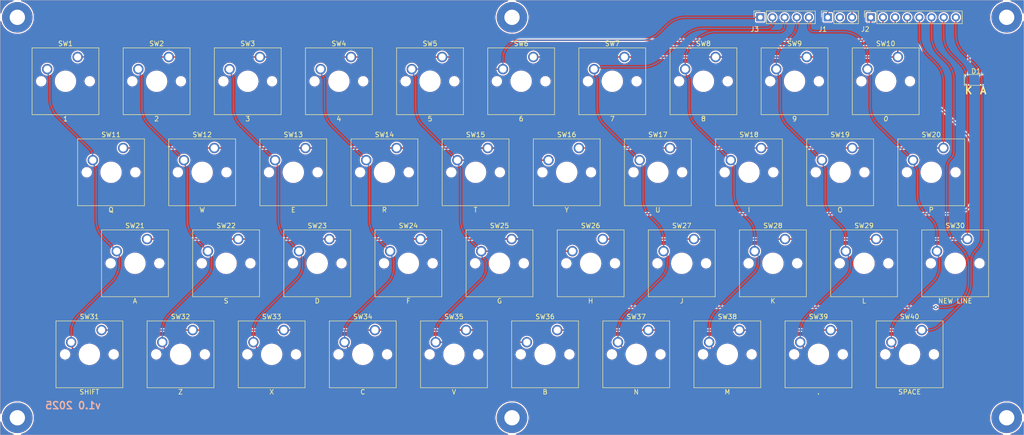
<source format=kicad_pcb>
(kicad_pcb (version 20241229) (generator "pcbnew") (generator_version "9.0")
  (layers (0 "F.Cu" signal) (2 "B.Cu" signal) (13 "F.Paste" user) (15 "B.Paste" user) (5 "F.SilkS" user "F.Silkscreen") (7 "B.SilkS" user "B.Silkscreen") (1 "F.Mask" user) (3 "B.Mask" user) (25 "Edge.Cuts" user))
  (net 0 "")
  (net 1 "/LED_K")
  (net 2 "/LED_A")
  (net 3 "/KBA11")
  (net 4 "/KBA10")
  (net 5 "/KBA12")
  (net 6 "/KBA9")
  (net 7 "/KBA13")
  (net 8 "/KBA8")
  (net 9 "/KBA14")
  (net 10 "/KBA15")
  (net 11 "/KBD4")
  (net 12 "/KBD3")
  (net 13 "/KBD2")
  (net 14 "/KBD1")
  (net 15 "/KBD0")
  (footprint "Button_Switch_Keyboard:SW_Cherry_MX_1.00u_PCB" (layer "F.Cu") (at 124.38 95.85)
    (property "Reference" "SW35")
    (property "Value" "V")
  )
  (footprint "Connector_PinSocket_2.54mm:PinSocket_1x03_P2.54mm_Vertical" (layer "F.Cu") (at 199.98 30.4 90)
    (property "Reference" "J1")
    (property "Value" "Conn_01x03_Female" (hide yes))
  )
  (footprint "Button_Switch_Keyboard:SW_Cherry_MX_1.00u_PCB" (layer "F.Cu") (at 157.48 38.7)
    (property "Reference" "SW7")
    (property "Value" "7")
  )
  (footprint "Button_Switch_Keyboard:SW_Cherry_MX_1.00u_PCB" (layer "F.Cu") (at 90.805 57.75)
    (property "Reference" "SW13")
    (property "Value" "E")
  )
  (footprint "Button_Switch_Keyboard:SW_Cherry_MX_1.00u_PCB" (layer "F.Cu") (at 86.28 95.85)
    (property "Reference" "SW33")
    (property "Value" "X")
  )
  (footprint "Button_Switch_Keyboard:SW_Cherry_MX_1.00u_PCB" (layer "F.Cu") (at 95.805 76.8)
    (property "Reference" "SW23")
    (property "Value" "D")
  )
  (footprint "Button_Switch_Keyboard:SW_Cherry_MX_1.00u_PCB" (layer "F.Cu") (at 147.955 57.75)
    (property "Reference" "SW16")
    (property "Value" "Y")
  )
  (footprint "Button_Switch_Keyboard:SW_Cherry_MX_1.00u_PCB" (layer "F.Cu") (at 195.58 38.7)
    (property "Reference" "SW9")
    (property "Value" "9")
  )
  (footprint "Button_Switch_Keyboard:SW_Cherry_MX_1.00u_PCB" (layer "F.Cu") (at 224.155 57.75)
    (property "Reference" "SW20")
    (property "Value" "P")
  )
  (footprint "Button_Switch_Keyboard:SW_Cherry_MX_1.00u_PCB" (layer "F.Cu") (at 143.43 95.85)
    (property "Reference" "SW36")
    (property "Value" "B")
  )
  (footprint "Button_Switch_Keyboard:SW_Cherry_MX_1.00u_PCB" (layer "F.Cu") (at 200.58 95.85)
    (property "Reference" "SW39")
    (property "Value" ".")
  )
  (footprint "Button_Switch_Keyboard:SW_Cherry_MX_1.00u_PCB" (layer "F.Cu") (at 138.43 38.7)
    (property "Reference" "SW6")
    (property "Value" "6")
  )
  (footprint "Button_Switch_Keyboard:SW_Cherry_MX_1.00u_PCB" (layer "F.Cu") (at 67.23 95.85)
    (property "Reference" "SW32")
    (property "Value" "Z")
  )
  (footprint "Button_Switch_Keyboard:SW_Cherry_MX_1.00u_PCB" (layer "F.Cu") (at 100.33 38.7)
    (property "Reference" "SW4")
    (property "Value" "4")
  )
  (footprint "Button_Switch_Keyboard:SW_Cherry_MX_1.00u_PCB" (layer "F.Cu") (at 172.005 76.8)
    (property "Reference" "SW27")
    (property "Value" "J")
  )
  (footprint "Button_Switch_Keyboard:SW_Cherry_MX_1.00u_PCB" (layer "F.Cu") (at 181.53 95.85)
    (property "Reference" "SW38")
    (property "Value" "M")
  )
  (footprint "Button_Switch_Keyboard:SW_Cherry_MX_1.00u_PCB" (layer "F.Cu") (at 76.755 76.8)
    (property "Reference" "SW22")
    (property "Value" "S")
  )
  (footprint "MountingHole:MountingHole_3.2mm_M3_Pad_TopBottom" (layer "F.Cu") (at 133.98 114.2)
    (property "Reference" "REF**" (hide yes))
    (property "Value" "MountingHole_3.2mm_M3_Pad_TopBottom" (hide yes))
  )
  (footprint "Button_Switch_Keyboard:SW_Cherry_MX_1.00u_PCB" (layer "F.Cu") (at 191.055 76.8)
    (property "Reference" "SW28")
    (property "Value" "K")
  )
  (footprint "Button_Switch_Keyboard:SW_Cherry_MX_1.00u_PCB" (layer "F.Cu") (at 229.155 76.8)
    (property "Reference" "SW30")
    (property "Value" "NEW LINE")
  )
  (footprint "MountingHole:MountingHole_3.2mm_M3_Pad_TopBottom" (layer "F.Cu") (at 133.98 30.4)
    (property "Reference" "REF**" (hide yes))
    (property "Value" "MountingHole_3.2mm_M3_Pad_TopBottom" (hide yes))
  )
  (footprint "Button_Switch_Keyboard:SW_Cherry_MX_1.00u_PCB" (layer "F.Cu") (at 205.105 57.75)
    (property "Reference" "SW19")
    (property "Value" "O")
  )
  (footprint "Button_Switch_Keyboard:SW_Cherry_MX_1.00u_PCB" (layer "F.Cu") (at 128.905 57.75)
    (property "Reference" "SW15")
    (property "Value" "T")
  )
  (footprint "Button_Switch_Keyboard:SW_Cherry_MX_1.00u_PCB" (layer "F.Cu") (at 133.905 76.8)
    (property "Reference" "SW25")
    (property "Value" "G")
  )
  (footprint "Button_Switch_Keyboard:SW_Cherry_MX_1.00u_PCB" (layer "F.Cu") (at 219.63 95.85)
    (property "Reference" "SW40")
    (property "Value" "SPACE")
  )
  (footprint "MountingHole:MountingHole_3.2mm_M3_Pad_TopBottom" (layer "F.Cu") (at 30.58 114.2)
    (property "Reference" "REF**" (hide yes))
    (property "Value" "MountingHole_3.2mm_M3_Pad_TopBottom" (hide yes))
  )
  (footprint "Connector_PinSocket_2.54mm:PinSocket_1x08_P2.54mm_Vertical" (layer "F.Cu") (at 208.98 30.4 90)
    (property "Reference" "J2")
    (property "Value" "Conn_01x08_Female" (hide yes))
  )
  (footprint "Button_Switch_Keyboard:SW_Cherry_MX_1.00u_PCB" (layer "F.Cu") (at 186.055 57.75)
    (property "Reference" "SW18")
    (property "Value" "I")
  )
  (footprint "MountingHole:MountingHole_3.2mm_M3_Pad_TopBottom" (layer "F.Cu") (at 237.38 114.2)
    (property "Reference" "REF**" (hide yes))
    (property "Value" "MountingHole_3.2mm_M3_Pad_TopBottom" (hide yes))
  )
  (footprint "Button_Switch_Keyboard:SW_Cherry_MX_1.00u_PCB" (layer "F.Cu") (at 214.63 38.7)
    (property "Reference" "SW10")
    (property "Value" "0")
  )
  (footprint "Button_Switch_Keyboard:SW_Cherry_MX_1.00u_PCB" (layer "F.Cu") (at 152.955 76.8)
    (property "Reference" "SW26")
    (property "Value" "H")
  )
  (footprint "MountingHole:MountingHole_3.2mm_M3_Pad_TopBottom" (layer "F.Cu") (at 237.38 30.4)
    (property "Reference" "REF**" (hide yes))
    (property "Value" "MountingHole_3.2mm_M3_Pad_TopBottom" (hide yes))
  )
  (footprint "Button_Switch_Keyboard:SW_Cherry_MX_1.00u_PCB" (layer "F.Cu") (at 57.705 76.8)
    (property "Reference" "SW21")
    (property "Value" "A")
  )
  (footprint "Button_Switch_Keyboard:SW_Cherry_MX_1.00u_PCB" (layer "F.Cu") (at 62.23 38.7)
    (property "Reference" "SW2")
    (property "Value" "2")
  )
  (footprint "MountingHole:MountingHole_3.2mm_M3_Pad_TopBottom" (layer "F.Cu") (at 30.58 30.4)
    (property "Reference" "REF**" (hide yes))
    (property "Value" "MountingHole_3.2mm_M3_Pad_TopBottom" (hide yes))
  )
  (footprint "Button_Switch_Keyboard:SW_Cherry_MX_1.00u_PCB" (layer "F.Cu") (at 105.33 95.85)
    (property "Reference" "SW34")
    (property "Value" "C")
  )
  (footprint "Button_Switch_Keyboard:SW_Cherry_MX_1.00u_PCB" (layer "F.Cu") (at 167.005 57.75)
    (property "Reference" "SW17")
    (property "Value" "U")
  )
  (footprint "Button_Switch_Keyboard:SW_Cherry_MX_1.00u_PCB" (layer "F.Cu") (at 81.28 38.7)
    (property "Reference" "SW3")
    (property "Value" "3")
  )
  (footprint "LED_SMD:LED_1206_3216Metric_Pad1.42x1.75mm_HandSolder" (layer "F.Cu") (at 230.98 43.499)
    (property "Reference" "D1")
    (property "Value" "LED" (hide yes))
  )
  (footprint "Button_Switch_Keyboard:SW_Cherry_MX_1.00u_PCB" (layer "F.Cu") (at 176.53 38.7)
    (property "Reference" "SW8")
    (property "Value" "8")
  )
  (footprint "Button_Switch_Keyboard:SW_Cherry_MX_1.00u_PCB" (layer "F.Cu") (at 114.855 76.8)
    (property "Reference" "SW24")
    (property "Value" "F")
  )
  (footprint "Button_Switch_Keyboard:SW_Cherry_MX_1.00u_PCB" (layer "F.Cu") (at 48.18 95.85)
    (property "Reference" "SW31")
    (property "Value" "SHIFT")
  )
  (footprint "Button_Switch_Keyboard:SW_Cherry_MX_1.00u_PCB" (layer "F.Cu") (at 109.855 57.75)
    (property "Reference" "SW14")
    (property "Value" "R")
  )
  (footprint "Button_Switch_Keyboard:SW_Cherry_MX_1.00u_PCB" (layer "F.Cu") (at 119.38 38.7)
    (property "Reference" "SW5")
    (property "Value" "5")
  )
  (footprint "Connector_PinSocket_2.54mm:PinSocket_1x05_P2.54mm_Vertical" (layer "F.Cu") (at 185.88 30.4 90)
    (property "Reference" "J3")
    (property "Value" "Conn_01x05_Female" (hide yes))
  )
  (footprint "Button_Switch_Keyboard:SW_Cherry_MX_1.00u_PCB" (layer "F.Cu") (at 162.48 95.85)
    (property "Reference" "SW37")
    (property "Value" "N")
  )
  (footprint "Button_Switch_Keyboard:SW_Cherry_MX_1.00u_PCB" (layer "F.Cu") (at 71.755 57.75)
    (property "Reference" "SW12")
    (property "Value" "W")
  )
  (footprint "Button_Switch_Keyboard:SW_Cherry_MX_1.00u_PCB" (layer "F.Cu") (at 52.705 57.75)
    (property "Reference" "SW11")
    (property "Value" "Q")
  )
  (footprint "Button_Switch_Keyboard:SW_Cherry_MX_1.00u_PCB" (layer "F.Cu") (at 43.18 38.7)
    (property "Reference" "SW1")
    (property "Value" "1")
  )
  (footprint "Button_Switch_Keyboard:SW_Cherry_MX_1.00u_PCB" (layer "F.Cu") (at 210.105 76.8)
    (property "Reference" "SW29")
    (property "Value" "L")
  )
  (gr_line (start 240.98 26.8) (end 240.98 117.8) (stroke (width 0.05)) (layer "Edge.Cuts"))
  (gr_line (start 26.98 26.8) (end 240.98 26.8) (stroke (width 0.05)) (layer "Edge.Cuts"))
  (gr_line (start 26.98 117.8) (end 240.98 117.8) (stroke (width 0.05)) (layer "Edge.Cuts"))
  (gr_line (start 26.98 26.8) (end 26.98 117.8) (stroke (width 0.05)) (layer "Edge.Cuts"))
  (gr_text "K" (at 229.418 45.723 0) (layer "F.SilkS") (effects (font (size 1.5 1.5) (thickness 0.3))))
  (gr_text "A" (at 232.466 45.723 0) (layer "F.SilkS") (effects (font (size 1.5 1.5) (thickness 0.3))))
  (gr_text "v1.0 2025" (at 42.22 111.636 0) (layer "B.SilkS") (effects (font (size 1.5 1.5) (thickness 0.3)) (justify mirror)))
  (segment (start 229.4925 30.619205) (end 229.4925 43.499) (width 0.25) (layer "F.Cu") (net 1))
  (segment (start 205.288 28.578) (end 205.047 28.819) (width 0.25) (layer "F.Cu") (net 1))
  (segment (start 205.06 28.876384) (end 205.06 30.4) (width 0.25) (layer "F.Cu") (net 1))
  (segment (start 205.90121 28.324) (end 227.197294 28.324) (width 0.25) (layer "F.Cu") (net 1))
  (arc (start 205.288 28.578) (mid 205.569343 28.390012) (end 205.90121 28.324) (width 0.25) (layer "F.Cu") (net 1))
  (arc (start 205.047 28.845) (mid 205.041615 28.832) (end 205.047 28.819) (width 0.25) (layer "F.Cu") (net 1))
  (arc (start 228.82025 28.99625) (mid 228.075631 28.498712) (end 227.197294 28.324) (width 0.25) (layer "F.Cu") (net 1))
  (arc (start 228.82025 28.99625) (mid 229.317787 29.740868) (end 229.4925 30.619205) (width 0.25) (layer "F.Cu") (net 1))
  (arc (start 205.047 28.845) (mid 205.056621 28.859399) (end 205.06 28.876384) (width 0.25) (layer "F.Cu") (net 1))
  (segment (start 199.967 28.565) (end 200.335 28.197) (width 0.25) (layer "F.Cu") (net 2))
  (segment (start 199.98 28.622384) (end 199.98 30.4) (width 0.25) (layer "F.Cu") (net 2))
  (segment (start 226.894834 27.816) (end 201.254815 27.816) (width 0.25) (layer "F.Cu") (net 2))
  (segment (start 230.009733 29.106233) (end 230.873707 29.970207) (width 0.25) (layer "F.Cu") (net 2))
  (segment (start 232.4675 33.817963) (end 232.4675 43.499) (width 0.25) (layer "F.Cu") (net 2))
  (arc (start 232.4675 33.817963) (mid 232.053286 31.735572) (end 230.873707 29.970207) (width 0.25) (layer "F.Cu") (net 2))
  (arc (start 230.009733 29.106233) (mid 228.580605 28.15132) (end 226.894834 27.816) (width 0.25) (layer "F.Cu") (net 2))
  (arc (start 200.335 28.197) (mid 200.757014 27.915018) (end 201.254815 27.816) (width 0.25) (layer "F.Cu") (net 2))
  (arc (start 199.967 28.591) (mid 199.976621 28.605399) (end 199.98 28.622384) (width 0.25) (layer "F.Cu") (net 2))
  (arc (start 199.967 28.591) (mid 199.961615 28.578) (end 199.967 28.565) (width 0.25) (layer "F.Cu") (net 2))
  (segment (start 116.655968 38.7) (end 116.652156 38.7) (width 0.25) (layer "F.Cu") (net 3))
  (segment (start 89.716738 38.7) (end 89.640526 38.7) (width 0.25) (layer "F.Cu") (net 3))
  (segment (start 114.965125 38.7) (end 114.777663 38.7) (width 0.25) (layer "F.Cu") (net 3))
  (segment (start 120.437968 38.7) (end 120.434156 38.7) (width 0.25) (layer "F.Cu") (net 3))
  (segment (start 87.442708 38.7) (end 87.366496 38.7) (width 0.25) (layer "F.Cu") (net 3))
  (segment (start 121.034625 38.7) (end 121.019375 38.7) (width 0.25) (layer "F.Cu") (net 3))
  (segment (start 120.912625 38.7) (end 120.882125 38.7) (width 0.25) (layer "F.Cu") (net 3))
  (segment (start 113.441424 38.7) (end 113.288924 38.7) (width 0.25) (layer "F.Cu") (net 3))
  (segment (start 116.9705 38.7) (end 116.9095 38.7) (width 0.25) (layer "F.Cu") (net 3))
  (segment (start 103.786296 38.7) (end 103.669457 38.7) (width 0.25) (layer "F.Cu") (net 3))
  (segment (start 116.490125 38.7) (end 116.413875 38.7) (width 0.25) (layer "F.Cu") (net 3))
  (segment (start 106.655216 38.7) (end 106.464756 38.7) (width 0.25) (layer "F.Cu") (net 3))
  (segment (start 109.965882 38.7) (end 109.916257 38.7) (width 0.25) (layer "F.Cu") (net 3))
  (segment (start 92.8291 38.7) (end 92.517154 38.7) (width 0.25) (layer "F.Cu") (net 3))
  (segment (start 116.40625 38.7) (end 116.34525 38.7) (width 0.25) (layer "F.Cu") (net 3))
  (segment (start 109.440063 38.7) (end 109.49128 38.7) (width 0.25) (layer "F.Cu") (net 3))
  (segment (start 89.973299 38.7) (end 89.952472 38.7) (width 0.25) (layer "F.Cu") (net 3))
  (segment (start 87.13786 38.7) (end 87.061648 38.7) (width 0.25) (layer "F.Cu") (net 3))
  (segment (start 73.058168 38.7) (end 72.940301 38.7) (width 0.25) (layer "F.Cu") (net 3))
  (segment (start 121.1795 38.7) (end 121.1185 38.7) (width 0.25) (layer "F.Cu") (net 3))
  (segment (start 81.773066 38.7) (end 80.786934 38.7) (width 0.25) (layer "F.Cu") (net 3))
  (segment (start 88.309432 38.7) (end 88.23322 38.7) (width 0.25) (layer "F.Cu") (net 3))
  (segment (start 72.366469 38.7) (end 72.368243 38.7) (width 0.25) (layer "F.Cu") (net 3))
  (segment (start 63.264652 38.7) (end 63.401572 38.7) (width 0.25) (layer "F.Cu") (net 3))
  (segment (start 74.098144 38.7) (end 74.021932 38.7) (width 0.25) (layer "F.Cu") (net 3))
  (segment (start 116.705531 38.7) (end 116.686468 38.7) (width 0.25) (layer "F.Cu") (net 3))
  (segment (start 86.838428 38.7) (end 86.672929 38.7) (width 0.25) (layer "F.Cu") (net 3))
  (segment (start 43.262749 38.7) (end 43.18 38.7) (width 0.25) (layer "F.Cu") (net 3))
  (segment (start 101.500262 38.7) (end 100.798665 38.7) (width 0.25) (layer "F.Cu") (net 3))
  (segment (start 114.369076 38.7) (end 114.422451 38.7) (width 0.25) (layer "F.Cu") (net 3))
  (segment (start 90.057076 38.7) (end 90.069474 38.7) (width 0.25) (layer "F.Cu") (net 3))
  (segment (start 96.655762 38.7) (end 96.698188 38.7) (width 0.25) (layer "F.Cu") (net 3))
  (segment (start 56.00126 38.7) (end 54.283782 38.7) (width 0.25) (layer "F.Cu") (net 3))
  (segment (start 108.883112 38.7) (end 108.825488 38.7) (width 0.25) (layer "F.Cu") (net 3))
  (segment (start 83.994022 38.7) (end 83.74101 38.7) (width 0.25) (layer "F.Cu") (net 3))
  (segment (start 91.262272 38.7) (end 91.184286 38.7) (width 0.25) (layer "F.Cu") (net 3))
  (segment (start 109.916257 38.7) (end 109.850635 38.7) (width 0.25) (layer "F.Cu") (net 3))
  (segment (start 74.174356 38.7) (end 74.098144 38.7) (width 0.25) (layer "F.Cu") (net 3))
  (segment (start 103.434984 38.7) (end 102.849198 38.7) (width 0.25) (layer "F.Cu") (net 3))
  (segment (start 99.910273 38.7) (end 99.501942 38.7) (width 0.25) (layer "F.Cu") (net 3))
  (segment (start 80.032215 38.7) (end 79.307734 38.7) (width 0.25) (layer "F.Cu") (net 3))
  (segment (start 117.771125 38.7) (end 117.799718 38.7) (width 0.25) (layer "F.Cu") (net 3))
  (segment (start 91.6367 38.7) (end 91.602143 38.7) (width 0.25) (layer "F.Cu") (net 3))
  (segment (start 93.148144 38.7) (end 93.071932 38.7) (width 0.25) (layer "F.Cu") (net 3))
  (segment (start 119.097875 38.7) (end 119.082625 38.7) (width 0.25) (layer "F.Cu") (net 3))
  (segment (start 71.019474 38.7) (end 71.007076 38.7) (width 0.25) (layer "F.Cu") (net 3))
  (segment (start 76.47762 38.7) (end 76.05257 38.7) (width 0.25) (layer "F.Cu") (net 3))
  (segment (start 116.490125 38.7) (end 116.520625 38.7) (width 0.25) (layer "F.Cu") (net 3))
  (segment (start 83.252264 38.7) (end 83.487998 38.7) (width 0.25) (layer "F.Cu") (net 3))
  (segment (start 69.335644 38.7) (end 69.259432 38.7) (width 0.25) (layer "F.Cu") (net 3))
  (segment (start 69.488068 38.7) (end 69.411856 38.7) (width 0.25) (layer "F.Cu") (net 3))
  (segment (start 109.850635 38.7) (end 109.785013 38.7) (width 0.25) (layer "F.Cu") (net 3))
  (segment (start 115.664718 38.7) (end 115.630406 38.7) (width 0.25) (layer "F.Cu") (net 3))
  (segment (start 121.1795 38.7) (end 121.200469 38.7) (width 0.25) (layer "F.Cu") (net 3))
  (segment (start 109.344017 38.7) (end 109.318387 38.7) (width 0.25) (layer "F.Cu") (net 3))
  (segment (start 109.785013 38.7) (end 109.619344 38.7) (width 0.25) (layer "F.Cu") (net 3))
  (segment (start 97.12723 38.7) (end 96.891496 38.7) (width 0.25) (layer "F.Cu") (net 3))
  (segment (start 46.820989 38.7) (end 46.463839 38.7) (width 0.25) (layer "F.Cu") (net 3))
  (segment (start 119.63925 38.7) (end 119.6545 38.7) (width 0.25) (layer "F.Cu") (net 3))
  (segment (start 71.907424 38.7) (end 72.003132 38.7) (width 0.25) (layer "F.Cu") (net 3))
  (segment (start 121.044156 38.7) (end 121.040344 38.7) (width 0.25) (layer "F.Cu") (net 3))
  (segment (start 117.19925 38.7) (end 117.16875 38.7) (width 0.25) (layer "F.Cu") (net 3))
  (segment (start 76.633592 38.7) (end 76.47762 38.7) (width 0.25) (layer "F.Cu") (net 3))
  (segment (start 90.049978 38.7) (end 90.04288 38.7) (width 0.25) (layer "F.Cu") (net 3))
  (segment (start 117.3975 38.7) (end 117.2755 38.7) (width 0.25) (layer "F.Cu") (net 3))
  (segment (start 46.13284 38.7) (end 45.827992 38.7) (width 0.25) (layer "F.Cu") (net 3))
  (segment (start 82.29637 38.7) (end 82.034718 38.7) (width 0.25) (layer "F.Cu") (net 3))
  (segment (start 72.490525 38.7) (end 72.502924 38.7) (width 0.25) (layer "F.Cu") (net 3))
  (segment (start 84.718504 38.7) (end 84.811224 38.7) (width 0.25) (layer "F.Cu") (net 3))
  (segment (start 76.789564 38.7) (end 76.633592 38.7) (width 0.25) (layer "F.Cu") (net 3))
  (segment (start 94.395928 38.7) (end 94.319716 38.7) (width 0.25) (layer "F.Cu") (net 3))
  (segment (start 67.915822 38.7) (end 67.788428 38.7) (width 0.25) (layer "F.Cu") (net 3))
  (segment (start 105.893376 38.7) (end 105.778128 38.7) (width 0.25) (layer "F.Cu") (net 3))
  (segment (start 120.943125 38.7) (end 120.927875 38.7) (width 0.25) (layer "F.Cu") (net 3))
  (segment (start 64.025464 38.7) (end 63.713518 38.7) (width 0.25) (layer "F.Cu") (net 3))
  (segment (start 73.7791 38.7) (end 73.467154 38.7) (width 0.25) (layer "F.Cu") (net 3))
  (segment (start 79.307734 38.7) (end 79.072 38.7) (width 0.25) (layer "F.Cu") (net 3))
  (segment (start 77.310323 38.7) (end 77.124883 38.7) (width 0.25) (layer "F.Cu") (net 3))
  (segment (start 121.253843 38.7) (end 121.25003 38.7) (width 0.25) (layer "F.Cu") (net 3))
  (segment (start 72.538414 38.7) (end 72.531316 38.7) (width 0.25) (layer "F.Cu") (net 3))
  (segment (start 97.893434 38.7) (end 97.868988 38.7) (width 0.25) (layer "F.Cu") (net 3))
  (segment (start 89.501831 38.7) (end 89.404792 38.7) (width 0.25) (layer "F.Cu") (net 3))
  (segment (start 121.097531 38.7) (end 121.078468 38.7) (width 0.25) (layer "F.Cu") (net 3))
  (segment (start 110.128305 38.7) (end 110.096311 38.7) (width 0.25) (layer "F.Cu") (net 3))
  (segment (start 121.330093 38.7) (end 121.32628 38.7) (width 0.25) (layer "F.Cu") (net 3))
  (segment (start 119.187468 38.7) (end 119.227499 38.7) (width 0.25) (layer "F.Cu") (net 3))
  (segment (start 75.498352 38.7) (end 75.42214 38.7) (width 0.25) (layer "F.Cu") (net 3))
  (segment (start 121.047968 38.7) (end 121.044156 38.7) (width 0.25) (layer "F.Cu") (net 3))
  (segment (start 90.191754 38.7) (end 90.193528 38.7) (width 0.25) (layer "F.Cu") (net 3))
  (segment (start 111.65702 38.7) (end 111.831318 38.7) (width 0.25) (layer "F.Cu") (net 3))
  (segment (start 120.317875 38.7) (end 120.287375 38.7) (width 0.25) (layer "F.Cu") (net 3))
  (segment (start 115.620875 38.7) (end 115.605625 38.7) (width 0.25) (layer "F.Cu") (net 3))
  (segment (start 109.369647 38.7) (end 109.344017 38.7) (width 0.25) (layer "F.Cu") (net 3))
  (segment (start 115.372737 38.7) (end 115.265338 38.7) (width 0.25) (layer "F.Cu") (net 3))
  (segment (start 90.425714 38.7) (end 90.443436 38.7) (width 0.25) (layer "F.Cu") (net 3))
  (segment (start 80.786934 38.7) (end 80.525282 38.7) (width 0.25) (layer "F.Cu") (net 3))
  (segment (start 101.951466 38.7) (end 101.911304 38.7) (width 0.25) (layer "F.Cu") (net 3))
  (segment (start 76.789564 38.7) (end 77.124883 38.7) (width 0.25) (layer "F.Cu") (net 3))
  (segment (start 90.957424 38.7) (end 90.652576 38.7) (width 0.25) (layer "F.Cu") (net 3))
  (segment (start 121.238593 38.7) (end 121.25003 38.7) (width 0.25) (layer "F.Cu") (net 3))
  (segment (start 115.689499 38.7) (end 115.664718 38.7) (width 0.25) (layer "F.Cu") (net 3))
  (segment (start 101.911304 38.7) (end 101.871142 38.7) (width 0.25) (layer "F.Cu") (net 3))
  (segment (start 68.08786 38.7) (end 68.011648 38.7) (width 0.25) (layer "F.Cu") (net 3))
  (segment (start 112.748947 38.7) (end 112.752576 38.7) (width 0.25) (layer "F.Cu") (net 3))
  (segment (start 72.531316 38.7) (end 72.524218 38.7) (width 0.25) (layer "F.Cu") (net 3))
  (segment (start 72.116563 38.7) (end 72.003132 38.7) (width 0.25) (layer "F.Cu") (net 3))
  (segment (start 89.404792 38.7) (end 89.092846 38.7) (width 0.25) (layer "F.Cu") (net 3))
  (segment (start 118.047531 38.7) (end 117.944593 38.7) (width 0.25) (layer "F.Cu") (net 3))
  (segment (start 60.257734 38.7) (end 60.628614 38.7) (width 0.25) (layer "F.Cu") (net 3))
  (segment (start 112.792 38.7) (end 112.752576 38.7) (width 0.25) (layer "F.Cu") (net 3))
  (segment (start 118.760468 38.7) (end 118.657531 38.7) (width 0.25) (layer "F.Cu") (net 3))
  (segment (start 119.372374 38.7) (end 119.227499 38.7) (width 0.25) (layer "F.Cu") (net 3))
  (segment (start 115.773374 38.7) (end 115.689499 38.7) (width 0.25) (layer "F.Cu") (net 3))
  (segment (start 88.385644 38.7) (end 88.309432 38.7) (width 0.25) (layer "F.Cu") (net 3))
  (segment (start 94.93707 38.7) (end 94.77157 38.7) (width 0.25) (layer "F.Cu") (net 3))
  (segment (start 82.527784 38.7) (end 82.29637 38.7) (width 0.25) (layer "F.Cu") (net 3))
  (segment (start 90.556867 38.7) (end 90.652576 38.7) (width 0.25) (layer "F.Cu") (net 3))
  (segment (start 120.769656 38.7) (end 120.765843 38.7) (width 0.25) (layer "F.Cu") (net 3))
  (segment (start 110.000329 38.7) (end 109.999511 38.7) (width 0.25) (layer "F.Cu") (net 3))
  (segment (start 66.385115 38.7) (end 66.720433 38.7) (width 0.25) (layer "F.Cu") (net 3))
  (segment (start 93.300568 38.7) (end 93.224356 38.7) (width 0.25) (layer "F.Cu") (net 3))
  (segment (start 96.360323 38.7) (end 96.174883 38.7) (width 0.25) (layer "F.Cu") (net 3))
  (segment (start 115.925874 38.7) (end 115.872499 38.7) (width 0.25) (layer "F.Cu") (net 3))
  (segment (start 96.798776 38.7) (end 96.891496 38.7) (width 0.25) (layer "F.Cu") (net 3))
  (segment (start 80.525282 38.7) (end 80.26363 38.7) (width 0.25) (layer "F.Cu") (net 3))
  (segment (start 106.435944 38.7) (end 106.303108 38.7) (width 0.25) (layer "F.Cu") (net 3))
  (segment (start 78.818988 38.7) (end 78.565976 38.7) (width 0.25) (layer "F.Cu") (net 3))
  (segment (start 120.195875 38.7) (end 120.180625 38.7) (width 0.25) (layer "F.Cu") (net 3))
  (segment (start 116.413875 38.7) (end 116.40625 38.7) (width 0.25) (layer "F.Cu") (net 3))
  (segment (start 120.988875 38.7) (end 120.973625 38.7) (width 0.25) (layer "F.Cu") (net 3))
  (segment (start 120.159656 38.7) (end 120.155843 38.7) (width 0.25) (layer "F.Cu") (net 3))
  (segment (start 113.7985 38.7) (end 113.593924 38.7) (width 0.25) (layer "F.Cu") (net 3))
  (segment (start 109.395277 38.7) (end 109.369647 38.7) (width 0.25) (layer "F.Cu") (net 3))
  (segment (start 70.569698 38.7) (end 70.451831 38.7) (width 0.25) (layer "F.Cu") (net 3))
  (segment (start 112.637957 38.7) (end 112.702265 38.7) (width 0.25) (layer "F.Cu") (net 3))
  (segment (start 87.05511 38.7) (end 86.965822 38.7) (width 0.25) (layer "F.Cu") (net 3))
  (segment (start 121.238593 38.7) (end 121.219531 38.7) (width 0.25) (layer "F.Cu") (net 3))
  (segment (start 46.820989 38.7) (end 47.151988 38.7) (width 0.25) (layer "F.Cu") (net 3))
  (segment (start 92.108168 38.7) (end 92.205208 38.7) (width 0.25) (layer "F.Cu") (net 3))
  (segment (start 121.004125 38.7) (end 120.988875 38.7) (width 0.25) (layer "F.Cu") (net 3))
  (segment (start 65.668504 38.7) (end 65.43277 38.7) (width 0.25) (layer "F.Cu") (net 3))
  (segment (start 46.463839 38.7) (end 46.437688 38.7) (width 0.25) (layer "F.Cu") (net 3))
  (segment (start 66.039382 38.7) (end 65.904237 38.7) (width 0.25) (layer "F.Cu") (net 3))
  (segment (start 72.134286 38.7) (end 72.116563 38.7) (width 0.25) (layer "F.Cu") (net 3))
  (segment (start 119.052125 38.7) (end 119.036875 38.7) (width 0.25) (layer "F.Cu") (net 3))
  (segment (start 121.059405 38.7) (end 121.047968 38.7) (width 0.25) (layer "F.Cu") (net 3))
  (segment (start 103.903135 38.7) (end 103.786296 38.7) (width 0.25) (layer "F.Cu") (net 3))
  (segment (start 104.958664 38.7) (end 104.843416 38.7) (width 0.25) (layer "F.Cu") (net 3))
  (segment (start 120.180625 38.7) (end 120.165375 38.7) (width 0.25) (layer "F.Cu") (net 3))
  (segment (start 105.606051 38.7) (end 105.60446 38.7) (width 0.25) (layer "F.Cu") (net 3))
  (segment (start 108.825488 38.7) (end 108.767864 38.7) (width 0.25) (layer "F.Cu") (net 3))
  (segment (start 109.177574 38.7) (end 109.126358 38.7) (width 0.25) (layer "F.Cu") (net 3))
  (segment (start 72.458629 38.7) (end 72.439132 38.7) (width 0.25) (layer "F.Cu") (net 3))
  (segment (start 61.132095 38.7) (end 60.805416 38.7) (width 0.25) (layer "F.Cu") (net 3))
  (segment (start 116.648344 38.7) (end 116.642625 38.7) (width 0.25) (layer "F.Cu") (net 3))
  (segment (start 119.5325 38.7) (end 119.4105 38.7) (width 0.25) (layer "F.Cu") (net 3))
  (segment (start 106.199084 38.7) (end 106.123872 38.7) (width 0.25) (layer "F.Cu") (net 3))
  (segment (start 48.833694 38.7) (end 48.527726 38.7) (width 0.25) (layer "F.Cu") (net 3))
  (segment (start 68.00511 38.7) (end 67.915822 38.7) (width 0.25) (layer "F.Cu") (net 3))
  (segment (start 85.224527 38.7) (end 85.089382 38.7) (width 0.25) (layer "F.Cu") (net 3))
  (segment (start 78.443789 38.7) (end 78.565976 38.7) (width 0.25) (layer "F.Cu") (net 3))
  (segment (start 61.844387 38.7) (end 62.678866 38.7) (width 0.25) (layer "F.Cu") (net 3))
  (segment (start 120.159656 38.7) (end 120.165375 38.7) (width 0.25) (layer "F.Cu") (net 3))
  (segment (start 110.40361 38.7) (end 110.506043 38.7) (width 0.25) (layer "F.Cu") (net 3))
  (segment (start 71.141754 38.7) (end 71.143528 38.7) (width 0.25) (layer "F.Cu") (net 3))
  (segment (start 117.580499 38.7) (end 117.435624 38.7) (width 0.25) (layer "F.Cu") (net 3))
  (segment (start 109.619344 38.7) (end 109.555312 38.7) (width 0.25) (layer "F.Cu") (net 3))
  (segment (start 84.116209 38.7) (end 83.994022 38.7) (width 0.25) (layer "F.Cu") (net 3))
  (segment (start 72.212272 38.7) (end 72.134286 38.7) (width 0.25) (layer "F.Cu") (net 3))
  (segment (start 119.7765 38.7) (end 119.7155 38.7) (width 0.25) (layer "F.Cu") (net 3))
  (segment (start 120.437968 38.7) (end 120.477999 38.7) (width 0.25) (layer "F.Cu") (net 3))
  (segment (start 49.190283 38.7) (end 49.139662 38.7) (width 0.25) (layer "F.Cu") (net 3))
  (segment (start 89.869162 38.7) (end 89.87626 38.7) (width 0.25) (layer "F.Cu") (net 3))
  (segment (start 116.535875 38.7) (end 116.520625 38.7) (width 0.25) (layer "F.Cu") (net 3))
  (segment (start 86.672929 38.7) (end 86.50743 38.7) (width 0.25) (layer "F.Cu") (net 3))
  (segment (start 101.83098 38.7) (end 101.500262 38.7) (width 0.25) (layer "F.Cu") (net 3))
  (segment (start 67.45743 38.7) (end 67.032381 38.7) (width 0.25) (layer "F.Cu") (net 3))
  (segment (start 115.590375 38.7) (end 115.575125 38.7) (width 0.25) (layer "F.Cu") (net 3))
  (segment (start 114.6525 38.7) (end 114.670913 38.7) (width 0.25) (layer "F.Cu") (net 3))
  (segment (start 77.605762 38.7) (end 77.470616 38.7) (width 0.25) (layer "F.Cu") (net 3))
  (segment (start 106.464756 38.7) (end 106.435944 38.7) (width 0.25) (layer "F.Cu") (net 3))
  (segment (start 59.086162 38.7) (end 57.543711 38.7) (width 0.25) (layer "F.Cu") (net 3))
  (segment (start 106.056239 38.7) (end 106.008624 38.7) (width 0.25) (layer "F.Cu") (net 3))
  (segment (start 117.2755 38.7) (end 117.22975 38.7) (width 0.25) (layer "F.Cu") (net 3))
  (segment (start 119.60875 38.7) (end 119.57825 38.7) (width 0.25) (layer "F.Cu") (net 3))
  (segment (start 116.002124 38.7) (end 115.979249 38.7) (width 0.25) (layer "F.Cu") (net 3))
  (segment (start 65.904237 38.7) (end 65.861812 38.7) (width 0.25) (layer "F.Cu") (net 3))
  (segment (start 75.193504 38.7) (end 75.117292 38.7) (width 0.25) (layer "F.Cu") (net 3))
  (segment (start 91.540525 38.7) (end 91.508629 38.7) (width 0.25) (layer "F.Cu") (net 3))
  (segment (start 114.101269 38.7) (end 114.012 38.7) (width 0.25) (layer "F.Cu") (net 3))
  (segment (start 110.198744 38.7) (end 110.14112 38.7) (width 0.25) (layer "F.Cu") (net 3))
  (segment (start 85.435115 38.7) (end 85.249675 38.7) (width 0.25) (layer "F.Cu") (net 3))
  (segment (start 87.366496 38.7) (end 87.290284 38.7) (width 0.25) (layer "F.Cu") (net 3))
  (segment (start 85.770433 38.7) (end 85.435115 38.7) (width 0.25) (layer "F.Cu") (net 3))
  (segment (start 100.798665 38.7) (end 99.910273 38.7) (width 0.25) (layer "F.Cu") (net 3))
  (segment (start 72.51712 38.7) (end 72.510022 38.7) (width 0.25) (layer "F.Cu") (net 3))
  (segment (start 114.136231 38.7) (end 114.101269 38.7) (width 0.25) (layer "F.Cu") (net 3))
  (segment (start 48.527726 38.7) (end 48.171136 38.7) (width 0.25) (layer "F.Cu") (net 3))
  (segment (start 116.9095 38.7) (end 116.8485 38.7) (width 0.25) (layer "F.Cu") (net 3))
  (segment (start 71.393436 38.7) (end 71.375714 38.7) (width 0.25) (layer "F.Cu") (net 3))
  (segment (start 94.319716 38.7) (end 94.243504 38.7) (width 0.25) (layer "F.Cu") (net 3))
  (segment (start 88.7809 38.7) (end 88.61428 38.7) (width 0.25) (layer "F.Cu") (net 3))
  (segment (start 91.81705 38.7) (end 91.740838 38.7) (width 0.25) (layer "F.Cu") (net 3))
  (segment (start 108.588628 38.7) (end 108.531004 38.7) (width 0.25) (layer "F.Cu") (net 3))
  (segment (start 117.0925 38.7) (end 117.0315 38.7) (width 0.25) (layer "F.Cu") (net 3))
  (segment (start 72.843262 38.7) (end 72.76705 38.7) (width 0.25) (layer "F.Cu") (net 3))
  (segment (start 90.556867 38.7) (end 90.443436 38.7) (width 0.25) (layer "F.Cu") (net 3))
  (segment (start 107.844376 38.7) (end 107.815564 38.7) (width 0.25) (layer "F.Cu") (net 3))
  (segment (start 68.316496 38.7) (end 68.240284 38.7) (width 0.25) (layer "F.Cu") (net 3))
  (segment (start 120.561874 38.7) (end 120.477999 38.7) (width 0.25) (layer "F.Cu") (net 3))
  (segment (start 70.354792 38.7) (end 70.042846 38.7) (width 0.25) (layer "F.Cu") (net 3))
  (segment (start 77.748776 38.7) (end 77.841496 38.7) (width 0.25) (layer "F.Cu") (net 3))
  (segment (start 91.489132 38.7) (end 91.508629 38.7) (width 0.25) (layer "F.Cu") (net 3))
  (segment (start 115.546531 38.7) (end 115.504593 38.7) (width 0.25) (layer "F.Cu") (net 3))
  (segment (start 121.019375 38.7) (end 121.004125 38.7) (width 0.25) (layer "F.Cu") (net 3))
  (segment (start 68.392708 38.7) (end 68.316496 38.7) (width 0.25) (layer "F.Cu") (net 3))
  (segment (start 115.559875 38.7) (end 115.546531 38.7) (width 0.25) (layer "F.Cu") (net 3))
  (segment (start 87.05511 38.7) (end 87.061648 38.7) (width 0.25) (layer "F.Cu") (net 3))
  (segment (start 107.815564 38.7) (end 107.653916 38.7) (width 0.25) (layer "F.Cu") (net 3))
  (segment (start 115.819124 38.7) (end 115.773374 38.7) (width 0.25) (layer "F.Cu") (net 3))
  (segment (start 70.354792 38.7) (end 70.451831 38.7) (width 0.25) (layer "F.Cu") (net 3))
  (segment (start 89.619698 38.7) (end 89.501831 38.7) (width 0.25) (layer "F.Cu") (net 3))
  (segment (start 91.990301 38.7) (end 91.969474 38.7) (width 0.25) (layer "F.Cu") (net 3))
  (segment (start 68.164072 38.7) (end 68.08786 38.7) (width 0.25) (layer "F.Cu") (net 3))
  (segment (start 94.47214 38.7) (end 94.395928 38.7) (width 0.25) (layer "F.Cu") (net 3))
  (segment (start 65.668504 38.7) (end 65.761224 38.7) (width 0.25) (layer "F.Cu") (net 3))
  (segment (start 119.067375 38.7) (end 119.052125 38.7) (width 0.25) (layer "F.Cu") (net 3))
  (segment (start 110.768533 38.7) (end 110.506043 38.7) (width 0.25) (layer "F.Cu") (net 3))
  (segment (start 120.140593 38.7) (end 120.121531 38.7) (width 0.25) (layer "F.Cu") (net 3))
  (segment (start 120.272125 38.7) (end 120.256875 38.7) (width 0.25) (layer "F.Cu") (net 3))
  (segment (start 90.035782 38.7) (end 90.028684 38.7) (width 0.25) (layer "F.Cu") (net 3))
  (segment (start 94.548352 38.7) (end 94.47214 38.7) (width 0.25) (layer "F.Cu") (net 3))
  (segment (start 65.861812 38.7) (end 65.811518 38.7) (width 0.25) (layer "F.Cu") (net 3))
  (segment (start 106.845676 38.7) (end 106.9497 38.7) (width 0.25) (layer "F.Cu") (net 3))
  (segment (start 105.073912 38.7) (end 105.309976 38.7) (width 0.25) (layer "F.Cu") (net 3))
  (segment (start 84.247036 38.7) (end 84.133489 38.7) (width 0.25) (layer "F.Cu") (net 3))
  (segment (start 121.219531 38.7) (end 121.200469 38.7) (width 0.25) (layer "F.Cu") (net 3))
  (segment (start 91.740838 38.7) (end 91.73374 38.7) (width 0.25) (layer "F.Cu") (net 3))
  (segment (start 106.303108 38.7) (end 106.274296 38.7) (width 0.25) (layer "F.Cu") (net 3))
  (segment (start 91.969474 38.7) (end 91.893262 38.7) (width 0.25) (layer "F.Cu") (net 3))
  (segment (start 96.655762 38.7) (end 96.520616 38.7) (width 0.25) (layer "F.Cu") (net 3))
  (segment (start 105.66288 38.7) (end 105.606051 38.7) (width 0.25) (layer "F.Cu") (net 3))
  (segment (start 91.588414 38.7) (end 91.581316 38.7) (width 0.25) (layer "F.Cu") (net 3))
  (segment (start 119.082625 38.7) (end 119.067375 38.7) (width 0.25) (layer "F.Cu") (net 3))
  (segment (start 43.841997 38.7) (end 43.510998 38.7) (width 0.25) (layer "F.Cu") (net 3))
  (segment (start 97.362964 38.7) (end 97.12723 38.7) (width 0.25) (layer "F.Cu") (net 3))
  (segment (start 91.416469 38.7) (end 91.342032 38.7) (width 0.25) (layer "F.Cu") (net 3))
  (segment (start 70.819162 38.7) (end 70.82626 38.7) (width 0.25) (layer "F.Cu") (net 3))
  (segment (start 105.073912 38.7) (end 104.958664 38.7) (width 0.25) (layer "F.Cu") (net 3))
  (segment (start 116.705531 38.7) (end 116.7265 38.7) (width 0.25) (layer "F.Cu") (net 3))
  (segment (start 86.838428 38.7) (end 86.965822 38.7) (width 0.25) (layer "F.Cu") (net 3))
  (segment (start 64.88509 38.7) (end 65.02201 38.7) (width 0.25) (layer "F.Cu") (net 3))
  (segment (start 92.99572 38.7) (end 92.8291 38.7) (width 0.25) (layer "F.Cu") (net 3))
  (segment (start 124.664272 37.319727) (end 125.208206 36.775792) (width 0.25) (layer "F.Cu") (net 3))
  (segment (start 72.439132 38.7) (end 72.368243 38.7) (width 0.25) (layer "F.Cu") (net 3))
  (segment (start 108.940736 38.7) (end 108.883112 38.7) (width 0.25) (layer "F.Cu") (net 3))
  (segment (start 95.839564 38.7) (end 95.683592 38.7) (width 0.25) (layer "F.Cu") (net 3))
  (segment (start 117.0315 38.7) (end 116.9705 38.7) (width 0.25) (layer "F.Cu") (net 3))
  (segment (start 114.496103 38.7) (end 114.459277 38.7) (width 0.25) (layer "F.Cu") (net 3))
  (segment (start 119.036875 38.7) (end 119.008281 38.7) (width 0.25) (layer "F.Cu") (net 3))
  (segment (start 83.74101 38.7) (end 83.487998 38.7) (width 0.25) (layer "F.Cu") (net 3))
  (segment (start 79.072 38.7) (end 78.818988 38.7) (width 0.25) (layer "F.Cu") (net 3))
  (segment (start 91.418243 38.7) (end 91.416469 38.7) (width 0.25) (layer "F.Cu") (net 3))
  (segment (start 117.755875 38.7) (end 117.740625 38.7) (width 0.25) (layer "F.Cu") (net 3))
  (segment (start 110.198744 38.7) (end 110.288362 38.7) (width 0.25) (layer "F.Cu") (net 3))
  (segment (start 112.354212 38.7) (end 112.057556 38.7) (width 0.25) (layer "F.Cu") (net 3))
  (segment (start 110.977997 38.7) (end 110.821559 38.7) (width 0.25) (layer "F.Cu") (net 3))
  (segment (start 96.798776 38.7) (end 96.748482 38.7) (width 0.25) (layer "F.Cu") (net 3))
  (segment (start 90.028684 38.7) (end 90.021586 38.7) (width 0.25) (layer "F.Cu") (net 3))
  (segment (start 74.021932 38.7) (end 73.94572 38.7) (width 0.25) (layer "F.Cu") (net 3))
  (segment (start 98.984429 38.7) (end 98.357734 38.7) (width 0.25) (layer "F.Cu") (net 3))
  (segment (start 105.778128 38.7) (end 105.66288 38.7) (width 0.25) (layer "F.Cu") (net 3))
  (segment (start 119.63925 38.7) (end 119.60875 38.7) (width 0.25) (layer "F.Cu") (net 3))
  (segment (start 103.434984 38.7) (end 103.669457 38.7) (width 0.25) (layer "F.Cu") (net 3))
  (segment (start 66.876407 38.7) (end 66.720433 38.7) (width 0.25) (layer "F.Cu") (net 3))
  (segment (start 72.366469 38.7) (end 72.292032 38.7) (width 0.25) (layer "F.Cu") (net 3))
  (segment (start 52.857423 38.7) (end 51.431064 38.7) (width 0.25) (layer "F.Cu") (net 3))
  (segment (start 121.309125 38.7) (end 121.293875 38.7) (width 0.25) (layer "F.Cu") (net 3))
  (segment (start 116.03453 38.7) (end 116.024999 38.7) (width 0.25) (layer "F.Cu") (net 3))
  (segment (start 106.076257 38.7) (end 106.056239 38.7) (width 0.25) (layer "F.Cu") (net 3))
  (segment (start 93.37678 38.7) (end 93.300568 38.7) (width 0.25) (layer "F.Cu") (net 3))
  (segment (start 117.3975 38.7) (end 117.435624 38.7) (width 0.25) (layer "F.Cu") (net 3))
  (segment (start 116.612125 38.7) (end 116.596875 38.7) (width 0.25) (layer "F.Cu") (net 3))
  (segment (start 110.40361 38.7) (end 110.345986 38.7) (width 0.25) (layer "F.Cu") (net 3))
  (segment (start 91.73374 38.7) (end 91.657528 38.7) (width 0.25) (layer "F.Cu") (net 3))
  (segment (start 44.834994 38.7) (end 44.503995 38.7) (width 0.25) (layer "F.Cu") (net 3))
  (segment (start 109.292778 38.7) (end 109.267191 38.7) (width 0.25) (layer "F.Cu") (net 3))
  (segment (start 69.259432 38.7) (end 69.18322 38.7) (width 0.25) (layer "F.Cu") (net 3))
  (segment (start 115.2625 38.7) (end 115.149424 38.7) (width 0.25) (layer "F.Cu") (net 3))
  (segment (start 120.121531 38.7) (end 120.102469 38.7) (width 0.25) (layer "F.Cu") (net 3))
  (segment (start 72.607528 38.7) (end 72.5867 38.7) (width 0.25) (layer "F.Cu") (net 3))
  (segment (start 97.48515 38.7) (end 97.476511 38.7) (width 0.25) (layer "F.Cu") (net 3))
  (segment (start 63.264652 38.7) (end 62.678866 38.7) (width 0.25) (layer "F.Cu") (net 3))
  (segment (start 69.56428 38.7) (end 69.488068 38.7) (width 0.25) (layer "F.Cu") (net 3))
  (segment (start 105.60446 38.7) (end 105.602869 38.7) (width 0.25) (layer "F.Cu") (net 3))
  (segment (start 90.007856 38.7) (end 89.973299 38.7) (width 0.25) (layer "F.Cu") (net 3))
  (segment (start 120.226375 38.7) (end 120.211125 38.7) (width 0.25) (layer "F.Cu") (net 3))
  (segment (start 111.935198 38.7) (end 111.883258 38.7) (width 0.25) (layer "F.Cu") (net 3))
  (segment (start 96.748482 38.7) (end 96.698188 38.7) (width 0.25) (layer "F.Cu") (net 3))
  (segment (start 116.642625 38.7) (end 116.627375 38.7) (width 0.25) (layer "F.Cu") (net 3))
  (segment (start 111.134435 38.7) (end 111.256484 38.7) (width 0.25) (layer "F.Cu") (net 3))
  (segment (start 65.098222 38.7) (end 65.197036 38.7) (width 0.25) (layer "F.Cu") (net 3))
  (segment (start 86.50743 38.7) (end 86.082381 38.7) (width 0.25) (layer "F.Cu") (net 3))
  (segment (start 116.129844 38.7) (end 116.1165 38.7) (width 0.25) (layer "F.Cu") (net 3))
  (segment (start 71.007076 38.7) (end 70.999978 38.7) (width 0.25) (layer "F.Cu") (net 3))
  (segment (start 78.312964 38.7) (end 78.426511 38.7) (width 0.25) (layer "F.Cu") (net 3))
  (segment (start 113.136424 38.7) (end 113.023348 38.7) (width 0.25) (layer "F.Cu") (net 3))
  (segment (start 60.805416 38.7) (end 60.746482 38.7) (width 0.25) (layer "F.Cu") (net 3))
  (segment (start 71.070866 38.7) (end 71.051369 38.7) (width 0.25) (layer "F.Cu") (net 3))
  (segment (start 84.954237 38.7) (end 84.911812 38.7) (width 0.25) (layer "F.Cu") (net 3))
  (segment (start 109.267191 38.7) (end 109.22879 38.7) (width 0.25) (layer "F.Cu") (net 3))
  (segment (start 109.22879 38.7) (end 109.177574 38.7) (width 0.25) (layer "F.Cu") (net 3))
  (segment (start 84.718504 38.7) (end 84.48277 38.7) (width 0.25) (layer "F.Cu") (net 3))
  (segment (start 115.971624 38.7) (end 115.933499 38.7) (width 0.25) (layer "F.Cu") (net 3))
  (segment (start 119.7155 38.7) (end 119.6545 38.7) (width 0.25) (layer "F.Cu") (net 3))
  (segment (start 116.7875 38.7) (end 116.7265 38.7) (width 0.25) (layer "F.Cu") (net 3))
  (segment (start 116.686468 38.7) (end 116.667405 38.7) (width 0.25) (layer "F.Cu") (net 3))
  (segment (start 119.008281 38.7) (end 118.935843 38.7) (width 0.25) (layer "F.Cu") (net 3))
  (segment (start 77.698482 38.7) (end 77.648188 38.7) (width 0.25) (layer "F.Cu") (net 3))
  (segment (start 115.979249 38.7) (end 115.971624 38.7) (width 0.25) (layer "F.Cu") (net 3))
  (segment (start 71.217965 38.7) (end 71.143528 38.7) (width 0.25) (layer "F.Cu") (net 3))
  (segment (start 72.68374 38.7) (end 72.607528 38.7) (width 0.25) (layer "F.Cu") (net 3))
  (segment (start 119.187468 38.7) (end 119.122656 38.7) (width 0.25) (layer "F.Cu") (net 3))
  (segment (start 108.588628 38.7) (end 108.767864 38.7) (width 0.25) (layer "F.Cu") (net 3))
  (segment (start 114.582576 38.7) (end 114.512652 38.7) (width 0.25) (layer "F.Cu") (net 3))
  (segment (start 121.322468 38.7) (end 121.318656 38.7) (width 0.25) (layer "F.Cu") (net 3))
  (segment (start 90.347727 38.7) (end 90.26974 38.7) (width 0.25) (layer "F.Cu") (net 3))
  (segment (start 109.401662 38.7) (end 109.395277 38.7) (width 0.25) (layer "F.Cu") (net 3))
  (segment (start 54.283782 38.7) (end 52.857423 38.7) (width 0.25) (layer "F.Cu") (net 3))
  (segment (start 115.475999 38.7) (end 115.376874 38.7) (width 0.25) (layer "F.Cu") (net 3))
  (segment (start 112.910272 38.7) (end 112.870848 38.7) (width 0.25) (layer "F.Cu") (net 3))
  (segment (start 72.68374 38.7) (end 72.690838 38.7) (width 0.25) (layer "F.Cu") (net 3))
  (segment (start 84.911812 38.7) (end 84.861518 38.7) (width 0.25) (layer "F.Cu") (net 3))
  (segment (start 120.394125 38.7) (end 120.430344 38.7) (width 0.25) (layer "F.Cu") (net 3))
  (segment (start 108.531004 38.7) (end 108.47338 38.7) (width 0.25) (layer "F.Cu") (net 3))
  (segment (start 72.524218 38.7) (end 72.51712 38.7) (width 0.25) (layer "F.Cu") (net 3))
  (segment (start 70.957856 38.7) (end 70.923299 38.7) (width 0.25) (layer "F.Cu") (net 3))
  (segment (start 116.225156 38.7) (end 116.190843 38.7) (width 0.25) (layer "F.Cu") (net 3))
  (segment (start 97.493789 38.7) (end 97.615976 38.7) (width 0.25) (layer "F.Cu") (net 3))
  (segment (start 118.657531 38.7) (end 118.5565 38.7) (width 0.25) (layer "F.Cu") (net 3))
  (segment (start 115.2625 38.7) (end 115.265338 38.7) (width 0.25) (layer "F.Cu") (net 3))
  (segment (start 109.440063 38.7) (end 109.401662 38.7) (width 0.25) (layer "F.Cu") (net 3))
  (segment (start 82.034718 38.7) (end 81.773066 38.7) (width 0.25) (layer "F.Cu") (net 3))
  (segment (start 109.999511 38.7) (end 109.965882 38.7) (width 0.25) (layer "F.Cu") (net 3))
  (segment (start 77.33547 38.7) (end 77.310323 38.7) (width 0.25) (layer "F.Cu") (net 3))
  (segment (start 120.927875 38.7) (end 120.912625 38.7) (width 0.25) (layer "F.Cu") (net 3))
  (segment (start 71.907424 38.7) (end 71.602576 38.7) (width 0.25) (layer "F.Cu") (net 3))
  (segment (start 121.293875 38.7) (end 121.278625 38.7) (width 0.25) (layer "F.Cu") (net 3))
  (segment (start 90.267965 38.7) (end 90.193528 38.7) (width 0.25) (layer "F.Cu") (net 3))
  (segment (start 91.340258 38.7) (end 91.342032 38.7) (width 0.25) (layer "F.Cu") (net 3))
  (segment (start 72.538414 38.7) (end 72.552143 38.7) (width 0.25) (layer "F.Cu") (net 3))
  (segment (start 116.8485 38.7) (end 116.7875 38.7) (width 0.25) (layer "F.Cu") (net 3))
  (segment (start 85.089382 38.7) (end 84.954237 38.7) (width 0.25) (layer "F.Cu") (net 3))
  (segment (start 120.256875 38.7) (end 120.226375 38.7) (width 0.25) (layer "F.Cu") (net 3))
  (segment (start 110.096311 38.7) (end 110.064317 38.7) (width 0.25) (layer "F.Cu") (net 3))
  (segment (start 93.071932 38.7) (end 92.99572 38.7) (width 0.25) (layer "F.Cu") (net 3))
  (segment (start 70.978684 38.7) (end 70.971586 38.7) (width 0.25) (layer "F.Cu") (net 3))
  (segment (start 119.8985 38.7) (end 119.8375 38.7) (width 0.25) (layer "F.Cu") (net 3))
  (segment (start 51.176277 38.7) (end 50.259492 38.7) (width 0.25) (layer "F.Cu") (net 3))
  (segment (start 121.040344 38.7) (end 121.034625 38.7) (width 0.25) (layer "F.Cu") (net 3))
  (segment (start 119.122656 38.7) (end 119.097875 38.7) (width 0.25) (layer "F.Cu") (net 3))
  (segment (start 84.48277 38.7) (end 84.247036 38.7) (width 0.25) (layer "F.Cu") (net 3))
  (segment (start 117.22975 38.7) (end 117.19925 38.7) (width 0.25) (layer "F.Cu") (net 3))
  (segment (start 83.252264 38.7) (end 82.527784 38.7) (width 0.25) (layer "F.Cu") (net 3))
  (segment (start 116.627375 38.7) (end 116.612125 38.7) (width 0.25) (layer "F.Cu") (net 3))
  (segment (start 91.574218 38.7) (end 91.56712 38.7) (width 0.25) (layer "F.Cu") (net 3))
  (segment (start 120.15203 38.7) (end 120.140593 38.7) (width 0.25) (layer "F.Cu") (net 3))
  (segment (start 121.257656 38.7) (end 121.263375 38.7) (width 0.25) (layer "F.Cu") (net 3))
  (segment (start 70.042846 38.7) (end 69.7309 38.7) (width 0.25) (layer "F.Cu") (net 3))
  (segment (start 75.504889 38.7) (end 75.498352 38.7) (width 0.25) (layer "F.Cu") (net 3))
  (segment (start 96.38547 38.7) (end 96.360323 38.7) (width 0.25) (layer "F.Cu") (net 3))
  (segment (start 91.166563 38.7) (end 91.053132 38.7) (width 0.25) (layer "F.Cu") (net 3))
  (segment (start 68.240284 38.7) (end 68.164072 38.7) (width 0.25) (layer "F.Cu") (net 3))
  (segment (start 91.053132 38.7) (end 90.957424 38.7) (width 0.25) (layer "F.Cu") (net 3))
  (segment (start 115.872499 38.7) (end 115.819124 38.7) (width 0.25) (layer "F.Cu") (net 3))
  (segment (start 70.923299 38.7) (end 70.902472 38.7) (width 0.25) (layer "F.Cu") (net 3))
  (segment (start 99.501942 38.7) (end 99.093611 38.7) (width 0.25) (layer "F.Cu") (net 3))
  (segment (start 114.496103 38.7) (end 114.512652 38.7) (width 0.25) (layer "F.Cu") (net 3))
  (segment (start 69.411856 38.7) (end 69.335644 38.7) (width 0.25) (layer "F.Cu") (net 3))
  (segment (start 76.05257 38.7) (end 75.88707 38.7) (width 0.25) (layer "F.Cu") (net 3))
  (segment (start 112.831424 38.7) (end 112.792 38.7) (width 0.25) (layer "F.Cu") (net 3))
  (segment (start 73.7791 38.7) (end 73.94572 38.7) (width 0.25) (layer "F.Cu") (net 3))
  (segment (start 90.267965 38.7) (end 90.26974 38.7) (width 0.25) (layer "F.Cu") (net 3))
  (segment (start 67.788428 38.7) (end 67.622929 38.7) (width 0.25) (layer "F.Cu") (net 3))
  (segment (start 117.725375 38.7) (end 117.710125 38.7) (width 0.25) (layer "F.Cu") (net 3))
  (segment (start 112.547679 38.7) (end 112.457401 38.7) (width 0.25) (layer "F.Cu") (net 3))
  (segment (start 108.47338 38.7) (end 108.415756 38.7) (width 0.25) (layer "F.Cu") (net 3))
  (segment (start 120.561874 38.7) (end 120.638124 38.7) (width 0.25) (layer "F.Cu") (net 3))
  (segment (start 98.984429 38.7) (end 99.093611 38.7) (width 0.25) (layer "F.Cu") (net 3))
  (segment (start 120.0205 38.7) (end 119.9595 38.7) (width 0.25) (layer "F.Cu") (net 3))
  (segment (start 120.0815 38.7) (end 120.0205 38.7) (width 0.25) (layer "F.Cu") (net 3))
  (segment (start 91.6367 38.7) (end 91.657528 38.7) (width 0.25) (layer "F.Cu") (net 3))
  (segment (start 107.873188 38.7) (end 107.844376 38.7) (width 0.25) (layer "F.Cu") (net 3))
  (segment (start 105.426815 38.7) (end 105.309976 38.7) (width 0.25) (layer "F.Cu") (net 3))
  (segment (start 72.290258 38.7) (end 72.292032 38.7) (width 0.25) (layer "F.Cu") (net 3))
  (segment (start 112.985223 38.7) (end 112.948397 38.7) (width 0.25) (layer "F.Cu") (net 3))
  (segment (start 66.199675 38.7) (end 66.174527 38.7) (width 0.25) (layer "F.Cu") (net 3))
  (segment (start 118.2515 38.7) (end 118.150469 38.7) (width 0.25) (layer "F.Cu") (net 3))
  (segment (start 111.65702 38.7) (end 111.256484 38.7) (width 0.25) (layer "F.Cu") (net 3))
  (segment (start 112.985223 38.7) (end 113.023348 38.7) (width 0.25) (layer "F.Cu") (net 3))
  (segment (start 116.596875 38.7) (end 116.581625 38.7) (width 0.25) (layer "F.Cu") (net 3))
  (segment (start 108.940736 38.7) (end 108.942327 38.7) (width 0.25) (layer "F.Cu") (net 3))
  (segment (start 109.003133 38.7) (end 108.942327 38.7) (width 0.25) (layer "F.Cu") (net 3))
  (segment (start 94.243504 38.7) (end 94.167292 38.7) (width 0.25) (layer "F.Cu") (net 3))
  (segment (start 64.88509 38.7) (end 64.573144 38.7) (width 0.25) (layer "F.Cu") (net 3))
  (segment (start 107.873188 38.7) (end 108.180487 38.7) (width 0.25) (layer "F.Cu") (net 3))
  (segment (start 44.834994 38.7) (end 45.523144 38.7) (width 0.25) (layer "F.Cu") (net 3))
  (segment (start 71.506867 38.7) (end 71.602576 38.7) (width 0.25) (layer "F.Cu") (net 3))
  (segment (start 50.004705 38.7) (end 49.597494 38.7) (width 0.25) (layer "F.Cu") (net 3))
  (segment (start 116.1165 38.7) (end 116.086 38.7) (width 0.25) (layer "F.Cu") (net 3))
  (segment (start 66.174527 38.7) (end 66.039382 38.7) (width 0.25) (layer "F.Cu") (net 3))
  (segment (start 121.257656 38.7) (end 121.253843 38.7) (width 0.25) (layer "F.Cu") (net 3))
  (segment (start 106.845676 38.7) (end 106.655216 38.7) (width 0.25) (layer "F.Cu") (net 3))
  (segment (start 107.653916 38.7) (end 107.301808 38.7) (width 0.25) (layer "F.Cu") (net 3))
  (segment (start 114.012 38.7) (end 113.7985 38.7) (width 0.25) (layer "F.Cu") (net 3))
  (segment (start 110.064317 38.7) (end 110.032323 38.7) (width 0.25) (layer "F.Cu") (net 3))
  (segment (start 70.902472 38.7) (end 70.82626 38.7) (width 0.25) (layer "F.Cu") (net 3))
  (segment (start 116.038343 38.7) (end 116.03453 38.7) (width 0.25) (layer "F.Cu") (net 3))
  (segment (start 116.042156 38.7) (end 116.0555 38.7) (width 0.25) (layer "F.Cu") (net 3))
  (segment (start 112.457401 38.7) (end 112.354212 38.7) (width 0.25) (layer "F.Cu") (net 3))
  (segment (start 98.195339 38.7) (end 98.357734 38.7) (width 0.25) (layer "F.Cu") (net 3))
  (segment (start 94.167292 38.7) (end 93.37678 38.7) (width 0.25) (layer "F.Cu") (net 3))
  (segment (start 120.434156 38.7) (end 120.430344 38.7) (width 0.25) (layer "F.Cu") (net 3))
  (segment (start 114.459277 38.7) (end 114.422451 38.7) (width 0.25) (layer "F.Cu") (net 3))
  (segment (start 71.297727 38.7) (end 71.21974 38.7) (width 0.25) (layer "F.Cu") (net 3))
  (segment (start 121.314844 38.7) (end 121.309125 38.7) (width 0.25) (layer "F.Cu") (net 3))
  (segment (start 108.415756 38.7) (end 108.356541 38.7) (width 0.25) (layer "F.Cu") (net 3))
  (segment (start 116.024999 38.7) (end 116.002124 38.7) (width 0.25) (layer "F.Cu") (net 3))
  (segment (start 118.5565 38.7) (end 118.2515 38.7) (width 0.25) (layer "F.Cu") (net 3))
  (segment (start 117.1535 38.7) (end 117.0925 38.7) (width 0.25) (layer "F.Cu") (net 3))
  (segment (start 91.540525 38.7) (end 91.552924 38.7) (width 0.25) (layer "F.Cu") (net 3))
  (segment (start 105.543654 38.7) (end 105.426815 38.7) (width 0.25) (layer "F.Cu") (net 3))
  (segment (start 51.431064 38.7) (end 51.176277 38.7) (width 0.25) (layer "F.Cu") (net 3))
  (segment (start 91.893262 38.7) (end 91.81705 38.7) (width 0.25) (layer "F.Cu") (net 3))
  (segment (start 115.050299 38.7) (end 114.965125 38.7) (width 0.25) (layer "F.Cu") (net 3))
  (segment (start 89.952472 38.7) (end 89.87626 38.7) (width 0.25) (layer "F.Cu") (net 3))
  (segment (start 119.9595 38.7) (end 119.8985 38.7) (width 0.25) (layer "F.Cu") (net 3))
  (segment (start 90.04288 38.7) (end 90.035782 38.7) (width 0.25) (layer "F.Cu") (net 3))
  (segment (start 119.5325 38.7) (end 119.57825 38.7) (width 0.25) (layer "F.Cu") (net 3))
  (segment (start 111.935198 38.7) (end 112.057556 38.7) (width 0.25) (layer "F.Cu") (net 3))
  (segment (start 72.490525 38.7) (end 72.458629 38.7) (width 0.25) (layer "F.Cu") (net 3))
  (segment (start 90.425714 38.7) (end 90.347727 38.7) (width 0.25) (layer "F.Cu") (net 3))
  (segment (start 120.287375 38.7) (end 120.272125 38.7) (width 0.25) (layer "F.Cu") (net 3))
  (segment (start 73.467154 38.7) (end 73.155208 38.7) (width 0.25) (layer "F.Cu") (net 3))
  (segment (start 115.933499 38.7) (end 115.925874 38.7) (width 0.25) (layer "F.Cu") (net 3))
  (segment (start 70.985782 38.7) (end 70.978684 38.7) (width 0.25) (layer "F.Cu") (net 3))
  (segment (start 84.124849 38.7) (end 84.116209 38.7) (width 0.25) (layer "F.Cu") (net 3))
  (segment (start 108.356541 38.7) (end 108.180487 38.7) (width 0.25) (layer "F.Cu") (net 3))
  (segment (start 104.724986 38.7) (end 104.843416 38.7) (width 0.25) (layer "F.Cu") (net 3))
  (segment (start 70.590526 38.7) (end 70.569698 38.7) (width 0.25) (layer "F.Cu") (net 3))
  (segment (start 117.1535 38.7) (end 117.16875 38.7) (width 0.25) (layer "F.Cu") (net 3))
  (segment (start 85.926407 38.7) (end 85.770433 38.7) (width 0.25) (layer "F.Cu") (net 3))
  (segment (start 114.171193 38.7) (end 114.2255 38.7) (width 0.25) (layer "F.Cu") (net 3))
  (segment (start 117.872155 38.7) (end 117.799718 38.7) (width 0.25) (layer "F.Cu") (net 3))
  (segment (start 71.051369 38.7) (end 71.019474 38.7) (width 0.25) (layer "F.Cu") (net 3))
  (segment (start 120.721999 38.7) (end 120.638124 38.7) (width 0.25) (layer "F.Cu") (net 3))
  (segment (start 65.43277 38.7) (end 65.197036 38.7) (width 0.25) (layer "F.Cu") (net 3))
  (segment (start 77.648188 38.7) (end 77.605762 38.7) (width 0.25) (layer "F.Cu") (net 3))
  (segment (start 72.5867 38.7) (end 72.552143 38.7) (width 0.25) (layer "F.Cu") (net 3))
  (segment (start 115.135473 38.7) (end 115.050299 38.7) (width 0.25) (layer "F.Cu") (net 3))
  (segment (start 57.543711 38.7) (end 56.00126 38.7) (width 0.25) (layer "F.Cu") (net 3))
  (segment (start 109.126358 38.7) (end 109.003133 38.7) (width 0.25) (layer "F.Cu") (net 3))
  (segment (start 97.493789 38.7) (end 97.48515 38.7) (width 0.25) (layer "F.Cu") (net 3))
  (segment (start 102.849198 38.7) (end 101.951466 38.7) (width 0.25) (layer "F.Cu") (net 3))
  (segment (start 119.4105 38.7) (end 119.372374 38.7) (width 0.25) (layer "F.Cu") (net 3))
  (segment (start 65.811518 38.7) (end 65.761224 38.7) (width 0.25) (layer "F.Cu") (net 3))
  (segment (start 118.863405 38.7) (end 118.760468 38.7) (width 0.25) (layer "F.Cu") (net 3))
  (segment (start 90.101369 38.7) (end 90.069474 38.7) (width 0.25) (layer "F.Cu") (net 3))
  (segment (start 77.748776 38.7) (end 77.698482 38.7) (width 0.25) (layer "F.Cu") (net 3))
  (segment (start 78.43515 38.7) (end 78.426511 38.7) (width 0.25) (layer "F.Cu") (net 3))
  (segment (start 94.644176 38.7) (end 94.554889 38.7) (width 0.25) (layer "F.Cu") (net 3))
  (segment (start 63.713518 38.7) (end 63.401572 38.7) (width 0.25) (layer "F.Cu") (net 3))
  (segment (start 101.871142 38.7) (end 101.83098 38.7) (width 0.25) (layer "F.Cu") (net 3))
  (segment (start 91.560022 38.7) (end 91.552924 38.7) (width 0.25) (layer "F.Cu") (net 3))
  (segment (start 120.76203 38.7) (end 120.721999 38.7) (width 0.25) (layer "F.Cu") (net 3))
  (segment (start 71.375714 38.7) (end 71.297727 38.7) (width 0.25) (layer "F.Cu") (net 3))
  (segment (start 103.903135 38.7) (end 104.02077 38.7) (width 0.25) (layer "F.Cu") (net 3))
  (segment (start 116.34525 38.7) (end 116.28425 38.7) (width 0.25) (layer "F.Cu") (net 3))
  (segment (start 65.098222 38.7) (end 65.060116 38.7) (width 0.25) (layer "F.Cu") (net 3))
  (segment (start 69.18322 38.7) (end 68.392708 38.7) (width 0.25) (layer "F.Cu") (net 3))
  (segment (start 111.134435 38.7) (end 110.977997 38.7) (width 0.25) (layer "F.Cu") (net 3))
  (segment (start 115.376874 38.7) (end 115.372737 38.7) (width 0.25) (layer "F.Cu") (net 3))
  (segment (start 88.61428 38.7) (end 88.538068 38.7) (width 0.25) (layer "F.Cu") (net 3))
  (segment (start 120.0815 38.7) (end 120.102469 38.7) (width 0.25) (layer "F.Cu") (net 3))
  (segment (start 75.594176 38.7) (end 75.72157 38.7) (width 0.25) (layer "F.Cu") (net 3))
  (segment (start 95.10257 38.7) (end 94.93707 38.7) (width 0.25) (layer "F.Cu") (net 3))
  (segment (start 48.171136 38.7) (end 47.151988 38.7) (width 0.25) (layer "F.Cu") (net 3))
  (segment (start 96.520616 38.7) (end 96.38547 38.7) (width 0.25) (layer "F.Cu") (net 3))
  (segment (start 60.687548 38.7) (end 60.628614 38.7) (width 0.25) (layer "F.Cu") (net 3))
  (segment (start 120.394125 38.7) (end 120.317875 38.7) (width 0.25) (layer "F.Cu") (net 3))
  (segment (start 120.211125 38.7) (end 120.195875 38.7) (width 0.25) (layer "F.Cu") (net 3))
  (segment (start 89.619698 38.7) (end 89.640526 38.7) (width 0.25) (layer "F.Cu") (net 3))
  (segment (start 119.8375 38.7) (end 119.7765 38.7) (width 0.25) (layer "F.Cu") (net 3))
  (segment (start 43.428248 38.7) (end 43.262749 38.7) (width 0.25) (layer "F.Cu") (net 3))
  (segment (start 67.032381 38.7) (end 66.876407 38.7) (width 0.25) (layer "F.Cu") (net 3))
  (segment (start 70.666738 38.7) (end 70.590526 38.7) (width 0.25) (layer "F.Cu") (net 3))
  (segment (start 95.10257 38.7) (end 95.52762 38.7) (width 0.25) (layer "F.Cu") (net 3))
  (segment (start 112.637957 38.7) (end 112.547679 38.7) (width 0.25) (layer "F.Cu") (net 3))
  (segment (start 64.33741 38.7) (end 64.025464 38.7) (width 0.25) (layer "F.Cu") (net 3))
  (segment (start 72.510022 38.7) (end 72.502924 38.7) (width 0.25) (layer "F.Cu") (net 3))
  (segment (start 87.442708 38.7) (end 88.23322 38.7) (width 0.25) (layer "F.Cu") (net 3))
  (segment (start 120.882125 38.7) (end 120.805875 38.7) (width 0.25) (layer "F.Cu") (net 3))
  (segment (start 71.141754 38.7) (end 71.070866 38.7) (width 0.25) (layer "F.Cu") (net 3))
  (segment (start 60.746482 38.7) (end 60.687548 38.7) (width 0.25) (layer "F.Cu") (net 3))
  (segment (start 68.00511 38.7) (end 68.011648 38.7) (width 0.25) (layer "F.Cu") (net 3))
  (segment (start 84.133489 38.7) (end 84.124849 38.7) (width 0.25) (layer "F.Cu") (net 3))
  (segment (start 118.863405 38.7) (end 118.935843 38.7) (width 0.25) (layer "F.Cu") (net 3))
  (segment (start 67.622929 38.7) (end 67.45743 38.7) (width 0.25) (layer "F.Cu") (net 3))
  (segment (start 112.748947 38.7) (end 112.702265 38.7) (width 0.25) (layer "F.Cu") (net 3))
  (segment (start 98.195339 38.7) (end 97.893434 38.7) (width 0.25) (layer "F.Cu") (net 3))
  (segment (start 64.573144 38.7) (end 64.33741 38.7) (width 0.25) (layer "F.Cu") (net 3))
  (segment (start 66.385115 38.7) (end 66.199675 38.7) (width 0.25) (layer "F.Cu") (net 3))
  (segment (start 89.869162 38.7) (end 89.79295 38.7) (width 0.25) (layer "F.Cu") (net 3))
  (segment (start 121.278625 38.7) (end 121.263375 38.7) (width 0.25) (layer "F.Cu") (net 3))
  (segment (start 116.042156 38.7) (end 116.038343 38.7) (width 0.25) (layer "F.Cu") (net 3))
  (segment (start 120.973625 38.7) (end 120.943125 38.7) (width 0.25) (layer "F.Cu") (net 3))
  (segment (start 60.257734 38.7) (end 59.457041 38.7) (width 0.25) (layer "F.Cu") (net 3))
  (segment (start 117.740625 38.7) (end 117.725375 38.7) (width 0.25) (layer "F.Cu") (net 3))
  (segment (start 78.07723 38.7) (end 77.841496 38.7) (width 0.25) (layer "F.Cu") (net 3))
  (segment (start 110.14112 38.7) (end 110.128305 38.7) (width 0.25) (layer "F.Cu") (net 3))
  (segment (start 88.461856 38.7) (end 88.385644 38.7) (width 0.25) (layer "F.Cu") (net 3))
  (segment (start 72.290258 38.7) (end 72.212272 38.7) (width 0.25) (layer "F.Cu") (net 3))
  (segment (start 112.870848 38.7) (end 112.831424 38.7) (width 0.25) (layer "F.Cu") (net 3))
  (segment (start 113.279068 38.7) (end 113.14628 38.7) (width 0.25) (layer "F.Cu") (net 3))
  (segment (start 106.008624 38.7) (end 105.893376 38.7) (width 0.25) (layer "F.Cu") (net 3))
  (segment (start 109.318387 38.7) (end 109.318365 38.7) (width 0.25) (layer "F.Cu") (net 3))
  (segment (start 87.290284 38.7) (end 87.214072 38.7) (width 0.25) (layer "F.Cu") (net 3))
  (segment (start 46.437688 38.7) (end 46.13284 38.7) (width 0.25) (layer "F.Cu") (net 3))
  (segment (start 90.120866 38.7) (end 90.101369 38.7) (width 0.25) (layer "F.Cu") (net 3))
  (segment (start 97.868988 38.7) (end 97.615976 38.7) (width 0.25) (layer "F.Cu") (net 3))
  (segment (start 70.957856 38.7) (end 70.971586 38.7) (width 0.25) (layer "F.Cu") (net 3))
  (segment (start 44.172996 38.7) (end 43.841997 38.7) (width 0.25) (layer "F.Cu") (net 3))
  (segment (start 94.554889 38.7) (end 94.548352 38.7) (width 0.25) (layer "F.Cu") (net 3))
  (segment (start 112.948397 38.7) (end 112.911571 38.7) (width 0.25) (layer "F.Cu") (net 3))
  (segment (start 117.685343 38.7) (end 117.62053 38.7) (width 0.25) (layer "F.Cu") (net 3))
  (segment (start 113.288924 38.7) (end 113.279068 38.7) (width 0.25) (layer "F.Cu") (net 3))
  (segment (start 65.060116 38.7) (end 65.02201 38.7) (width 0.25) (layer "F.Cu") (net 3))
  (segment (start 90.021586 38.7) (end 90.007856 38.7) (width 0.25) (layer "F.Cu") (net 3))
  (segment (start 49.597494 38.7) (end 49.190283 38.7) (width 0.25) (layer "F.Cu") (net 3))
  (segment (start 114.369076 38.7) (end 114.2255 38.7) (width 0.25) (layer "F.Cu") (net 3))
  (segment (start 75.42214 38.7) (end 75.345928 38.7) (width 0.25) (layer "F.Cu") (net 3))
  (segment (start 72.76705 38.7) (end 72.690838 38.7) (width 0.25) (layer "F.Cu") (net 3))
  (segment (start 117.771125 38.7) (end 117.755875 38.7) (width 0.25) (layer "F.Cu") (net 3))
  (segment (start 207.013412 35.182) (end 129.055963 35.182) (width 0.25) (layer "F.Cu") (net 3))
  (segment (start 97.476511 38.7) (end 97.362964 38.7) (width 0.25) (layer "F.Cu") (net 3))
  (segment (start 73.058168 38.7) (end 73.155208 38.7) (width 0.25) (layer "F.Cu") (net 3))
  (segment (start 106.274296 38.7) (end 106.199084 38.7) (width 0.25) (layer "F.Cu") (net 3))
  (segment (start 78.443789 38.7) (end 78.43515 38.7) (width 0.25) (layer "F.Cu") (net 3))
  (segment (start 116.28425 38.7) (end 116.225156 38.7) (width 0.25) (layer "F.Cu") (net 3))
  (segment (start 85.249675 38.7) (end 85.224527 38.7) (width 0.25) (layer "F.Cu") (net 3))
  (segment (start 94.77157 38.7) (end 94.644176 38.7) (width 0.25) (layer "F.Cu") (net 3))
  (segment (start 43.510998 38.7) (end 43.428248 38.7) (width 0.25) (layer "F.Cu") (net 3))
  (segment (start 71.506867 38.7) (end 71.393436 38.7) (width 0.25) (layer "F.Cu") (net 3))
  (segment (start 49.139662 38.7) (end 48.833694 38.7) (width 0.25) (layer "F.Cu") (net 3))
  (segment (start 116.551125 38.7) (end 116.535875 38.7) (width 0.25) (layer "F.Cu") (net 3))
  (segment (start 75.345928 38.7) (end 75.269716 38.7) (width 0.25) (layer "F.Cu") (net 3))
  (segment (start 116.551125 38.7) (end 116.581625 38.7) (width 0.25) (layer "F.Cu") (net 3))
  (segment (start 116.667405 38.7) (end 116.655968 38.7) (width 0.25) (layer "F.Cu") (net 3))
  (segment (start 113.14628 38.7) (end 113.136424 38.7) (width 0.25) (layer "F.Cu") (net 3))
  (segment (start 91.602143 38.7) (end 91.588414 38.7) (width 0.25) (layer "F.Cu") (net 3))
  (segment (start 114.6525 38.7) (end 114.582576 38.7) (width 0.25) (layer "F.Cu") (net 3))
  (segment (start 115.149424 38.7) (end 115.135473 38.7) (width 0.25) (layer "F.Cu") (net 3))
  (segment (start 120.805875 38.7) (end 120.769656 38.7) (width 0.25) (layer "F.Cu") (net 3))
  (segment (start 88.538068 38.7) (end 88.461856 38.7) (width 0.25) (layer "F.Cu") (net 3))
  (segment (start 70.99288 38.7) (end 70.985782 38.7) (width 0.25) (layer "F.Cu") (net 3))
  (segment (start 121.318656 38.7) (end 121.314844 38.7) (width 0.25) (layer "F.Cu") (net 3))
  (segment (start 86.082381 38.7) (end 85.926407 38.7) (width 0.25) (layer "F.Cu") (net 3))
  (segment (start 113.593924 38.7) (end 113.441424 38.7) (width 0.25) (layer "F.Cu") (net 3))
  (segment (start 92.108168 38.7) (end 91.990301 38.7) (width 0.25) (layer "F.Cu") (net 3))
  (segment (start 75.117292 38.7) (end 74.32678 38.7) (width 0.25) (layer "F.Cu") (net 3))
  (segment (start 77.470616 38.7) (end 77.33547 38.7) (width 0.25) (layer "F.Cu") (net 3))
  (segment (start 111.883258 38.7) (end 111.831318 38.7) (width 0.25) (layer "F.Cu") (net 3))
  (segment (start 116.133656 38.7) (end 116.129844 38.7) (width 0.25) (layer "F.Cu") (net 3))
  (segment (start 96.174883 38.7) (end 95.839564 38.7) (width 0.25) (layer "F.Cu") (net 3))
  (segment (start 112.910272 38.7) (end 112.911571 38.7) (width 0.25) (layer "F.Cu") (net 3))
  (segment (start 91.166563 38.7) (end 91.184286 38.7) (width 0.25) (layer "F.Cu") (net 3))
  (segment (start 117.580499 38.7) (end 117.62053 38.7) (width 0.25) (layer "F.Cu") (net 3))
  (segment (start 118.150469 38.7) (end 118.047531 38.7) (width 0.25) (layer "F.Cu") (net 3))
  (segment (start 74.32678 38.7) (end 74.250568 38.7) (width 0.25) (layer "F.Cu") (net 3))
  (segment (start 109.555312 38.7) (end 109.49128 38.7) (width 0.25) (layer "F.Cu") (net 3))
  (segment (start 116.652156 38.7) (end 116.648344 38.7) (width 0.25) (layer "F.Cu") (net 3))
  (segment (start 114.777663 38.7) (end 114.670913 38.7) (width 0.25) (layer "F.Cu") (net 3))
  (segment (start 106.096275 38.7) (end 106.123872 38.7) (width 0.25) (layer "F.Cu") (net 3))
  (segment (start 121.332 38.7) (end 121.330093 38.7) (width 0.25) (layer "F.Cu") (net 3))
  (segment (start 115.475999 38.7) (end 115.504593 38.7) (width 0.25) (layer "F.Cu") (net 3))
  (segment (start 84.861518 38.7) (end 84.811224 38.7) (width 0.25) (layer "F.Cu") (net 3))
  (segment (start 75.88707 38.7) (end 75.72157 38.7) (width 0.25) (layer "F.Cu") (net 3))
  (segment (start 90.191754 38.7) (end 90.120866 38.7) (width 0.25) (layer "F.Cu") (net 3))
  (segment (start 120.765843 38.7) (end 120.76203 38.7) (width 0.25) (layer "F.Cu") (net 3))
  (segment (start 75.594176 38.7) (end 75.504889 38.7) (width 0.25) (layer "F.Cu") (net 3))
  (segment (start 105.543654 38.7) (end 105.602869 38.7) (width 0.25) (layer "F.Cu") (net 3))
  (segment (start 106.096275 38.7) (end 106.076257 38.7) (width 0.25) (layer "F.Cu") (net 3))
  (segment (start 70.74295 38.7) (end 70.666738 38.7) (width 0.25) (layer "F.Cu") (net 3))
  (segment (start 120.155843 38.7) (end 120.15203 38.7) (width 0.25) (layer "F.Cu") (net 3))
  (segment (start 91.489132 38.7) (end 91.418243 38.7) (width 0.25) (layer "F.Cu") (net 3))
  (segment (start 71.21974 38.7) (end 71.217965 38.7) (width 0.25) (layer "F.Cu") (net 3))
  (segment (start 91.56712 38.7) (end 91.560022 38.7) (width 0.25) (layer "F.Cu") (net 3))
  (segment (start 93.224356 38.7) (end 93.148144 38.7) (width 0.25) (layer "F.Cu") (net 3))
  (segment (start 87.214072 38.7) (end 87.13786 38.7) (width 0.25) (layer "F.Cu") (net 3))
  (segment (start 121.097531 38.7) (end 121.1185 38.7) (width 0.25) (layer "F.Cu") (net 3))
  (segment (start 70.999978 38.7) (end 70.99288 38.7) (width 0.25) (layer "F.Cu") (net 3))
  (segment (start 50.259492 38.7) (end 50.004705 38.7) (width 0.25) (layer "F.Cu") (net 3))
  (segment (start 91.340258 38.7) (end 91.262272 38.7) (width 0.25) (layer "F.Cu") (net 3))
  (segment (start 116.137468 38.7) (end 116.133656 38.7) (width 0.25) (layer "F.Cu") (net 3))
  (segment (start 75.269716 38.7) (end 75.193504 38.7) (width 0.25) (layer "F.Cu") (net 3))
  (segment (start 89.79295 38.7) (end 89.716738 38.7) (width 0.25) (layer "F.Cu") (net 3))
  (segment (start 72.940301 38.7) (end 72.919474 38.7) (width 0.25) (layer "F.Cu") (net 3))
  (segment (start 44.503995 38.7) (end 44.172996 38.7) (width 0.25) (layer "F.Cu") (net 3))
  (segment (start 92.517154 38.7) (end 92.205208 38.7) (width 0.25) (layer "F.Cu") (net 3))
  (segment (start 115.620875 38.7) (end 115.630406 38.7) (width 0.25) (layer "F.Cu") (net 3))
  (segment (start 80.032215 38.7) (end 80.26363 38.7) (width 0.25) (layer "F.Cu") (net 3))
  (segment (start 109.318365 38.7) (end 109.292778 38.7) (width 0.25) (layer "F.Cu") (net 3))
  (segment (start 78.312964 38.7) (end 78.07723 38.7) (width 0.25) (layer "F.Cu") (net 3))
  (segment (start 95.683592 38.7) (end 95.52762 38.7) (width 0.25) (layer "F.Cu") (net 3))
  (segment (start 114.171193 38.7) (end 114.136231 38.7) (width 0.25) (layer "F.Cu") (net 3))
  (segment (start 69.56428 38.7) (end 69.7309 38.7) (width 0.25) (layer "F.Cu") (net 3))
  (segment (start 116.086 38.7) (end 116.0555 38.7) (width 0.25) (layer "F.Cu") (net 3))
  (segment (start 117.685343 38.7) (end 117.710125 38.7) (width 0.25) (layer "F.Cu") (net 3))
  (segment (start 117.944593 38.7) (end 117.872155 38.7) (width 0.25) (layer "F.Cu") (net 3))
  (segment (start 89.092846 38.7) (end 88.7809 38.7) (width 0.25) (layer "F.Cu") (net 3))
  (segment (start 116.137468 38.7) (end 116.15653 38.7) (width 0.25) (layer "F.Cu") (net 3))
  (segment (start 116.190843 38.7) (end 116.15653 38.7) (width 0.25) (layer "F.Cu") (net 3))
  (segment (start 121.322468 38.7) (end 121.32628 38.7) (width 0.25) (layer "F.Cu") (net 3))
  (segment (start 90.057076 38.7) (end 90.049978 38.7) (width 0.25) (layer "F.Cu") (net 3))
  (segment (start 74.250568 38.7) (end 74.174356 38.7) (width 0.25) (layer "F.Cu") (net 3))
  (segment (start 45.827992 38.7) (end 45.523144 38.7) (width 0.25) (layer "F.Cu") (net 3))
  (segment (start 107.301808 38.7) (end 106.9497 38.7) (width 0.25) (layer "F.Cu") (net 3))
  (segment (start 110.032323 38.7) (end 110.000329 38.7) (width 0.25) (layer "F.Cu") (net 3))
  (segment (start 121.078468 38.7) (end 121.059405 38.7) (width 0.25) (layer "F.Cu") (net 3))
  (segment (start 104.372878 38.7) (end 104.02077 38.7) (width 0.25) (layer "F.Cu") (net 3))
  (segment (start 91.581316 38.7) (end 91.574218 38.7) (width 0.25) (layer "F.Cu") (net 3))
  (segment (start 115.575125 38.7) (end 115.559875 38.7) (width 0.25) (layer "F.Cu") (net 3))
  (segment (start 110.768533 38.7) (end 110.821559 38.7) (width 0.25) (layer "F.Cu") (net 3))
  (segment (start 61.844387 38.7) (end 61.132095 38.7) (width 0.25) (layer "F.Cu") (net 3))
  (segment (start 110.345986 38.7) (end 110.288362 38.7) (width 0.25) (layer "F.Cu") (net 3))
  (segment (start 115.605625 38.7) (end 115.590375 38.7) (width 0.25) (layer "F.Cu") (net 3))
  (segment (start 72.919474 38.7) (end 72.843262 38.7) (width 0.25) (layer "F.Cu") (net 3))
  (segment (start 70.819162 38.7) (end 70.74295 38.7) (width 0.25) (layer "F.Cu") (net 3))
  (segment (start 104.724986 38.7) (end 104.372878 38.7) (width 0.25) (layer "F.Cu") (net 3))
  (segment (start 208.98 33.215412) (end 208.98 30.4) (width 0.25) (layer "F.Cu") (net 3))
  (segment (start 59.457041 38.7) (end 59.086162 38.7) (width 0.25) (layer "F.Cu") (net 3))
  (arc (start 124.664272 37.319727) (mid 123.135412 38.341278) (end 121.332 38.7) (width 0.25) (layer "F.Cu") (net 3))
  (arc (start 129.055963 35.182) (mid 126.973572 35.596213) (end 125.208206 36.775792) (width 0.25) (layer "F.Cu") (net 3))
  (arc (start 208.404 34.606) (mid 207.765992 35.032302) (end 207.013412 35.182) (width 0.25) (layer "F.Cu") (net 3))
  (arc (start 208.98 33.215412) (mid 208.830302 33.967992) (end 208.404 34.606) (width 0.25) (layer "F.Cu") (net 3))
  (segment (start 101.633168 57.75) (end 101.515301 57.75) (width 0.25) (layer "F.Cu") (net 4))
  (segment (start 132.52364 57.75) (end 132.51353 57.75) (width 0.25) (layer "F.Cu") (net 4))
  (segment (start 95.607381 57.75) (end 96.03243 57.75) (width 0.25) (layer "F.Cu") (net 4))
  (segment (start 83.47072 57.75) (end 83.3041 57.75) (width 0.25) (layer "F.Cu") (net 4))
  (segment (start 128.74376 57.75) (end 128.740062 57.75) (width 0.25) (layer "F.Cu") (net 4))
  (segment (start 94.00777 57.75) (end 93.772036 57.75) (width 0.25) (layer "F.Cu") (net 4))
  (segment (start 128.747458 57.75) (end 128.74376 57.75) (width 0.25) (layer "F.Cu") (net 4))
  (segment (start 82.1117 57.75) (end 82.077143 57.75) (width 0.25) (layer "F.Cu") (net 4))
  (segment (start 131.544977 57.75) (end 131.456217 57.75) (width 0.25) (layer "F.Cu") (net 4))
  (segment (start 129.872066 57.75) (end 129.880318 57.75) (width 0.25) (layer "F.Cu") (net 4))
  (segment (start 56.345989 57.75) (end 55.988839 57.75) (width 0.25) (layer "F.Cu") (net 4))
  (segment (start 104.169176 57.75) (end 104.079889 57.75) (width 0.25) (layer "F.Cu") (net 4))
  (segment (start 138.994 51.724036) (end 138.994 44.801963) (width 0.25) (layer "F.Cu") (net 4))
  (segment (start 118.444162 57.75) (end 118.45126 57.75) (width 0.25) (layer "F.Cu") (net 4))
  (segment (start 132.50342 57.75) (end 132.49331 57.75) (width 0.25) (layer "F.Cu") (net 4))
  (segment (start 131.230896 57.75) (end 131.190455 57.75) (width 0.25) (layer "F.Cu") (net 4))
  (segment (start 118.582856 57.75) (end 118.548299 57.75) (width 0.25) (layer "F.Cu") (net 4))
  (segment (start 132.964067 57.75) (end 132.961924 57.75) (width 0.25) (layer "F.Cu") (net 4))
  (segment (start 102.3541 57.75) (end 102.52072 57.75) (width 0.25) (layer "F.Cu") (net 4))
  (segment (start 79.567846 57.75) (end 79.2559 57.75) (width 0.25) (layer "F.Cu") (net 4))
  (segment (start 118.582856 57.75) (end 118.596586 57.75) (width 0.25) (layer "F.Cu") (net 4))
  (segment (start 127.180181 57.75) (end 127.163418 57.75) (width 0.25) (layer "F.Cu") (net 4))
  (segment (start 55.962688 57.75) (end 55.65784 57.75) (width 0.25) (layer "F.Cu") (net 4))
  (segment (start 95.607381 57.75) (end 95.451407 57.75) (width 0.25) (layer "F.Cu") (net 4))
  (segment (start 127.14764 57.75) (end 127.132846 57.75) (width 0.25) (layer "F.Cu") (net 4))
  (segment (start 123.686669 57.75) (end 123.573814 57.75) (width 0.25) (layer "F.Cu") (net 4))
  (segment (start 127.963206 57.75) (end 127.948412 57.75) (width 0.25) (layer "F.Cu") (net 4))
  (segment (start 93.519022 57.75) (end 93.26601 57.75) (width 0.25) (layer "F.Cu") (net 4))
  (segment (start 75.386812 57.75) (end 75.336518 57.75) (width 0.25) (layer "F.Cu") (net 4))
  (segment (start 90.050282 57.75) (end 89.78863 57.75) (width 0.25) (layer "F.Cu") (net 4))
  (segment (start 125.641506 57.75) (end 125.614633 57.75) (width 0.25) (layer "F.Cu") (net 4))
  (segment (start 125.175295 57.75) (end 125.082595 57.75) (width 0.25) (layer "F.Cu") (net 4))
  (segment (start 102.673144 57.75) (end 102.596932 57.75) (width 0.25) (layer "F.Cu") (net 4))
  (segment (start 132.935028 57.75) (end 132.927724 57.75) (width 0.25) (layer "F.Cu") (net 4))
  (segment (start 127.162434 57.75) (end 127.14764 57.75) (width 0.25) (layer "F.Cu") (net 4))
  (segment (start 107.001511 57.75) (end 106.887964 57.75) (width 0.25) (layer "F.Cu") (net 4))
  (segment (start 77.440822 57.75) (end 77.313428 57.75) (width 0.25) (layer "F.Cu") (net 4))
  (segment (start 131.456217 57.75) (end 131.367457 57.75) (width 0.25) (layer "F.Cu") (net 4))
  (segment (start 131.830802 57.75) (end 131.828209 57.75) (width 0.25) (layer "F.Cu") (net 4))
  (segment (start 130.284118 57.75) (end 130.319653 57.75) (width 0.25) (layer "F.Cu") (net 4))
  (segment (start 99.872727 57.75) (end 99.79474 57.75) (width 0.25) (layer "F.Cu") (net 4))
  (segment (start 130.982605 57.75) (end 130.978255 57.75) (width 0.25) (layer "F.Cu") (net 4))
  (segment (start 132.057303 57.75) (end 132.043656 57.75) (width 0.25) (layer "F.Cu") (net 4))
  (segment (start 129.54758 57.75) (end 129.410628 57.75) (width 0.25) (layer "F.Cu") (net 4))
  (segment (start 98.063068 57.75) (end 97.986856 57.75) (width 0.25) (layer "F.Cu") (net 4))
  (segment (start 80.595866 57.75) (end 80.576369 57.75) (width 0.25) (layer "F.Cu") (net 4))
  (segment (start 131.095495 57.75) (end 131.08321 57.75) (width 0.25) (layer "F.Cu") (net 4))
  (segment (start 101.182528 57.75) (end 101.1617 57.75) (width 0.25) (layer "F.Cu") (net 4))
  (segment (start 89.78863 57.75) (end 89.557215 57.75) (width 0.25) (layer "F.Cu") (net 4))
  (segment (start 132.897691 57.75) (end 132.895734 57.75) (width 0.25) (layer "F.Cu") (net 4))
  (segment (start 84.642292 57.75) (end 83.85178 57.75) (width 0.25) (layer "F.Cu") (net 4))
  (segment (start 97.986856 57.75) (end 97.910644 57.75) (width 0.25) (layer "F.Cu") (net 4))
  (segment (start 102.825568 57.75) (end 102.749356 57.75) (width 0.25) (layer "F.Cu") (net 4))
  (segment (start 132.471676 57.75) (end 132.470589 57.75) (width 0.25) (layer "F.Cu") (net 4))
  (segment (start 88.832734 57.75) (end 88.597 57.75) (width 0.25) (layer "F.Cu") (net 4))
  (segment (start 118.922727 57.75) (end 118.84474 57.75) (width 0.25) (layer "F.Cu") (net 4))
  (segment (start 132.693201 57.75) (end 132.686669 57.75) (width 0.25) (layer "F.Cu") (net 4))
  (segment (start 115.247929 57.75) (end 115.08243 57.75) (width 0.25) (layer "F.Cu") (net 4))
  (segment (start 94.614382 57.75) (end 94.479237 57.75) (width 0.25) (layer "F.Cu") (net 4))
  (segment (start 132.70887 57.75) (end 132.704956 57.75) (width 0.25) (layer "F.Cu") (net 4))
  (segment (start 94.749527 57.75) (end 94.614382 57.75) (width 0.25) (layer "F.Cu") (net 4))
  (segment (start 67.068711 57.75) (end 65.52626 57.75) (width 0.25) (layer "F.Cu") (net 4))
  (segment (start 121.767521 57.75) (end 121.49226 57.75) (width 0.25) (layer "F.Cu") (net 4))
  (segment (start 113.293504 57.75) (end 113.05777 57.75) (width 0.25) (layer "F.Cu") (net 4))
  (segment (start 129.040541 57.75) (end 129.007066 57.75) (width 0.25) (layer "F.Cu") (net 4))
  (segment (start 127.527024 57.75) (end 127.531974 57.75) (width 0.25) (layer "F.Cu") (net 4))
  (segment (start 118.527472 57.75) (end 118.45126 57.75) (width 0.25) (layer "F.Cu") (net 4))
  (segment (start 98.13928 57.75) (end 98.063068 57.75) (width 0.25) (layer "F.Cu") (net 4))
  (segment (start 112.708489 57.75) (end 112.699849 57.75) (width 0.25) (layer "F.Cu") (net 4))
  (segment (start 132.79194 57.75) (end 132.791448 57.75) (width 0.25) (layer "F.Cu") (net 4))
  (segment (start 129.981714 57.75) (end 129.984204 57.75) (width 0.25) (layer "F.Cu") (net 4))
  (segment (start 79.013068 57.75) (end 78.936856 57.75) (width 0.25) (layer "F.Cu") (net 4))
  (segment (start 130.685401 57.75) (end 130.626971 57.75) (width 0.25) (layer "F.Cu") (net 4))
  (segment (start 132.699733 57.75) (end 132.701042 57.75) (width 0.25) (layer "F.Cu") (net 4))
  (segment (start 96.891496 57.75) (end 96.815284 57.75) (width 0.25) (layer "F.Cu") (net 4))
  (segment (start 130.733721 57.75) (end 130.726696 57.75) (width 0.25) (layer "F.Cu") (net 4))
  (segment (start 80.576369 57.75) (end 80.544474 57.75) (width 0.25) (layer "F.Cu") (net 4))
  (segment (start 94.386518 57.75) (end 94.336224 57.75) (width 0.25) (layer "F.Cu") (net 4))
  (segment (start 131.889593 57.75) (end 131.886987 57.75) (width 0.25) (layer "F.Cu") (net 4))
  (segment (start 125.521934 57.75) (end 125.548807 57.75) (width 0.25) (layer "F.Cu") (net 4))
  (segment (start 99.560782 57.75) (end 99.553684 57.75) (width 0.25) (layer "F.Cu") (net 4))
  (segment (start 132.777579 57.75) (end 132.749349 57.75) (width 0.25) (layer "F.Cu") (net 4))
  (segment (start 106.180762 57.75) (end 106.045616 57.75) (width 0.25) (layer "F.Cu") (net 4))
  (segment (start 129.14996 57.75) (end 129.145463 57.75) (width 0.25) (layer "F.Cu") (net 4))
  (segment (start 105.364564 57.75) (end 105.699883 57.75) (width 0.25) (layer "F.Cu") (net 4))
  (segment (start 128.315886 57.75) (end 128.189348 57.75) (width 0.25) (layer "F.Cu") (net 4))
  (segment (start 77.841496 57.75) (end 77.765284 57.75) (width 0.25) (layer "F.Cu") (net 4))
  (segment (start 129.710082 57.75) (end 129.679604 57.75) (width 0.25) (layer "F.Cu") (net 4))
  (segment (start 132.792432 57.75) (end 132.817433 57.75) (width 0.25) (layer "F.Cu") (net 4))
  (segment (start 130.85058 57.75) (end 130.774161 57.75) (width 0.25) (layer "F.Cu") (net 4))
  (segment (start 127.496306 57.75) (end 127.489744 57.75) (width 0.25) (layer "F.Cu") (net 4))
  (segment (start 136.815792 56.156207) (end 137.400206 55.571792) (width 0.25) (layer "F.Cu") (net 4))
  (segment (start 87.60223 57.75) (end 87.366496 57.75) (width 0.25) (layer "F.Cu") (net 4))
  (segment (start 123.767288 57.75) (end 123.866707 57.75) (width 0.25) (layer "F.Cu") (net 4))
  (segment (start 101.25874 57.75) (end 101.182528 57.75) (width 0.25) (layer "F.Cu") (net 4))
  (segment (start 132.849353 57.75) (end 132.846825 57.75) (width 0.25) (layer "F.Cu") (net 4))
  (segment (start 127.60392 57.75) (end 127.60911 57.75) (width 0.25) (layer "F.Cu") (net 4))
  (segment (start 132.51353 57.75) (end 132.50342 57.75) (width 0.25) (layer "F.Cu") (net 4))
  (segment (start 129.400146 57.75) (end 129.394905 57.75) (width 0.25) (layer "F.Cu") (net 4))
  (segment (start 127.978 57.75) (end 127.963206 57.75) (width 0.25) (layer "F.Cu") (net 4))
  (segment (start 131.040596 57.75) (end 131.044564 57.75) (width 0.25) (layer "F.Cu") (net 4))
  (segment (start 99.574978 57.75) (end 99.56788 57.75) (width 0.25) (layer "F.Cu") (net 4))
  (segment (start 70.271482 57.75) (end 70.212548 57.75) (width 0.25) (layer "F.Cu") (net 4))
  (segment (start 124.789702 57.75) (end 124.697002 57.75) (width 0.25) (layer "F.Cu") (net 4))
  (segment (start 132.965516 57.75) (end 132.964067 57.75) (width 0.25) (layer "F.Cu") (net 4))
  (segment (start 129.394905 57.75) (end 129.389664 57.75) (width 0.25) (layer "F.Cu") (net 4))
  (segment (start 136.320617 39.874617) (end 137.400207 40.954207) (width 0.25) (layer "F.Cu") (net 4))
  (segment (start 129.14996 57.75) (end 129.389664 57.75) (width 0.25) (layer "F.Cu") (net 4))
  (segment (start 117.113068 57.75) (end 117.036856 57.75) (width 0.25) (layer "F.Cu") (net 4))
  (segment (start 130.764051 57.75) (end 130.753941 57.75) (width 0.25) (layer "F.Cu") (net 4))
  (segment (start 132.792432 57.75) (end 132.79194 57.75) (width 0.25) (layer "F.Cu") (net 4))
  (segment (start 80.900714 57.75) (end 80.918436 57.75) (width 0.25) (layer "F.Cu") (net 4))
  (segment (start 110.609718 57.75) (end 110.348066 57.75) (width 0.25) (layer "F.Cu") (net 4))
  (segment (start 69.782734 57.75) (end 68.982041 57.75) (width 0.25) (layer "F.Cu") (net 4))
  (segment (start 132.150738 57.75) (end 132.121835 57.75) (width 0.25) (layer "F.Cu") (net 4))
  (segment (start 93.641209 57.75) (end 93.519022 57.75) (width 0.25) (layer "F.Cu") (net 4))
  (segment (start 127.933618 57.75) (end 127.814788 57.75) (width 0.25) (layer "F.Cu") (net 4))
  (segment (start 87.130762 57.75) (end 86.995616 57.75) (width 0.25) (layer "F.Cu") (net 4))
  (segment (start 118.766754 57.75) (end 118.695866 57.75) (width 0.25) (layer "F.Cu") (net 4))
  (segment (start 132.462653 57.75) (end 132.446251 57.75) (width 0.25) (layer "F.Cu") (net 4))
  (segment (start 100.941469 57.75) (end 100.943243 57.75) (width 0.25) (layer "F.Cu") (net 4))
  (segment (start 106.180762 57.75) (end 106.223188 57.75) (width 0.25) (layer "F.Cu") (net 4))
  (segment (start 87.130762 57.75) (end 87.173188 57.75) (width 0.25) (layer "F.Cu") (net 4))
  (segment (start 80.482856 57.75) (end 80.496586 57.75) (width 0.25) (layer "F.Cu") (net 4))
  (segment (start 130.035088 57.75) (end 130.030033 57.75) (width 0.25) (layer "F.Cu") (net 4))
  (segment (start 130.702536 57.75) (end 130.685401 57.75) (width 0.25) (layer "F.Cu") (net 4))
  (segment (start 132.957956 57.75) (end 132.952163 57.75) (width 0.25) (layer "F.Cu") (net 4))
  (segment (start 113.664382 57.75) (end 113.529237 57.75) (width 0.25) (layer "F.Cu") (net 4))
  (segment (start 130.553375 57.75) (end 130.54832 57.75) (width 0.25) (layer "F.Cu") (net 4))
  (segment (start 99.950714 57.75) (end 99.968436 57.75) (width 0.25) (layer "F.Cu") (net 4))
  (segment (start 131.08321 57.75) (end 131.070925 57.75) (width 0.25) (layer "F.Cu") (net 4))
  (segment (start 87.223482 57.75) (end 87.173188 57.75) (width 0.25) (layer "F.Cu") (net 4))
  (segment (start 132.967196 57.75) (end 132.965516 57.75) (width 0.25) (layer "F.Cu") (net 4))
  (segment (start 118.215526 57.75) (end 118.194698 57.75) (width 0.25) (layer "F.Cu") (net 4))
  (segment (start 55.962688 57.75) (end 55.988839 57.75) (width 0.25) (layer "F.Cu") (net 4))
  (segment (start 73.238518 57.75) (end 72.926572 57.75) (width 0.25) (layer "F.Cu") (net 4))
  (segment (start 130.774161 57.75) (end 130.764051 57.75) (width 0.25) (layer "F.Cu") (net 4))
  (segment (start 94.336224 57.75) (end 94.243504 57.75) (width 0.25) (layer "F.Cu") (net 4))
  (segment (start 128.189348 57.75) (end 128.13745 57.75) (width 0.25) (layer "F.Cu") (net 4))
  (segment (start 73.86241 57.75) (end 73.550464 57.75) (width 0.25) (layer "F.Cu") (net 4))
  (segment (start 120.365924 57.75) (end 120.223163 57.75) (width 0.25) (layer "F.Cu") (net 4))
  (segment (start 127.534124 57.75) (end 127.533049 57.75) (width 0.25) (layer "F.Cu") (net 4))
  (segment (start 96.967708 57.75) (end 96.891496 57.75) (width 0.25) (layer "F.Cu") (net 4))
  (segment (start 127.271152 57.75) (end 127.265725 57.75) (width 0.25) (layer "F.Cu") (net 4))
  (segment (start 107.647 57.75) (end 107.393988 57.75) (width 0.25) (layer "F.Cu") (net 4))
  (segment (start 132.53375 57.75) (end 132.52364 57.75) (width 0.25) (layer "F.Cu") (net 4))
  (segment (start 130.184953 57.75) (end 130.192536 57.75) (width 0.25) (layer "F.Cu") (net 4))
  (segment (start 77.765284 57.75) (end 77.689072 57.75) (width 0.25) (layer "F.Cu") (net 4))
  (segment (start 130.946511 57.75) (end 130.955534 57.75) (width 0.25) (layer "F.Cu") (net 4))
  (segment (start 137.209617 36.579) (end 208.903005 36.579) (width 0.25) (layer "F.Cu") (net 4))
  (segment (start 99.144698 57.75) (end 99.026831 57.75) (width 0.25) (layer "F.Cu") (net 4))
  (segment (start 118.84474 57.75) (end 118.842965 57.75) (width 0.25) (layer "F.Cu") (net 4))
  (segment (start 80.510782 57.75) (end 80.503684 57.75) (width 0.25) (layer "F.Cu") (net 4))
  (segment (start 102.596932 57.75) (end 102.52072 57.75) (width 0.25) (layer "F.Cu") (net 4))
  (segment (start 124.554253 57.75) (end 124.361456 57.75) (width 0.25) (layer "F.Cu") (net 4))
  (segment (start 80.900714 57.75) (end 80.822727 57.75) (width 0.25) (layer "F.Cu") (net 4))
  (segment (start 127.948412 57.75) (end 127.933618 57.75) (width 0.25) (layer "F.Cu") (net 4))
  (segment (start 80.448299 57.75) (end 80.427472 57.75) (width 0.25) (layer "F.Cu") (net 4))
  (segment (start 127.118052 57.75) (end 127.069731 57.75) (width 0.25) (layer "F.Cu") (net 4))
  (segment (start 131.905288 57.75) (end 131.900077 57.75) (width 0.25) (layer "F.Cu") (net 4))
  (segment (start 130.563485 57.75) (end 130.626971 57.75) (width 0.25) (layer "F.Cu") (net 4))
  (segment (start 132.043656 57.75) (end 132.030009 57.75) (width 0.25) (layer "F.Cu") (net 4))
  (segment (start 127.716482 57.75) (end 127.668283 57.75) (width 0.25) (layer "F.Cu") (net 4))
  (segment (start 130.86069 57.75) (end 130.85058 57.75) (width 0.25) (layer "F.Cu") (net 4))
  (segment (start 115.540822 57.75) (end 115.413428 57.75) (width 0.25) (layer "F.Cu") (net 4))
  (segment (start 99.31795 57.75) (end 99.241738 57.75) (width 0.25) (layer "F.Cu") (net 4))
  (segment (start 74.722036 57.75) (end 74.623222 57.75) (width 0.25) (layer "F.Cu") (net 4))
  (segment (start 126.475804 57.75) (end 126.502677 57.75) (width 0.25) (layer "F.Cu") (net 4))
  (segment (start 118.36795 57.75) (end 118.291738 57.75) (width 0.25) (layer "F.Cu") (net 4))
  (segment (start 88.343988 57.75) (end 88.090976 57.75) (width 0.25) (layer "F.Cu") (net 4))
  (segment (start 129.679604 57.75) (end 129.613592 57.75) (width 0.25) (layer "F.Cu") (net 4))
  (segment (start 79.879792 57.75) (end 79.567846 57.75) (width 0.25) (layer "F.Cu") (net 4))
  (segment (start 63.808782 57.75) (end 62.382423 57.75) (width 0.25) (layer "F.Cu") (net 4))
  (segment (start 75.386812 57.75) (end 75.429237 57.75) (width 0.25) (layer "F.Cu") (net 4))
  (segment (start 85.029889 57.75) (end 85.023352 57.75) (width 0.25) (layer "F.Cu") (net 4))
  (segment (start 82.444474 57.75) (end 82.465301 57.75) (width 0.25) (layer "F.Cu") (net 4))
  (segment (start 132.742214 57.75) (end 132.749349 57.75) (width 0.25) (layer "F.Cu") (net 4))
  (segment (start 83.85178 57.75) (end 83.775568 57.75) (width 0.25) (layer "F.Cu") (net 4))
  (segment (start 81.964132 57.75) (end 81.893243 57.75) (width 0.25) (layer "F.Cu") (net 4))
  (segment (start 129.715137 57.75) (end 129.710082 57.75) (width 0.25) (layer "F.Cu") (net 4))
  (segment (start 99.144698 57.75) (end 99.165526 57.75) (width 0.25) (layer "F.Cu") (net 4))
  (segment (start 94.960115 57.75) (end 95.295433 57.75) (width 0.25) (layer "F.Cu") (net 4))
  (segment (start 80.482856 57.75) (end 80.448299 57.75) (width 0.25) (layer "F.Cu") (net 4))
  (segment (start 126.443503 57.75) (end 126.464948 57.75) (width 0.25) (layer "F.Cu") (net 4))
  (segment (start 101.106316 57.75) (end 101.099218 57.75) (width 0.25) (layer "F.Cu") (net 4))
  (segment (start 117.18928 57.75) (end 117.113068 57.75) (width 0.25) (layer "F.Cu") (net 4))
  (segment (start 132.952163 57.75) (end 132.94996 57.75) (width 0.25) (layer "F.Cu") (net 4))
  (segment (start 75.910115 57.75) (end 75.724675 57.75) (width 0.25) (layer "F.Cu") (net 4))
  (segment (start 129.410628 57.75) (end 129.405387 57.75) (width 0.25) (layer "F.Cu") (net 4))
  (segment (start 100.787272 57.75) (end 100.709286 57.75) (width 0.25) (layer "F.Cu") (net 4))
  (segment (start 132.678515 57.75) (end 132.671335 57.75) (width 0.25) (layer "F.Cu") (net 4))
  (segment (start 105.364564 57.75) (end 105.208592 57.75) (width 0.25) (layer "F.Cu") (net 4))
  (segment (start 87.366496 57.75) (end 87.273776 57.75) (width 0.25) (layer "F.Cu") (net 4))
  (segment (start 130.986955 57.75) (end 130.989453 57.75) (width 0.25) (layer "F.Cu") (net 4))
  (segment (start 129.900538 57.75) (end 129.880318 57.75) (width 0.25) (layer "F.Cu") (net 4))
  (segment (start 129.940978 57.75) (end 129.920758 57.75) (width 0.25) (layer "F.Cu") (net 4))
  (segment (start 85.119176 57.75) (end 85.24657 57.75) (width 0.25) (layer "F.Cu") (net 4))
  (segment (start 127.799995 57.75) (end 127.785202 57.75) (width 0.25) (layer "F.Cu") (net 4))
  (segment (start 115.08243 57.75) (end 114.657381 57.75) (width 0.25) (layer "F.Cu") (net 4))
  (segment (start 118.768528 57.75) (end 118.766754 57.75) (width 0.25) (layer "F.Cu") (net 4))
  (segment (start 117.036856 57.75) (end 116.960644 57.75) (width 0.25) (layer "F.Cu") (net 4))
  (segment (start 54.359994 57.75) (end 55.048144 57.75) (width 0.25) (layer "F.Cu") (net 4))
  (segment (start 120.14212 57.75) (end 120.223163 57.75) (width 0.25) (layer "F.Cu") (net 4))
  (segment (start 132.41451 57.75) (end 132.411983 57.75) (width 0.25) (layer "F.Cu") (net 4))
  (segment (start 99.582076 57.75) (end 99.574978 57.75) (width 0.25) (layer "F.Cu") (net 4))
  (segment (start 92.777264 57.75) (end 93.012998 57.75) (width 0.25) (layer "F.Cu") (net 4))
  (segment (start 114.501407 57.75) (end 114.345433 57.75) (width 0.25) (layer "F.Cu") (net 4))
  (segment (start 81.815258 57.75) (end 81.737272 57.75) (width 0.25) (layer "F.Cu") (net 4))
  (segment (start 126.254167 57.75) (end 126.239373 57.75) (width 0.25) (layer "F.Cu") (net 4))
  (segment (start 116.80822 57.75) (end 116.017708 57.75) (width 0.25) (layer "F.Cu") (net 4))
  (segment (start 132.26563 57.75) (end 132.26366 57.75) (width 0.25) (layer "F.Cu") (net 4))
  (segment (start 120.446968 57.75) (end 120.427642 57.75) (width 0.25) (layer "F.Cu") (net 4))
  (segment (start 131.9377 57.75) (end 131.931381 57.75) (width 0.25) (layer "F.Cu") (net 4))
  (segment (start 118.291738 57.75) (end 118.215526 57.75) (width 0.25) (layer "F.Cu") (net 4))
  (segment (start 100.865258 57.75) (end 100.867032 57.75) (width 0.25) (layer "F.Cu") (net 4))
  (segment (start 129.872066 57.75) (end 129.868349 57.75) (width 0.25) (layer "F.Cu") (net 4))
  (segment (start 95.451407 57.75) (end 95.295433 57.75) (width 0.25) (layer "F.Cu") (net 4))
  (segment (start 132.742214 57.75) (end 132.728254 57.75) (width 0.25) (layer "F.Cu") (net 4))
  (segment (start 81.964132 57.75) (end 81.983629 57.75) (width 0.25) (layer "F.Cu") (net 4))
  (segment (start 101.34205 57.75) (end 101.265838 57.75) (width 0.25) (layer "F.Cu") (net 4))
  (segment (start 119.000714 57.75) (end 118.922727 57.75) (width 0.25) (layer "F.Cu") (net 4))
  (segment (start 82.20874 57.75) (end 82.132528 57.75) (width 0.25) (layer "F.Cu") (net 4))
  (segment (start 132.959781 57.75) (end 132.957956 57.75) (width 0.25) (layer "F.Cu") (net 4))
  (segment (start 131.059404 57.75) (end 131.055818 57.75) (width 0.25) (layer "F.Cu") (net 4))
  (segment (start 126.332073 57.75) (end 126.254167 57.75) (width 0.25) (layer "F.Cu") (net 4))
  (segment (start 101.113414 57.75) (end 101.127143 57.75) (width 0.25) (layer "F.Cu") (net 4))
  (segment (start 52.787749 57.75) (end 52.705 57.75) (width 0.25) (layer "F.Cu") (net 4))
  (segment (start 87.96015 57.75) (end 87.951511 57.75) (width 0.25) (layer "F.Cu") (net 4))
  (segment (start 127.785202 57.75) (end 127.770409 57.75) (width 0.25) (layer "F.Cu") (net 4))
  (segment (start 79.08928 57.75) (end 79.2559 57.75) (width 0.25) (layer "F.Cu") (net 4))
  (segment (start 132.938996 57.75) (end 132.938364 57.75) (width 0.25) (layer "F.Cu") (net 4))
  (segment (start 83.623144 57.75) (end 83.546932 57.75) (width 0.25) (layer "F.Cu") (net 4))
  (segment (start 86.314564 57.75) (end 86.158592 57.75) (width 0.25) (layer "F.Cu") (net 4))
  (segment (start 132.854409 57.75) (end 132.851881 57.75) (width 0.25) (layer "F.Cu") (net 4))
  (segment (start 130.55843 57.75) (end 130.553375 57.75) (width 0.25) (layer "F.Cu") (net 4))
  (segment (start 129.864632 57.75) (end 129.860097 57.75) (width 0.25) (layer "F.Cu") (net 4))
  (segment (start 129.940978 57.75) (end 129.948597 57.75) (width 0.25) (layer "F.Cu") (net 4))
  (segment (start 82.015525 57.75) (end 81.983629 57.75) (width 0.25) (layer "F.Cu") (net 4))
  (segment (start 82.04212 57.75) (end 82.035022 57.75) (width 0.25) (layer "F.Cu") (net 4))
  (segment (start 76.401407 57.75) (end 76.245433 57.75) (width 0.25) (layer "F.Cu") (net 4))
  (segment (start 106.323776 57.75) (end 106.416496 57.75) (width 0.25) (layer "F.Cu") (net 4))
  (segment (start 70.212548 57.75) (end 70.153614 57.75) (width 0.25) (layer "F.Cu") (net 4))
  (segment (start 75.724675 57.75) (end 75.699527 57.75) (width 0.25) (layer "F.Cu") (net 4))
  (segment (start 131.271337 57.75) (end 131.367457 57.75) (width 0.25) (layer "F.Cu") (net 4))
  (segment (start 127.668283 57.75) (end 127.654862 57.75) (width 0.25) (layer "F.Cu") (net 4))
  (segment (start 118.194698 57.75) (end 118.076831 57.75) (width 0.25) (layer "F.Cu") (net 4))
  (segment (start 110.348066 57.75) (end 109.361934 57.75) (width 0.25) (layer "F.Cu") (net 4))
  (segment (start 98.617846 57.75) (end 98.3059 57.75) (width 0.25) (layer "F.Cu") (net 4))
  (segment (start 131.931381 57.75) (end 131.915723 57.75) (width 0.25) (layer "F.Cu") (net 4))
  (segment (start 78.784432 57.75) (end 78.70822 57.75) (width 0.25) (layer "F.Cu") (net 4))
  (segment (start 129.77104 57.75) (end 129.720192 57.75) (width 0.25) (layer "F.Cu") (net 4))
  (segment (start 116.017708 57.75) (end 115.941496 57.75) (width 0.25) (layer "F.Cu") (net 4))
  (segment (start 132.948573 57.75) (end 132.947186 57.75) (width 0.25) (layer "F.Cu") (net 4))
  (segment (start 129.140966 57.75) (end 129.136469 57.75) (width 0.25) (layer "F.Cu") (net 4))
  (segment (start 80.51788 57.75) (end 80.510782 57.75) (width 0.25) (layer "F.Cu") (net 4))
  (segment (start 127.60392 57.75) (end 127.588052 57.75) (width 0.25) (layer "F.Cu") (net 4))
  (segment (start 116.884432 57.75) (end 116.80822 57.75) (width 0.25) (layer "F.Cu") (net 4))
  (segment (start 132.477438 57.75) (end 132.471676 57.75) (width 0.25) (layer "F.Cu") (net 4))
  (segment (start 132.365634 57.75) (end 132.333892 57.75) (width 0.25) (layer "F.Cu") (net 4))
  (segment (start 127.992794 57.75) (end 127.978 57.75) (width 0.25) (layer "F.Cu") (net 4))
  (segment (start 125.175295 57.75) (end 125.217947 57.75) (width 0.25) (layer "F.Cu") (net 4))
  (segment (start 129.981714 57.75) (end 129.971456 57.75) (width 0.25) (layer "F.Cu") (net 4))
  (segment (start 127.654862 57.75) (end 127.633506 57.75) (width 0.25) (layer "F.Cu") (net 4))
  (segment (start 99.477472 57.75) (end 99.40126 57.75) (width 0.25) (layer "F.Cu") (net 4))
  (segment (start 114.657381 57.75) (end 114.501407 57.75) (width 0.25) (layer "F.Cu") (net 4))
  (segment (start 121.153294 57.75) (end 121.216999 57.75) (width 0.25) (layer "F.Cu") (net 4))
  (segment (start 131.633737 57.75) (end 131.544977 57.75) (width 0.25) (layer "F.Cu") (net 4))
  (segment (start 84.718504 57.75) (end 84.642292 57.75) (width 0.25) (layer "F.Cu") (net 4))
  (segment (start 132.704956 57.75) (end 132.701042 57.75) (width 0.25) (layer "F.Cu") (net 4))
  (segment (start 70.330416 57.75) (end 70.271482 57.75) (width 0.25) (layer "F.Cu") (net 4))
  (segment (start 126.395185 57.75) (end 126.346867 57.75) (width 0.25) (layer "F.Cu") (net 4))
  (segment (start 117.667846 57.75) (end 117.3559 57.75) (width 0.25) (layer "F.Cu") (net 4))
  (segment (start 110.87137 57.75) (end 110.609718 57.75) (width 0.25) (layer "F.Cu") (net 4))
  (segment (start 131.821054 57.75) (end 131.823023 57.75) (width 0.25) (layer "F.Cu") (net 4))
  (segment (start 130.238327 57.75) (end 130.192536 57.75) (width 0.25) (layer "F.Cu") (net 4))
  (segment (start 81.891469 57.75) (end 81.817032 57.75) (width 0.25) (layer "F.Cu") (net 4))
  (segment (start 101.113414 57.75) (end 101.106316 57.75) (width 0.25) (layer "F.Cu") (net 4))
  (segment (start 132.88464 57.75) (end 132.879093 57.75) (width 0.25) (layer "F.Cu") (net 4))
  (segment (start 132.65665 57.75) (end 132.664155 57.75) (width 0.25) (layer "F.Cu") (net 4))
  (segment (start 73.550464 57.75) (end 73.238518 57.75) (width 0.25) (layer "F.Cu") (net 4))
  (segment (start 62.382423 57.75) (end 60.956064 57.75) (width 0.25) (layer "F.Cu") (net 4))
  (segment (start 131.738479 57.75) (end 131.73783 57.75) (width 0.25) (layer "F.Cu") (net 4))
  (segment (start 90.311934 57.75) (end 90.050282 57.75) (width 0.25) (layer "F.Cu") (net 4))
  (segment (start 100.941469 57.75) (end 100.867032 57.75) (width 0.25) (layer "F.Cu") (net 4))
  (segment (start 107.393988 57.75) (end 107.140976 57.75) (width 0.25) (layer "F.Cu") (net 4))
  (segment (start 131.021138 57.75) (end 131.013203 57.75) (width 0.25) (layer "F.Cu") (net 4))
  (segment (start 125.880652 57.75) (end 125.761079 57.75) (width 0.25) (layer "F.Cu") (net 4))
  (segment (start 126.561852 57.75) (end 126.502677 57.75) (width 0.25) (layer "F.Cu") (net 4))
  (segment (start 80.115526 57.75) (end 80.094698 57.75) (width 0.25) (layer "F.Cu") (net 4))
  (segment (start 89.557215 57.75) (end 88.832734 57.75) (width 0.25) (layer "F.Cu") (net 4))
  (segment (start 131.886987 57.75) (end 131.87654 57.75) (width 0.25) (layer "F.Cu") (net 4))
  (segment (start 81.815258 57.75) (end 81.817032 57.75) (width 0.25) (layer "F.Cu") (net 4))
  (segment (start 99.532856 57.75) (end 99.498299 57.75) (width 0.25) (layer "F.Cu") (net 4))
  (segment (start 103.768504 57.75) (end 103.692292 57.75) (width 0.25) (layer "F.Cu") (net 4))
  (segment (start 125.232739 57.75) (end 125.225343 57.75) (width 0.25) (layer "F.Cu") (net 4))
  (segment (start 132.2676 57.75) (end 132.26563 57.75) (width 0.25) (layer "F.Cu") (net 4))
  (segment (start 115.63011 57.75) (end 115.540822 57.75) (width 0.25) (layer "F.Cu") (net 4))
  (segment (start 130.753941 57.75) (end 130.743831 57.75) (width 0.25) (layer "F.Cu") (net 4))
  (segment (start 127.505074 57.75) (end 127.502868 57.75) (width 0.25) (layer "F.Cu") (net 4))
  (segment (start 113.05777 57.75) (end 112.822036 57.75) (width 0.25) (layer "F.Cu") (net 4))
  (segment (start 81.893243 57.75) (end 81.891469 57.75) (width 0.25) (layer "F.Cu") (net 4))
  (segment (start 132.397376 57.75) (end 132.365634 57.75) (width 0.25) (layer "F.Cu") (net 4))
  (segment (start 132.833305 57.75) (end 132.825369 57.75) (width 0.25) (layer "F.Cu") (net 4))
  (segment (start 108.607215 57.75) (end 107.882734 57.75) (width 0.25) (layer "F.Cu") (net 4))
  (segment (start 60.956064 57.75) (end 60.701277 57.75) (width 0.25) (layer "F.Cu") (net 4))
  (segment (start 99.792965 57.75) (end 99.718528 57.75) (width 0.25) (layer "F.Cu") (net 4))
  (segment (start 83.775568 57.75) (end 83.699356 57.75) (width 0.25) (layer "F.Cu") (net 4))
  (segment (start 127.614597 57.75) (end 127.60911 57.75) (width 0.25) (layer "F.Cu") (net 4))
  (segment (start 101.09212 57.75) (end 101.085022 57.75) (width 0.25) (layer "F.Cu") (net 4))
  (segment (start 53.366997 57.75) (end 53.035998 57.75) (width 0.25) (layer "F.Cu") (net 4))
  (segment (start 80.742965 57.75) (end 80.668528 57.75) (width 0.25) (layer "F.Cu") (net 4))
  (segment (start 99.477472 57.75) (end 99.498299 57.75) (width 0.25) (layer "F.Cu") (net 4))
  (segment (start 127.025352 57.75) (end 127.009574 57.75) (width 0.25) (layer "F.Cu") (net 4))
  (segment (start 75.910115 57.75) (end 76.245433 57.75) (width 0.25) (layer "F.Cu") (net 4))
  (segment (start 69.782734 57.75) (end 70.153614 57.75) (width 0.25) (layer "F.Cu") (net 4))
  (segment (start 131.013203 57.75) (end 130.9988 57.75) (width 0.25) (layer "F.Cu") (net 4))
  (segment (start 119.532424 57.75) (end 119.227576 57.75) (width 0.25) (layer "F.Cu") (net 4))
  (segment (start 113.799527 57.75) (end 113.824675 57.75) (width 0.25) (layer "F.Cu") (net 4))
  (segment (start 82.583168 57.75) (end 82.465301 57.75) (width 0.25) (layer "F.Cu") (net 4))
  (segment (start 105.885323 57.75) (end 105.699883 57.75) (width 0.25) (layer "F.Cu") (net 4))
  (segment (start 118.444162 57.75) (end 118.36795 57.75) (width 0.25) (layer "F.Cu") (net 4))
  (segment (start 81.737272 57.75) (end 81.659286 57.75) (width 0.25) (layer "F.Cu") (net 4))
  (segment (start 99.716754 57.75) (end 99.645866 57.75) (width 0.25) (layer "F.Cu") (net 4))
  (segment (start 91.82137 57.75) (end 92.052784 57.75) (width 0.25) (layer "F.Cu") (net 4))
  (segment (start 132.411983 57.75) (end 132.397376 57.75) (width 0.25) (layer "F.Cu") (net 4))
  (segment (start 132.206214 57.75) (end 132.150738 57.75) (width 0.25) (layer "F.Cu") (net 4))
  (segment (start 126.131879 57.75) (end 126.024385 57.75) (width 0.25) (layer "F.Cu") (net 4))
  (segment (start 132.913363 57.75) (end 132.904549 57.75) (width 0.25) (layer "F.Cu") (net 4))
  (segment (start 132.699733 57.75) (end 132.693201 57.75) (width 0.25) (layer "F.Cu") (net 4))
  (segment (start 129.776094 57.75) (end 129.77104 57.75) (width 0.25) (layer "F.Cu") (net 4))
  (segment (start 132.895734 57.75) (end 132.890187 57.75) (width 0.25) (layer "F.Cu") (net 4))
  (segment (start 132.94996 57.75) (end 132.948573 57.75) (width 0.25) (layer "F.Cu") (net 4))
  (segment (start 94.436812 57.75) (end 94.386518 57.75) (width 0.25) (layer "F.Cu") (net 4))
  (segment (start 131.021519 57.75) (end 131.021138 57.75) (width 0.25) (layer "F.Cu") (net 4))
  (segment (start 80.26795 57.75) (end 80.191738 57.75) (width 0.25) (layer "F.Cu") (net 4))
  (segment (start 81.641563 57.75) (end 81.659286 57.75) (width 0.25) (layer "F.Cu") (net 4))
  (segment (start 131.838981 57.75) (end 131.844865 57.75) (width 0.25) (layer "F.Cu") (net 4))
  (segment (start 127.502868 57.75) (end 127.496306 57.75) (width 0.25) (layer "F.Cu") (net 4))
  (segment (start 103.844716 57.75) (end 103.768504 57.75) (width 0.25) (layer "F.Cu") (net 4))
  (segment (start 126.443503 57.75) (end 126.395185 57.75) (width 0.25) (layer "F.Cu") (net 4))
  (segment (start 84.870928 57.75) (end 84.794716 57.75) (width 0.25) (layer "F.Cu") (net 4))
  (segment (start 131.833395 57.75) (end 131.830802 57.75) (width 0.25) (layer "F.Cu") (net 4))
  (segment (start 130.284118 57.75) (end 130.238327 57.75) (width 0.25) (layer "F.Cu") (net 4))
  (segment (start 132.064751 57.75) (end 132.057303 57.75) (width 0.25) (layer "F.Cu") (net 4))
  (segment (start 132.206214 57.75) (end 132.220575 57.75) (width 0.25) (layer "F.Cu") (net 4))
  (segment (start 128.484151 57.75) (end 128.452594 57.75) (width 0.25) (layer "F.Cu") (net 4))
  (segment (start 130.466993 57.75) (end 130.436514 57.75) (width 0.25) (layer "F.Cu") (net 4))
  (segment (start 102.749356 57.75) (end 102.673144 57.75) (width 0.25) (layer "F.Cu") (net 4))
  (segment (start 125.225343 57.75) (end 125.217947 57.75) (width 0.25) (layer "F.Cu") (net 4))
  (segment (start 125.282787 57.75) (end 125.232739 57.75) (width 0.25) (layer "F.Cu") (net 4))
  (segment (start 131.805397 57.75) (end 131.814522 57.75) (width 0.25) (layer "F.Cu") (net 4))
  (segment (start 60.701277 57.75) (end 59.784492 57.75) (width 0.25) (layer "F.Cu") (net 4))
  (segment (start 82.992154 57.75) (end 82.680208 57.75) (width 0.25) (layer "F.Cu") (net 4))
  (segment (start 107.647 57.75) (end 107.882734 57.75) (width 0.25) (layer "F.Cu") (net 4))
  (segment (start 75.193504 57.75) (end 74.95777 57.75) (width 0.25) (layer "F.Cu") (net 4))
  (segment (start 131.94072 57.75) (end 131.9377 57.75) (width 0.25) (layer "F.Cu") (net 4))
  (segment (start 131.838981 57.75) (end 131.834393 57.75) (width 0.25) (layer "F.Cu") (net 4))
  (segment (start 107.01015 57.75) (end 107.001511 57.75) (width 0.25) (layer "F.Cu") (net 4))
  (segment (start 119.837272 57.75) (end 119.532424 57.75) (width 0.25) (layer "F.Cu") (net 4))
  (segment (start 101.1617 57.75) (end 101.127143 57.75) (width 0.25) (layer "F.Cu") (net 4))
  (segment (start 56.676988 57.75) (end 56.345989 57.75) (width 0.25) (layer "F.Cu") (net 4))
  (segment (start 126.932652 57.75) (end 126.825159 57.75) (width 0.25) (layer "F.Cu") (net 4))
  (segment (start 83.546932 57.75) (end 83.47072 57.75) (width 0.25) (layer "F.Cu") (net 4))
  (segment (start 131.792333 57.75) (end 131.781238 57.75) (width 0.25) (layer "F.Cu") (net 4))
  (segment (start 80.74474 57.75) (end 80.742965 57.75) (width 0.25) (layer "F.Cu") (net 4))
  (segment (start 132.904549 57.75) (end 132.900959 57.75) (width 0.25) (layer "F.Cu") (net 4))
  (segment (start 86.86047 57.75) (end 86.835323 57.75) (width 0.25) (layer "F.Cu") (net 4))
  (segment (start 100.865258 57.75) (end 100.787272 57.75) (width 0.25) (layer "F.Cu") (net 4))
  (segment (start 74.41009 57.75) (end 74.54701 57.75) (width 0.25) (layer "F.Cu") (net 4))
  (segment (start 118.076831 57.75) (end 117.979792 57.75) (width 0.25) (layer "F.Cu") (net 4))
  (segment (start 85.41207 57.75) (end 85.24657 57.75) (width 0.25) (layer "F.Cu") (net 4))
  (segment (start 128.452594 57.75) (end 128.421037 57.75) (width 0.25) (layer "F.Cu") (net 4))
  (segment (start 99.582076 57.75) (end 99.594474 57.75) (width 0.25) (layer "F.Cu") (net 4))
  (segment (start 87.968789 57.75) (end 87.96015 57.75) (width 0.25) (layer "F.Cu") (net 4))
  (segment (start 115.789072 57.75) (end 115.71286 57.75) (width 0.25) (layer "F.Cu") (net 4))
  (segment (start 115.941496 57.75) (end 115.865284 57.75) (width 0.25) (layer "F.Cu") (net 4))
  (segment (start 101.25874 57.75) (end 101.265838 57.75) (width 0.25) (layer "F.Cu") (net 4))
  (segment (start 132.686669 57.75) (end 132.683727 57.75) (width 0.25) (layer "F.Cu") (net 4))
  (segment (start 81.528132 57.75) (end 81.432424 57.75) (width 0.25) (layer "F.Cu") (net 4))
  (segment (start 58.664662 57.75) (end 58.358694 57.75) (width 0.25) (layer "F.Cu") (net 4))
  (segment (start 121.49226 57.75) (end 121.216999 57.75) (width 0.25) (layer "F.Cu") (net 4))
  (segment (start 132.121835 57.75) (end 132.093293 57.75) (width 0.25) (layer "F.Cu") (net 4))
  (segment (start 127.240275 57.75) (end 127.226838 57.75) (width 0.25) (layer "F.Cu") (net 4))
  (segment (start 86.314564 57.75) (end 86.649883 57.75) (width 0.25) (layer "F.Cu") (net 4))
  (segment (start 99.716754 57.75) (end 99.718528 57.75) (width 0.25) (layer "F.Cu") (net 4))
  (segment (start 118.61788 57.75) (end 118.610782 57.75) (width 0.25) (layer "F.Cu") (net 4))
  (segment (start 132.899325 57.75) (end 132.897691 57.75) (width 0.25) (layer "F.Cu") (net 4))
  (segment (start 132.683727 57.75) (end 132.683078 57.75) (width 0.25) (layer "F.Cu") (net 4))
  (segment (start 129.832665 57.75) (end 129.816162 57.75) (width 0.25) (layer "F.Cu") (net 4))
  (segment (start 131.053262 57.75) (end 131.044564 57.75) (width 0.25) (layer "F.Cu") (net 4))
  (segment (start 129.961198 57.75) (end 129.958559 57.75) (width 0.25) (layer "F.Cu") (net 4))
  (segment (start 86.995616 57.75) (end 86.86047 57.75) (width 0.25) (layer "F.Cu") (net 4))
  (segment (start 127.633506 57.75) (end 127.625571 57.75) (width 0.25) (layer "F.Cu") (net 4))
  (segment (start 135.692 38.357) (end 135.692 38.096617) (width 0.25) (layer "F.Cu") (net 4))
  (segment (start 96.815284 57.75) (end 96.739072 57.75) (width 0.25) (layer "F.Cu") (net 4))
  (segment (start 132.4832 57.75) (end 132.484994 57.75) (width 0.25) (layer "F.Cu") (net 4))
  (segment (start 129.84731 57.75) (end 129.834523 57.75) (width 0.25) (layer "F.Cu") (net 4))
  (segment (start 132.728254 57.75) (end 132.714294 57.75) (width 0.25) (layer "F.Cu") (net 4))
  (segment (start 125.485694 57.75) (end 125.46788 57.75) (width 0.25) (layer "F.Cu") (net 4))
  (segment (start 130.8708 57.75) (end 130.86069 57.75) (width 0.25) (layer "F.Cu") (net 4))
  (segment (start 78.936856 57.75) (end 78.860644 57.75) (width 0.25) (layer "F.Cu") (net 4))
  (segment (start 77.917708 57.75) (end 77.841496 57.75) (width 0.25) (layer "F.Cu") (net 4))
  (segment (start 127.295379 57.75) (end 127.284655 57.75) (width 0.25) (layer "F.Cu") (net 4))
  (segment (start 129.999443 57.75) (end 129.984204 57.75) (width 0.25) (layer "F.Cu") (net 4))
  (segment (start 81.031867 57.75) (end 81.127576 57.75) (width 0.25) (layer "F.Cu") (net 4))
  (segment (start 91.298066 57.75) (end 90.311934 57.75) (width 0.25) (layer "F.Cu") (net 4))
  (segment (start 127.341116 57.75) (end 127.324966 57.75) (width 0.25) (layer "F.Cu") (net 4))
  (segment (start 120.48562 57.75) (end 120.466294 57.75) (width 0.25) (layer "F.Cu") (net 4))
  (segment (start 132.825369 57.75) (end 132.817433 57.75) (width 0.25) (layer "F.Cu") (net 4))
  (segment (start 112.699849 57.75) (end 112.691209 57.75) (width 0.25) (layer "F.Cu") (net 4))
  (segment (start 127.132846 57.75) (end 127.118052 57.75) (width 0.25) (layer "F.Cu") (net 4))
  (segment (start 101.014132 57.75) (end 100.943243 57.75) (width 0.25) (layer "F.Cu") (net 4))
  (segment (start 130.9988 57.75) (end 130.989453 57.75) (width 0.25) (layer "F.Cu") (net 4))
  (segment (start 106.323776 57.75) (end 106.273482 57.75) (width 0.25) (layer "F.Cu") (net 4))
  (segment (start 130.914768 57.75) (end 130.89102 57.75) (width 0.25) (layer "F.Cu") (net 4))
  (segment (start 127.284655 57.75) (end 127.282006 57.75) (width 0.25) (layer "F.Cu") (net 4))
  (segment (start 129.953578 57.75) (end 129.948597 57.75) (width 0.25) (layer "F.Cu") (net 4))
  (segment (start 111.827264 57.75) (end 112.062998 57.75) (width 0.25) (layer "F.Cu") (net 4))
  (segment (start 77.147929 57.75) (end 76.98243 57.75) (width 0.25) (layer "F.Cu") (net 4))
  (segment (start 75.699527 57.75) (end 75.564382 57.75) (width 0.25) (layer "F.Cu") (net 4))
  (segment (start 93.649849 57.75) (end 93.641209 57.75) (width 0.25) (layer "F.Cu") (net 4))
  (segment (start 127.516049 57.75) (end 127.505074 57.75) (width 0.25) (layer "F.Cu") (net 4))
  (segment (start 100.691563 57.75) (end 100.578132 57.75) (width 0.25) (layer "F.Cu") (net 4))
  (segment (start 96.197929 57.75) (end 96.03243 57.75) (width 0.25) (layer "F.Cu") (net 4))
  (segment (start 87.968789 57.75) (end 88.090976 57.75) (width 0.25) (layer "F.Cu") (net 4))
  (segment (start 113.486812 57.75) (end 113.436518 57.75) (width 0.25) (layer "F.Cu") (net 4))
  (segment (start 127.477694 57.75) (end 127.460157 57.75) (width 0.25) (layer "F.Cu") (net 4))
  (segment (start 74.623222 57.75) (end 74.585116 57.75) (width 0.25) (layer "F.Cu") (net 4))
  (segment (start 125.39028 57.75) (end 125.282787 57.75) (width 0.25) (layer "F.Cu") (net 4))
  (segment (start 130.09099 57.75) (end 130.085935 57.75) (width 0.25) (layer "F.Cu") (net 4))
  (segment (start 100.482424 57.75) (end 100.177576 57.75) (width 0.25) (layer "F.Cu") (net 4))
  (segment (start 132.489342 57.75) (end 132.49331 57.75) (width 0.25) (layer "F.Cu") (net 4))
  (segment (start 79.08928 57.75) (end 79.013068 57.75) (width 0.25) (layer "F.Cu") (net 4))
  (segment (start 82.056316 57.75) (end 82.049218 57.75) (width 0.25) (layer "F.Cu") (net 4))
  (segment (start 131.095495 57.75) (end 131.109573 57.75) (width 0.25) (layer "F.Cu") (net 4))
  (segment (start 132.417037 57.75) (end 132.441197 57.75) (width 0.25) (layer "F.Cu") (net 4))
  (segment (start 104.29657 57.75) (end 104.169176 57.75) (width 0.25) (layer "F.Cu") (net 4))
  (segment (start 99.56788 57.75) (end 99.560782 57.75) (width 0.25) (layer "F.Cu") (net 4))
  (segment (start 103.99714 57.75) (end 103.920928 57.75) (width 0.25) (layer "F.Cu") (net 4))
  (segment (start 80.191738 57.75) (end 80.115526 57.75) (width 0.25) (layer "F.Cu") (net 4))
  (segment (start 132.678515 57.75) (end 132.682429 57.75) (width 0.25) (layer "F.Cu") (net 4))
  (segment (start 132.417037 57.75) (end 132.41451 57.75) (width 0.25) (layer "F.Cu") (net 4))
  (segment (start 131.035865 57.75) (end 131.03907 57.75) (width 0.25) (layer "F.Cu") (net 4))
  (segment (start 81.031867 57.75) (end 80.918436 57.75) (width 0.25) (layer "F.Cu") (net 4))
  (segment (start 125.761079 57.75) (end 125.641506 57.75) (width 0.25) (layer "F.Cu") (net 4))
  (segment (start 126.346867 57.75) (end 126.332073 57.75) (width 0.25) (layer "F.Cu") (net 4))
  (segment (start 125.509854 57.75) (end 125.497774 57.75) (width 0.25) (layer "F.Cu") (net 4))
  (segment (start 132.470589 57.75) (end 132.462653 57.75) (width 0.25) (layer "F.Cu") (net 4))
  (segment (start 132.913363 57.75) (end 132.92042 57.75) (width 0.25) (layer "F.Cu") (net 4))
  (segment (start 96.739072 57.75) (end 96.66286 57.75) (width 0.25) (layer "F.Cu") (net 4))
  (segment (start 126.239373 57.75) (end 126.131879 57.75) (width 0.25) (layer "F.Cu") (net 4))
  (segment (start 63.808782 57.75) (end 65.52626 57.75) (width 0.25) (layer "F.Cu") (net 4))
  (segment (start 129.781148 57.75) (end 129.776094 57.75) (width 0.25) (layer "F.Cu") (net 4))
  (segment (start 104.62757 57.75) (end 104.46207 57.75) (width 0.25) (layer "F.Cu") (net 4))
  (segment (start 124.554253 57.75) (end 124.604302 57.75) (width 0.25) (layer "F.Cu") (net 4))
  (segment (start 132.939628 57.75) (end 132.947186 57.75) (width 0.25) (layer "F.Cu") (net 4))
  (segment (start 100.709286 57.75) (end 100.691563 57.75) (width 0.25) (layer "F.Cu") (net 4))
  (segment (start 124.361456 57.75) (end 124.092417 57.75) (width 0.25) (layer "F.Cu") (net 4))
  (segment (start 79.879792 57.75) (end 79.976831 57.75) (width 0.25) (layer "F.Cu") (net 4))
  (segment (start 82.444474 57.75) (end 82.368262 57.75) (width 0.25) (layer "F.Cu") (net 4))
  (segment (start 132.247328 57.75) (end 132.25972 57.75) (width 0.25) (layer "F.Cu") (net 4))
  (segment (start 127.421802 57.75) (end 127.44262 57.75) (width 0.25) (layer "F.Cu") (net 4))
  (segment (start 127.552737 57.75) (end 127.540687 57.75) (width 0.25) (layer "F.Cu") (net 4))
  (segment (start 99.626369 57.75) (end 99.594474 57.75) (width 0.25) (layer "F.Cu") (net 4))
  (segment (start 132.443724 57.75) (end 132.441197 57.75) (width 0.25) (layer "F.Cu") (net 4))
  (segment (start 58.358694 57.75) (end 58.052726 57.75) (width 0.25) (layer "F.Cu") (net 4))
  (segment (start 80.344162 57.75) (end 80.26795 57.75) (width 0.25) (layer "F.Cu") (net 4))
  (segment (start 106.887964 57.75) (end 106.65223 57.75) (width 0.25) (layer "F.Cu") (net 4))
  (segment (start 130.726696 57.75) (end 130.702536 57.75) (width 0.25) (layer "F.Cu") (net 4))
  (segment (start 129.102994 57.75) (end 129.131972 57.75) (width 0.25) (layer "F.Cu") (net 4))
  (segment (start 123.740415 57.75) (end 123.713542 57.75) (width 0.25) (layer "F.Cu") (net 4))
  (segment (start 130.88091 57.75) (end 130.8708 57.75) (width 0.25) (layer "F.Cu") (net 4))
  (segment (start 80.427472 57.75) (end 80.35126 57.75) (width 0.25) (layer "F.Cu") (net 4))
  (segment (start 127.282006 57.75) (end 127.276579 57.75) (width 0.25) (layer "F.Cu") (net 4))
  (segment (start 125.521934 57.75) (end 125.509854 57.75) (width 0.25) (layer "F.Cu") (net 4))
  (segment (start 127.489744 57.75) (end 127.477694 57.75) (width 0.25) (layer "F.Cu") (net 4))
  (segment (start 132.65665 57.75) (end 132.63446 57.75) (width 0.25) (layer "F.Cu") (net 4))
  (segment (start 130.743831 57.75) (end 130.733721 57.75) (width 0.25) (layer "F.Cu") (net 4))
  (segment (start 120.14212 57.75) (end 119.837272 57.75) (width 0.25) (layer "F.Cu") (net 4))
  (segment (start 120.719087 57.75) (end 120.557 57.75) (width 0.25) (layer "F.Cu") (net 4))
  (segment (start 70.657095 57.75) (end 70.330416 57.75) (width 0.25) (layer "F.Cu") (net 4))
  (segment (start 131.828209 57.75) (end 131.825616 57.75) (width 0.25) (layer "F.Cu") (net 4))
  (segment (start 82.015525 57.75) (end 82.027924 57.75) (width 0.25) (layer "F.Cu") (net 4))
  (segment (start 96.58011 57.75) (end 96.490822 57.75) (width 0.25) (layer "F.Cu") (net 4))
  (segment (start 118.676369 57.75) (end 118.695866 57.75) (width 0.25) (layer "F.Cu") (net 4))
  (segment (start 130.096045 57.75) (end 130.123996 57.75) (width 0.25) (layer "F.Cu") (net 4))
  (segment (start 54.359994 57.75) (end 54.028995 57.75) (width 0.25) (layer "F.Cu") (net 4))
  (segment (start 127.295379 57.75) (end 127.308816 57.75) (width 0.25) (layer "F.Cu") (net 4))
  (segment (start 131.821054 57.75) (end 131.814522 57.75) (width 0.25) (layer "F.Cu") (net 4))
  (segment (start 93.658489 57.75) (end 93.772036 57.75) (width 0.25) (layer "F.Cu") (net 4))
  (segment (start 77.917708 57.75) (end 78.70822 57.75) (width 0.25) (layer "F.Cu") (net 4))
  (segment (start 122.318043 57.75) (end 122.042782 57.75) (width 0.25) (layer "F.Cu") (net 4))
  (segment (start 96.586648 57.75) (end 96.58011 57.75) (width 0.25) (layer "F.Cu") (net 4))
  (segment (start 132.856937 57.75) (end 132.854409 57.75) (width 0.25) (layer "F.Cu") (net 4))
  (segment (start 119.000714 57.75) (end 119.018436 57.75) (width 0.25) (layer "F.Cu") (net 4))
  (segment (start 127.588052 57.75) (end 127.564787 57.75) (width 0.25) (layer "F.Cu") (net 4))
  (segment (start 99.241738 57.75) (end 99.165526 57.75) (width 0.25) (layer "F.Cu") (net 4))
  (segment (start 130.096045 57.75) (end 130.09099 57.75) (width 0.25) (layer "F.Cu") (net 4))
  (segment (start 80.532076 57.75) (end 80.524978 57.75) (width 0.25) (layer "F.Cu") (net 4))
  (segment (start 130.030033 57.75) (end 129.999443 57.75) (width 0.25) (layer "F.Cu") (net 4))
  (segment (start 72.203866 57.75) (end 71.369387 57.75) (width 0.25) (layer "F.Cu") (net 4))
  (segment (start 91.559718 57.75) (end 91.298066 57.75) (width 0.25) (layer "F.Cu") (net 4))
  (segment (start 127.213401 57.75) (end 127.180181 57.75) (width 0.25) (layer "F.Cu") (net 4))
  (segment (start 132.927724 57.75) (end 132.92042 57.75) (width 0.25) (layer "F.Cu") (net 4))
  (segment (start 122.042782 57.75) (end 121.767521 57.75) (width 0.25) (layer "F.Cu") (net 4))
  (segment (start 72.926572 57.75) (end 72.789652 57.75) (width 0.25) (layer "F.Cu") (net 4))
  (segment (start 114.010115 57.75) (end 113.824675 57.75) (width 0.25) (layer "F.Cu") (net 4))
  (segment (start 77.53011 57.75) (end 77.440822 57.75) (width 0.25) (layer "F.Cu") (net 4))
  (segment (start 131.633737 57.75) (end 131.663432 57.75) (width 0.25) (layer "F.Cu") (net 4))
  (segment (start 83.3041 57.75) (end 82.992154 57.75) (width 0.25) (layer "F.Cu") (net 4))
  (segment (start 80.544474 57.75) (end 80.532076 57.75) (width 0.25) (layer "F.Cu") (net 4))
  (segment (start 117.18928 57.75) (end 117.3559 57.75) (width 0.25) (layer "F.Cu") (net 4))
  (segment (start 131.900065 57.75) (end 131.894829 57.75) (width 0.25) (layer "F.Cu") (net 4))
  (segment (start 94.243504 57.75) (end 94.00777 57.75) (width 0.25) (layer "F.Cu") (net 4))
  (segment (start 131.271337 57.75) (end 131.230896 57.75) (width 0.25) (layer "F.Cu") (net 4))
  (segment (start 118.676369 57.75) (end 118.644474 57.75) (width 0.25) (layer "F.Cu") (net 4))
  (segment (start 132.845385 57.75) (end 132.846825 57.75) (width 0.25) (layer "F.Cu") (net 4))
  (segment (start 131.805397 57.75) (end 131.798865 57.75) (width 0.25) (layer "F.Cu") (net 4))
  (segment (start 128.13745 57.75) (end 128.085552 57.75) (width 0.25) (layer "F.Cu") (net 4))
  (segment (start 127.421802 57.75) (end 127.362628 57.75) (width 0.25) (layer "F.Cu") (net 4))
  (segment (start 55.65784 57.75) (end 55.352992 57.75) (width 0.25) (layer "F.Cu") (net 4))
  (segment (start 131.859225 57.75) (end 131.852045 57.75) (width 0.25) (layer "F.Cu") (net 4))
  (segment (start 82.1117 57.75) (end 82.132528 57.75) (width 0.25) (layer "F.Cu") (net 4))
  (segment (start 126.825159 57.75) (end 126.717666 57.75) (width 0.25) (layer "F.Cu") (net 4))
  (segment (start 130.563485 57.75) (end 130.55843 57.75) (width 0.25) (layer "F.Cu") (net 4))
  (segment (start 81.641563 57.75) (end 81.528132 57.75) (width 0.25) (layer "F.Cu") (net 4))
  (segment (start 130.040143 57.75) (end 130.035088 57.75) (width 0.25) (layer "F.Cu") (net 4))
  (segment (start 116.960644 57.75) (end 116.884432 57.75) (width 0.25) (layer "F.Cu") (net 4))
  (segment (start 125.082595 57.75) (end 124.989895 57.75) (width 0.25) (layer "F.Cu") (net 4))
  (segment (start 118.624978 57.75) (end 118.61788 57.75) (width 0.25) (layer "F.Cu") (net 4))
  (segment (start 127.534124 57.75) (end 127.540687 57.75) (width 0.25) (layer "F.Cu") (net 4))
  (segment (start 127.040145 57.75) (end 127.025352 57.75) (width 0.25) (layer "F.Cu") (net 4))
  (segment (start 96.363428 57.75) (end 96.490822 57.75) (width 0.25) (layer "F.Cu") (net 4))
  (segment (start 80.094698 57.75) (end 79.976831 57.75) (width 0.25) (layer "F.Cu") (net 4))
  (segment (start 127.770409 57.75) (end 127.755616 57.75) (width 0.25) (layer "F.Cu") (net 4))
  (segment (start 123.181503 57.75) (end 122.649464 57.75) (width 0.25) (layer "F.Cu") (net 4))
  (segment (start 127.009574 57.75) (end 126.963224 57.75) (width 0.25) (layer "F.Cu") (net 4))
  (segment (start 132.845385 57.75) (end 132.839977 57.75) (width 0.25) (layer "F.Cu") (net 4))
  (segment (start 82.215838 57.75) (end 82.20874 57.75) (width 0.25) (layer "F.Cu") (net 4))
  (segment (start 92.777264 57.75) (end 92.052784 57.75) (width 0.25) (layer "F.Cu") (net 4))
  (segment (start 117.979792 57.75) (end 117.667846 57.75) (width 0.25) (layer "F.Cu") (net 4))
  (segment (start 59.122494 57.75) (end 58.715283 57.75) (width 0.25) (layer "F.Cu") (net 4))
  (segment (start 121.153294 57.75) (end 120.809794 57.75) (width 0.25) (layer "F.Cu") (net 4))
  (segment (start 104.46207 57.75) (end 104.29657 57.75) (width 0.25) (layer "F.Cu") (net 4))
  (segment (start 126.621027 57.75) (end 126.561852 57.75) (width 0.25) (layer "F.Cu") (net 4))
  (segment (start 77.689072 57.75) (end 77.61286 57.75) (width 0.25) (layer "F.Cu") (net 4))
  (segment (start 55.352992 57.75) (end 55.048144 57.75) (width 0.25) (layer "F.Cu") (net 4))
  (segment (start 87.837964 57.75) (end 87.60223 57.75) (width 0.25) (layer "F.Cu") (net 4))
  (segment (start 131.028692 57.75) (end 131.021519 57.75) (width 0.25) (layer "F.Cu") (net 4))
  (segment (start 104.073352 57.75) (end 103.99714 57.75) (width 0.25) (layer "F.Cu") (net 4))
  (segment (start 128.877662 57.75) (end 128.747458 57.75) (width 0.25) (layer "F.Cu") (net 4))
  (segment (start 132.59008 57.75) (end 132.53375 57.75) (width 0.25) (layer "F.Cu") (net 4))
  (segment (start 99.394162 57.75) (end 99.31795 57.75) (width 0.25) (layer "F.Cu") (net 4))
  (segment (start 124.092417 57.75) (end 123.866707 57.75) (width 0.25) (layer "F.Cu") (net 4))
  (segment (start 59.529705 57.75) (end 59.784492 57.75) (width 0.25) (layer "F.Cu") (net 4))
  (segment (start 131.859225 57.75) (end 131.87654 57.75) (width 0.25) (layer "F.Cu") (net 4))
  (segment (start 123.713542 57.75) (end 123.686669 57.75) (width 0.25) (layer "F.Cu") (net 4))
  (segment (start 97.75822 57.75) (end 96.967708 57.75) (width 0.25) (layer "F.Cu") (net 4))
  (segment (start 96.363428 57.75) (end 96.197929 57.75) (width 0.25) (layer "F.Cu") (net 4))
  (segment (start 74.41009 57.75) (end 74.098144 57.75) (width 0.25) (layer "F.Cu") (net 4))
  (segment (start 99.645866 57.75) (end 99.626369 57.75) (width 0.25) (layer "F.Cu") (net 4))
  (segment (start 132.851881 57.75) (end 132.849353 57.75) (width 0.25) (layer "F.Cu") (net 4))
  (segment (start 80.35126 57.75) (end 80.344162 57.75) (width 0.25) (layer "F.Cu") (net 4))
  (segment (start 106.045616 57.75) (end 105.91047 57.75) (width 0.25) (layer "F.Cu") (net 4))
  (segment (start 127.226838 57.75) (end 127.213401 57.75) (width 0.25) (layer "F.Cu") (net 4))
  (segment (start 75.336518 57.75) (end 75.286224 57.75) (width 0.25) (layer "F.Cu") (net 4))
  (segment (start 131.798865 57.75) (end 131.792333 57.75) (width 0.25) (layer "F.Cu") (net 4))
  (segment (start 131.834393 57.75) (end 131.833395 57.75) (width 0.25) (layer "F.Cu") (net 4))
  (segment (start 132.777579 57.75) (end 132.791448 57.75) (width 0.25) (layer "F.Cu") (net 4))
  (segment (start 131.737181 57.75) (end 131.722172 57.75) (width 0.25) (layer "F.Cu") (net 4))
  (segment (start 87.273776 57.75) (end 87.223482 57.75) (width 0.25) (layer "F.Cu") (net 4))
  (segment (start 129.781148 57.75) (end 129.816162 57.75) (width 0.25) (layer "F.Cu") (net 4))
  (segment (start 131.692802 57.75) (end 131.663432 57.75) (width 0.25) (layer "F.Cu") (net 4))
  (segment (start 129.720192 57.75) (end 129.715137 57.75) (width 0.25) (layer "F.Cu") (net 4))
  (segment (start 127.163418 57.75) (end 127.162434 57.75) (width 0.25) (layer "F.Cu") (net 4))
  (segment (start 101.065525 57.75) (end 101.033629 57.75) (width 0.25) (layer "F.Cu") (net 4))
  (segment (start 94.479237 57.75) (end 94.436812 57.75) (width 0.25) (layer "F.Cu") (net 4))
  (segment (start 80.503684 57.75) (end 80.496586 57.75) (width 0.25) (layer "F.Cu") (net 4))
  (segment (start 68.611162 57.75) (end 67.068711 57.75) (width 0.25) (layer "F.Cu") (net 4))
  (segment (start 125.497774 57.75) (end 125.485694 57.75) (width 0.25) (layer "F.Cu") (net 4))
  (segment (start 82.035022 57.75) (end 82.027924 57.75) (width 0.25) (layer "F.Cu") (net 4))
  (segment (start 115.71286 57.75) (end 115.636648 57.75) (width 0.25) (layer "F.Cu") (net 4))
  (segment (start 94.749527 57.75) (end 94.774675 57.75) (width 0.25) (layer "F.Cu") (net 4))
  (segment (start 132.671335 57.75) (end 132.664155 57.75) (width 0.25) (layer "F.Cu") (net 4))
  (segment (start 129.834523 57.75) (end 129.832665 57.75) (width 0.25) (layer "F.Cu") (net 4))
  (segment (start 127.259007 57.75) (end 127.250998 57.75) (width 0.25) (layer "F.Cu") (net 4))
  (segment (start 131.150014 57.75) (end 131.109573 57.75) (width 0.25) (layer "F.Cu") (net 4))
  (segment (start 52.953248 57.75) (end 52.787749 57.75) (width 0.25) (layer "F.Cu") (net 4))
  (segment (start 131.894829 57.75) (end 131.889593 57.75) (width 0.25) (layer "F.Cu") (net 4))
  (segment (start 71.369387 57.75) (end 70.657095 57.75) (width 0.25) (layer "F.Cu") (net 4))
  (segment (start 93.26601 57.75) (end 93.012998 57.75) (width 0.25) (layer "F.Cu") (net 4))
  (segment (start 130.946511 57.75) (end 130.914768 57.75) (width 0.25) (layer "F.Cu") (net 4))
  (segment (start 97.834432 57.75) (end 97.75822 57.75) (width 0.25) (layer "F.Cu") (net 4))
  (segment (start 93.658489 57.75) (end 93.649849 57.75) (width 0.25) (layer "F.Cu") (net 4))
  (segment (start 75.564382 57.75) (end 75.429237 57.75) (width 0.25) (layer "F.Cu") (net 4))
  (segment (start 132.030009 57.75) (end 131.989531 57.75) (width 0.25) (layer "F.Cu") (net 4))
  (segment (start 128.740062 57.75) (end 128.736364 57.75) (width 0.25) (layer "F.Cu") (net 4))
  (segment (start 105.91047 57.75) (end 105.885323 57.75) (width 0.25) (layer "F.Cu") (net 4))
  (segment (start 115.63011 57.75) (end 115.636648 57.75) (width 0.25) (layer "F.Cu") (net 4))
  (segment (start 131.06299 57.75) (end 131.070925 57.75) (width 0.25) (layer "F.Cu") (net 4))
  (segment (start 131.06299 57.75) (end 131.059404 57.75) (width 0.25) (layer "F.Cu") (net 4))
  (segment (start 127.992794 57.75) (end 128.003948 57.75) (width 0.25) (layer "F.Cu") (net 4))
  (segment (start 106.65223 57.75) (end 106.416496 57.75) (width 0.25) (layer "F.Cu") (net 4))
  (segment (start 98.3059 57.75) (end 98.13928 57.75) (width 0.25) (layer "F.Cu") (net 4))
  (segment (start 100.177576 57.75) (end 100.081867 57.75) (width 0.25) (layer "F.Cu") (net 4))
  (segment (start 129.971456 57.75) (end 129.961198 57.75) (width 0.25) (layer "F.Cu") (net 4))
  (segment (start 131.910499 57.75) (end 131.905288 57.75) (width 0.25) (layer "F.Cu") (net 4))
  (segment (start 53.035998 57.75) (end 52.953248 57.75) (width 0.25) (layer "F.Cu") (net 4))
  (segment (start 131.910499 57.75) (end 131.915723 57.75) (width 0.25) (layer "F.Cu") (net 4))
  (segment (start 86.835323 57.75) (end 86.649883 57.75) (width 0.25) (layer "F.Cu") (net 4))
  (segment (start 132.879093 57.75) (end 132.856937 57.75) (width 0.25) (layer "F.Cu") (net 4))
  (segment (start 102.90178 57.75) (end 102.825568 57.75) (width 0.25) (layer "F.Cu") (net 4))
  (segment (start 131.73783 57.75) (end 131.737181 57.75) (width 0.25) (layer "F.Cu") (net 4))
  (segment (start 126.932652 57.75) (end 126.963224 57.75) (width 0.25) (layer "F.Cu") (net 4))
  (segment (start 132.900959 57.75) (end 132.899325 57.75) (width 0.25) (layer "F.Cu") (net 4))
  (segment (start 54.028995 57.75) (end 53.697996 57.75) (width 0.25) (layer "F.Cu") (net 4))
  (segment (start 80.524978 57.75) (end 80.51788 57.75) (width 0.25) (layer "F.Cu") (net 4))
  (segment (start 100.081867 57.75) (end 99.968436 57.75) (width 0.25) (layer "F.Cu") (net 4))
  (segment (start 118.632076 57.75) (end 118.624978 57.75) (width 0.25) (layer "F.Cu") (net 4))
  (segment (start 130.436514 57.75) (end 130.319653 57.75) (width 0.25) (layer "F.Cu") (net 4))
  (segment (start 131.781238 57.75) (end 131.752516 57.75) (width 0.25) (layer "F.Cu") (net 4))
  (segment (start 118.603684 57.75) (end 118.596586 57.75) (width 0.25) (layer "F.Cu") (net 4))
  (segment (start 105.208592 57.75) (end 105.05262 57.75) (width 0.25) (layer "F.Cu") (net 4))
  (segment (start 101.065525 57.75) (end 101.077924 57.75) (width 0.25) (layer "F.Cu") (net 4))
  (segment (start 106.273482 57.75) (end 106.223188 57.75) (width 0.25) (layer "F.Cu") (net 4))
  (segment (start 130.085935 57.75) (end 130.040143 57.75) (width 0.25) (layer "F.Cu") (net 4))
  (segment (start 211.52 33.962005) (end 211.52 30.4) (width 0.25) (layer "F.Cu") (net 4))
  (segment (start 124.989895 57.75) (end 124.882402 57.75) (width 0.25) (layer "F.Cu") (net 4))
  (segment (start 129.860097 57.75) (end 129.84731 57.75) (width 0.25) (layer "F.Cu") (net 4))
  (segment (start 102.90178 57.75) (end 103.692292 57.75) (width 0.25) (layer "F.Cu") (net 4))
  (segment (start 111.827264 57.75) (end 111.102784 57.75) (width 0.25) (layer "F.Cu") (net 4))
  (segment (start 101.494474 57.75) (end 101.418262 57.75) (width 0.25) (layer "F.Cu") (net 4))
  (segment (start 115.413428 57.75) (end 115.247929 57.75) (width 0.25) (layer "F.Cu") (net 4))
  (segment (start 131.852045 57.75) (end 131.844865 57.75) (width 0.25) (layer "F.Cu") (net 4))
  (segment (start 58.715283 57.75) (end 58.664662 57.75) (width 0.25) (layer "F.Cu") (net 4))
  (segment (start 119.227576 57.75) (end 119.131867 57.75) (width 0.25) (layer "F.Cu") (net 4))
  (segment (start 127.276579 57.75) (end 127.271152 57.75) (width 0.25) (layer "F.Cu") (net 4))
  (segment (start 123.181503 57.75) (end 123.321231 57.75) (width 0.25) (layer "F.Cu") (net 4))
  (segment (start 77.313428 57.75) (end 77.147929 57.75) (width 0.25) (layer "F.Cu") (net 4))
  (segment (start 113.486812 57.75) (end 113.529237 57.75) (width 0.25) (layer "F.Cu") (net 4))
  (segment (start 80.666754 57.75) (end 80.668528 57.75) (width 0.25) (layer "F.Cu") (net 4))
  (segment (start 127.324966 57.75) (end 127.308816 57.75) (width 0.25) (layer "F.Cu") (net 4))
  (segment (start 123.767288 57.75) (end 123.740415 57.75) (width 0.25) (layer "F.Cu") (net 4))
  (segment (start 102.3541 57.75) (end 102.042154 57.75) (width 0.25) (layer "F.Cu") (net 4))
  (segment (start 99.79474 57.75) (end 99.792965 57.75) (width 0.25) (layer "F.Cu") (net 4))
  (segment (start 99.546586 57.75) (end 99.532856 57.75) (width 0.25) (layer "F.Cu") (net 4))
  (segment (start 120.427642 57.75) (end 120.365924 57.75) (width 0.25) (layer "F.Cu") (net 4))
  (segment (start 129.145463 57.75) (end 129.140966 57.75) (width 0.25) (layer "F.Cu") (net 4))
  (segment (start 132.446251 57.75) (end 132.443724 57.75) (width 0.25) (layer "F.Cu") (net 4))
  (segment (start 131.738479 57.75) (end 131.752516 57.75) (width 0.25) (layer "F.Cu") (net 4))
  (segment (start 107.140976 57.75) (end 107.018789 57.75) (width 0.25) (layer "F.Cu") (net 4))
  (segment (start 80.666754 57.75) (end 80.595866 57.75) (width 0.25) (layer "F.Cu") (net 4))
  (segment (start 130.522896 57.75) (end 130.466993 57.75) (width 0.25) (layer "F.Cu") (net 4))
  (segment (start 131.040596 57.75) (end 131.039833 57.75) (width 0.25) (layer "F.Cu") (net 4))
  (segment (start 57.696136 57.75) (end 56.676988 57.75) (width 0.25) (layer "F.Cu") (net 4))
  (segment (start 88.597 57.75) (end 88.343988 57.75) (width 0.25) (layer "F.Cu") (net 4))
  (segment (start 132.70887 57.75) (end 132.714294 57.75) (width 0.25) (layer "F.Cu") (net 4))
  (segment (start 129.007066 57.75) (end 128.877662 57.75) (width 0.25) (layer "F.Cu") (net 4))
  (segment (start 118.644474 57.75) (end 118.632076 57.75) (width 0.25) (layer "F.Cu") (net 4))
  (segment (start 128.041051 57.75) (end 128.003948 57.75) (width 0.25) (layer "F.Cu") (net 4))
  (segment (start 114.345433 57.75) (end 114.010115 57.75) (width 0.25) (layer "F.Cu") (net 4))
  (segment (start 129.102994 57.75) (end 129.040541 57.75) (width 0.25) (layer "F.Cu") (net 4))
  (segment (start 77.61286 57.75) (end 77.536648 57.75) (width 0.25) (layer "F.Cu") (net 4))
  (segment (start 131.722172 57.75) (end 131.692802 57.75) (width 0.25) (layer "F.Cu") (net 4))
  (segment (start 109.361934 57.75) (end 109.100282 57.75) (width 0.25) (layer "F.Cu") (net 4))
  (segment (start 82.063414 57.75) (end 82.056316 57.75) (width 0.25) (layer "F.Cu") (net 4))
  (segment (start 132.489342 57.75) (end 132.487168 57.75) (width 0.25) (layer "F.Cu") (net 4))
  (segment (start 98.929792 57.75) (end 99.026831 57.75) (width 0.25) (layer "F.Cu") (net 4))
  (segment (start 129.405387 57.75) (end 129.400146 57.75) (width 0.25) (layer "F.Cu") (net 4))
  (segment (start 113.293504 57.75) (end 113.386224 57.75) (width 0.25) (layer "F.Cu") (net 4))
  (segment (start 104.073352 57.75) (end 104.079889 57.75) (width 0.25) (layer "F.Cu") (net 4))
  (segment (start 101.730208 57.75) (end 101.633168 57.75) (width 0.25) (layer "F.Cu") (net 4))
  (segment (start 81.432424 57.75) (end 81.127576 57.75) (width 0.25) (layer "F.Cu") (net 4))
  (segment (start 59.529705 57.75) (end 59.122494 57.75) (width 0.25) (layer "F.Cu") (net 4))
  (segment (start 126.680202 57.75) (end 126.621027 57.75) (width 0.25) (layer "F.Cu") (net 4))
  (segment (start 108.83863 57.75) (end 108.607215 57.75) (width 0.25) (layer "F.Cu") (net 4))
  (segment (start 112.691209 57.75) (end 112.569022 57.75) (width 0.25) (layer "F.Cu") (net 4))
  (segment (start 97.910644 57.75) (end 97.834432 57.75) (width 0.25) (layer "F.Cu") (net 4))
  (segment (start 91.82137 57.75) (end 91.559718 57.75) (width 0.25) (layer "F.Cu") (net 4))
  (segment (start 125.46788 57.75) (end 125.420173 57.75) (width 0.25) (layer "F.Cu") (net 4))
  (segment (start 132.683078 57.75) (end 132.682429 57.75) (width 0.25) (layer "F.Cu") (net 4))
  (segment (start 86.00262 57.75) (end 85.57757 57.75) (width 0.25) (layer "F.Cu") (net 4))
  (segment (start 118.610782 57.75) (end 118.603684 57.75) (width 0.25) (layer "F.Cu") (net 4))
  (segment (start 86.158592 57.75) (end 86.00262 57.75) (width 0.25) (layer "F.Cu") (net 4))
  (segment (start 127.620084 57.75) (end 127.614597 57.75) (width 0.25) (layer "F.Cu") (net 4))
  (segment (start 125.880652 57.75) (end 126.024385 57.75) (width 0.25) (layer "F.Cu") (net 4))
  (segment (start 120.809794 57.75) (end 120.719087 57.75) (width 0.25) (layer "F.Cu") (net 4))
  (segment (start 127.362628 57.75) (end 127.341116 57.75) (width 0.25) (layer "F.Cu") (net 4))
  (segment (start 127.460157 57.75) (end 127.44262 57.75) (width 0.25) (layer "F.Cu") (net 4))
  (segment (start 127.564787 57.75) (end 127.552737 57.75) (width 0.25) (layer "F.Cu") (net 4))
  (segment (start 127.533049 57.75) (end 127.531974 57.75) (width 0.25) (layer "F.Cu") (net 4))
  (segment (start 132.61227 57.75) (end 132.59008 57.75) (width 0.25) (layer "F.Cu") (net 4))
  (segment (start 131.190455 57.75) (end 131.150014 57.75) (width 0.25) (layer "F.Cu") (net 4))
  (segment (start 115.865284 57.75) (end 115.789072 57.75) (width 0.25) (layer "F.Cu") (net 4))
  (segment (start 110.87137 57.75) (end 111.102784 57.75) (width 0.25) (layer "F.Cu") (net 4))
  (segment (start 101.085022 57.75) (end 101.077924 57.75) (width 0.25) (layer "F.Cu") (net 4))
  (segment (start 130.89102 57.75) (end 130.88091 57.75) (width 0.25) (layer "F.Cu") (net 4))
  (segment (start 85.119176 57.75) (end 85.029889 57.75) (width 0.25) (layer "F.Cu") (net 4))
  (segment (start 129.868349 57.75) (end 129.864632 57.75) (width 0.25) (layer "F.Cu") (net 4))
  (segment (start 118.548299 57.75) (end 118.527472 57.75) (width 0.25) (layer "F.Cu") (net 4))
  (segment (start 128.515708 57.75) (end 128.484151 57.75) (width 0.25) (layer "F.Cu") (net 4))
  (segment (start 113.799527 57.75) (end 113.664382 57.75) (width 0.25) (layer "F.Cu") (net 4))
  (segment (start 126.470376 57.75) (end 126.464948 57.75) (width 0.25) (layer "F.Cu") (net 4))
  (segment (start 120.48562 57.75) (end 120.557 57.75) (width 0.25) (layer "F.Cu") (net 4))
  (segment (start 109.100282 57.75) (end 108.83863 57.75) (width 0.25) (layer "F.Cu") (net 4))
  (segment (start 132.935028 57.75) (end 132.938364 57.75) (width 0.25) (layer "F.Cu") (net 4))
  (segment (start 127.069731 57.75) (end 127.054938 57.75) (width 0.25) (layer "F.Cu") (net 4))
  (segment (start 132.967196 57.75) (end 132.968036 57.75) (width 0.25) (layer "F.Cu") (net 4))
  (segment (start 132.890187 57.75) (end 132.88464 57.75) (width 0.25) (layer "F.Cu") (net 4))
  (segment (start 131.039833 57.75) (end 131.03907 57.75) (width 0.25) (layer "F.Cu") (net 4))
  (segment (start 96.66286 57.75) (end 96.586648 57.75) (width 0.25) (layer "F.Cu") (net 4))
  (segment (start 132.961924 57.75) (end 132.959781 57.75) (width 0.25) (layer "F.Cu") (net 4))
  (segment (start 77.53011 57.75) (end 77.536648 57.75) (width 0.25) (layer "F.Cu") (net 4))
  (segment (start 125.39028 57.75) (end 125.420173 57.75) (width 0.25) (layer "F.Cu") (net 4))
  (segment (start 132.333892 57.75) (end 132.2676 57.75) (width 0.25) (layer "F.Cu") (net 4))
  (segment (start 103.920928 57.75) (end 103.844716 57.75) (width 0.25) (layer "F.Cu") (net 4))
  (segment (start 78.860644 57.75) (end 78.784432 57.75) (width 0.25) (layer "F.Cu") (net 4))
  (segment (start 101.099218 57.75) (end 101.09212 57.75) (width 0.25) (layer "F.Cu") (net 4))
  (segment (start 125.614633 57.75) (end 125.548807 57.75) (width 0.25) (layer "F.Cu") (net 4))
  (segment (start 131.94374 57.75) (end 131.94072 57.75) (width 0.25) (layer "F.Cu") (net 4))
  (segment (start 130.54832 57.75) (end 130.522896 57.75) (width 0.25) (layer "F.Cu") (net 4))
  (segment (start 53.697996 57.75) (end 53.366997 57.75) (width 0.25) (layer "F.Cu") (net 4))
  (segment (start 126.680202 57.75) (end 126.717666 57.75) (width 0.25) (layer "F.Cu") (net 4))
  (segment (start 76.98243 57.75) (end 76.557381 57.75) (width 0.25) (layer "F.Cu") (net 4))
  (segment (start 112.708489 57.75) (end 112.822036 57.75) (width 0.25) (layer "F.Cu") (net 4))
  (segment (start 128.396506 57.75) (end 128.421037 57.75) (width 0.25) (layer "F.Cu") (net 4))
  (segment (start 129.136469 57.75) (end 129.131972 57.75) (width 0.25) (layer "F.Cu") (net 4))
  (segment (start 131.94374 57.75) (end 131.955393 57.75) (width 0.25) (layer "F.Cu") (net 4))
  (segment (start 122.649464 57.75) (end 122.318043 57.75) (width 0.25) (layer "F.Cu") (net 4))
  (segment (start 120.466294 57.75) (end 120.446968 57.75) (width 0.25) (layer "F.Cu") (net 4))
  (segment (start 131.972462 57.75) (end 131.955393 57.75) (width 0.25) (layer "F.Cu") (net 4))
  (segment (start 127.054938 57.75) (end 127.040145 57.75) (width 0.25) (layer "F.Cu") (net 4))
  (segment (start 132.487168 57.75) (end 132.484994 57.75) (width 0.25) (layer "F.Cu") (net 4))
  (segment (start 132.4832 57.75) (end 132.477438 57.75) (width 0.25) (layer "F.Cu") (net 4))
  (segment (start 101.515301 57.75) (end 101.494474 57.75) (width 0.25) (layer "F.Cu") (net 4))
  (segment (start 102.042154 57.75) (end 101.730208 57.75) (width 0.25) (layer "F.Cu") (net 4))
  (segment (start 132.247328 57.75) (end 132.220575 57.75) (width 0.25) (layer "F.Cu") (net 4))
  (segment (start 82.368262 57.75) (end 82.29205 57.75) (width 0.25) (layer "F.Cu") (net 4))
  (segment (start 126.475804 57.75) (end 126.470376 57.75) (width 0.25) (layer "F.Cu") (net 4))
  (segment (start 82.583168 57.75) (end 82.680208 57.75) (width 0.25) (layer "F.Cu") (net 4))
  (segment (start 129.920758 57.75) (end 129.900538 57.75) (width 0.25) (layer "F.Cu") (net 4))
  (segment (start 131.900065 57.75) (end 131.900077 57.75) (width 0.25) (layer "F.Cu") (net 4))
  (segment (start 112.31601 57.75) (end 112.062998 57.75) (width 0.25) (layer "F.Cu") (net 4))
  (segment (start 118.842965 57.75) (end 118.768528 57.75) (width 0.25) (layer "F.Cu") (net 4))
  (segment (start 130.973905 57.75) (end 130.969231 57.75) (width 0.25) (layer "F.Cu") (net 4))
  (segment (start 127.259007 57.75) (end 127.260298 57.75) (width 0.25) (layer "F.Cu") (net 4))
  (segment (start 127.265725 57.75) (end 127.260298 57.75) (width 0.25) (layer "F.Cu") (net 4))
  (segment (start 132.839977 57.75) (end 132.833305 57.75) (width 0.25) (layer "F.Cu") (net 4))
  (segment (start 127.250998 57.75) (end 127.240275 57.75) (width 0.25) (layer "F.Cu") (net 4))
  (segment (start 75.193504 57.75) (end 75.286224 57.75) (width 0.25) (layer "F.Cu") (net 4))
  (segment (start 74.95777 57.75) (end 74.722036 57.75) (width 0.25) (layer "F.Cu") (net 4))
  (segment (start 87.837964 57.75) (end 87.951511 57.75) (width 0.25) (layer "F.Cu") (net 4))
  (segment (start 57.696136 57.75) (end 58.052726 57.75) (width 0.25) (layer "F.Cu") (net 4))
  (segment (start 73.86241 57.75) (end 74.098144 57.75) (width 0.25) (layer "F.Cu") (net 4))
  (segment (start 74.585116 57.75) (end 74.54701 57.75) (width 0.25) (layer "F.Cu") (net 4))
  (segment (start 76.557381 57.75) (end 76.401407 57.75) (width 0.25) (layer "F.Cu") (net 4))
  (segment (start 123.573814 57.75) (end 123.321231 57.75) (width 0.25) (layer "F.Cu") (net 4))
  (segment (start 130.978255 57.75) (end 130.973905 57.75) (width 0.25) (layer "F.Cu") (net 4))
  (segment (start 80.822727 57.75) (end 80.74474 57.75) (width 0.25) (layer "F.Cu") (net 4))
  (segment (start 130.986955 57.75) (end 130.982605 57.75) (width 0.25) (layer "F.Cu") (net 4))
  (segment (start 82.29205 57.75) (end 82.215838 57.75) (width 0.25) (layer "F.Cu") (net 4))
  (segment (start 119.131867 57.75) (end 119.018436 57.75) (width 0.25) (layer "F.Cu") (net 4))
  (segment (start 100.482424 57.75) (end 100.578132 57.75) (width 0.25) (layer "F.Cu") (net 4))
  (segment (start 129.958559 57.75) (end 129.953578 57.75) (width 0.25) (layer "F.Cu") (net 4))
  (segment (start 128.736364 57.75) (end 128.515708 57.75) (width 0.25) (layer "F.Cu") (net 4))
  (segment (start 101.014132 57.75) (end 101.033629 57.75) (width 0.25) (layer "F.Cu") (net 4))
  (segment (start 85.023352 57.75) (end 84.94714 57.75) (width 0.25) (layer "F.Cu") (net 4))
  (segment (start 130.184953 57.75) (end 130.123996 57.75) (width 0.25) (layer "F.Cu") (net 4))
  (segment (start 113.436518 57.75) (end 113.386224 57.75) (width 0.25) (layer "F.Cu") (net 4))
  (segment (start 99.553684 57.75) (end 99.546586 57.75) (width 0.25) (layer "F.Cu") (net 4))
  (segment (start 127.716482 57.75) (end 127.755616 57.75) (width 0.25) (layer "F.Cu") (net 4))
  (segment (start 68.611162 57.75) (end 68.982041 57.75) (width 0.25) (layer "F.Cu") (net 4))
  (segment (start 127.625571 57.75) (end 127.620084 57.75) (width 0.25) (layer "F.Cu") (net 4))
  (segment (start 124.882402 57.75) (end 124.789702 57.75) (width 0.25) (layer "F.Cu") (net 4))
  (segment (start 127.814788 57.75) (end 127.799995 57.75) (width 0.25) (layer "F.Cu") (net 4))
  (segment (start 132.26366 57.75) (end 132.26169 57.75) (width 0.25) (layer "F.Cu") (net 4))
  (segment (start 132.63446 57.75) (end 132.61227 57.75) (width 0.25) (layer "F.Cu") (net 4))
  (segment (start 132.26169 57.75) (end 132.25972 57.75) (width 0.25) (layer "F.Cu") (net 4))
  (segment (start 99.950714 57.75) (end 99.872727 57.75) (width 0.25) (layer "F.Cu") (net 4))
  (segment (start 84.794716 57.75) (end 84.718504 57.75) (width 0.25) (layer "F.Cu") (net 4))
  (segment (start 132.093293 57.75) (end 132.064751 57.75) (width 0.25) (layer "F.Cu") (net 4))
  (segment (start 131.989531 57.75) (end 131.972462 57.75) (width 0.25) (layer "F.Cu") (net 4))
  (segment (start 107.018789 57.75) (end 107.01015 57.75) (width 0.25) (layer "F.Cu") (net 4))
  (segment (start 83.699356 57.75) (end 83.623144 57.75) (width 0.25) (layer "F.Cu") (net 4))
  (segment (start 85.57757 57.75) (end 85.41207 57.75) (width 0.25) (layer "F.Cu") (net 4))
  (segment (start 130.969231 57.75) (end 130.955534 57.75) (width 0.25) (layer "F.Cu") (net 4))
  (segment (start 72.789652 57.75) (end 72.203866 57.75) (width 0.25) (layer "F.Cu") (net 4))
  (segment (start 101.418262 57.75) (end 101.34205 57.75) (width 0.25) (layer "F.Cu") (net 4))
  (segment (start 131.825616 57.75) (end 131.823023 57.75) (width 0.25) (layer "F.Cu") (net 4))
  (segment (start 99.40126 57.75) (end 99.394162 57.75) (width 0.25) (layer "F.Cu") (net 4))
  (segment (start 98.929792 57.75) (end 98.617846 57.75) (width 0.25) (layer "F.Cu") (net 4))
  (segment (start 131.055818 57.75) (end 131.053262 57.75) (width 0.25) (layer "F.Cu") (net 4))
  (segment (start 131.035865 57.75) (end 131.028692 57.75) (width 0.25) (layer "F.Cu") (net 4))
  (segment (start 128.085552 57.75) (end 128.041051 57.75) (width 0.25) (layer "F.Cu") (net 4))
  (segment (start 82.077143 57.75) (end 82.063414 57.75) (width 0.25) (layer "F.Cu") (net 4))
  (segment (start 84.94714 57.75) (end 84.870928 57.75) (width 0.25) (layer "F.Cu") (net 4))
  (segment (start 82.049218 57.75) (end 82.04212 57.75) (width 0.25) (layer "F.Cu") (net 4))
  (segment (start 127.527024 57.75) (end 127.516049 57.75) (width 0.25) (layer "F.Cu") (net 4))
  (segment (start 112.569022 57.75) (end 112.31601 57.75) (width 0.25) (layer "F.Cu") (net 4))
  (segment (start 94.960115 57.75) (end 94.774675 57.75) (width 0.25) (layer "F.Cu") (net 4))
  (segment (start 128.396506 57.75) (end 128.315886 57.75) (width 0.25) (layer "F.Cu") (net 4))
  (segment (start 124.697002 57.75) (end 124.604302 57.75) (width 0.25) (layer "F.Cu") (net 4))
  (segment (start 129.613592 57.75) (end 129.54758 57.75) (width 0.25) (layer "F.Cu") (net 4))
  (segment (start 104.62757 57.75) (end 105.05262 57.75) (width 0.25) (layer "F.Cu") (net 4))
  (segment (start 132.939628 57.75) (end 132.938996 57.75) (width 0.25) (layer "F.Cu") (net 4))
  (arc (start 136.815792 56.156207) (mid 135.050426 57.335786) (end 132.968036 57.75) (width 0.25) (layer "F.Cu") (net 4))
  (arc (start 138.994 51.724036) (mid 138.579786 53.806426) (end 137.400206 55.571792) (width 0.25) (layer "F.Cu") (net 4))
  (arc (start 137.400207 40.954207) (mid 138.579786 42.719572) (end 138.994 44.801963) (width 0.25) (layer "F.Cu") (net 4))
  (arc (start 208.903005 36.579) (mid 209.904485 36.379793) (end 210.7535 35.8125) (width 0.25) (layer "F.Cu") (net 4))
  (arc (start 137.209617 36.579) (mid 136.62885 36.694521) (end 136.1365 37.0235) (width 0.25) (layer "F.Cu") (net 4))
  (arc (start 211.52 33.962005) (mid 211.320793 34.963485) (end 210.7535 35.8125) (width 0.25) (layer "F.Cu") (net 4))
  (arc (start 136.320617 39.874617) (mid 135.855372 39.178328) (end 135.692 38.357) (width 0.25) (layer "F.Cu") (net 4))
  (arc (start 135.692 38.096617) (mid 135.807521 37.51585) (end 136.1365 37.0235) (width 0.25) (layer "F.Cu") (net 4))
  (segment (start 191.610323 38.7) (end 191.424883 38.7) (width 0.25) (layer "F.Cu") (net 5))
  (segment (start 161.635115 38.7) (end 161.970433 38.7) (width 0.25) (layer "F.Cu") (net 5))
  (segment (start 167.618243 38.7) (end 167.616469 38.7) (width 0.25) (layer "F.Cu") (net 5))
  (segment (start 185.675714 38.7) (end 185.597727 38.7) (width 0.25) (layer "F.Cu") (net 5))
  (segment (start 160.13509 38.7) (end 160.27201 38.7) (width 0.25) (layer "F.Cu") (net 5))
  (segment (start 179.374849 38.7) (end 179.366209 38.7) (width 0.25) (layer "F.Cu") (net 5))
  (segment (start 171.13707 38.7) (end 170.97157 38.7) (width 0.25) (layer "F.Cu") (net 5))
  (segment (start 166.249978 38.7) (end 166.24288 38.7) (width 0.25) (layer "F.Cu") (net 5))
  (segment (start 201.96276 38.7) (end 200.669419 38.7) (width 0.25) (layer "F.Cu") (net 5))
  (segment (start 204.085425 38.7) (end 203.963656 38.7) (width 0.25) (layer "F.Cu") (net 5))
  (segment (start 172.039564 38.7) (end 171.883592 38.7) (width 0.25) (layer "F.Cu") (net 5))
  (segment (start 192.92491 38.7) (end 192.78799 38.7) (width 0.25) (layer "F.Cu") (net 5))
  (segment (start 184.869698 38.7) (end 184.751831 38.7) (width 0.25) (layer "F.Cu") (net 5))
  (segment (start 185.51974 38.7) (end 185.517965 38.7) (width 0.25) (layer "F.Cu") (net 5))
  (segment (start 183.559432 38.7) (end 183.48322 38.7) (width 0.25) (layer "F.Cu") (net 5))
  (segment (start 200.32522 38.7) (end 198.723835 38.7) (width 0.25) (layer "F.Cu") (net 5))
  (segment (start 186.739132 38.7) (end 186.758629 38.7) (width 0.25) (layer "F.Cu") (net 5))
  (segment (start 170.748352 38.7) (end 170.754889 38.7) (width 0.25) (layer "F.Cu") (net 5))
  (segment (start 159.275464 38.7) (end 158.963518 38.7) (width 0.25) (layer "F.Cu") (net 5))
  (segment (start 187.06705 38.7) (end 186.990838 38.7) (width 0.25) (layer "F.Cu") (net 5))
  (segment (start 169.0291 38.7) (end 168.717154 38.7) (width 0.25) (layer "F.Cu") (net 5))
  (segment (start 188.398144 38.7) (end 188.321932 38.7) (width 0.25) (layer "F.Cu") (net 5))
  (segment (start 161.061518 38.7) (end 161.011224 38.7) (width 0.25) (layer "F.Cu") (net 5))
  (segment (start 170.519716 38.7) (end 170.443504 38.7) (width 0.25) (layer "F.Cu") (net 5))
  (segment (start 185.902576 38.7) (end 185.806867 38.7) (width 0.25) (layer "F.Cu") (net 5))
  (segment (start 172.948482 38.7) (end 172.898188 38.7) (width 0.25) (layer "F.Cu") (net 5))
  (segment (start 157.094387 38.7) (end 156.382095 38.7) (width 0.25) (layer "F.Cu") (net 5))
  (segment (start 167.93374 38.7) (end 167.857528 38.7) (width 0.25) (layer "F.Cu") (net 5))
  (segment (start 211.726939 38.7) (end 211.262922 38.7) (width 0.25) (layer "F.Cu") (net 5))
  (segment (start 188.62678 38.7) (end 189.417292 38.7) (width 0.25) (layer "F.Cu") (net 5))
  (segment (start 184.342846 38.7) (end 184.0309 38.7) (width 0.25) (layer "F.Cu") (net 5))
  (segment (start 181.020433 38.7) (end 180.685115 38.7) (width 0.25) (layer "F.Cu") (net 5))
  (segment (start 158.514652 38.7) (end 158.651572 38.7) (width 0.25) (layer "F.Cu") (net 5))
  (segment (start 166.207856 38.7) (end 166.173299 38.7) (width 0.25) (layer "F.Cu") (net 5))
  (segment (start 185.441754 38.7) (end 185.370866 38.7) (width 0.25) (layer "F.Cu") (net 5))
  (segment (start 163.642708 38.7) (end 163.566496 38.7) (width 0.25) (layer "F.Cu") (net 5))
  (segment (start 192.141496 38.7) (end 192.048776 38.7) (width 0.25) (layer "F.Cu") (net 5))
  (segment (start 213.060988 38.7) (end 212.944984 38.7) (width 0.25) (layer "F.Cu") (net 5))
  (segment (start 187.143262 38.7) (end 187.06705 38.7) (width 0.25) (layer "F.Cu") (net 5))
  (segment (start 186.824218 38.7) (end 186.81712 38.7) (width 0.25) (layer "F.Cu") (net 5))
  (segment (start 149.533782 38.7) (end 148.107423 38.7) (width 0.25) (layer "F.Cu") (net 5))
  (segment (start 166.152472 38.7) (end 166.173299 38.7) (width 0.25) (layer "F.Cu") (net 5))
  (segment (start 186.590258 38.7) (end 186.512272 38.7) (width 0.25) (layer "F.Cu") (net 5))
  (segment (start 185.351369 38.7) (end 185.370866 38.7) (width 0.25) (layer "F.Cu") (net 5))
  (segment (start 208.954368 38.7) (end 208.51341 38.7) (width 0.25) (layer "F.Cu") (net 5))
  (segment (start 167.740525 38.7) (end 167.708629 38.7) (width 0.25) (layer "F.Cu") (net 5))
  (segment (start 168.093262 38.7) (end 168.01705 38.7) (width 0.25) (layer "F.Cu") (net 5))
  (segment (start 159.58741 38.7) (end 159.275464 38.7) (width 0.25) (layer "F.Cu") (net 5))
  (segment (start 203.256101 38.7) (end 201.96276 38.7) (width 0.25) (layer "F.Cu") (net 5))
  (segment (start 167.93374 38.7) (end 167.940838 38.7) (width 0.25) (layer "F.Cu") (net 5))
  (segment (start 182.215822 38.7) (end 182.088428 38.7) (width 0.25) (layer "F.Cu") (net 5))
  (segment (start 182.311648 38.7) (end 182.30511 38.7) (width 0.25) (layer "F.Cu") (net 5))
  (segment (start 180.474527 38.7) (end 180.499675 38.7) (width 0.25) (layer "F.Cu") (net 5))
  (segment (start 211.262922 38.7) (end 211.1498 38.7) (width 0.25) (layer "F.Cu") (net 5))
  (segment (start 210.192943 38.7) (end 210.674254 38.7) (width 0.25) (layer "F.Cu") (net 5))
  (segment (start 172.855762 38.7) (end 172.720616 38.7) (width 0.25) (layer "F.Cu") (net 5))
  (segment (start 185.806867 38.7) (end 185.693436 38.7) (width 0.25) (layer "F.Cu") (net 5))
  (segment (start 154.336162 38.7) (end 152.793711 38.7) (width 0.25) (layer "F.Cu") (net 5))
  (segment (start 167.740525 38.7) (end 167.752924 38.7) (width 0.25) (layer "F.Cu") (net 5))
  (segment (start 213.292997 38.7) (end 213.176992 38.7) (width 0.25) (layer "F.Cu") (net 5))
  (segment (start 161.111812 38.7) (end 161.154237 38.7) (width 0.25) (layer "F.Cu") (net 5))
  (segment (start 165.916738 38.7) (end 165.840526 38.7) (width 0.25) (layer "F.Cu") (net 5))
  (segment (start 190.18707 38.7) (end 190.02157 38.7) (width 0.25) (layer "F.Cu") (net 5))
  (segment (start 155.507734 38.7) (end 154.707041 38.7) (width 0.25) (layer "F.Cu") (net 5))
  (segment (start 186.666469 38.7) (end 186.592032 38.7) (width 0.25) (layer "F.Cu") (net 5))
  (segment (start 176.036934 38.7) (end 175.775282 38.7) (width 0.25) (layer "F.Cu") (net 5))
  (segment (start 159.58741 38.7) (end 159.823144 38.7) (width 0.25) (layer "F.Cu") (net 5))
  (segment (start 169.271932 38.7) (end 169.19572 38.7) (width 0.25) (layer "F.Cu") (net 5))
  (segment (start 167.8367 38.7) (end 167.802143 38.7) (width 0.25) (layer "F.Cu") (net 5))
  (segment (start 163.25511 38.7) (end 163.261648 38.7) (width 0.25) (layer "F.Cu") (net 5))
  (segment (start 138.678248 38.7) (end 138.512749 38.7) (width 0.25) (layer "F.Cu") (net 5))
  (segment (start 185.12626 38.7) (end 185.119162 38.7) (width 0.25) (layer "F.Cu") (net 5))
  (segment (start 185.202472 38.7) (end 185.223299 38.7) (width 0.25) (layer "F.Cu") (net 5))
  (segment (start 152.793711 38.7) (end 151.25126 38.7) (width 0.25) (layer "F.Cu") (net 5))
  (segment (start 193.784536 38.7) (end 193.47259 38.7) (width 0.25) (layer "F.Cu") (net 5))
  (segment (start 142.070989 38.7) (end 141.713839 38.7) (width 0.25) (layer "F.Cu") (net 5))
  (segment (start 164.661856 38.7) (end 164.585644 38.7) (width 0.25) (layer "F.Cu") (net 5))
  (segment (start 166.301369 38.7) (end 166.269474 38.7) (width 0.25) (layer "F.Cu") (net 5))
  (segment (start 180.061224 38.7) (end 179.968504 38.7) (width 0.25) (layer "F.Cu") (net 5))
  (segment (start 185.693436 38.7) (end 185.675714 38.7) (width 0.25) (layer "F.Cu") (net 5))
  (segment (start 206.164045 38.7) (end 205.84071 38.7) (width 0.25) (layer "F.Cu") (net 5))
  (segment (start 198.308756 38.7) (end 197.53753 38.7) (width 0.25) (layer "F.Cu") (net 5))
  (segment (start 186.98374 38.7) (end 186.990838 38.7) (width 0.25) (layer "F.Cu") (net 5))
  (segment (start 174.322 38.7) (end 174.068988 38.7) (width 0.25) (layer "F.Cu") (net 5))
  (segment (start 193.236856 38.7) (end 192.92491 38.7) (width 0.25) (layer "F.Cu") (net 5))
  (segment (start 183.48322 38.7) (end 182.692708 38.7) (width 0.25) (layer "F.Cu") (net 5))
  (segment (start 191.089564 38.7) (end 191.424883 38.7) (width 0.25) (layer "F.Cu") (net 5))
  (segment (start 145.254705 38.7) (end 144.847494 38.7) (width 0.25) (layer "F.Cu") (net 5))
  (segment (start 143.421136 38.7) (end 142.401988 38.7) (width 0.25) (layer "F.Cu") (net 5))
  (segment (start 141.687688 38.7) (end 141.38284 38.7) (width 0.25) (layer "F.Cu") (net 5))
  (segment (start 182.30511 38.7) (end 182.215822 38.7) (width 0.25) (layer "F.Cu") (net 5))
  (segment (start 206.245915 38.7) (end 206.164045 38.7) (width 0.25) (layer "F.Cu") (net 5))
  (segment (start 188.0791 38.7) (end 187.767154 38.7) (width 0.25) (layer "F.Cu") (net 5))
  (segment (start 167.542032 38.7) (end 167.540258 38.7) (width 0.25) (layer "F.Cu") (net 5))
  (segment (start 175.775282 38.7) (end 175.51363 38.7) (width 0.25) (layer "F.Cu") (net 5))
  (segment (start 157.094387 38.7) (end 157.928866 38.7) (width 0.25) (layer "F.Cu") (net 5))
  (segment (start 173.815976 38.7) (end 173.693789 38.7) (width 0.25) (layer "F.Cu") (net 5))
  (segment (start 184.654792 38.7) (end 184.342846 38.7) (width 0.25) (layer "F.Cu") (net 5))
  (segment (start 186.790525 38.7) (end 186.758629 38.7) (width 0.25) (layer "F.Cu") (net 5))
  (segment (start 139.422996 38.7) (end 139.091997 38.7) (width 0.25) (layer "F.Cu") (net 5))
  (segment (start 184.890526 38.7) (end 184.869698 38.7) (width 0.25) (layer "F.Cu") (net 5))
  (segment (start 211.1498 38.7) (end 210.912027 38.7) (width 0.25) (layer "F.Cu") (net 5))
  (segment (start 163.490284 38.7) (end 163.414072 38.7) (width 0.25) (layer "F.Cu") (net 5))
  (segment (start 180.204237 38.7) (end 180.161812 38.7) (width 0.25) (layer "F.Cu") (net 5))
  (segment (start 167.366563 38.7) (end 167.253132 38.7) (width 0.25) (layer "F.Cu") (net 5))
  (segment (start 173.562964 38.7) (end 173.676511 38.7) (width 0.25) (layer "F.Cu") (net 5))
  (segment (start 188.550568 38.7) (end 188.474356 38.7) (width 0.25) (layer "F.Cu") (net 5))
  (segment (start 186.907528 38.7) (end 186.8867 38.7) (width 0.25) (layer "F.Cu") (net 5))
  (segment (start 168.01705 38.7) (end 167.940838 38.7) (width 0.25) (layer "F.Cu") (net 5))
  (segment (start 169.500568 38.7) (end 169.424356 38.7) (width 0.25) (layer "F.Cu") (net 5))
  (segment (start 172.58547 38.7) (end 172.560323 38.7) (width 0.25) (layer "F.Cu") (net 5))
  (segment (start 209.514212 38.7) (end 209.395326 38.7) (width 0.25) (layer "F.Cu") (net 5))
  (segment (start 166.152472 38.7) (end 166.07626 38.7) (width 0.25) (layer "F.Cu") (net 5))
  (segment (start 190.35257 38.7) (end 190.77762 38.7) (width 0.25) (layer "F.Cu") (net 5))
  (segment (start 186.592032 38.7) (end 186.590258 38.7) (width 0.25) (layer "F.Cu") (net 5))
  (segment (start 168.308168 38.7) (end 168.190301 38.7) (width 0.25) (layer "F.Cu") (net 5))
  (segment (start 214.06 35.168949) (end 214.06 30.4) (width 0.25) (layer "F.Cu") (net 5))
  (segment (start 168.717154 38.7) (end 168.405208 38.7) (width 0.25) (layer "F.Cu") (net 5))
  (segment (start 186.838414 38.7) (end 186.852143 38.7) (width 0.25) (layer "F.Cu") (net 5))
  (segment (start 170.67214 38.7) (end 170.595928 38.7) (width 0.25) (layer "F.Cu") (net 5))
  (segment (start 169.57678 38.7) (end 170.367292 38.7) (width 0.25) (layer "F.Cu") (net 5))
  (segment (start 191.905762 38.7) (end 191.948188 38.7) (width 0.25) (layer "F.Cu") (net 5))
  (segment (start 187.219474 38.7) (end 187.143262 38.7) (width 0.25) (layer "F.Cu") (net 5))
  (segment (start 187.219474 38.7) (end 187.240301 38.7) (width 0.25) (layer "F.Cu") (net 5))
  (segment (start 210.192943 38.7) (end 209.514212 38.7) (width 0.25) (layer "F.Cu") (net 5))
  (segment (start 175.282215 38.7) (end 174.557734 38.7) (width 0.25) (layer "F.Cu") (net 5))
  (segment (start 172.560323 38.7) (end 172.374883 38.7) (width 0.25) (layer "F.Cu") (net 5))
  (segment (start 180.685115 38.7) (end 180.499675 38.7) (width 0.25) (layer "F.Cu") (net 5))
  (segment (start 197.004584 38.7) (end 196.677905 38.7) (width 0.25) (layer "F.Cu") (net 5))
  (segment (start 172.720616 38.7) (end 172.58547 38.7) (width 0.25) (layer "F.Cu") (net 5))
  (segment (start 186.207424 38.7) (end 185.902576 38.7) (width 0.25) (layer "F.Cu") (net 5))
  (segment (start 160.348222 38.7) (end 160.310116 38.7) (width 0.25) (layer "F.Cu") (net 5))
  (segment (start 166.228684 38.7) (end 166.221586 38.7) (width 0.25) (layer "F.Cu") (net 5))
  (segment (start 184.966738 38.7) (end 184.890526 38.7) (width 0.25) (layer "F.Cu") (net 5))
  (segment (start 198.723835 38.7) (end 198.308756 38.7) (width 0.25) (layer "F.Cu") (net 5))
  (segment (start 185.319474 38.7) (end 185.307076 38.7) (width 0.25) (layer "F.Cu") (net 5))
  (segment (start 185.285782 38.7) (end 185.278684 38.7) (width 0.25) (layer "F.Cu") (net 5))
  (segment (start 146.681064 38.7) (end 146.426277 38.7) (width 0.25) (layer "F.Cu") (net 5))
  (segment (start 167.253132 38.7) (end 167.157424 38.7) (width 0.25) (layer "F.Cu") (net 5))
  (segment (start 167.781316 38.7) (end 167.774218 38.7) (width 0.25) (layer "F.Cu") (net 5))
  (segment (start 155.996482 38.7) (end 155.937548 38.7) (width 0.25) (layer "F.Cu") (net 5))
  (segment (start 191.905762 38.7) (end 191.770616 38.7) (width 0.25) (layer "F.Cu") (net 5))
  (segment (start 192.749884 38.7) (end 192.711778 38.7) (width 0.25) (layer "F.Cu") (net 5))
  (segment (start 143.421136 38.7) (end 143.777726 38.7) (width 0.25) (layer "F.Cu") (net 5))
  (segment (start 160.918504 38.7) (end 160.68277 38.7) (width 0.25) (layer "F.Cu") (net 5))
  (segment (start 203.963656 38.7) (end 203.841887 38.7) (width 0.25) (layer "F.Cu") (net 5))
  (segment (start 206.7247 38.7) (end 206.726773 38.7) (width 0.25) (layer "F.Cu") (net 5))
  (segment (start 188.62678 38.7) (end 188.550568 38.7) (width 0.25) (layer "F.Cu") (net 5))
  (segment (start 187.455208 38.7) (end 187.358168 38.7) (width 0.25) (layer "F.Cu") (net 5))
  (segment (start 195.131134 38.7) (end 194.545348 38.7) (width 0.25) (layer "F.Cu") (net 5))
  (segment (start 168.405208 38.7) (end 168.308168 38.7) (width 0.25) (layer "F.Cu") (net 5))
  (segment (start 208.51341 38.7) (end 208.30446 38.7) (width 0.25) (layer "F.Cu") (net 5))
  (segment (start 197.181383 38.7) (end 197.53753 38.7) (width 0.25) (layer "F.Cu") (net 5))
  (segment (start 172.998776 38.7) (end 172.948482 38.7) (width 0.25) (layer "F.Cu") (net 5))
  (segment (start 170.97157 38.7) (end 170.844176 38.7) (width 0.25) (layer "F.Cu") (net 5))
  (segment (start 165.840526 38.7) (end 165.819698 38.7) (width 0.25) (layer "F.Cu") (net 5))
  (segment (start 212.654973 38.7) (end 212.190956 38.7) (width 0.25) (layer "F.Cu") (net 5))
  (segment (start 186.416563 38.7) (end 186.303132 38.7) (width 0.25) (layer "F.Cu") (net 5))
  (segment (start 161.635115 38.7) (end 161.449675 38.7) (width 0.25) (layer "F.Cu") (net 5))
  (segment (start 172.855762 38.7) (end 172.898188 38.7) (width 0.25) (layer "F.Cu") (net 5))
  (segment (start 192.78799 38.7) (end 192.749884 38.7) (width 0.25) (layer "F.Cu") (net 5))
  (segment (start 186.810022 38.7) (end 186.802924 38.7) (width 0.25) (layer "F.Cu") (net 5))
  (segment (start 145.254705 38.7) (end 145.509492 38.7) (width 0.25) (layer "F.Cu") (net 5))
  (segment (start 170.844176 38.7) (end 170.754889 38.7) (width 0.25) (layer "F.Cu") (net 5))
  (segment (start 164.585644 38.7) (end 164.509432 38.7) (width 0.25) (layer "F.Cu") (net 5))
  (segment (start 164.43322 38.7) (end 163.642708 38.7) (width 0.25) (layer "F.Cu") (net 5))
  (segment (start 161.011224 38.7) (end 160.918504 38.7) (width 0.25) (layer "F.Cu") (net 5))
  (segment (start 141.38284 38.7) (end 141.077992 38.7) (width 0.25) (layer "F.Cu") (net 5))
  (segment (start 186.81712 38.7) (end 186.810022 38.7) (width 0.25) (layer "F.Cu") (net 5))
  (segment (start 167.462272 38.7) (end 167.384286 38.7) (width 0.25) (layer "F.Cu") (net 5))
  (segment (start 185.307076 38.7) (end 185.299978 38.7) (width 0.25) (layer "F.Cu") (net 5))
  (segment (start 185.351369 38.7) (end 185.319474 38.7) (width 0.25) (layer "F.Cu") (net 5))
  (segment (start 189.493504 38.7) (end 189.417292 38.7) (width 0.25) (layer "F.Cu") (net 5))
  (segment (start 162.126407 38.7) (end 161.970433 38.7) (width 0.25) (layer "F.Cu") (net 5))
  (segment (start 192.048776 38.7) (end 191.998482 38.7) (width 0.25) (layer "F.Cu") (net 5))
  (segment (start 167.366563 38.7) (end 167.384286 38.7) (width 0.25) (layer "F.Cu") (net 5))
  (segment (start 180.111518 38.7) (end 180.061224 38.7) (width 0.25) (layer "F.Cu") (net 5))
  (segment (start 160.447036 38.7) (end 160.348222 38.7) (width 0.25) (layer "F.Cu") (net 5))
  (segment (start 178.99101 38.7) (end 178.737998 38.7) (width 0.25) (layer "F.Cu") (net 5))
  (segment (start 162.70743 38.7) (end 162.282381 38.7) (width 0.25) (layer "F.Cu") (net 5))
  (segment (start 189.569716 38.7) (end 189.493504 38.7) (width 0.25) (layer "F.Cu") (net 5))
  (segment (start 212.944984 38.7) (end 212.82898 38.7) (width 0.25) (layer "F.Cu") (net 5))
  (segment (start 158.963518 38.7) (end 158.651572 38.7) (width 0.25) (layer "F.Cu") (net 5))
  (segment (start 185.443528 38.7) (end 185.441754 38.7) (width 0.25) (layer "F.Cu") (net 5))
  (segment (start 191.770616 38.7) (end 191.63547 38.7) (width 0.25) (layer "F.Cu") (net 5))
  (segment (start 185.202472 38.7) (end 185.12626 38.7) (width 0.25) (layer "F.Cu") (net 5))
  (segment (start 169.424356 38.7) (end 169.348144 38.7) (width 0.25) (layer "F.Cu") (net 5))
  (segment (start 178.737998 38.7) (end 178.502264 38.7) (width 0.25) (layer "F.Cu") (net 5))
  (segment (start 164.81428 38.7) (end 164.9809 38.7) (width 0.25) (layer "F.Cu") (net 5))
  (segment (start 165.604792 38.7) (end 165.701831 38.7) (width 0.25) (layer "F.Cu") (net 5))
  (segment (start 203.841887 38.7) (end 203.256101 38.7) (width 0.25) (layer "F.Cu") (net 5))
  (segment (start 212.190956 38.7) (end 211.726939 38.7) (width 0.25) (layer "F.Cu") (net 5))
  (segment (start 166.756867 38.7) (end 166.852576 38.7) (width 0.25) (layer "F.Cu") (net 5))
  (segment (start 167.774218 38.7) (end 167.76712 38.7) (width 0.25) (layer "F.Cu") (net 5))
  (segment (start 194.408428 38.7) (end 194.545348 38.7) (width 0.25) (layer "F.Cu") (net 5))
  (segment (start 205.013459 38.7) (end 204.085425 38.7) (width 0.25) (layer "F.Cu") (net 5))
  (segment (start 170.443504 38.7) (end 170.367292 38.7) (width 0.25) (layer "F.Cu") (net 5))
  (segment (start 213.060988 38.7) (end 213.176992 38.7) (width 0.25) (layer "F.Cu") (net 5))
  (segment (start 155.937548 38.7) (end 155.878614 38.7) (width 0.25) (layer "F.Cu") (net 5))
  (segment (start 183.635644 38.7) (end 183.559432 38.7) (width 0.25) (layer "F.Cu") (net 5))
  (segment (start 164.509432 38.7) (end 164.43322 38.7) (width 0.25) (layer "F.Cu") (net 5))
  (segment (start 172.039564 38.7) (end 172.374883 38.7) (width 0.25) (layer "F.Cu") (net 5))
  (segment (start 158.514652 38.7) (end 157.928866 38.7) (width 0.25) (layer "F.Cu") (net 5))
  (segment (start 166.207856 38.7) (end 166.221586 38.7) (width 0.25) (layer "F.Cu") (net 5))
  (segment (start 169.57678 38.7) (end 169.500568 38.7) (width 0.25) (layer "F.Cu") (net 5))
  (segment (start 171.30257 38.7) (end 171.72762 38.7) (width 0.25) (layer "F.Cu") (net 5))
  (segment (start 197.181383 38.7) (end 197.12245 38.7) (width 0.25) (layer "F.Cu") (net 5))
  (segment (start 186.512272 38.7) (end 186.434286 38.7) (width 0.25) (layer "F.Cu") (net 5))
  (segment (start 167.760022 38.7) (end 167.752924 38.7) (width 0.25) (layer "F.Cu") (net 5))
  (segment (start 200.32522 38.7) (end 200.669419 38.7) (width 0.25) (layer "F.Cu") (net 5))
  (segment (start 177.54637 38.7) (end 177.777784 38.7) (width 0.25) (layer "F.Cu") (net 5))
  (segment (start 186.668243 38.7) (end 186.666469 38.7) (width 0.25) (layer "F.Cu") (net 5))
  (segment (start 164.81428 38.7) (end 164.738068 38.7) (width 0.25) (layer "F.Cu") (net 5))
  (segment (start 189.72214 38.7) (end 189.645928 38.7) (width 0.25) (layer "F.Cu") (net 5))
  (segment (start 166.235782 38.7) (end 166.228684 38.7) (width 0.25) (layer "F.Cu") (net 5))
  (segment (start 206.7247 38.7) (end 206.565105 38.7) (width 0.25) (layer "F.Cu") (net 5))
  (segment (start 160.13509 38.7) (end 159.823144 38.7) (width 0.25) (layer "F.Cu") (net 5))
  (segment (start 166.257076 38.7) (end 166.249978 38.7) (width 0.25) (layer "F.Cu") (net 5))
  (segment (start 161.424527 38.7) (end 161.289382 38.7) (width 0.25) (layer "F.Cu") (net 5))
  (segment (start 190.933592 38.7) (end 190.77762 38.7) (width 0.25) (layer "F.Cu") (net 5))
  (segment (start 206.890514 38.7) (end 206.726773 38.7) (width 0.25) (layer "F.Cu") (net 5))
  (segment (start 163.566496 38.7) (end 163.490284 38.7) (width 0.25) (layer "F.Cu") (net 5))
  (segment (start 161.111812 38.7) (end 161.061518 38.7) (width 0.25) (layer "F.Cu") (net 5))
  (segment (start 182.616496 38.7) (end 182.540284 38.7) (width 0.25) (layer "F.Cu") (net 5))
  (segment (start 205.256997 38.7) (end 205.84071 38.7) (width 0.25) (layer "F.Cu") (net 5))
  (segment (start 179.968504 38.7) (end 179.73277 38.7) (width 0.25) (layer "F.Cu") (net 5))
  (segment (start 208.026334 38.7) (end 207.539258 38.7) (width 0.25) (layer "F.Cu") (net 5))
  (segment (start 182.464072 38.7) (end 182.38786 38.7) (width 0.25) (layer "F.Cu") (net 5))
  (segment (start 186.98374 38.7) (end 186.907528 38.7) (width 0.25) (layer "F.Cu") (net 5))
  (segment (start 209.395326 38.7) (end 208.954368 38.7) (width 0.25) (layer "F.Cu") (net 5))
  (segment (start 179.244022 38.7) (end 178.99101 38.7) (width 0.25) (layer "F.Cu") (net 5))
  (segment (start 167.540258 38.7) (end 167.462272 38.7) (width 0.25) (layer "F.Cu") (net 5))
  (segment (start 214.63 36.54505) (end 214.63 37.421) (width 0.25) (layer "F.Cu") (net 5))
  (segment (start 183.711856 38.7) (end 183.635644 38.7) (width 0.25) (layer "F.Cu") (net 5))
  (segment (start 210.912027 38.7) (end 210.674254 38.7) (width 0.25) (layer "F.Cu") (net 5))
  (segment (start 197.063517 38.7) (end 197.004584 38.7) (width 0.25) (layer "F.Cu") (net 5))
  (segment (start 169.19572 38.7) (end 169.0291 38.7) (width 0.25) (layer "F.Cu") (net 5))
  (segment (start 174.068988 38.7) (end 173.815976 38.7) (width 0.25) (layer "F.Cu") (net 5))
  (segment (start 192.612964 38.7) (end 192.711778 38.7) (width 0.25) (layer "F.Cu") (net 5))
  (segment (start 166.625714 38.7) (end 166.547727 38.7) (width 0.25) (layer "F.Cu") (net 5))
  (segment (start 186.838414 38.7) (end 186.831316 38.7) (width 0.25) (layer "F.Cu") (net 5))
  (segment (start 194.096482 38.7) (end 193.784536 38.7) (width 0.25) (layer "F.Cu") (net 5))
  (segment (start 180.474527 38.7) (end 180.339382 38.7) (width 0.25) (layer "F.Cu") (net 5))
  (segment (start 162.872929 38.7) (end 162.70743 38.7) (width 0.25) (layer "F.Cu") (net 5))
  (segment (start 146.426277 38.7) (end 145.509492 38.7) (width 0.25) (layer "F.Cu") (net 5))
  (segment (start 189.645928 38.7) (end 189.569716 38.7) (width 0.25) (layer "F.Cu") (net 5))
  (segment (start 166.643436 38.7) (end 166.625714 38.7) (width 0.25) (layer "F.Cu") (net 5))
  (segment (start 191.998482 38.7) (end 191.948188 38.7) (width 0.25) (layer "F.Cu") (net 5))
  (segment (start 189.798352 38.7) (end 189.72214 38.7) (width 0.25) (layer "F.Cu") (net 5))
  (segment (start 185.257856 38.7) (end 185.223299 38.7) (width 0.25) (layer "F.Cu") (net 5))
  (segment (start 178.502264 38.7) (end 177.777784 38.7) (width 0.25) (layer "F.Cu") (net 5))
  (segment (start 166.07626 38.7) (end 166.069162 38.7) (width 0.25) (layer "F.Cu") (net 5))
  (segment (start 182.540284 38.7) (end 182.464072 38.7) (width 0.25) (layer "F.Cu") (net 5))
  (segment (start 186.831316 38.7) (end 186.824218 38.7) (width 0.25) (layer "F.Cu") (net 5))
  (segment (start 144.083694 38.7) (end 143.777726 38.7) (width 0.25) (layer "F.Cu") (net 5))
  (segment (start 185.29288 38.7) (end 185.285782 38.7) (width 0.25) (layer "F.Cu") (net 5))
  (segment (start 190.35257 38.7) (end 190.18707 38.7) (width 0.25) (layer "F.Cu") (net 5))
  (segment (start 177.54637 38.7) (end 177.284718 38.7) (width 0.25) (layer "F.Cu") (net 5))
  (segment (start 173.32723 38.7) (end 173.091496 38.7) (width 0.25) (layer "F.Cu") (net 5))
  (segment (start 166.547727 38.7) (end 166.46974 38.7) (width 0.25) (layer "F.Cu") (net 5))
  (segment (start 187.767154 38.7) (end 187.455208 38.7) (width 0.25) (layer "F.Cu") (net 5))
  (segment (start 164.738068 38.7) (end 164.661856 38.7) (width 0.25) (layer "F.Cu") (net 5))
  (segment (start 173.68515 38.7) (end 173.676511 38.7) (width 0.25) (layer "F.Cu") (net 5))
  (segment (start 206.40551 38.7) (end 206.245915 38.7) (width 0.25) (layer "F.Cu") (net 5))
  (segment (start 212.654973 38.7) (end 212.82898 38.7) (width 0.25) (layer "F.Cu") (net 5))
  (segment (start 181.332381 38.7) (end 181.176407 38.7) (width 0.25) (layer "F.Cu") (net 5))
  (segment (start 156.055416 38.7) (end 155.996482 38.7) (width 0.25) (layer "F.Cu") (net 5))
  (segment (start 182.38786 38.7) (end 182.311648 38.7) (width 0.25) (layer "F.Cu") (net 5))
  (segment (start 186.739132 38.7) (end 186.668243 38.7) (width 0.25) (layer "F.Cu") (net 5))
  (segment (start 163.038428 38.7) (end 162.872929 38.7) (width 0.25) (layer "F.Cu") (net 5))
  (segment (start 185.597727 38.7) (end 185.51974 38.7) (width 0.25) (layer "F.Cu") (net 5))
  (segment (start 182.088428 38.7) (end 181.922929 38.7) (width 0.25) (layer "F.Cu") (net 5))
  (segment (start 144.389662 38.7) (end 144.083694 38.7) (width 0.25) (layer "F.Cu") (net 5))
  (segment (start 185.119162 38.7) (end 185.04295 38.7) (width 0.25) (layer "F.Cu") (net 5))
  (segment (start 170.748352 38.7) (end 170.67214 38.7) (width 0.25) (layer "F.Cu") (net 5))
  (segment (start 167.8367 38.7) (end 167.857528 38.7) (width 0.25) (layer "F.Cu") (net 5))
  (segment (start 206.565105 38.7) (end 206.40551 38.7) (width 0.25) (layer "F.Cu") (net 5))
  (segment (start 160.68277 38.7) (end 160.447036 38.7) (width 0.25) (layer "F.Cu") (net 5))
  (segment (start 166.393528 38.7) (end 166.391754 38.7) (width 0.25) (layer "F.Cu") (net 5))
  (segment (start 185.278684 38.7) (end 185.271586 38.7) (width 0.25) (layer "F.Cu") (net 5))
  (segment (start 184.654792 38.7) (end 184.751831 38.7) (width 0.25) (layer "F.Cu") (net 5))
  (segment (start 173.693789 38.7) (end 173.68515 38.7) (width 0.25) (layer "F.Cu") (net 5))
  (segment (start 186.207424 38.7) (end 186.303132 38.7) (width 0.25) (layer "F.Cu") (net 5))
  (segment (start 187.358168 38.7) (end 187.240301 38.7) (width 0.25) (layer "F.Cu") (net 5))
  (segment (start 166.467965 38.7) (end 166.393528 38.7) (width 0.25) (layer "F.Cu") (net 5))
  (segment (start 185.04295 38.7) (end 184.966738 38.7) (width 0.25) (layer "F.Cu") (net 5))
  (segment (start 181.176407 38.7) (end 181.020433 38.7) (width 0.25) (layer "F.Cu") (net 5))
  (segment (start 179.366209 38.7) (end 179.244022 38.7) (width 0.25) (layer "F.Cu") (net 5))
  (segment (start 186.8867 38.7) (end 186.852143 38.7) (width 0.25) (layer "F.Cu") (net 5))
  (segment (start 192.37723 38.7) (end 192.141496 38.7) (width 0.25) (layer "F.Cu") (net 5))
  (segment (start 205.135228 38.7) (end 205.013459 38.7) (width 0.25) (layer "F.Cu") (net 5))
  (segment (start 167.76712 38.7) (end 167.760022 38.7) (width 0.25) (layer "F.Cu") (net 5))
  (segment (start 156.055416 38.7) (end 156.382095 38.7) (width 0.25) (layer "F.Cu") (net 5))
  (segment (start 177.284718 38.7) (end 177.023066 38.7) (width 0.25) (layer "F.Cu") (net 5))
  (segment (start 176.036934 38.7) (end 177.023066 38.7) (width 0.25) (layer "F.Cu") (net 5))
  (segment (start 181.75743 38.7) (end 181.332381 38.7) (width 0.25) (layer "F.Cu") (net 5))
  (segment (start 185.257856 38.7) (end 185.271586 38.7) (width 0.25) (layer "F.Cu") (net 5))
  (segment (start 181.922929 38.7) (end 181.75743 38.7) (width 0.25) (layer "F.Cu") (net 5))
  (segment (start 208.281401 38.7) (end 208.258342 38.7) (width 0.25) (layer "F.Cu") (net 5))
  (segment (start 213.351 38.7) (end 213.292997 38.7) (width 0.25) (layer "F.Cu") (net 5))
  (segment (start 160.310116 38.7) (end 160.27201 38.7) (width 0.25) (layer "F.Cu") (net 5))
  (segment (start 188.321932 38.7) (end 188.24572 38.7) (width 0.25) (layer "F.Cu") (net 5))
  (segment (start 154.336162 38.7) (end 154.707041 38.7) (width 0.25) (layer "F.Cu") (net 5))
  (segment (start 208.258342 38.7) (end 208.026334 38.7) (width 0.25) (layer "F.Cu") (net 5))
  (segment (start 166.46974 38.7) (end 166.467965 38.7) (width 0.25) (layer "F.Cu") (net 5))
  (segment (start 163.414072 38.7) (end 163.33786 38.7) (width 0.25) (layer "F.Cu") (net 5))
  (segment (start 166.391754 38.7) (end 166.320866 38.7) (width 0.25) (layer "F.Cu") (net 5))
  (segment (start 189.894176 38.7) (end 189.804889 38.7) (width 0.25) (layer "F.Cu") (net 5))
  (segment (start 167.157424 38.7) (end 166.852576 38.7) (width 0.25) (layer "F.Cu") (net 5))
  (segment (start 186.790525 38.7) (end 186.802924 38.7) (width 0.25) (layer "F.Cu") (net 5))
  (segment (start 173.562964 38.7) (end 173.32723 38.7) (width 0.25) (layer "F.Cu") (net 5))
  (segment (start 205.256997 38.7) (end 205.135228 38.7) (width 0.25) (layer "F.Cu") (net 5))
  (segment (start 207.539258 38.7) (end 207.052182 38.7) (width 0.25) (layer "F.Cu") (net 5))
  (segment (start 190.02157 38.7) (end 189.894176 38.7) (width 0.25) (layer "F.Cu") (net 5))
  (segment (start 163.33786 38.7) (end 163.261648 38.7) (width 0.25) (layer "F.Cu") (net 5))
  (segment (start 165.99295 38.7) (end 165.916738 38.7) (width 0.25) (layer "F.Cu") (net 5))
  (segment (start 166.24288 38.7) (end 166.235782 38.7) (width 0.25) (layer "F.Cu") (net 5))
  (segment (start 180.161812 38.7) (end 180.111518 38.7) (width 0.25) (layer "F.Cu") (net 5))
  (segment (start 151.25126 38.7) (end 149.533782 38.7) (width 0.25) (layer "F.Cu") (net 5))
  (segment (start 186.416563 38.7) (end 186.434286 38.7) (width 0.25) (layer "F.Cu") (net 5))
  (segment (start 185.299978 38.7) (end 185.29288 38.7) (width 0.25) (layer "F.Cu") (net 5))
  (segment (start 168.169474 38.7) (end 168.093262 38.7) (width 0.25) (layer "F.Cu") (net 5))
  (segment (start 166.257076 38.7) (end 166.269474 38.7) (width 0.25) (layer "F.Cu") (net 5))
  (segment (start 139.753995 38.7) (end 139.422996 38.7) (width 0.25) (layer "F.Cu") (net 5))
  (segment (start 182.692708 38.7) (end 182.616496 38.7) (width 0.25) (layer "F.Cu") (net 5))
  (segment (start 185.517965 38.7) (end 185.443528 38.7) (width 0.25) (layer "F.Cu") (net 5))
  (segment (start 170.595928 38.7) (end 170.519716 38.7) (width 0.25) (layer "F.Cu") (net 5))
  (segment (start 139.091997 38.7) (end 138.760998 38.7) (width 0.25) (layer "F.Cu") (net 5))
  (segment (start 173.091496 38.7) (end 172.998776 38.7) (width 0.25) (layer "F.Cu") (net 5))
  (segment (start 180.339382 38.7) (end 180.204237 38.7) (width 0.25) (layer "F.Cu") (net 5))
  (segment (start 196.677905 38.7) (end 195.965613 38.7) (width 0.25) (layer "F.Cu") (net 5))
  (segment (start 174.557734 38.7) (end 174.322 38.7) (width 0.25) (layer "F.Cu") (net 5))
  (segment (start 183.788068 38.7) (end 183.711856 38.7) (width 0.25) (layer "F.Cu") (net 5))
  (segment (start 165.292846 38.7) (end 164.9809 38.7) (width 0.25) (layer "F.Cu") (net 5))
  (segment (start 142.070989 38.7) (end 142.401988 38.7) (width 0.25) (layer "F.Cu") (net 5))
  (segment (start 179.73277 38.7) (end 179.497036 38.7) (width 0.25) (layer "F.Cu") (net 5))
  (segment (start 193.236856 38.7) (end 193.47259 38.7) (width 0.25) (layer "F.Cu") (net 5))
  (segment (start 141.077992 38.7) (end 140.773144 38.7) (width 0.25) (layer "F.Cu") (net 5))
  (segment (start 163.038428 38.7) (end 163.165822 38.7) (width 0.25) (layer "F.Cu") (net 5))
  (segment (start 194.408428 38.7) (end 194.096482 38.7) (width 0.25) (layer "F.Cu") (net 5))
  (segment (start 144.440283 38.7) (end 144.389662 38.7) (width 0.25) (layer "F.Cu") (net 5))
  (segment (start 207.052182 38.7) (end 206.890514 38.7) (width 0.25) (layer "F.Cu") (net 5))
  (segment (start 188.474356 38.7) (end 188.398144 38.7) (width 0.25) (layer "F.Cu") (net 5))
  (segment (start 179.383489 38.7) (end 179.374849 38.7) (width 0.25) (layer "F.Cu") (net 5))
  (segment (start 161.289382 38.7) (end 161.154237 38.7) (width 0.25) (layer "F.Cu") (net 5))
  (segment (start 148.107423 38.7) (end 146.681064 38.7) (width 0.25) (layer "F.Cu") (net 5))
  (segment (start 167.788414 38.7) (end 167.781316 38.7) (width 0.25) (layer "F.Cu") (net 5))
  (segment (start 183.86428 38.7) (end 184.0309 38.7) (width 0.25) (layer "F.Cu") (net 5))
  (segment (start 167.616469 38.7) (end 167.542032 38.7) (width 0.25) (layer "F.Cu") (net 5))
  (segment (start 175.51363 38.7) (end 175.282215 38.7) (width 0.25) (layer "F.Cu") (net 5))
  (segment (start 171.30257 38.7) (end 171.13707 38.7) (width 0.25) (layer "F.Cu") (net 5))
  (segment (start 179.383489 38.7) (end 179.497036 38.7) (width 0.25) (layer "F.Cu") (net 5))
  (segment (start 140.084994 38.7) (end 139.753995 38.7) (width 0.25) (layer "F.Cu") (net 5))
  (segment (start 138.678248 38.7) (end 138.760998 38.7) (width 0.25) (layer "F.Cu") (net 5))
  (segment (start 141.687688 38.7) (end 141.713839 38.7) (width 0.25) (layer "F.Cu") (net 5))
  (segment (start 161.449675 38.7) (end 161.424527 38.7) (width 0.25) (layer "F.Cu") (net 5))
  (segment (start 166.756867 38.7) (end 166.643436 38.7) (width 0.25) (layer "F.Cu") (net 5))
  (segment (start 167.689132 38.7) (end 167.708629 38.7) (width 0.25) (layer "F.Cu") (net 5))
  (segment (start 171.883592 38.7) (end 171.72762 38.7) (width 0.25) (layer "F.Cu") (net 5))
  (segment (start 168.169474 38.7) (end 168.190301 38.7) (width 0.25) (layer "F.Cu") (net 5))
  (segment (start 140.084994 38.7) (end 140.773144 38.7) (width 0.25) (layer "F.Cu") (net 5))
  (segment (start 191.63547 38.7) (end 191.610323 38.7) (width 0.25) (layer "F.Cu") (net 5))
  (segment (start 166.301369 38.7) (end 166.320866 38.7) (width 0.25) (layer "F.Cu") (net 5))
  (segment (start 163.25511 38.7) (end 163.165822 38.7) (width 0.25) (layer "F.Cu") (net 5))
  (segment (start 191.089564 38.7) (end 190.933592 38.7) (width 0.25) (layer "F.Cu") (net 5))
  (segment (start 167.689132 38.7) (end 167.618243 38.7) (width 0.25) (layer "F.Cu") (net 5))
  (segment (start 162.282381 38.7) (end 162.126407 38.7) (width 0.25) (layer "F.Cu") (net 5))
  (segment (start 188.0791 38.7) (end 188.24572 38.7) (width 0.25) (layer "F.Cu") (net 5))
  (segment (start 192.612964 38.7) (end 192.37723 38.7) (width 0.25) (layer "F.Cu") (net 5))
  (segment (start 167.802143 38.7) (end 167.788414 38.7) (width 0.25) (layer "F.Cu") (net 5))
  (segment (start 169.348144 38.7) (end 169.271932 38.7) (width 0.25) (layer "F.Cu") (net 5))
  (segment (start 138.512749 38.7) (end 138.43 38.7) (width 0.25) (layer "F.Cu") (net 5))
  (segment (start 165.604792 38.7) (end 165.292846 38.7) (width 0.25) (layer "F.Cu") (net 5))
  (segment (start 195.965613 38.7) (end 195.131134 38.7) (width 0.25) (layer "F.Cu") (net 5))
  (segment (start 144.847494 38.7) (end 144.440283 38.7) (width 0.25) (layer "F.Cu") (net 5))
  (segment (start 189.798352 38.7) (end 189.804889 38.7) (width 0.25) (layer "F.Cu") (net 5))
  (segment (start 166.069162 38.7) (end 165.99295 38.7) (width 0.25) (layer "F.Cu") (net 5))
  (segment (start 208.30446 38.7) (end 208.281401 38.7) (width 0.25) (layer "F.Cu") (net 5))
  (segment (start 165.819698 38.7) (end 165.701831 38.7) (width 0.25) (layer "F.Cu") (net 5))
  (segment (start 197.12245 38.7) (end 197.063517 38.7) (width 0.25) (layer "F.Cu") (net 5))
  (segment (start 183.86428 38.7) (end 183.788068 38.7) (width 0.25) (layer "F.Cu") (net 5))
  (segment (start 155.878614 38.7) (end 155.507734 38.7) (width 0.25) (layer "F.Cu") (net 5))
  (arc (start 213.351 38.7) (mid 214.255389 38.325389) (end 214.63 37.421) (width 0.25) (layer "F.Cu") (net 5))
  (arc (start 214.06 35.168949) (mid 214.134069 35.541319) (end 214.345 35.857) (width 0.25) (layer "F.Cu") (net 5))
  (arc (start 214.63 36.54505) (mid 214.55593 36.17268) (end 214.345 35.857) (width 0.25) (layer "F.Cu") (net 5))
  (segment (start 123.527472 76.8) (end 123.45126 76.8) (width 0.25) (layer "F.Cu") (net 6))
  (segment (start 135.186325 76.8) (end 135.185511 76.8) (width 0.25) (layer "F.Cu") (net 6))
  (segment (start 123.444162 76.8) (end 123.45126 76.8) (width 0.25) (layer "F.Cu") (net 6))
  (segment (start 123.922727 76.8) (end 123.84474 76.8) (width 0.25) (layer "F.Cu") (net 6))
  (segment (start 138.542512 76.8) (end 138.542615 76.8) (width 0.25) (layer "F.Cu") (net 6))
  (segment (start 123.676369 76.8) (end 123.695866 76.8) (width 0.25) (layer "F.Cu") (net 6))
  (segment (start 138.552655 76.8) (end 138.551493 76.8) (width 0.25) (layer "F.Cu") (net 6))
  (segment (start 104.716754 76.8) (end 104.645866 76.8) (width 0.25) (layer "F.Cu") (net 6))
  (segment (start 108.920928 76.8) (end 108.844716 76.8) (width 0.25) (layer "F.Cu") (net 6))
  (segment (start 123.842965 76.8) (end 123.84474 76.8) (width 0.25) (layer "F.Cu") (net 6))
  (segment (start 109.169176 76.8) (end 109.079889 76.8) (width 0.25) (layer "F.Cu") (net 6))
  (segment (start 135.173511 76.8) (end 135.16524 76.8) (width 0.25) (layer "F.Cu") (net 6))
  (segment (start 137.253787 76.8) (end 137.269705 76.8) (width 0.25) (layer "F.Cu") (net 6))
  (segment (start 63.052726 76.8) (end 62.696136 76.8) (width 0.25) (layer "F.Cu") (net 6))
  (segment (start 98.641209 76.8) (end 98.519022 76.8) (width 0.25) (layer "F.Cu") (net 6))
  (segment (start 86.031867 76.8) (end 85.918436 76.8) (width 0.25) (layer "F.Cu") (net 6))
  (segment (start 85.503684 76.8) (end 85.496586 76.8) (width 0.25) (layer "F.Cu") (net 6))
  (segment (start 87.20874 76.8) (end 87.132528 76.8) (width 0.25) (layer "F.Cu") (net 6))
  (segment (start 83.70822 76.8) (end 82.917708 76.8) (width 0.25) (layer "F.Cu") (net 6))
  (segment (start 135.059284 76.8) (end 135.067755 76.8) (width 0.25) (layer "F.Cu") (net 6))
  (segment (start 130.606995 76.8) (end 130.577195 76.8) (width 0.25) (layer "F.Cu") (net 6))
  (segment (start 84.013068 76.8) (end 83.936856 76.8) (width 0.25) (layer "F.Cu") (net 6))
  (segment (start 105.943243 76.8) (end 105.941469 76.8) (width 0.25) (layer "F.Cu") (net 6))
  (segment (start 138.416573 76.8) (end 138.406456 76.8) (width 0.25) (layer "F.Cu") (net 6))
  (segment (start 135.540145 76.8) (end 135.533535 76.8) (width 0.25) (layer "F.Cu") (net 6))
  (segment (start 123.624978 76.8) (end 123.61788 76.8) (width 0.25) (layer "F.Cu") (net 6))
  (segment (start 138.233781 76.8) (end 138.222581 76.8) (width 0.25) (layer "F.Cu") (net 6))
  (segment (start 79.41009 76.8) (end 79.54701 76.8) (width 0.25) (layer "F.Cu") (net 6))
  (segment (start 135.201579 76.8) (end 135.191681 76.8) (width 0.25) (layer "F.Cu") (net 6))
  (segment (start 119.010115 76.8) (end 118.824675 76.8) (width 0.25) (layer "F.Cu") (net 6))
  (segment (start 85.51788 76.8) (end 85.510782 76.8) (width 0.25) (layer "F.Cu") (net 6))
  (segment (start 79.098144 76.8) (end 78.86241 76.8) (width 0.25) (layer "F.Cu") (net 6))
  (segment (start 133.706113 76.8) (end 133.688634 76.8) (width 0.25) (layer "F.Cu") (net 6))
  (segment (start 137.163177 76.8) (end 137.157081 76.8) (width 0.25) (layer "F.Cu") (net 6))
  (segment (start 131.897416 76.8) (end 131.829701 76.8) (width 0.25) (layer "F.Cu") (net 6))
  (segment (start 137.311935 76.8) (end 137.309144 76.8) (width 0.25) (layer "F.Cu") (net 6))
  (segment (start 75.271482 76.8) (end 75.212548 76.8) (width 0.25) (layer "F.Cu") (net 6))
  (segment (start 133.487151 76.8) (end 133.473435 76.8) (width 0.25) (layer "F.Cu") (net 6))
  (segment (start 82.917708 76.8) (end 82.841496 76.8) (width 0.25) (layer "F.Cu") (net 6))
  (segment (start 137.134679 76.8) (end 137.118374 76.8) (width 0.25) (layer "F.Cu") (net 6))
  (segment (start 106.106316 76.8) (end 106.099218 76.8) (width 0.25) (layer "F.Cu") (net 6))
  (segment (start 135.185511 76.8) (end 135.181782 76.8) (width 0.25) (layer "F.Cu") (net 6))
  (segment (start 84.976831 76.8) (end 84.879792 76.8) (width 0.25) (layer "F.Cu") (net 6))
  (segment (start 137.717421 76.8) (end 137.714947 76.8) (width 0.25) (layer "F.Cu") (net 6))
  (segment (start 108.99714 76.8) (end 108.920928 76.8) (width 0.25) (layer "F.Cu") (net 6))
  (segment (start 88.47072 76.8) (end 88.3041 76.8) (width 0.25) (layer "F.Cu") (net 6))
  (segment (start 130.47307 76.8) (end 130.451735 76.8) (width 0.25) (layer "F.Cu") (net 6))
  (segment (start 68.808782 76.8) (end 67.382423 76.8) (width 0.25) (layer "F.Cu") (net 6))
  (segment (start 131.619305 76.8) (end 131.659019 76.8) (width 0.25) (layer "F.Cu") (net 6))
  (segment (start 85.742965 76.8) (end 85.668528 76.8) (width 0.25) (layer "F.Cu") (net 6))
  (segment (start 134.806812 76.8) (end 134.800202 76.8) (width 0.25) (layer "F.Cu") (net 6))
  (segment (start 133.08302 76.8) (end 133.049126 76.8) (width 0.25) (layer "F.Cu") (net 6))
  (segment (start 132.404474 76.8) (end 132.332352 76.8) (width 0.25) (layer "F.Cu") (net 6))
  (segment (start 106.494474 76.8) (end 106.515301 76.8) (width 0.25) (layer "F.Cu") (net 6))
  (segment (start 85.524978 76.8) (end 85.51788 76.8) (width 0.25) (layer "F.Cu") (net 6))
  (segment (start 87.077143 76.8) (end 87.063414 76.8) (width 0.25) (layer "F.Cu") (net 6))
  (segment (start 135.147072 76.8) (end 135.15575 76.8) (width 0.25) (layer "F.Cu") (net 6))
  (segment (start 134.976925 76.8) (end 134.970315 76.8) (width 0.25) (layer "F.Cu") (net 6))
  (segment (start 130.640851 76.8) (end 130.623923 76.8) (width 0.25) (layer "F.Cu") (net 6))
  (segment (start 111.323776 76.8) (end 111.416496 76.8) (width 0.25) (layer "F.Cu") (net 6))
  (segment (start 138.347515 76.8) (end 138.344625 76.8) (width 0.25) (layer "F.Cu") (net 6))
  (segment (start 136.000932 76.8) (end 136.031054 76.8) (width 0.25) (layer "F.Cu") (net 6))
  (segment (start 132.807606 76.8) (end 132.78572 76.8) (width 0.25) (layer "F.Cu") (net 6))
  (segment (start 137.073575 76.8) (end 137.064908 76.8) (width 0.25) (layer "F.Cu") (net 6))
  (segment (start 137.194739 76.8) (end 137.176929 76.8) (width 0.25) (layer "F.Cu") (net 6))
  (segment (start 79.623222 76.8) (end 79.722036 76.8) (width 0.25) (layer "F.Cu") (net 6))
  (segment (start 138.554909 76.8) (end 138.552655 76.8) (width 0.25) (layer "F.Cu") (net 6))
  (segment (start 120.865284 76.8) (end 120.789072 76.8) (width 0.25) (layer "F.Cu") (net 6))
  (segment (start 137.522928 76.8) (end 137.484939 76.8) (width 0.25) (layer "F.Cu") (net 6))
  (segment (start 135.546755 76.8) (end 135.540145 76.8) (width 0.25) (layer "F.Cu") (net 6))
  (segment (start 138.406456 76.8) (end 138.381373 76.8) (width 0.25) (layer "F.Cu") (net 6))
  (segment (start 138.42669 76.8) (end 138.442252 76.8) (width 0.25) (layer "F.Cu") (net 6))
  (segment (start 135.022322 76.8) (end 135.027071 76.8) (width 0.25) (layer "F.Cu") (net 6))
  (segment (start 82.689072 76.8) (end 82.61286 76.8) (width 0.25) (layer "F.Cu") (net 6))
  (segment (start 134.340617 76.8) (end 134.32657 76.8) (width 0.25) (layer "F.Cu") (net 6))
  (segment (start 92.273776 76.8) (end 92.223482 76.8) (width 0.25) (layer "F.Cu") (net 6))
  (segment (start 106.099218 76.8) (end 106.09212 76.8) (width 0.25) (layer "F.Cu") (net 6))
  (segment (start 127.262918 76.8) (end 127.713778 76.8) (width 0.25) (layer "F.Cu") (net 6))
  (segment (start 134.628426 76.8) (end 134.595394 76.8) (width 0.25) (layer "F.Cu") (net 6))
  (segment (start 142.403792 75.206207) (end 144.512207 73.097792) (width 0.25) (layer "F.Cu") (net 6))
  (segment (start 84.08928 76.8) (end 84.2559 76.8) (width 0.25) (layer "F.Cu") (net 6))
  (segment (start 99.436812 76.8) (end 99.386518 76.8) (width 0.25) (layer "F.Cu") (net 6))
  (segment (start 131.985769 76.8) (end 131.985016 76.8) (width 0.25) (layer "F.Cu") (net 6))
  (segment (start 131.94084 76.8) (end 131.921708 76.8) (width 0.25) (layer "F.Cu") (net 6))
  (segment (start 99.960115 76.8) (end 99.774675 76.8) (width 0.25) (layer "F.Cu") (net 6))
  (segment (start 84.08928 76.8) (end 84.013068 76.8) (width 0.25) (layer "F.Cu") (net 6))
  (segment (start 93.832734 76.8) (end 93.597 76.8) (width 0.25) (layer "F.Cu") (net 6))
  (segment (start 106.127143 76.8) (end 106.113414 76.8) (width 0.25) (layer "F.Cu") (net 6))
  (segment (start 85.496586 76.8) (end 85.482856 76.8) (width 0.25) (layer "F.Cu") (net 6))
  (segment (start 112.647 76.8) (end 112.882734 76.8) (width 0.25) (layer "F.Cu") (net 6))
  (segment (start 136.576657 76.8) (end 136.558296 76.8) (width 0.25) (layer "F.Cu") (net 6))
  (segment (start 131.561852 76.8) (end 131.607479 76.8) (width 0.25) (layer "F.Cu") (net 6))
  (segment (start 105.709286 76.8) (end 105.691563 76.8) (width 0.25) (layer "F.Cu") (net 6))
  (segment (start 137.027103 76.8) (end 137.012598 76.8) (width 0.25) (layer "F.Cu") (net 6))
  (segment (start 106.34205 76.8) (end 106.265838 76.8) (width 0.25) (layer "F.Cu") (net 6))
  (segment (start 108.768504 76.8) (end 108.692292 76.8) (width 0.25) (layer "F.Cu") (net 6))
  (segment (start 133.372468 76.8) (end 133.324877 76.8) (width 0.25) (layer "F.Cu") (net 6))
  (segment (start 132.623998 76.8) (end 132.622932 76.8) (width 0.25) (layer "F.Cu") (net 6))
  (segment (start 135.216441 76.8) (end 135.209832 76.8) (width 0.25) (layer "F.Cu") (net 6))
  (segment (start 136.810225 76.8) (end 136.785382 76.8) (width 0.25) (layer "F.Cu") (net 6))
  (segment (start 85.344162 76.8) (end 85.26795 76.8) (width 0.25) (layer "F.Cu") (net 6))
  (segment (start 130.290562 76.8) (end 130.191395 76.8) (width 0.25) (layer "F.Cu") (net 6))
  (segment (start 135.846945 76.8) (end 135.821332 76.8) (width 0.25) (layer "F.Cu") (net 6))
  (segment (start 92.130762 76.8) (end 91.995616 76.8) (width 0.25) (layer "F.Cu") (net 6))
  (segment (start 95.050282 76.8) (end 94.78863 76.8) (width 0.25) (layer "F.Cu") (net 6))
  (segment (start 106.065525 76.8) (end 106.077924 76.8) (width 0.25) (layer "F.Cu") (net 6))
  (segment (start 138.537866 76.8) (end 138.53322 76.8) (width 0.25) (layer "F.Cu") (net 6))
  (segment (start 137.675494 76.8) (end 137.672606 76.8) (width 0.25) (layer "F.Cu") (net 6))
  (segment (start 111.887964 76.8) (end 111.65223 76.8) (width 0.25) (layer "F.Cu") (net 6))
  (segment (start 85.742965 76.8) (end 85.74474 76.8) (width 0.25) (layer "F.Cu") (net 6))
  (segment (start 90.029889 76.8) (end 90.023352 76.8) (width 0.25) (layer "F.Cu") (net 6))
  (segment (start 132.048068 76.8) (end 132.03885 76.8) (width 0.25) (layer "F.Cu") (net 6))
  (segment (start 138.338017 76.8) (end 138.336365 76.8) (width 0.25) (layer "F.Cu") (net 6))
  (segment (start 108.844716 76.8) (end 108.768504 76.8) (width 0.25) (layer "F.Cu") (net 6))
  (segment (start 133.383907 76.8) (end 133.372468 76.8) (width 0.25) (layer "F.Cu") (net 6))
  (segment (start 87.20874 76.8) (end 87.215838 76.8) (width 0.25) (layer "F.Cu") (net 6))
  (segment (start 81.98243 76.8) (end 81.557381 76.8) (width 0.25) (layer "F.Cu") (net 6))
  (segment (start 104.79474 76.8) (end 104.792965 76.8) (width 0.25) (layer "F.Cu") (net 6))
  (segment (start 105.865258 76.8) (end 105.867032 76.8) (width 0.25) (layer "F.Cu") (net 6))
  (segment (start 137.379649 76.8) (end 137.345792 76.8) (width 0.25) (layer "F.Cu") (net 6))
  (segment (start 218.1195 35.4405) (end 217.844861 35.165861) (width 0.25) (layer "F.Cu") (net 6))
  (segment (start 133.994747 76.8) (end 133.841691 76.8) (width 0.25) (layer "F.Cu") (net 6))
  (segment (start 86.815258 76.8) (end 86.737272 76.8) (width 0.25) (layer "F.Cu") (net 6))
  (segment (start 110.05262 76.8) (end 109.62757 76.8) (width 0.25) (layer "F.Cu") (net 6))
  (segment (start 124.227576 76.8) (end 124.131867 76.8) (width 0.25) (layer "F.Cu") (net 6))
  (segment (start 123.603684 76.8) (end 123.596586 76.8) (width 0.25) (layer "F.Cu") (net 6))
  (segment (start 107.3541 76.8) (end 107.042154 76.8) (width 0.25) (layer "F.Cu") (net 6))
  (segment (start 133.13667 76.8) (end 133.116914 76.8) (width 0.25) (layer "F.Cu") (net 6))
  (segment (start 105.787272 76.8) (end 105.709286 76.8) (width 0.25) (layer "F.Cu") (net 6))
  (segment (start 101.66286 76.8) (end 101.586648 76.8) (width 0.25) (layer "F.Cu") (net 6))
  (segment (start 98.649849 76.8) (end 98.641209 76.8) (width 0.25) (layer "F.Cu") (net 6))
  (segment (start 122.18928 76.8) (end 122.113068 76.8) (width 0.25) (layer "F.Cu") (net 6))
  (segment (start 130.101794 76.8) (end 130.027469 76.8) (width 0.25) (layer "F.Cu") (net 6))
  (segment (start 77.789652 76.8) (end 77.203866 76.8) (width 0.25) (layer "F.Cu") (net 6))
  (segment (start 80.910115 76.8) (end 80.724675 76.8) (width 0.25) (layer "F.Cu") (net 6))
  (segment (start 86.964132 76.8) (end 86.893243 76.8) (width 0.25) (layer "F.Cu") (net 6))
  (segment (start 131.146747 76.8) (end 131.137935 76.8) (width 0.25) (layer "F.Cu") (net 6))
  (segment (start 85.668528 76.8) (end 85.666754 76.8) (width 0.25) (layer "F.Cu") (net 6))
  (segment (start 136.606696 76.8) (end 136.576657 76.8) (width 0.25) (layer "F.Cu") (net 6))
  (segment (start 101.363428 76.8) (end 101.490822 76.8) (width 0.25) (layer "F.Cu") (net 6))
  (segment (start 138.130812 76.8) (end 138.115793 76.8) (width 0.25) (layer "F.Cu") (net 6))
  (segment (start 91.158592 76.8) (end 91.00262 76.8) (width 0.25) (layer "F.Cu") (net 6))
  (segment (start 138.206295 76.8) (end 138.204771 76.8) (width 0.25) (layer "F.Cu") (net 6))
  (segment (start 65.701277 76.8) (end 64.784492 76.8) (width 0.25) (layer "F.Cu") (net 6))
  (segment (start 133.799057 76.8) (end 133.731268 76.8) (width 0.25) (layer "F.Cu") (net 6))
  (segment (start 137.803714 76.8) (end 137.802061 76.8) (width 0.25) (layer "F.Cu") (net 6))
  (segment (start 133.637261 76.8) (end 133.586952 76.8) (width 0.25) (layer "F.Cu") (net 6))
  (segment (start 132.03885 76.8) (end 132.038647 76.8) (width 0.25) (layer "F.Cu") (net 6))
  (segment (start 77.789652 76.8) (end 77.926572 76.8) (width 0.25) (layer "F.Cu") (net 6))
  (segment (start 134.648247 76.8) (end 134.641637 76.8) (width 0.25) (layer "F.Cu") (net 6))
  (segment (start 85.094698 76.8) (end 85.115526 76.8) (width 0.25) (layer "F.Cu") (net 6))
  (segment (start 134.519416 76.8) (end 134.479775 76.8) (width 0.25) (layer "F.Cu") (net 6))
  (segment (start 87.444474 76.8) (end 87.368262 76.8) (width 0.25) (layer "F.Cu") (net 6))
  (segment (start 138.220543 76.8) (end 138.213419 76.8) (width 0.25) (layer "F.Cu") (net 6))
  (segment (start 87.1117 76.8) (end 87.077143 76.8) (width 0.25) (layer "F.Cu") (net 6))
  (segment (start 62.696136 76.8) (end 61.676988 76.8) (width 0.25) (layer "F.Cu") (net 6))
  (segment (start 132.22527 76.8) (end 132.26023 76.8) (width 0.25) (layer "F.Cu") (net 6))
  (segment (start 103.13928 76.8) (end 103.063068 76.8) (width 0.25) (layer "F.Cu") (net 6))
  (segment (start 137.618727 76.8) (end 137.617075 76.8) (width 0.25) (layer "F.Cu") (net 6))
  (segment (start 104.165526 76.8) (end 104.144698 76.8) (width 0.25) (layer "F.Cu") (net 6))
  (segment (start 87.056316 76.8) (end 87.049218 76.8) (width 0.25) (layer "F.Cu") (net 6))
  (segment (start 83.784432 76.8) (end 83.70822 76.8) (width 0.25) (layer "F.Cu") (net 6))
  (segment (start 133.286384 76.8) (end 133.295922 76.8) (width 0.25) (layer "F.Cu") (net 6))
  (segment (start 132.150944 76.8) (end 132.097752 76.8) (width 0.25) (layer "F.Cu") (net 6))
  (segment (start 122.667846 76.8) (end 122.3559 76.8) (width 0.25) (layer "F.Cu") (net 6))
  (segment (start 136.098804 76.8) (end 136.162802 76.8) (width 0.25) (layer "F.Cu") (net 6))
  (segment (start 219.639 39.108897) (end 219.639 43.215036) (width 0.25) (layer "F.Cu") (net 6))
  (segment (start 134.948015 76.8) (end 134.910026 76.8) (width 0.25) (layer "F.Cu") (net 6))
  (segment (start 86.432424 76.8) (end 86.127576 76.8) (width 0.25) (layer "F.Cu") (net 6))
  (segment (start 137.714947 76.8) (end 137.712473 76.8) (width 0.25) (layer "F.Cu") (net 6))
  (segment (start 131.619305 76.8) (end 131.613392 76.8) (width 0.25) (layer "F.Cu") (net 6))
  (segment (start 136.855154 76.8) (end 136.854639 76.8) (width 0.25) (layer "F.Cu") (net 6))
  (segment (start 121.960644 76.8) (end 121.884432 76.8) (width 0.25) (layer "F.Cu") (net 6))
  (segment (start 130.984879 76.8) (end 131.023143 76.8) (width 0.25) (layer "F.Cu") (net 6))
  (segment (start 135.059284 76.8) (end 135.049787 76.8) (width 0.25) (layer "F.Cu") (net 6))
  (segment (start 131.137935 76.8) (end 131.129123 76.8) (width 0.25) (layer "F.Cu") (net 6))
  (segment (start 130.984879 76.8) (end 130.840635 76.8) (width 0.25) (layer "F.Cu") (net 6))
  (segment (start 102.75822 76.8) (end 101.967708 76.8) (width 0.25) (layer "F.Cu") (net 6))
  (segment (start 89.794716 76.8) (end 89.718504 76.8) (width 0.25) (layer "F.Cu") (net 6))
  (segment (start 132.916452 76.8) (end 132.917929 76.8) (width 0.25) (layer "F.Cu") (net 6))
  (segment (start 133.395346 76.8) (end 133.383907 76.8) (width 0.25) (layer "F.Cu") (net 6))
  (segment (start 132.88406 76.8) (end 132.877523 76.8) (width 0.25) (layer "F.Cu") (net 6))
  (segment (start 135.246169 76.8) (end 135.261032 76.8) (width 0.25) (layer "F.Cu") (net 6))
  (segment (start 137.741368 76.8) (end 137.732284 76.8) (width 0.25) (layer "F.Cu") (net 6))
  (segment (start 133.150761 76.8) (end 133.147952 76.8) (width 0.25) (layer "F.Cu") (net 6))
  (segment (start 133.203053 76.8) (end 133.233073 76.8) (width 0.25) (layer "F.Cu") (net 6))
  (segment (start 138.200695 76.8) (end 138.196619 76.8) (width 0.25) (layer "F.Cu") (net 6))
  (segment (start 85.482856 76.8) (end 85.448299 76.8) (width 0.25) (layer "F.Cu") (net 6))
  (segment (start 136.995266 76.8) (end 136.981275 76.8) (width 0.25) (layer "F.Cu") (net 6))
  (segment (start 137.800408 76.8) (end 137.76903 76.8) (width 0.25) (layer "F.Cu") (net 6))
  (segment (start 117.699849 76.8) (end 117.691209 76.8) (width 0.25) (layer "F.Cu") (net 6))
  (segment (start 80.336518 76.8) (end 80.286224 76.8) (width 0.25) (layer "F.Cu") (net 6))
  (segment (start 133.286384 76.8) (end 133.276506 76.8) (width 0.25) (layer "F.Cu") (net 6))
  (segment (start 82.765284 76.8) (end 82.689072 76.8) (width 0.25) (layer "F.Cu") (net 6))
  (segment (start 123.610782 76.8) (end 123.603684 76.8) (width 0.25) (layer "F.Cu") (net 6))
  (segment (start 138.160466 76.8) (end 138.145703 76.8) (width 0.25) (layer "F.Cu") (net 6))
  (segment (start 91.86047 76.8) (end 91.835323 76.8) (width 0.25) (layer "F.Cu") (net 6))
  (segment (start 134.654857 76.8) (end 134.648247 76.8) (width 0.25) (layer "F.Cu") (net 6))
  (segment (start 85.532076 76.8) (end 85.524978 76.8) (width 0.25) (layer "F.Cu") (net 6))
  (segment (start 132.903669 76.8) (end 132.899408 76.8) (width 0.25) (layer "F.Cu") (net 6))
  (segment (start 130.191395 76.8) (end 130.156436 76.8) (width 0.25) (layer "F.Cu") (net 6))
  (segment (start 133.688634 76.8) (end 133.671155 76.8) (width 0.25) (layer "F.Cu") (net 6))
  (segment (start 138.270399 76.8) (end 138.261936 76.8) (width 0.25) (layer "F.Cu") (net 6))
  (segment (start 131.090859 76.8) (end 131.023143 76.8) (width 0.25) (layer "F.Cu") (net 6))
  (segment (start 107.52072 76.8) (end 107.3541 76.8) (width 0.25) (layer "F.Cu") (net 6))
  (segment (start 93.343988 76.8) (end 93.090976 76.8) (width 0.25) (layer "F.Cu") (net 6))
  (segment (start 117.569022 76.8) (end 117.691209 76.8) (width 0.25) (layer "F.Cu") (net 6))
  (segment (start 106.014132 76.8) (end 106.033629 76.8) (width 0.25) (layer "F.Cu") (net 6))
  (segment (start 130.156436 76.8) (end 130.121477 76.8) (width 0.25) (layer "F.Cu") (net 6))
  (segment (start 133.324877 76.8) (end 133.295922 76.8) (width 0.25) (layer "F.Cu") (net 6))
  (segment (start 136.685134 76.8) (end 136.70401 76.8) (width 0.25) (layer "F.Cu") (net 6))
  (segment (start 134.786982 76.8) (end 134.668077 76.8) (width 0.25) (layer "F.Cu") (net 6))
  (segment (start 138.532265 76.8) (end 138.52571 76.8) (width 0.25) (layer "F.Cu") (net 6))
  (segment (start 133.841691 76.8) (end 133.799057 76.8) (width 0.25) (layer "F.Cu") (net 6))
  (segment (start 86.891469 76.8) (end 86.893243 76.8) (width 0.25) (layer "F.Cu") (net 6))
  (segment (start 117.062998 76.8) (end 116.827264 76.8) (width 0.25) (layer "F.Cu") (net 6))
  (segment (start 137.145384 76.8) (end 137.140279 76.8) (width 0.25) (layer "F.Cu") (net 6))
  (segment (start 101.58011 76.8) (end 101.490822 76.8) (width 0.25) (layer "F.Cu") (net 6))
  (segment (start 133.276506 76.8) (end 133.266628 76.8) (width 0.25) (layer "F.Cu") (net 6))
  (segment (start 122.113068 76.8) (end 122.036856 76.8) (width 0.25) (layer "F.Cu") (net 6))
  (segment (start 82.53011 76.8) (end 82.440822 76.8) (width 0.25) (layer "F.Cu") (net 6))
  (segment (start 132.22527 76.8) (end 132.223067 76.8) (width 0.25) (layer "F.Cu") (net 6))
  (segment (start 138.460961 76.8) (end 138.457142 76.8) (width 0.25) (layer "F.Cu") (net 6))
  (segment (start 87.015525 76.8) (end 86.983629 76.8) (width 0.25) (layer "F.Cu") (net 6))
  (segment (start 120.71286 76.8) (end 120.636648 76.8) (width 0.25) (layer "F.Cu") (net 6))
  (segment (start 123.291738 76.8) (end 123.215526 76.8) (width 0.25) (layer "F.Cu") (net 6))
  (segment (start 115.609718 76.8) (end 115.348066 76.8) (width 0.25) (layer "F.Cu") (net 6))
  (segment (start 138.145703 76.8) (end 138.13094 76.8) (width 0.25) (layer "F.Cu") (net 6))
  (segment (start 106.014132 76.8) (end 105.943243 76.8) (width 0.25) (layer "F.Cu") (net 6))
  (segment (start 137.111745 76.8) (end 137.108698 76.8) (width 0.25) (layer "F.Cu") (net 6))
  (segment (start 116.827264 76.8) (end 116.102784 76.8) (width 0.25) (layer "F.Cu") (net 6))
  (segment (start 99.774675 76.8) (end 99.749527 76.8) (width 0.25) (layer "F.Cu") (net 6))
  (segment (start 127.262918 76.8) (end 127.097907 76.8) (width 0.25) (layer "F.Cu") (net 6))
  (segment (start 101.739072 76.8) (end 101.66286 76.8) (width 0.25) (layer "F.Cu") (net 6))
  (segment (start 60.988839 76.8) (end 60.962688 76.8) (width 0.25) (layer "F.Cu") (net 6))
  (segment (start 135.201579 76.8) (end 135.203223 76.8) (width 0.25) (layer "F.Cu") (net 6))
  (segment (start 114.361934 76.8) (end 114.100282 76.8) (width 0.25) (layer "F.Cu") (net 6))
  (segment (start 131.155559 76.8) (end 131.182807 76.8) (width 0.25) (layer "F.Cu") (net 6))
  (segment (start 132.048068 76.8) (end 132.061692 76.8) (width 0.25) (layer "F.Cu") (net 6))
  (segment (start 137.675494 76.8) (end 137.677355 76.8) (width 0.25) (layer "F.Cu") (net 6))
  (segment (start 130.577195 76.8) (end 130.500667 76.8) (width 0.25) (layer "F.Cu") (net 6))
  (segment (start 135.010773 76.8) (end 135.008304 76.8) (width 0.25) (layer "F.Cu") (net 6))
  (segment (start 103.13928 76.8) (end 103.3059 76.8) (width 0.25) (layer "F.Cu") (net 6))
  (segment (start 137.697185 76.8) (end 137.690575 76.8) (width 0.25) (layer "F.Cu") (net 6))
  (segment (start 110.885323 76.8) (end 110.699883 76.8) (width 0.25) (layer "F.Cu") (net 6))
  (segment (start 137.413506 76.8) (end 137.379649 76.8) (width 0.25) (layer "F.Cu") (net 6))
  (segment (start 137.204911 76.8) (end 137.194739 76.8) (width 0.25) (layer "F.Cu") (net 6))
  (segment (start 136.785382 76.8) (end 136.744696 76.8) (width 0.25) (layer "F.Cu") (net 6))
  (segment (start 104.716754 76.8) (end 104.718528 76.8) (width 0.25) (layer "F.Cu") (net 6))
  (segment (start 115.87137 76.8) (end 116.102784 76.8) (width 0.25) (layer "F.Cu") (net 6))
  (segment (start 138.068698 76.8) (end 138.049091 76.8) (width 0.25) (layer "F.Cu") (net 6))
  (segment (start 70.52626 76.8) (end 68.808782 76.8) (width 0.25) (layer "F.Cu") (net 6))
  (segment (start 135.16524 76.8) (end 135.164834 76.8) (width 0.25) (layer "F.Cu") (net 6))
  (segment (start 76.369387 76.8) (end 77.203866 76.8) (width 0.25) (layer "F.Cu") (net 6))
  (segment (start 80.699527 76.8) (end 80.564382 76.8) (width 0.25) (layer "F.Cu") (net 6))
  (segment (start 82.313428 76.8) (end 82.147929 76.8) (width 0.25) (layer "F.Cu") (net 6))
  (segment (start 136.324672 76.8) (end 136.375568 76.8) (width 0.25) (layer "F.Cu") (net 6))
  (segment (start 89.870928 76.8) (end 89.794716 76.8) (width 0.25) (layer "F.Cu") (net 6))
  (segment (start 107.042154 76.8) (end 106.730208 76.8) (width 0.25) (layer "F.Cu") (net 6))
  (segment (start 95.311934 76.8) (end 95.050282 76.8) (width 0.25) (layer "F.Cu") (net 6))
  (segment (start 94.557215 76.8) (end 93.832734 76.8) (width 0.25) (layer "F.Cu") (net 6))
  (segment (start 79.623222 76.8) (end 79.585116 76.8) (width 0.25) (layer "F.Cu") (net 6))
  (segment (start 135.008304 76.8) (end 135.001694 76.8) (width 0.25) (layer "F.Cu") (net 6))
  (segment (start 132.155352 76.8) (end 132.153148 76.8) (width 0.25) (layer "F.Cu") (net 6))
  (segment (start 137.560917 76.8) (end 137.522928 76.8) (width 0.25) (layer "F.Cu") (net 6))
  (segment (start 115.87137 76.8) (end 115.609718 76.8) (width 0.25) (layer "F.Cu") (net 6))
  (segment (start 136.744696 76.8) (end 136.70401 76.8) (width 0.25) (layer "F.Cu") (net 6))
  (segment (start 129.531284 76.8) (end 129.347675 76.8) (width 0.25) (layer "F.Cu") (net 6))
  (segment (start 138.297756 76.8) (end 138.270399 76.8) (width 0.25) (layer "F.Cu") (net 6))
  (segment (start 125.801775 76.8) (end 125.621313 76.8) (width 0.25) (layer "F.Cu") (net 6))
  (segment (start 133.25215 76.8) (end 133.25675 76.8) (width 0.25) (layer "F.Cu") (net 6))
  (segment (start 216.6 32.1605) (end 216.6 30.4) (width 0.25) (layer "F.Cu") (net 6))
  (segment (start 135.597127 76.8) (end 135.63181 76.8) (width 0.25) (layer "F.Cu") (net 6))
  (segment (start 111.273482 76.8) (end 111.223188 76.8) (width 0.25) (layer "F.Cu") (net 6))
  (segment (start 123.36795 76.8) (end 123.291738 76.8) (width 0.25) (layer "F.Cu") (net 6))
  (segment (start 106.113414 76.8) (end 106.106316 76.8) (width 0.25) (layer "F.Cu") (net 6))
  (segment (start 131.613392 76.8) (end 131.607479 76.8) (width 0.25) (layer "F.Cu") (net 6))
  (segment (start 132.332352 76.8) (end 132.26023 76.8) (width 0.25) (layer "F.Cu") (net 6))
  (segment (start 104.950714 76.8) (end 104.872727 76.8) (width 0.25) (layer "F.Cu") (net 6))
  (segment (start 123.676369 76.8) (end 123.644474 76.8) (width 0.25) (layer "F.Cu") (net 6))
  (segment (start 136.486542 76.8) (end 136.444826 76.8) (width 0.25) (layer "F.Cu") (net 6))
  (segment (start 60.962688 76.8) (end 60.65784 76.8) (width 0.25) (layer "F.Cu") (net 6))
  (segment (start 111.323776 76.8) (end 111.273482 76.8) (width 0.25) (layer "F.Cu") (net 6))
  (segment (start 81.557381 76.8) (end 81.401407 76.8) (width 0.25) (layer "F.Cu") (net 6))
  (segment (start 131.959972 76.8) (end 131.94084 76.8) (width 0.25) (layer "F.Cu") (net 6))
  (segment (start 138.167976 76.8) (end 138.167719 76.8) (width 0.25) (layer "F.Cu") (net 6))
  (segment (start 104.950714 76.8) (end 104.968436 76.8) (width 0.25) (layer "F.Cu") (net 6))
  (segment (start 138.344625 76.8) (end 138.342973 76.8) (width 0.25) (layer "F.Cu") (net 6))
  (segment (start 138.160466 76.8) (end 138.167719 76.8) (width 0.25) (layer "F.Cu") (net 6))
  (segment (start 111.65223 76.8) (end 111.416496 76.8) (width 0.25) (layer "F.Cu") (net 6))
  (segment (start 138.038661 76.8) (end 137.998193 76.8) (width 0.25) (layer "F.Cu") (net 6))
  (segment (start 134.668077 76.8) (end 134.661467 76.8) (width 0.25) (layer "F.Cu") (net 6))
  (segment (start 106.1617 76.8) (end 106.127143 76.8) (width 0.25) (layer "F.Cu") (net 6))
  (segment (start 134.078573 76.8) (end 134.063976 76.8) (width 0.25) (layer "F.Cu") (net 6))
  (segment (start 132.851378 76.8) (end 132.855638 76.8) (width 0.25) (layer "F.Cu") (net 6))
  (segment (start 137.582391 76.8) (end 137.580738 76.8) (width 0.25) (layer "F.Cu") (net 6))
  (segment (start 106.418262 76.8) (end 106.34205 76.8) (width 0.25) (layer "F.Cu") (net 6))
  (segment (start 109.62757 76.8) (end 109.46207 76.8) (width 0.25) (layer "F.Cu") (net 6))
  (segment (start 136.854639 76.8) (end 136.840006 76.8) (width 0.25) (layer "F.Cu") (net 6))
  (segment (start 104.594474 76.8) (end 104.582076 76.8) (width 0.25) (layer "F.Cu") (net 6))
  (segment (start 110.699883 76.8) (end 110.364564 76.8) (width 0.25) (layer "F.Cu") (net 6))
  (segment (start 136.856184 76.8) (end 136.87056 76.8) (width 0.25) (layer "F.Cu") (net 6))
  (segment (start 133.395346 76.8) (end 133.473435 76.8) (width 0.25) (layer "F.Cu") (net 6))
  (segment (start 135.031175 76.8) (end 135.029123 76.8) (width 0.25) (layer "F.Cu") (net 6))
  (segment (start 132.912191 76.8) (end 132.90793 76.8) (width 0.25) (layer "F.Cu") (net 6))
  (segment (start 134.813422 76.8) (end 134.872037 76.8) (width 0.25) (layer "F.Cu") (net 6))
  (segment (start 109.073352 76.8) (end 108.99714 76.8) (width 0.25) (layer "F.Cu") (net 6))
  (segment (start 105.081867 76.8) (end 105.177576 76.8) (width 0.25) (layer "F.Cu") (net 6))
  (segment (start 131.561852 76.8) (end 131.464685 76.8) (width 0.25) (layer "F.Cu") (net 6))
  (segment (start 59.359994 76.8) (end 59.028995 76.8) (width 0.25) (layer "F.Cu") (net 6))
  (segment (start 138.542512 76.8) (end 138.537866 76.8) (width 0.25) (layer "F.Cu") (net 6))
  (segment (start 130.623923 76.8) (end 130.606995 76.8) (width 0.25) (layer "F.Cu") (net 6))
  (segment (start 135.388191 76.8) (end 135.333704 76.8) (width 0.25) (layer "F.Cu") (net 6))
  (segment (start 137.235463 76.8) (end 137.230377 76.8) (width 0.25) (layer "F.Cu") (net 6))
  (segment (start 104.582076 76.8) (end 104.574978 76.8) (width 0.25) (layer "F.Cu") (net 6))
  (segment (start 137.027103 76.8) (end 137.03487 76.8) (width 0.25) (layer "F.Cu") (net 6))
  (segment (start 136.435645 76.8) (end 136.375568 76.8) (width 0.25) (layer "F.Cu") (net 6))
  (segment (start 138.372289 76.8) (end 138.363205 76.8) (width 0.25) (layer "F.Cu") (net 6))
  (segment (start 137.214073 76.8) (end 137.205921 76.8) (width 0.25) (layer "F.Cu") (net 6))
  (segment (start 130.500667 76.8) (end 130.47307 76.8) (width 0.25) (layer "F.Cu") (net 6))
  (segment (start 132.950638 76.8) (end 132.949573 76.8) (width 0.25) (layer "F.Cu") (net 6))
  (segment (start 75.657095 76.8) (end 75.330416 76.8) (width 0.25) (layer "F.Cu") (net 6))
  (segment (start 126.337044 76.8) (end 125.920044 76.8) (width 0.25) (layer "F.Cu") (net 6))
  (segment (start 92.968789 76.8) (end 92.96015 76.8) (width 0.25) (layer "F.Cu") (net 6))
  (segment (start 107.749356 76.8) (end 107.673144 76.8) (width 0.25) (layer "F.Cu") (net 6))
  (segment (start 138.13094 76.8) (end 138.130812 76.8) (width 0.25) (layer "F.Cu") (net 6))
  (segment (start 138.501942 76.8) (end 138.501529 76.8) (width 0.25) (layer "F.Cu") (net 6))
  (segment (start 132.097752 76.8) (end 132.079722 76.8) (width 0.25) (layer "F.Cu") (net 6))
  (segment (start 87.680208 76.8) (end 87.583168 76.8) (width 0.25) (layer "F.Cu") (net 6))
  (segment (start 80.699527 76.8) (end 80.724675 76.8) (width 0.25) (layer "F.Cu") (net 6))
  (segment (start 82.53011 76.8) (end 82.536648 76.8) (width 0.25) (layer "F.Cu") (net 6))
  (segment (start 104.144698 76.8) (end 104.026831 76.8) (width 0.25) (layer "F.Cu") (net 6))
  (segment (start 135.164834 76.8) (end 135.15575 76.8) (width 0.25) (layer "F.Cu") (net 6))
  (segment (start 122.036856 76.8) (end 121.960644 76.8) (width 0.25) (layer "F.Cu") (net 6))
  (segment (start 92.173188 76.8) (end 92.130762 76.8) (width 0.25) (layer "F.Cu") (net 6))
  (segment (start 93.090976 76.8) (end 92.968789 76.8) (width 0.25) (layer "F.Cu") (net 6))
  (segment (start 125.14212 76.8) (end 125.232351 76.8) (width 0.25) (layer "F.Cu") (net 6))
  (segment (start 134.32657 76.8) (end 134.271663 76.8) (width 0.25) (layer "F.Cu") (net 6))
  (segment (start 80.193504 76.8) (end 79.95777 76.8) (width 0.25) (layer "F.Cu") (net 6))
  (segment (start 138.038661 76.8) (end 138.049091 76.8) (width 0.25) (layer "F.Cu") (net 6))
  (segment (start 131.994582 76.8) (end 131.985769 76.8) (width 0.25) (layer "F.Cu") (net 6))
  (segment (start 129.099307 76.8) (end 129.347675 76.8) (width 0.25) (layer "F.Cu") (net 6))
  (segment (start 131.921708 76.8) (end 131.897416 76.8) (width 0.25) (layer "F.Cu") (net 6))
  (segment (start 136.96677 76.8) (end 136.951751 76.8) (width 0.25) (layer "F.Cu") (net 6))
  (segment (start 230.18 58.263963) (end 230.18 68.035159) (width 0.25) (layer "F.Cu") (net 6))
  (segment (start 76.369387 76.8) (end 75.657095 76.8) (width 0.25) (layer "F.Cu") (net 6))
  (segment (start 95.311934 76.8) (end 96.298066 76.8) (width 0.25) (layer "F.Cu") (net 6))
  (segment (start 106.25874 76.8) (end 106.265838 76.8) (width 0.25) (layer "F.Cu") (net 6))
  (segment (start 128.364873 76.8) (end 128.227442 76.8) (width 0.25) (layer "F.Cu") (net 6))
  (segment (start 96.559718 76.8) (end 96.298066 76.8) (width 0.25) (layer "F.Cu") (net 6))
  (segment (start 134.970315 76.8) (end 134.963705 76.8) (width 0.25) (layer "F.Cu") (net 6))
  (segment (start 57.953248 76.8) (end 57.787749 76.8) (width 0.25) (layer "F.Cu") (net 6))
  (segment (start 125.390892 76.8) (end 125.356737 76.8) (width 0.25) (layer "F.Cu") (net 6))
  (segment (start 64.122494 76.8) (end 63.715283 76.8) (width 0.25) (layer "F.Cu") (net 6))
  (segment (start 130.424139 76.8) (end 130.390281 76.8) (width 0.25) (layer "F.Cu") (net 6))
  (segment (start 104.574978 76.8) (end 104.56788 76.8) (width 0.25) (layer "F.Cu") (net 6))
  (segment (start 85.427472 76.8) (end 85.448299 76.8) (width 0.25) (layer "F.Cu") (net 6))
  (segment (start 138.453452 76.8) (end 138.442252 76.8) (width 0.25) (layer "F.Cu") (net 6))
  (segment (start 83.860644 76.8) (end 83.784432 76.8) (width 0.25) (layer "F.Cu") (net 6))
  (segment (start 120.941496 76.8) (end 120.865284 76.8) (width 0.25) (layer "F.Cu") (net 6))
  (segment (start 138.339669 76.8) (end 138.338017 76.8) (width 0.25) (layer "F.Cu") (net 6))
  (segment (start 136.936732 76.8) (end 136.899827 76.8) (width 0.25) (layer "F.Cu") (net 6))
  (segment (start 137.345792 76.8) (end 137.311935 76.8) (width 0.25) (layer "F.Cu") (net 6))
  (segment (start 137.710405 76.8) (end 137.712473 76.8) (width 0.25) (layer "F.Cu") (net 6))
  (segment (start 132.916452 76.8) (end 132.912191 76.8) (width 0.25) (layer "F.Cu") (net 6))
  (segment (start 135.001694 76.8) (end 134.995084 76.8) (width 0.25) (layer "F.Cu") (net 6))
  (segment (start 99.243504 76.8) (end 99.336224 76.8) (width 0.25) (layer "F.Cu") (net 6))
  (segment (start 133.049126 76.8) (end 133.018426 76.8) (width 0.25) (layer "F.Cu") (net 6))
  (segment (start 132.779183 76.8) (end 132.744224 76.8) (width 0.25) (layer "F.Cu") (net 6))
  (segment (start 128.741106 76.8) (end 128.705046 76.8) (width 0.25) (layer "F.Cu") (net 6))
  (segment (start 125.621313 76.8) (end 125.55912 76.8) (width 0.25) (layer "F.Cu") (net 6))
  (segment (start 135.3948 76.8) (end 135.388191 76.8) (width 0.25) (layer "F.Cu") (net 6))
  (segment (start 138.501529 76.8) (end 138.497194 76.8) (width 0.25) (layer "F.Cu") (net 6))
  (segment (start 137.002776 76.8) (end 137.001748 76.8) (width 0.25) (layer "F.Cu") (net 6))
  (segment (start 138.115793 76.8) (end 138.088305 76.8) (width 0.25) (layer "F.Cu") (net 6))
  (segment (start 124.532424 76.8) (end 124.227576 76.8) (width 0.25) (layer "F.Cu") (net 6))
  (segment (start 132.692584 76.8) (end 132.647215 76.8) (width 0.25) (layer "F.Cu") (net 6))
  (segment (start 137.957725 76.8) (end 137.917257 76.8) (width 0.25) (layer "F.Cu") (net 6))
  (segment (start 100.451407 76.8) (end 100.295433 76.8) (width 0.25) (layer "F.Cu") (net 6))
  (segment (start 127.097907 76.8) (end 126.932896 76.8) (width 0.25) (layer "F.Cu") (net 6))
  (segment (start 138.515568 76.8) (end 138.52571 76.8) (width 0.25) (layer "F.Cu") (net 6))
  (segment (start 138.354947 76.8) (end 138.347515 76.8) (width 0.25) (layer "F.Cu") (net 6))
  (segment (start 120.789072 76.8) (end 120.71286 76.8) (width 0.25) (layer "F.Cu") (net 6))
  (segment (start 135.094194 76.8) (end 135.067755 76.8) (width 0.25) (layer "F.Cu") (net 6))
  (segment (start 92.273776 76.8) (end 92.366496 76.8) (width 0.25) (layer "F.Cu") (net 6))
  (segment (start 118.529237 76.8) (end 118.486812 76.8) (width 0.25) (layer "F.Cu") (net 6))
  (segment (start 121.017708 76.8) (end 120.941496 76.8) (width 0.25) (layer "F.Cu") (net 6))
  (segment (start 90.119176 76.8) (end 90.24657 76.8) (width 0.25) (layer "F.Cu") (net 6))
  (segment (start 104.626369 76.8) (end 104.594474 76.8) (width 0.25) (layer "F.Cu") (net 6))
  (segment (start 136.098804 76.8) (end 136.064929 76.8) (width 0.25) (layer "F.Cu") (net 6))
  (segment (start 87.015525 76.8) (end 87.027924 76.8) (width 0.25) (layer "F.Cu") (net 6))
  (segment (start 88.623144 76.8) (end 88.546932 76.8) (width 0.25) (layer "F.Cu") (net 6))
  (segment (start 130.797964 76.8) (end 130.687579 76.8) (width 0.25) (layer "F.Cu") (net 6))
  (segment (start 64.529705 76.8) (end 64.122494 76.8) (width 0.25) (layer "F.Cu") (net 6))
  (segment (start 130.4304 76.8) (end 130.424139 76.8) (width 0.25) (layer "F.Cu") (net 6))
  (segment (start 137.105651 76.8) (end 137.095975 76.8) (width 0.25) (layer "F.Cu") (net 6))
  (segment (start 137.703795 76.8) (end 137.697185 76.8) (width 0.25) (layer "F.Cu") (net 6))
  (segment (start 97.777264 76.8) (end 98.012998 76.8) (width 0.25) (layer "F.Cu") (net 6))
  (segment (start 124.131867 76.8) (end 124.018436 76.8) (width 0.25) (layer "F.Cu") (net 6))
  (segment (start 86.983629 76.8) (end 86.964132 76.8) (width 0.25) (layer "F.Cu") (net 6))
  (segment (start 121.017708 76.8) (end 121.80822 76.8) (width 0.25) (layer "F.Cu") (net 6))
  (segment (start 104.553684 76.8) (end 104.546586 76.8) (width 0.25) (layer "F.Cu") (net 6))
  (segment (start 137.230377 76.8) (end 137.222225 76.8) (width 0.25) (layer "F.Cu") (net 6))
  (segment (start 117.31601 76.8) (end 117.062998 76.8) (width 0.25) (layer "F.Cu") (net 6))
  (segment (start 137.560917 76.8) (end 137.579085 76.8) (width 0.25) (layer "F.Cu") (net 6))
  (segment (start 82.147929 76.8) (end 81.98243 76.8) (width 0.25) (layer "F.Cu") (net 6))
  (segment (start 137.732284 76.8) (end 137.7232 76.8) (width 0.25) (layer "F.Cu") (net 6))
  (segment (start 109.46207 76.8) (end 109.29657 76.8) (width 0.25) (layer "F.Cu") (net 6))
  (segment (start 106.730208 76.8) (end 106.633168 76.8) (width 0.25) (layer "F.Cu") (net 6))
  (segment (start 85.344162 76.8) (end 85.35126 76.8) (width 0.25) (layer "F.Cu") (net 6))
  (segment (start 60.65784 76.8) (end 60.352992 76.8) (width 0.25) (layer "F.Cu") (net 6))
  (segment (start 105.578132 76.8) (end 105.482424 76.8) (width 0.25) (layer "F.Cu") (net 6))
  (segment (start 131.829701 76.8) (end 131.80025 76.8) (width 0.25) (layer "F.Cu") (net 6))
  (segment (start 135.821332 76.8) (end 135.707788 76.8) (width 0.25) (layer "F.Cu") (net 6))
  (segment (start 125.55912 76.8) (end 125.503044 76.8) (width 0.25) (layer "F.Cu") (net 6))
  (segment (start 104.532856 76.8) (end 104.546586 76.8) (width 0.25) (layer "F.Cu") (net 6))
  (segment (start 118.436518 76.8) (end 118.386224 76.8) (width 0.25) (layer "F.Cu") (net 6))
  (segment (start 138.168233 76.8) (end 138.167976 76.8) (width 0.25) (layer "F.Cu") (net 6))
  (segment (start 118.486812 76.8) (end 118.436518 76.8) (width 0.25) (layer "F.Cu") (net 6))
  (segment (start 134.995084 76.8) (end 134.976925 76.8) (width 0.25) (layer "F.Cu") (net 6))
  (segment (start 65.956064 76.8) (end 65.701277 76.8) (width 0.25) (layer "F.Cu") (net 6))
  (segment (start 105.865258 76.8) (end 105.787272 76.8) (width 0.25) (layer "F.Cu") (net 6))
  (segment (start 138.468599 76.8) (end 138.46478 76.8) (width 0.25) (layer "F.Cu") (net 6))
  (segment (start 137.644531 76.8) (end 137.618727 76.8) (width 0.25) (layer "F.Cu") (net 6))
  (segment (start 130.121477 76.8) (end 130.101794 76.8) (width 0.25) (layer "F.Cu") (net 6))
  (segment (start 138.497194 76.8) (end 138.48811 76.8) (width 0.25) (layer "F.Cu") (net 6))
  (segment (start 123.076831 76.8) (end 122.979792 76.8) (width 0.25) (layer "F.Cu") (net 6))
  (segment (start 137.803714 76.8) (end 137.821056 76.8) (width 0.25) (layer "F.Cu") (net 6))
  (segment (start 133.653676 76.8) (end 133.637261 76.8) (width 0.25) (layer "F.Cu") (net 6))
  (segment (start 132.744224 76.8) (end 132.692584 76.8) (width 0.25) (layer "F.Cu") (net 6))
  (segment (start 124.000714 76.8) (end 123.922727 76.8) (width 0.25) (layer "F.Cu") (net 6))
  (segment (start 85.666754 76.8) (end 85.595866 76.8) (width 0.25) (layer "F.Cu") (net 6))
  (segment (start 137.157081 76.8) (end 137.150985 76.8) (width 0.25) (layer "F.Cu") (net 6))
  (segment (start 126.767885 76.8) (end 126.602874 76.8) (width 0.25) (layer "F.Cu") (net 6))
  (segment (start 113.607215 76.8) (end 112.882734 76.8) (width 0.25) (layer "F.Cu") (net 6))
  (segment (start 134.09317 76.8) (end 134.078573 76.8) (width 0.25) (layer "F.Cu") (net 6))
  (segment (start 99.00777 76.8) (end 98.772036 76.8) (width 0.25) (layer "F.Cu") (net 6))
  (segment (start 135.029123 76.8) (end 135.027071 76.8) (width 0.25) (layer "F.Cu") (net 6))
  (segment (start 129.808901 76.8) (end 129.734576 76.8) (width 0.25) (layer "F.Cu") (net 6))
  (segment (start 106.1617 76.8) (end 106.182528 76.8) (width 0.25) (layer "F.Cu") (net 6))
  (segment (start 138.325422 76.8) (end 138.31675 76.8) (width 0.25) (layer "F.Cu") (net 6))
  (segment (start 85.094698 76.8) (end 84.976831 76.8) (width 0.25) (layer "F.Cu") (net 6))
  (segment (start 78.86241 76.8) (end 78.550464 76.8) (width 0.25) (layer "F.Cu") (net 6))
  (segment (start 101.58011 76.8) (end 101.586648 76.8) (width 0.25) (layer "F.Cu") (net 6))
  (segment (start 133.671155 76.8) (end 133.653676 76.8) (width 0.25) (layer "F.Cu") (net 6))
  (segment (start 135.414627 76.8) (end 135.408018 76.8) (width 0.25) (layer "F.Cu") (net 6))
  (segment (start 120.08243 76.8) (end 119.657381 76.8) (width 0.25) (layer "F.Cu") (net 6))
  (segment (start 134.793592 76.8) (end 134.786982 76.8) (width 0.25) (layer "F.Cu") (net 6))
  (segment (start 132.435061 76.8) (end 132.404474 76.8) (width 0.25) (layer "F.Cu") (net 6))
  (segment (start 133.266628 76.8) (end 133.25675 76.8) (width 0.25) (layer "F.Cu") (net 6))
  (segment (start 132.971459 76.8) (end 132.950638 76.8) (width 0.25) (layer "F.Cu") (net 6))
  (segment (start 125.503044 76.8) (end 125.446968 76.8) (width 0.25) (layer "F.Cu") (net 6))
  (segment (start 124.018436 76.8) (end 124.000714 76.8) (width 0.25) (layer "F.Cu") (net 6))
  (segment (start 137.447363 76.8) (end 137.484939 76.8) (width 0.25) (layer "F.Cu") (net 6))
  (segment (start 75.153614 76.8) (end 74.782734 76.8) (width 0.25) (layer "F.Cu") (net 6))
  (segment (start 108.692292 76.8) (end 107.90178 76.8) (width 0.25) (layer "F.Cu") (net 6))
  (segment (start 88.85178 76.8) (end 88.775568 76.8) (width 0.25) (layer "F.Cu") (net 6))
  (segment (start 134.354664 76.8) (end 134.340617 76.8) (width 0.25) (layer "F.Cu") (net 6))
  (segment (start 85.191738 76.8) (end 85.115526 76.8) (width 0.25) (layer "F.Cu") (net 6))
  (segment (start 132.779183 76.8) (end 132.78572 76.8) (width 0.25) (layer "F.Cu") (net 6))
  (segment (start 99.614382 76.8) (end 99.479237 76.8) (width 0.25) (layer "F.Cu") (net 6))
  (segment (start 101.363428 76.8) (end 101.197929 76.8) (width 0.25) (layer "F.Cu") (net 6))
  (segment (start 136.064929 76.8) (end 136.031054 76.8) (width 0.25) (layer "F.Cu") (net 6))
  (segment (start 87.368262 76.8) (end 87.29205 76.8) (width 0.25) (layer "F.Cu") (net 6))
  (segment (start 98.519022 76.8) (end 98.26601 76.8) (width 0.25) (layer "F.Cu") (net 6))
  (segment (start 122.3559 76.8) (end 122.18928 76.8) (width 0.25) (layer "F.Cu") (net 6))
  (segment (start 129.660251 76.8) (end 129.585926 76.8) (width 0.25) (layer "F.Cu") (net 6))
  (segment (start 138.336365 76.8) (end 138.333268 76.8) (width 0.25) (layer "F.Cu") (net 6))
  (segment (start 84.879792 76.8) (end 84.567846 76.8) (width 0.25) (layer "F.Cu") (net 6))
  (segment (start 131.464685 76.8) (end 131.417608 76.8) (width 0.25) (layer "F.Cu") (net 6))
  (segment (start 118.05777 76.8) (end 117.822036 76.8) (width 0.25) (layer "F.Cu") (net 6))
  (segment (start 78.238518 76.8) (end 77.926572 76.8) (width 0.25) (layer "F.Cu") (net 6))
  (segment (start 82.841496 76.8) (end 82.765284 76.8) (width 0.25) (layer "F.Cu") (net 6))
  (segment (start 133.096432 76.8) (end 133.08302 76.8) (width 0.25) (layer "F.Cu") (net 6))
  (segment (start 133.018426 76.8) (end 132.995475 76.8) (width 0.25) (layer "F.Cu") (net 6))
  (segment (start 105.482424 76.8) (end 105.177576 76.8) (width 0.25) (layer "F.Cu") (net 6))
  (segment (start 81.245433 76.8) (end 80.910115 76.8) (width 0.25) (layer "F.Cu") (net 6))
  (segment (start 132.021021 76.8) (end 132.012208 76.8) (width 0.25) (layer "F.Cu") (net 6))
  (segment (start 101.815284 76.8) (end 101.739072 76.8) (width 0.25) (layer "F.Cu") (net 6))
  (segment (start 136.528258 76.8) (end 136.539935 76.8) (width 0.25) (layer "F.Cu") (net 6))
  (segment (start 123.61788 76.8) (end 123.610782 76.8) (width 0.25) (layer "F.Cu") (net 6))
  (segment (start 125.801775 76.8) (end 125.920044 76.8) (width 0.25) (layer "F.Cu") (net 6))
  (segment (start 91.314564 76.8) (end 91.649883 76.8) (width 0.25) (layer "F.Cu") (net 6))
  (segment (start 63.358694 76.8) (end 63.052726 76.8) (width 0.25) (layer "F.Cu") (net 6))
  (segment (start 98.26601 76.8) (end 98.012998 76.8) (width 0.25) (layer "F.Cu") (net 6))
  (segment (start 64.784492 76.8) (end 64.529705 76.8) (width 0.25) (layer "F.Cu") (net 6))
  (segment (start 125.14212 76.8) (end 124.837272 76.8) (width 0.25) (layer "F.Cu") (net 6))
  (segment (start 79.585116 76.8) (end 79.54701 76.8) (width 0.25) (layer "F.Cu") (net 6))
  (segment (start 106.494474 76.8) (end 106.418262 76.8) (width 0.25) (layer "F.Cu") (net 6))
  (segment (start 137.150985 76.8) (end 137.150489 76.8) (width 0.25) (layer "F.Cu") (net 6))
  (segment (start 85.576369 76.8) (end 85.544474 76.8) (width 0.25) (layer "F.Cu") (net 6))
  (segment (start 98.658489 76.8) (end 98.649849 76.8) (width 0.25) (layer "F.Cu") (net 6))
  (segment (start 85.544474 76.8) (end 85.532076 76.8) (width 0.25) (layer "F.Cu") (net 6))
  (segment (start 122.979792 76.8) (end 122.667846 76.8) (width 0.25) (layer "F.Cu") (net 6))
  (segment (start 131.417608 76.8) (end 131.282177 76.8) (width 0.25) (layer "F.Cu") (net 6))
  (segment (start 121.884432 76.8) (end 121.80822 76.8) (width 0.25) (layer "F.Cu") (net 6))
  (segment (start 132.90793 76.8) (end 132.903669 76.8) (width 0.25) (layer "F.Cu") (net 6))
  (segment (start 133.184702 76.8) (end 133.170564 76.8) (width 0.25) (layer "F.Cu") (net 6))
  (segment (start 94.557215 76.8) (end 94.78863 76.8) (width 0.25) (layer "F.Cu") (net 6))
  (segment (start 105.081867 76.8) (end 104.968436 76.8) (width 0.25) (layer "F.Cu") (net 6))
  (segment (start 130.687579 76.8) (end 130.640851 76.8) (width 0.25) (layer "F.Cu") (net 6))
  (segment (start 138.307253 76.8) (end 138.297756 76.8) (width 0.25) (layer "F.Cu") (net 6))
  (segment (start 132.599181 76.8) (end 132.621866 76.8) (width 0.25) (layer "F.Cu") (net 6))
  (segment (start 93.597 76.8) (end 93.343988 76.8) (width 0.25) (layer "F.Cu") (net 6))
  (segment (start 118.386224 76.8) (end 118.293504 76.8) (width 0.25) (layer "F.Cu") (net 6))
  (segment (start 137.893728 76.8) (end 137.857392 76.8) (width 0.25) (layer "F.Cu") (net 6))
  (segment (start 104.872727 76.8) (end 104.79474 76.8) (width 0.25) (layer "F.Cu") (net 6))
  (segment (start 87.063414 76.8) (end 87.056316 76.8) (width 0.25) (layer "F.Cu") (net 6))
  (segment (start 125.356737 76.8) (end 125.232351 76.8) (width 0.25) (layer "F.Cu") (net 6))
  (segment (start 136.899827 76.8) (end 136.87056 76.8) (width 0.25) (layer "F.Cu") (net 6))
  (segment (start 104.394162 76.8) (end 104.31795 76.8) (width 0.25) (layer "F.Cu") (net 6))
  (segment (start 61.345989 76.8) (end 61.676988 76.8) (width 0.25) (layer "F.Cu") (net 6))
  (segment (start 132.829492 76.8) (end 132.807606 76.8) (width 0.25) (layer "F.Cu") (net 6))
  (segment (start 135.041316 76.8) (end 135.033871 76.8) (width 0.25) (layer "F.Cu") (net 6))
  (segment (start 132.625064 76.8) (end 132.623998 76.8) (width 0.25) (layer "F.Cu") (net 6))
  (segment (start 103.063068 76.8) (end 102.986856 76.8) (width 0.25) (layer "F.Cu") (net 6))
  (segment (start 85.427472 76.8) (end 85.35126 76.8) (width 0.25) (layer "F.Cu") (net 6))
  (segment (start 123.194698 76.8) (end 123.076831 76.8) (width 0.25) (layer "F.Cu") (net 6))
  (segment (start 135.181782 76.8) (end 135.173511 76.8) (width 0.25) (layer "F.Cu") (net 6))
  (segment (start 104.498299 76.8) (end 104.477472 76.8) (width 0.25) (layer "F.Cu") (net 6))
  (segment (start 90.023352 76.8) (end 89.94714 76.8) (width 0.25) (layer "F.Cu") (net 6))
  (segment (start 132.153148 76.8) (end 132.150944 76.8) (width 0.25) (layer "F.Cu") (net 6))
  (segment (start 103.617846 76.8) (end 103.3059 76.8) (width 0.25) (layer "F.Cu") (net 6))
  (segment (start 107.90178 76.8) (end 107.825568 76.8) (width 0.25) (layer "F.Cu") (net 6))
  (segment (start 99.960115 76.8) (end 100.295433 76.8) (width 0.25) (layer "F.Cu") (net 6))
  (segment (start 87.04212 76.8) (end 87.035022 76.8) (width 0.25) (layer "F.Cu") (net 6))
  (segment (start 86.641563 76.8) (end 86.528132 76.8) (width 0.25) (layer "F.Cu") (net 6))
  (segment (start 136.995266 76.8) (end 137.001748 76.8) (width 0.25) (layer "F.Cu") (net 6))
  (segment (start 132.949573 76.8) (end 132.930882 76.8) (width 0.25) (layer "F.Cu") (net 6))
  (segment (start 104.394162 76.8) (end 104.40126 76.8) (width 0.25) (layer "F.Cu") (net 6))
  (segment (start 92.96015 76.8) (end 92.951511 76.8) (width 0.25) (layer "F.Cu") (net 6))
  (segment (start 128.603675 76.8) (end 128.364873 76.8) (width 0.25) (layer "F.Cu") (net 6))
  (segment (start 135.187139 76.8) (end 135.186325 76.8) (width 0.25) (layer "F.Cu") (net 6))
  (segment (start 137.309144 76.8) (end 137.269705 76.8) (width 0.25) (layer "F.Cu") (net 6))
  (segment (start 88.3041 76.8) (end 87.992154 76.8) (width 0.25) (layer "F.Cu") (net 6))
  (segment (start 136.528258 76.8) (end 136.486542 76.8) (width 0.25) (layer "F.Cu") (net 6))
  (segment (start 100.607381 76.8) (end 100.451407 76.8) (width 0.25) (layer "F.Cu") (net 6))
  (segment (start 114.100282 76.8) (end 113.83863 76.8) (width 0.25) (layer "F.Cu") (net 6))
  (segment (start 133.170564 76.8) (end 133.156426 76.8) (width 0.25) (layer "F.Cu") (net 6))
  (segment (start 131.985016 76.8) (end 131.974697 76.8) (width 0.25) (layer "F.Cu") (net 6))
  (segment (start 132.528996 76.8) (end 132.435061 76.8) (width 0.25) (layer "F.Cu") (net 6))
  (segment (start 133.203053 76.8) (end 133.186106 76.8) (width 0.25) (layer "F.Cu") (net 6))
  (segment (start 135.048761 76.8) (end 135.041316 76.8) (width 0.25) (layer "F.Cu") (net 6))
  (segment (start 130.840635 76.8) (end 130.797964 76.8) (width 0.25) (layer "F.Cu") (net 6))
  (segment (start 134.910026 76.8) (end 134.872037 76.8) (width 0.25) (layer "F.Cu") (net 6))
  (segment (start 138.477761 76.8) (end 138.47038 76.8) (width 0.25) (layer "F.Cu") (net 6))
  (segment (start 84.567846 76.8) (end 84.2559 76.8) (width 0.25) (layer "F.Cu") (net 6))
  (segment (start 99.386518 76.8) (end 99.336224 76.8) (width 0.25) (layer "F.Cu") (net 6))
  (segment (start 138.381373 76.8) (end 138.372289 76.8) (width 0.25) (layer "F.Cu") (net 6))
  (segment (start 73.611162 76.8) (end 73.982041 76.8) (width 0.25) (layer "F.Cu") (net 6))
  (segment (start 133.25215 76.8) (end 133.233073 76.8) (width 0.25) (layer "F.Cu") (net 6))
  (segment (start 136.855669 76.8) (end 136.855154 76.8) (width 0.25) (layer "F.Cu") (net 6))
  (segment (start 123.194698 76.8) (end 123.215526 76.8) (width 0.25) (layer "F.Cu") (net 6))
  (segment (start 131.282177 76.8) (end 131.246116 76.8) (width 0.25) (layer "F.Cu") (net 6))
  (segment (start 132.528996 76.8) (end 132.552746 76.8) (width 0.25) (layer "F.Cu") (net 6))
  (segment (start 132.995475 76.8) (end 132.972524 76.8) (width 0.25) (layer "F.Cu") (net 6))
  (segment (start 137.76903 76.8) (end 137.767378 76.8) (width 0.25) (layer "F.Cu") (net 6))
  (segment (start 138.42669 76.8) (end 138.416573 76.8) (width 0.25) (layer "F.Cu") (net 6))
  (segment (start 138.342973 76.8) (end 138.341321 76.8) (width 0.25) (layer "F.Cu") (net 6))
  (segment (start 137.165729 76.8) (end 137.163177 76.8) (width 0.25) (layer "F.Cu") (net 6))
  (segment (start 89.94714 76.8) (end 89.870928 76.8) (width 0.25) (layer "F.Cu") (net 6))
  (segment (start 132.038647 76.8) (end 132.029834 76.8) (width 0.25) (layer "F.Cu") (net 6))
  (segment (start 118.824675 76.8) (end 118.799527 76.8) (width 0.25) (layer "F.Cu") (net 6))
  (segment (start 137.683965 76.8) (end 137.677355 76.8) (width 0.25) (layer "F.Cu") (net 6))
  (segment (start 118.799527 76.8) (end 118.664382 76.8) (width 0.25) (layer "F.Cu") (net 6))
  (segment (start 137.204911 76.8) (end 137.205921 76.8) (width 0.25) (layer "F.Cu") (net 6))
  (segment (start 123.632076 76.8) (end 123.624978 76.8) (width 0.25) (layer "F.Cu") (net 6))
  (segment (start 131.120311 76.8) (end 131.090859 76.8) (width 0.25) (layer "F.Cu") (net 6))
  (segment (start 129.531284 76.8) (end 129.585926 76.8) (width 0.25) (layer "F.Cu") (net 6))
  (segment (start 133.150761 76.8) (end 133.156426 76.8) (width 0.25) (layer "F.Cu") (net 6))
  (segment (start 138.551493 76.8) (end 138.547054 76.8) (width 0.25) (layer "F.Cu") (net 6))
  (segment (start 138.261936 76.8) (end 138.253473 76.8) (width 0.25) (layer "F.Cu") (net 6))
  (segment (start 119.657381 76.8) (end 119.501407 76.8) (width 0.25) (layer "F.Cu") (net 6))
  (segment (start 137.00586 76.8) (end 137.004832 76.8) (width 0.25) (layer "F.Cu") (net 6))
  (segment (start 86.659286 76.8) (end 86.641563 76.8) (width 0.25) (layer "F.Cu") (net 6))
  (segment (start 138.502355 76.8) (end 138.501942 76.8) (width 0.25) (layer "F.Cu") (net 6))
  (segment (start 135.408018 76.8) (end 135.401409 76.8) (width 0.25) (layer "F.Cu") (net 6))
  (segment (start 138.477761 76.8) (end 138.48811 76.8) (width 0.25) (layer "F.Cu") (net 6))
  (segment (start 80.564382 76.8) (end 80.429237 76.8) (width 0.25) (layer "F.Cu") (net 6))
  (segment (start 128.227442 76.8) (end 127.713778 76.8) (width 0.25) (layer "F.Cu") (net 6))
  (segment (start 135.401409 76.8) (end 135.3948 76.8) (width 0.25) (layer "F.Cu") (net 6))
  (segment (start 128.777166 76.8) (end 128.741106 76.8) (width 0.25) (layer "F.Cu") (net 6))
  (segment (start 87.992154 76.8) (end 87.680208 76.8) (width 0.25) (layer "F.Cu") (net 6))
  (segment (start 81.401407 76.8) (end 81.245433 76.8) (width 0.25) (layer "F.Cu") (net 6))
  (segment (start 92.223482 76.8) (end 92.173188 76.8) (width 0.25) (layer "F.Cu") (net 6))
  (segment (start 137.857392 76.8) (end 137.821056 76.8) (width 0.25) (layer "F.Cu") (net 6))
  (segment (start 91.314564 76.8) (end 91.158592 76.8) (width 0.25) (layer "F.Cu") (net 6))
  (segment (start 123.768528 76.8) (end 123.766754 76.8) (width 0.25) (layer "F.Cu") (net 6))
  (segment (start 117.569022 76.8) (end 117.31601 76.8) (width 0.25) (layer "F.Cu") (net 6))
  (segment (start 137.672606 76.8) (end 137.669718 76.8) (width 0.25) (layer "F.Cu") (net 6))
  (segment (start 138.341321 76.8) (end 138.339669 76.8) (width 0.25) (layer "F.Cu") (net 6))
  (segment (start 119.010115 76.8) (end 119.345433 76.8) (width 0.25) (layer "F.Cu") (net 6))
  (segment (start 107.673144 76.8) (end 107.596932 76.8) (width 0.25) (layer "F.Cu") (net 6))
  (segment (start 134.271663 76.8) (end 134.147802 76.8) (width 0.25) (layer "F.Cu") (net 6))
  (segment (start 104.31795 76.8) (end 104.241738 76.8) (width 0.25) (layer "F.Cu") (net 6))
  (segment (start 106.633168 76.8) (end 106.515301 76.8) (width 0.25) (layer "F.Cu") (net 6))
  (segment (start 130.345755 76.8) (end 130.356423 76.8) (width 0.25) (layer "F.Cu") (net 6))
  (segment (start 131.782624 76.8) (end 131.74436 76.8) (width 0.25) (layer "F.Cu") (net 6))
  (segment (start 132.851378 76.8) (end 132.829492 76.8) (width 0.25) (layer "F.Cu") (net 6))
  (segment (start 123.527472 76.8) (end 123.548299 76.8) (width 0.25) (layer "F.Cu") (net 6))
  (segment (start 133.103501 76.8) (end 133.096432 76.8) (width 0.25) (layer "F.Cu") (net 6))
  (segment (start 104.532856 76.8) (end 104.498299 76.8) (width 0.25) (layer "F.Cu") (net 6))
  (segment (start 82.61286 76.8) (end 82.536648 76.8) (width 0.25) (layer "F.Cu") (net 6))
  (segment (start 104.645866 76.8) (end 104.626369 76.8) (width 0.25) (layer "F.Cu") (net 6))
  (segment (start 135.906812 76.8) (end 135.872558 76.8) (width 0.25) (layer "F.Cu") (net 6))
  (segment (start 131.246116 76.8) (end 131.182807 76.8) (width 0.25) (layer "F.Cu") (net 6))
  (segment (start 63.664662 76.8) (end 63.358694 76.8) (width 0.25) (layer "F.Cu") (net 6))
  (segment (start 86.737272 76.8) (end 86.659286 76.8) (width 0.25) (layer "F.Cu") (net 6))
  (segment (start 137.580738 76.8) (end 137.579085 76.8) (width 0.25) (layer "F.Cu") (net 6))
  (segment (start 137.917257 76.8) (end 137.893728 76.8) (width 0.25) (layer "F.Cu") (net 6))
  (segment (start 132.012208 76.8) (end 132.003395 76.8) (width 0.25) (layer "F.Cu") (net 6))
  (segment (start 137.134679 76.8) (end 137.140279 76.8) (width 0.25) (layer "F.Cu") (net 6))
  (segment (start 132.223067 76.8) (end 132.220864 76.8) (width 0.25) (layer "F.Cu") (net 6))
  (segment (start 134.813422 76.8) (end 134.806812 76.8) (width 0.25) (layer "F.Cu") (net 6))
  (segment (start 130.451735 76.8) (end 130.4304 76.8) (width 0.25) (layer "F.Cu") (net 6))
  (segment (start 136.558296 76.8) (end 136.539935 76.8) (width 0.25) (layer "F.Cu") (net 6))
  (segment (start 58.697996 76.8) (end 58.366997 76.8) (width 0.25) (layer "F.Cu") (net 6))
  (segment (start 137.447363 76.8) (end 137.413506 76.8) (width 0.25) (layer "F.Cu") (net 6))
  (segment (start 130.027469 76.8) (end 129.953144 76.8) (width 0.25) (layer "F.Cu") (net 6))
  (segment (start 134.559057 76.8) (end 134.519416 76.8) (width 0.25) (layer "F.Cu") (net 6))
  (segment (start 133.13667 76.8) (end 133.145143 76.8) (width 0.25) (layer "F.Cu") (net 6))
  (segment (start 137.617075 76.8) (end 137.615423 76.8) (width 0.25) (layer "F.Cu") (net 6))
  (segment (start 131.74436 76.8) (end 131.659019 76.8) (width 0.25) (layer "F.Cu") (net 6))
  (segment (start 137.710405 76.8) (end 137.703795 76.8) (width 0.25) (layer "F.Cu") (net 6))
  (segment (start 99.436812 76.8) (end 99.479237 76.8) (width 0.25) (layer "F.Cu") (net 6))
  (segment (start 79.41009 76.8) (end 79.098144 76.8) (width 0.25) (layer "F.Cu") (net 6))
  (segment (start 137.654028 76.8) (end 137.644531 76.8) (width 0.25) (layer "F.Cu") (net 6))
  (segment (start 138.554909 76.8) (end 138.556036 76.8) (width 0.25) (layer "F.Cu") (net 6))
  (segment (start 131.155559 76.8) (end 131.146747 76.8) (width 0.25) (layer "F.Cu") (net 6))
  (segment (start 131.791437 76.8) (end 131.782624 76.8) (width 0.25) (layer "F.Cu") (net 6))
  (segment (start 59.028995 76.8) (end 58.697996 76.8) (width 0.25) (layer "F.Cu") (net 6))
  (segment (start 138.515568 76.8) (end 138.506897 76.8) (width 0.25) (layer "F.Cu") (net 6))
  (segment (start 90.119176 76.8) (end 90.029889 76.8) (width 0.25) (layer "F.Cu") (net 6))
  (segment (start 137.108698 76.8) (end 137.105651 76.8) (width 0.25) (layer "F.Cu") (net 6))
  (segment (start 67.382423 76.8) (end 65.956064 76.8) (width 0.25) (layer "F.Cu") (net 6))
  (segment (start 111.045616 76.8) (end 110.91047 76.8) (width 0.25) (layer "F.Cu") (net 6))
  (segment (start 60.352992 76.8) (end 60.048144 76.8) (width 0.25) (layer "F.Cu") (net 6))
  (segment (start 92.837964 76.8) (end 92.60223 76.8) (width 0.25) (layer "F.Cu") (net 6))
  (segment (start 137.003804 76.8) (end 137.002776 76.8) (width 0.25) (layer "F.Cu") (net 6))
  (segment (start 135.669799 76.8) (end 135.63181 76.8) (width 0.25) (layer "F.Cu") (net 6))
  (segment (start 111.180762 76.8) (end 111.223188 76.8) (width 0.25) (layer "F.Cu") (net 6))
  (segment (start 135.553365 76.8) (end 135.546755 76.8) (width 0.25) (layer "F.Cu") (net 6))
  (segment (start 85.900714 76.8) (end 85.822727 76.8) (width 0.25) (layer "F.Cu") (net 6))
  (segment (start 128.603675 76.8) (end 128.705046 76.8) (width 0.25) (layer "F.Cu") (net 6))
  (segment (start 136.000932 76.8) (end 135.906812 76.8) (width 0.25) (layer "F.Cu") (net 6))
  (segment (start 136.981275 76.8) (end 136.96677 76.8) (width 0.25) (layer "F.Cu") (net 6))
  (segment (start 83.936856 76.8) (end 83.860644 76.8) (width 0.25) (layer "F.Cu") (net 6))
  (segment (start 113.83863 76.8) (end 113.607215 76.8) (width 0.25) (layer "F.Cu") (net 6))
  (segment (start 133.994747 76.8) (end 134.063976 76.8) (width 0.25) (layer "F.Cu") (net 6))
  (segment (start 73.611162 76.8) (end 72.068711 76.8) (width 0.25) (layer "F.Cu") (net 6))
  (segment (start 87.29205 76.8) (end 87.215838 76.8) (width 0.25) (layer "F.Cu") (net 6))
  (segment (start 132.892872 76.8) (end 132.895147 76.8) (width 0.25) (layer "F.Cu") (net 6))
  (segment (start 89.718504 76.8) (end 89.642292 76.8) (width 0.25) (layer "F.Cu") (net 6))
  (segment (start 119.501407 76.8) (end 119.345433 76.8) (width 0.25) (layer "F.Cu") (net 6))
  (segment (start 102.834432 76.8) (end 102.75822 76.8) (width 0.25) (layer "F.Cu") (net 6))
  (segment (start 134.628426 76.8) (end 134.641637 76.8) (width 0.25) (layer "F.Cu") (net 6))
  (segment (start 135.533535 76.8) (end 135.526925 76.8) (width 0.25) (layer "F.Cu") (net 6))
  (segment (start 137.690575 76.8) (end 137.683965 76.8) (width 0.25) (layer "F.Cu") (net 6))
  (segment (start 120.247929 76.8) (end 120.08243 76.8) (width 0.25) (layer "F.Cu") (net 6))
  (segment (start 91.995616 76.8) (end 91.86047 76.8) (width 0.25) (layer "F.Cu") (net 6))
  (segment (start 120.540822 76.8) (end 120.413428 76.8) (width 0.25) (layer "F.Cu") (net 6))
  (segment (start 115.348066 76.8) (end 114.361934 76.8) (width 0.25) (layer "F.Cu") (net 6))
  (segment (start 80.429237 76.8) (end 80.386812 76.8) (width 0.25) (layer "F.Cu") (net 6))
  (segment (start 103.929792 76.8) (end 104.026831 76.8) (width 0.25) (layer "F.Cu") (net 6))
  (segment (start 138.506897 76.8) (end 138.502768 76.8) (width 0.25) (layer "F.Cu") (net 6))
  (segment (start 106.25874 76.8) (end 106.182528 76.8) (width 0.25) (layer "F.Cu") (net 6))
  (segment (start 129.099307 76.8) (end 128.896566 76.8) (width 0.25) (layer "F.Cu") (net 6))
  (segment (start 138.47038 76.8) (end 138.468599 76.8) (width 0.25) (layer "F.Cu") (net 6))
  (segment (start 137.741368 76.8) (end 137.765726 76.8) (width 0.25) (layer "F.Cu") (net 6))
  (segment (start 133.147952 76.8) (end 133.145143 76.8) (width 0.25) (layer "F.Cu") (net 6))
  (segment (start 123.644474 76.8) (end 123.632076 76.8) (width 0.25) (layer "F.Cu") (net 6))
  (segment (start 88.775568 76.8) (end 88.699356 76.8) (width 0.25) (layer "F.Cu") (net 6))
  (segment (start 138.191019 76.8) (end 138.196619 76.8) (width 0.25) (layer "F.Cu") (net 6))
  (segment (start 102.986856 76.8) (end 102.910644 76.8) (width 0.25) (layer "F.Cu") (net 6))
  (segment (start 86.891469 76.8) (end 86.817032 76.8) (width 0.25) (layer "F.Cu") (net 6))
  (segment (start 109.29657 76.8) (end 109.169176 76.8) (width 0.25) (layer "F.Cu") (net 6))
  (segment (start 57.787749 76.8) (end 57.705 76.8) (width 0.25) (layer "F.Cu") (net 6))
  (segment (start 135.872558 76.8) (end 135.846945 76.8) (width 0.25) (layer "F.Cu") (net 6))
  (segment (start 134.800202 76.8) (end 134.793592 76.8) (width 0.25) (layer "F.Cu") (net 6))
  (segment (start 132.972524 76.8) (end 132.971459 76.8) (width 0.25) (layer "F.Cu") (net 6))
  (segment (start 135.553365 76.8) (end 135.565749 76.8) (width 0.25) (layer "F.Cu") (net 6))
  (segment (start 80.386812 76.8) (end 80.336518 76.8) (width 0.25) (layer "F.Cu") (net 6))
  (segment (start 132.892872 76.8) (end 132.88406 76.8) (width 0.25) (layer "F.Cu") (net 6))
  (segment (start 138.175743 76.8) (end 138.168233 76.8) (width 0.25) (layer "F.Cu") (net 6))
  (segment (start 137.669718 76.8) (end 137.663525 76.8) (width 0.25) (layer "F.Cu") (net 6))
  (segment (start 132.155352 76.8) (end 132.220864 76.8) (width 0.25) (layer "F.Cu") (net 6))
  (segment (start 135.707788 76.8) (end 135.669799 76.8) (width 0.25) (layer "F.Cu") (net 6))
  (segment (start 135.246169 76.8) (end 135.239559 76.8) (width 0.25) (layer "F.Cu") (net 6))
  (segment (start 104.792965 76.8) (end 104.718528 76.8) (width 0.25) (layer "F.Cu") (net 6))
  (segment (start 137.118374 76.8) (end 137.111745 76.8) (width 0.25) (layer "F.Cu") (net 6))
  (segment (start 107.825568 76.8) (end 107.749356 76.8) (width 0.25) (layer "F.Cu") (net 6))
  (segment (start 133.500867 76.8) (end 133.487151 76.8) (width 0.25) (layer "F.Cu") (net 6))
  (segment (start 130.390281 76.8) (end 130.356423 76.8) (width 0.25) (layer "F.Cu") (net 6))
  (segment (start 132.877523 76.8) (end 132.855638 76.8) (width 0.25) (layer "F.Cu") (net 6))
  (segment (start 138.354947 76.8) (end 138.363205 76.8) (width 0.25) (layer "F.Cu") (net 6))
  (segment (start 137.004832 76.8) (end 137.003804 76.8) (width 0.25) (layer "F.Cu") (net 6))
  (segment (start 88.85178 76.8) (end 89.642292 76.8) (width 0.25) (layer "F.Cu") (net 6))
  (segment (start 134.595394 76.8) (end 134.559057 76.8) (width 0.25) (layer "F.Cu") (net 6))
  (segment (start 86.031867 76.8) (end 86.127576 76.8) (width 0.25) (layer "F.Cu") (net 6))
  (segment (start 138.53322 76.8) (end 138.532265 76.8) (width 0.25) (layer "F.Cu") (net 6))
  (segment (start 132.625064 76.8) (end 132.647215 76.8) (width 0.25) (layer "F.Cu") (net 6))
  (segment (start 133.586952 76.8) (end 133.500867 76.8) (width 0.25) (layer "F.Cu") (net 6))
  (segment (start 110.208592 76.8) (end 110.05262 76.8) (width 0.25) (layer "F.Cu") (net 6))
  (segment (start 59.359994 76.8) (end 60.048144 76.8) (width 0.25) (layer "F.Cu") (net 6))
  (segment (start 104.241738 76.8) (end 104.165526 76.8) (width 0.25) (layer "F.Cu") (net 6))
  (segment (start 112.018789 76.8) (end 112.140976 76.8) (width 0.25) (layer "F.Cu") (net 6))
  (segment (start 110.364564 76.8) (end 110.208592 76.8) (width 0.25) (layer "F.Cu") (net 6))
  (segment (start 112.393988 76.8) (end 112.140976 76.8) (width 0.25) (layer "F.Cu") (net 6))
  (segment (start 117.708489 76.8) (end 117.699849 76.8) (width 0.25) (layer "F.Cu") (net 6))
  (segment (start 138.547054 76.8) (end 138.542615 76.8) (width 0.25) (layer "F.Cu") (net 6))
  (segment (start 101.197929 76.8) (end 101.03243 76.8) (width 0.25) (layer "F.Cu") (net 6))
  (segment (start 136.685134 76.8) (end 136.606696 76.8) (width 0.25) (layer "F.Cu") (net 6))
  (segment (start 137.717421 76.8) (end 137.7232 76.8) (width 0.25) (layer "F.Cu") (net 6))
  (segment (start 126.932896 76.8) (end 126.767885 76.8) (width 0.25) (layer "F.Cu") (net 6))
  (segment (start 136.444826 76.8) (end 136.435645 76.8) (width 0.25) (layer "F.Cu") (net 6))
  (segment (start 221.232792 47.062792) (end 228.586207 54.416207) (width 0.25) (layer "F.Cu") (net 6))
  (segment (start 138.46478 76.8) (end 138.460961 76.8) (width 0.25) (layer "F.Cu") (net 6))
  (segment (start 87.1117 76.8) (end 87.132528 76.8) (width 0.25) (layer "F.Cu") (net 6))
  (segment (start 106.09212 76.8) (end 106.085022 76.8) (width 0.25) (layer "F.Cu") (net 6))
  (segment (start 102.910644 76.8) (end 102.834432 76.8) (width 0.25) (layer "F.Cu") (net 6))
  (segment (start 138.502768 76.8) (end 138.502355 76.8) (width 0.25) (layer "F.Cu") (net 6))
  (segment (start 91.835323 76.8) (end 91.649883 76.8) (width 0.25) (layer "F.Cu") (net 6))
  (segment (start 74.782734 76.8) (end 73.982041 76.8) (width 0.25) (layer "F.Cu") (net 6))
  (segment (start 134.479775 76.8) (end 134.354664 76.8) (width 0.25) (layer "F.Cu") (net 6))
  (segment (start 128.813226 76.8) (end 128.777166 76.8) (width 0.25) (layer "F.Cu") (net 6))
  (segment (start 132.079722 76.8) (end 132.061692 76.8) (width 0.25) (layer "F.Cu") (net 6))
  (segment (start 72.068711 76.8) (end 70.52626 76.8) (width 0.25) (layer "F.Cu") (net 6))
  (segment (start 97.777264 76.8) (end 97.052784 76.8) (width 0.25) (layer "F.Cu") (net 6))
  (segment (start 137.095975 76.8) (end 137.073575 76.8) (width 0.25) (layer "F.Cu") (net 6))
  (segment (start 120.63011 76.8) (end 120.540822 76.8) (width 0.25) (layer "F.Cu") (net 6))
  (segment (start 134.948015 76.8) (end 134.963705 76.8) (width 0.25) (layer "F.Cu") (net 6))
  (segment (start 58.366997 76.8) (end 58.035998 76.8) (width 0.25) (layer "F.Cu") (net 6))
  (segment (start 135.120633 76.8) (end 135.094194 76.8) (width 0.25) (layer "F.Cu") (net 6))
  (segment (start 101.967708 76.8) (end 101.891496 76.8) (width 0.25) (layer "F.Cu") (net 6))
  (segment (start 86.432424 76.8) (end 86.528132 76.8) (width 0.25) (layer "F.Cu") (net 6))
  (segment (start 82.440822 76.8) (end 82.313428 76.8) (width 0.25) (layer "F.Cu") (net 6))
  (segment (start 137.582391 76.8) (end 137.615423 76.8) (width 0.25) (layer "F.Cu") (net 6))
  (segment (start 132.899408 76.8) (end 132.895147 76.8) (width 0.25) (layer "F.Cu") (net 6))
  (segment (start 105.941469 76.8) (end 105.867032 76.8) (width 0.25) (layer "F.Cu") (net 6))
  (segment (start 132.925144 76.8) (end 132.917929 76.8) (width 0.25) (layer "F.Cu") (net 6))
  (segment (start 137.663525 76.8) (end 137.654028 76.8) (width 0.25) (layer "F.Cu") (net 6))
  (segment (start 98.658489 76.8) (end 98.772036 76.8) (width 0.25) (layer "F.Cu") (net 6))
  (segment (start 135.031175 76.8) (end 135.033871 76.8) (width 0.25) (layer "F.Cu") (net 6))
  (segment (start 85.576369 76.8) (end 85.595866 76.8) (width 0.25) (layer "F.Cu") (net 6))
  (segment (start 123.444162 76.8) (end 123.36795 76.8) (width 0.25) (layer "F.Cu") (net 6))
  (segment (start 75.330416 76.8) (end 75.271482 76.8) (width 0.25) (layer "F.Cu") (net 6))
  (segment (start 134.147802 76.8) (end 134.09317 76.8) (width 0.25) (layer "F.Cu") (net 6))
  (segment (start 120.413428 76.8) (end 120.247929 76.8) (width 0.25) (layer "F.Cu") (net 6))
  (segment (start 96.82137 76.8) (end 96.559718 76.8) (width 0.25) (layer "F.Cu") (net 6))
  (segment (start 58.035998 76.8) (end 57.953248 76.8) (width 0.25) (layer "F.Cu") (net 6))
  (segment (start 88.699356 76.8) (end 88.623144 76.8) (width 0.25) (layer "F.Cu") (net 6))
  (segment (start 92.837964 76.8) (end 92.951511 76.8) (width 0.25) (layer "F.Cu") (net 6))
  (segment (start 137.012598 76.8) (end 137.00586 76.8) (width 0.25) (layer "F.Cu") (net 6))
  (segment (start 118.664382 76.8) (end 118.529237 76.8) (width 0.25) (layer "F.Cu") (net 6))
  (segment (start 128.896566 76.8) (end 128.813226 76.8) (width 0.25) (layer "F.Cu") (net 6))
  (segment (start 132.599181 76.8) (end 132.552746 76.8) (width 0.25) (layer "F.Cu") (net 6))
  (segment (start 135.597127 76.8) (end 135.565749 76.8) (width 0.25) (layer "F.Cu") (net 6))
  (segment (start 104.56788 76.8) (end 104.560782 76.8) (width 0.25) (layer "F.Cu") (net 6))
  (segment (start 132.925144 76.8) (end 132.930882 76.8) (width 0.25) (layer "F.Cu") (net 6))
  (segment (start 132.622932 76.8) (end 132.621866 76.8) (width 0.25) (layer "F.Cu") (net 6))
  (segment (start 137.064908 76.8) (end 137.03487 76.8) (width 0.25) (layer "F.Cu") (net 6))
  (segment (start 133.184702 76.8) (end 133.186106 76.8) (width 0.25) (layer "F.Cu") (net 6))
  (segment (start 86.815258 76.8) (end 86.817032 76.8) (width 0.25) (layer "F.Cu") (net 6))
  (segment (start 123.842965 76.8) (end 123.768528 76.8) (width 0.25) (layer "F.Cu") (net 6))
  (segment (start 80.193504 76.8) (end 80.286224 76.8) (width 0.25) (layer "F.Cu") (net 6))
  (segment (start 97.052784 76.8) (end 96.82137 76.8) (width 0.25) (layer "F.Cu") (net 6))
  (segment (start 136.324672 76.8) (end 136.162802 76.8) (width 0.25) (layer "F.Cu") (net 6))
  (segment (start 112.001511 76.8) (end 111.887964 76.8) (width 0.25) (layer "F.Cu") (net 6))
  (segment (start 85.26795 76.8) (end 85.191738 76.8) (width 0.25) (layer "F.Cu") (net 6))
  (segment (start 138.31675 76.8) (end 138.307253 76.8) (width 0.25) (layer "F.Cu") (net 6))
  (segment (start 92.60223 76.8) (end 92.366496 76.8) (width 0.25) (layer "F.Cu") (net 6))
  (segment (start 125.446968 76.8) (end 125.390892 76.8) (width 0.25) (layer "F.Cu") (net 6))
  (segment (start 135.232949 76.8) (end 135.216441 76.8) (width 0.25) (layer "F.Cu") (net 6))
  (segment (start 63.664662 76.8) (end 63.715283 76.8) (width 0.25) (layer "F.Cu") (net 6))
  (segment (start 85.822727 76.8) (end 85.74474 76.8) (width 0.25) (layer "F.Cu") (net 6))
  (segment (start 134.661467 76.8) (end 134.654857 76.8) (width 0.25) (layer "F.Cu") (net 6))
  (segment (start 104.560782 76.8) (end 104.553684 76.8) (width 0.25) (layer "F.Cu") (net 6))
  (segment (start 129.953144 76.8) (end 129.808901 76.8) (width 0.25) (layer "F.Cu") (net 6))
  (segment (start 137.176929 76.8) (end 137.165729 76.8) (width 0.25) (layer "F.Cu") (net 6))
  (segment (start 137.253787 76.8) (end 137.235463 76.8) (width 0.25) (layer "F.Cu") (net 6))
  (segment (start 138.333268 76.8) (end 138.325422 76.8) (width 0.25) (layer "F.Cu") (net 6))
  (segment (start 226.711159 71.504) (end 148.359963 71.504) (width 0.25) (layer "F.Cu") (net 6))
  (segment (start 135.147072 76.8) (end 135.120633 76.8) (width 0.25) (layer "F.Cu") (net 6))
  (segment (start 112.01015 76.8) (end 112.001511 76.8) (width 0.25) (layer "F.Cu") (net 6))
  (segment (start 112.018789 76.8) (end 112.01015 76.8) (width 0.25) (layer "F.Cu") (net 6))
  (segment (start 138.088305 76.8) (end 138.068698 76.8) (width 0.25) (layer "F.Cu") (net 6))
  (segment (start 135.209832 76.8) (end 135.203223 76.8) (width 0.25) (layer "F.Cu") (net 6))
  (segment (start 87.465301 76.8) (end 87.444474 76.8) (width 0.25) (layer "F.Cu") (net 6))
  (segment (start 135.022322 76.8) (end 135.010773 76.8) (width 0.25) (layer "F.Cu") (net 6))
  (segment (start 132.029834 76.8) (end 132.021021 76.8) (width 0.25) (layer "F.Cu") (net 6))
  (segment (start 133.11057 76.8) (end 133.103501 76.8) (width 0.25) (layer "F.Cu") (net 6))
  (segment (start 138.191019 76.8) (end 138.175743 76.8) (width 0.25) (layer "F.Cu") (net 6))
  (segment (start 100.607381 76.8) (end 101.03243 76.8) (width 0.25) (layer "F.Cu") (net 6))
  (segment (start 129.734576 76.8) (end 129.660251 76.8) (width 0.25) (layer "F.Cu") (net 6))
  (segment (start 107.596932 76.8) (end 107.52072 76.8) (width 0.25) (layer "F.Cu") (net 6))
  (segment (start 85.510782 76.8) (end 85.503684 76.8) (width 0.25) (layer "F.Cu") (net 6))
  (segment (start 79.95777 76.8) (end 79.722036 76.8) (width 0.25) (layer "F.Cu") (net 6))
  (segment (start 133.706113 76.8) (end 133.731268 76.8) (width 0.25) (layer "F.Cu") (net 6))
  (segment (start 123.582856 76.8) (end 123.548299 76.8) (width 0.25) (layer "F.Cu") (net 6))
  (segment (start 120.63011 76.8) (end 120.636648 76.8) (width 0.25) (layer "F.Cu") (net 6))
  (segment (start 131.959972 76.8) (end 131.974697 76.8) (width 0.25) (layer "F.Cu") (net 6))
  (segment (start 135.239559 76.8) (end 135.232949 76.8) (width 0.25) (layer "F.Cu") (net 6))
  (segment (start 118.293504 76.8) (end 118.05777 76.8) (width 0.25) (layer "F.Cu") (net 6))
  (segment (start 136.856184 76.8) (end 136.855669 76.8) (width 0.25) (layer "F.Cu") (net 6))
  (segment (start 135.049787 76.8) (end 135.048761 76.8) (width 0.25) (layer "F.Cu") (net 6))
  (segment (start 138.222581 76.8) (end 138.220543 76.8) (width 0.25) (layer "F.Cu") (net 6))
  (segment (start 133.11057 76.8) (end 133.116914 76.8) (width 0.25) (layer "F.Cu") (net 6))
  (segment (start 136.840006 76.8) (end 136.810225 76.8) (width 0.25) (layer "F.Cu") (net 6))
  (segment (start 111.180762 76.8) (end 111.045616 76.8) (width 0.25) (layer "F.Cu") (net 6))
  (segment (start 124.837272 76.8) (end 124.532424 76.8) (width 0.25) (layer "F.Cu") (net 6))
  (segment (start 90.57757 76.8) (end 90.41207 76.8) (width 0.25) (layer "F.Cu") (net 6))
  (segment (start 130.345755 76.8) (end 130.290562 76.8) (width 0.25) (layer "F.Cu") (net 6))
  (segment (start 75.212548 76.8) (end 75.153614 76.8) (width 0.25) (layer "F.Cu") (net 6))
  (segment (start 112.647 76.8) (end 112.393988 76.8) (width 0.25) (layer "F.Cu") (net 6))
  (segment (start 137.998193 76.8) (end 137.957725 76.8) (width 0.25) (layer "F.Cu") (net 6))
  (segment (start 78.550464 76.8) (end 78.238518 76.8) (width 0.25) (layer "F.Cu") (net 6))
  (segment (start 101.891496 76.8) (end 101.815284 76.8) (width 0.25) (layer "F.Cu") (net 6))
  (segment (start 135.414627 76.8) (end 135.526925 76.8) (width 0.25) (layer "F.Cu") (net 6))
  (segment (start 137.222225 76.8) (end 137.214073 76.8) (width 0.25) (layer "F.Cu") (net 6))
  (segment (start 103.929792 76.8) (end 103.617846 76.8) (width 0.25) (layer "F.Cu") (net 6))
  (segment (start 131.80025 76.8) (end 131.791437 76.8) (width 0.25) (layer "F.Cu") (net 6))
  (segment (start 123.766754 76.8) (end 123.695866 76.8) (width 0.25) (layer "F.Cu") (net 6))
  (segment (start 137.767378 76.8) (end 137.765726 76.8) (width 0.25) (layer "F.Cu") (net 6))
  (segment (start 110.885323 76.8) (end 110.91047 76.8) (width 0.25) (layer "F.Cu") (net 6))
  (segment (start 105.691563 76.8) (end 105.578132 76.8) (width 0.25) (layer "F.Cu") (net 6))
  (segment (start 87.583168 76.8) (end 87.465301 76.8) (width 0.25) (layer "F.Cu") (net 6))
  (segment (start 88.546932 76.8) (end 88.47072 76.8) (width 0.25) (layer "F.Cu") (net 6))
  (segment (start 137.802061 76.8) (end 137.800408 76.8) (width 0.25) (layer "F.Cu") (net 6))
  (segment (start 135.191681 76.8) (end 135.187139 76.8) (width 0.25) (layer "F.Cu") (net 6))
  (segment (start 87.049218 76.8) (end 87.04212 76.8) (width 0.25) (layer "F.Cu") (net 6))
  (segment (start 99.749527 76.8) (end 99.614382 76.8) (width 0.25) (layer "F.Cu") (net 6))
  (segment (start 138.213419 76.8) (end 138.206295 76.8) (width 0.25) (layer "F.Cu") (net 6))
  (segment (start 90.41207 76.8) (end 90.24657 76.8) (width 0.25) (layer "F.Cu") (net 6))
  (segment (start 126.337044 76.8) (end 126.602874 76.8) (width 0.25) (layer "F.Cu") (net 6))
  (segment (start 91.00262 76.8) (end 90.57757 76.8) (width 0.25) (layer "F.Cu") (net 6))
  (segment (start 61.345989 76.8) (end 60.988839 76.8) (width 0.25) (layer "F.Cu") (net 6))
  (segment (start 104.477472 76.8) (end 104.40126 76.8) (width 0.25) (layer "F.Cu") (net 6))
  (segment (start 138.457142 76.8) (end 138.453452 76.8) (width 0.25) (layer "F.Cu") (net 6))
  (segment (start 87.035022 76.8) (end 87.027924 76.8) (width 0.25) (layer "F.Cu") (net 6))
  (segment (start 135.297368 76.8) (end 135.261032 76.8) (width 0.25) (layer "F.Cu") (net 6))
  (segment (start 138.233781 76.8) (end 138.253473 76.8) (width 0.25) (layer "F.Cu") (net 6))
  (segment (start 137.150489 76.8) (end 137.145384 76.8) (width 0.25) (layer "F.Cu") (net 6))
  (segment (start 132.003395 76.8) (end 131.994582 76.8) (width 0.25) (layer "F.Cu") (net 6))
  (segment (start 136.951751 76.8) (end 136.936732 76.8) (width 0.25) (layer "F.Cu") (net 6))
  (segment (start 135.333704 76.8) (end 135.297368 76.8) (width 0.25) (layer "F.Cu") (net 6))
  (segment (start 106.085022 76.8) (end 106.077924 76.8) (width 0.25) (layer "F.Cu") (net 6))
  (segment (start 123.596586 76.8) (end 123.582856 76.8) (width 0.25) (layer "F.Cu") (net 6))
  (segment (start 99.243504 76.8) (end 99.00777 76.8) (width 0.25) (layer "F.Cu") (net 6))
  (segment (start 131.129123 76.8) (end 131.120311 76.8) (width 0.25) (layer "F.Cu") (net 6))
  (segment (start 85.918436 76.8) (end 85.900714 76.8) (width 0.25) (layer "F.Cu") (net 6))
  (segment (start 106.065525 76.8) (end 106.033629 76.8) (width 0.25) (layer "F.Cu") (net 6))
  (segment (start 109.073352 76.8) (end 109.079889 76.8) (width 0.25) (layer "F.Cu") (net 6))
  (segment (start 138.204771 76.8) (end 138.200695 76.8) (width 0.25) (layer "F.Cu") (net 6))
  (segment (start 117.708489 76.8) (end 117.822036 76.8) (width 0.25) (layer "F.Cu") (net 6))
  (arc (start 229.164 70.488) (mid 229.91595 69.362626) (end 230.18 68.035159) (width 0.25) (layer "F.Cu") (net 6))
  (arc (start 229.164 70.488) (mid 228.038626 71.23995) (end 226.711159 71.504) (width 0.25) (layer "F.Cu") (net 6))
  (arc (start 218.1195 35.4405) (mid 219.244094 37.123574) (end 219.639 39.108897) (width 0.25) (layer "F.Cu") (net 6))
  (arc (start 142.403792 75.206207) (mid 140.638426 76.385786) (end 138.556036 76.8) (width 0.25) (layer "F.Cu") (net 6))
  (arc (start 217.844861 35.165861) (mid 216.923528 33.786989) (end 216.6 32.1605) (width 0.25) (layer "F.Cu") (net 6))
  (arc (start 230.18 58.263963) (mid 229.765786 56.181572) (end 228.586207 54.416207) (width 0.25) (layer "F.Cu") (net 6))
  (arc (start 221.232792 47.062792) (mid 220.053213 45.297426) (end 219.639 43.215036) (width 0.25) (layer "F.Cu") (net 6))
  (arc (start 144.512207 73.097792) (mid 146.277572 71.918213) (end 148.359963 71.504) (width 0.25) (layer "F.Cu") (net 6))
  (segment (start 178.086181 57.75) (end 178.835038 57.75) (width 0.25) (layer "F.Cu") (net 7))
  (segment (start 170.325637 57.75) (end 170.089903 57.75) (width 0.25) (layer "F.Cu") (net 7))
  (segment (start 164.661856 57.75) (end 159.975568 57.75) (width 0.25) (layer "F.Cu") (net 7))
  (segment (start 164.661856 57.75) (end 166.263241 57.75) (width 0.25) (layer "F.Cu") (net 7))
  (segment (start 176.53 57.75) (end 176.225152 57.75) (width 0.25) (layer "F.Cu") (net 7))
  (segment (start 153.45571 57.75) (end 152.436562 57.75) (width 0.25) (layer "F.Cu") (net 7))
  (segment (start 182.970097 57.75) (end 183.829723 57.75) (width 0.25) (layer "F.Cu") (net 7))
  (segment (start 180.082822 57.75) (end 180.00661 57.75) (width 0.25) (layer "F.Cu") (net 7))
  (segment (start 174.072538 57.75) (end 173.05339 57.75) (width 0.25) (layer "F.Cu") (net 7))
  (segment (start 175.764331 57.75) (end 175.757233 57.75) (width 0.25) (layer "F.Cu") (net 7))
  (segment (start 177.302767 57.75) (end 177.295669 57.75) (width 0.25) (layer "F.Cu") (net 7))
  (segment (start 155.28928 57.75) (end 153.45571 57.75) (width 0.25) (layer "F.Cu") (net 7))
  (segment (start 197.77072 57.75) (end 193.084432 57.75) (width 0.25) (layer "F.Cu") (net 7))
  (segment (start 175.771429 57.75) (end 175.920304 57.75) (width 0.25) (layer "F.Cu") (net 7))
  (segment (start 178.086181 57.75) (end 177.774235 57.75) (width 0.25) (layer "F.Cu") (net 7))
  (segment (start 149.940994 57.75) (end 148.616998 57.75) (width 0.25) (layer "F.Cu") (net 7))
  (segment (start 170.561371 57.75) (end 171.067396 57.75) (width 0.25) (layer "F.Cu") (net 7))
  (segment (start 170.561371 57.75) (end 170.325637 57.75) (width 0.25) (layer "F.Cu") (net 7))
  (segment (start 177.302767 57.75) (end 177.462289 57.75) (width 0.25) (layer "F.Cu") (net 7))
  (segment (start 177.288571 57.75) (end 177.139696 57.75) (width 0.25) (layer "F.Cu") (net 7))
  (segment (start 152.436562 57.75) (end 151.417414 57.75) (width 0.25) (layer "F.Cu") (net 7))
  (segment (start 159.975568 57.75) (end 155.28928 57.75) (width 0.25) (layer "F.Cu") (net 7))
  (segment (start 175.771429 57.75) (end 175.764331 57.75) (width 0.25) (layer "F.Cu") (net 7))
  (segment (start 167.746759 57.75) (end 166.263241 57.75) (width 0.25) (layer "F.Cu") (net 7))
  (segment (start 193.084432 57.75) (end 188.398144 57.75) (width 0.25) (layer "F.Cu") (net 7))
  (segment (start 175.597711 57.75) (end 175.285765 57.75) (width 0.25) (layer "F.Cu") (net 7))
  (segment (start 174.224962 57.75) (end 174.973819 57.75) (width 0.25) (layer "F.Cu") (net 7))
  (segment (start 148.616998 57.75) (end 147.955 57.75) (width 0.25) (layer "F.Cu") (net 7))
  (segment (start 177.139696 57.75) (end 176.834848 57.75) (width 0.25) (layer "F.Cu") (net 7))
  (segment (start 170.089903 57.75) (end 169.230277 57.75) (width 0.25) (layer "F.Cu") (net 7))
  (segment (start 172.977178 57.75) (end 172.900966 57.75) (width 0.25) (layer "F.Cu") (net 7))
  (segment (start 185.313241 57.75) (end 183.829723 57.75) (width 0.25) (layer "F.Cu") (net 7))
  (segment (start 180.159034 57.75) (end 180.082822 57.75) (width 0.25) (layer "F.Cu") (net 7))
  (segment (start 178.987462 57.75) (end 178.91125 57.75) (width 0.25) (layer "F.Cu") (net 7))
  (segment (start 177.295669 57.75) (end 177.288571 57.75) (width 0.25) (layer "F.Cu") (net 7))
  (segment (start 180.00661 57.75) (end 178.987462 57.75) (width 0.25) (layer "F.Cu") (net 7))
  (segment (start 186.796759 57.75) (end 188.398144 57.75) (width 0.25) (layer "F.Cu") (net 7))
  (segment (start 175.597711 57.75) (end 175.757233 57.75) (width 0.25) (layer "F.Cu") (net 7))
  (segment (start 177.774235 57.75) (end 177.462289 57.75) (width 0.25) (layer "F.Cu") (net 7))
  (segment (start 176.834848 57.75) (end 176.53 57.75) (width 0.25) (layer "F.Cu") (net 7))
  (segment (start 175.285765 57.75) (end 174.973819 57.75) (width 0.25) (layer "F.Cu") (net 7))
  (segment (start 173.05339 57.75) (end 172.977178 57.75) (width 0.25) (layer "F.Cu") (net 7))
  (segment (start 207.143296 57.75) (end 202.457008 57.75) (width 0.25) (layer "F.Cu") (net 7))
  (segment (start 181.992604 57.75) (end 182.498629 57.75) (width 0.25) (layer "F.Cu") (net 7))
  (segment (start 207.143296 57.75) (end 224.155 57.75) (width 0.25) (layer "F.Cu") (net 7))
  (segment (start 186.796759 57.75) (end 185.313241 57.75) (width 0.25) (layer "F.Cu") (net 7))
  (segment (start 172.31518 57.75) (end 171.067396 57.75) (width 0.25) (layer "F.Cu") (net 7))
  (segment (start 182.734363 57.75) (end 182.498629 57.75) (width 0.25) (layer "F.Cu") (net 7))
  (segment (start 169.230277 57.75) (end 167.746759 57.75) (width 0.25) (layer "F.Cu") (net 7))
  (segment (start 176.225152 57.75) (end 175.920304 57.75) (width 0.25) (layer "F.Cu") (net 7))
  (segment (start 181.992604 57.75) (end 180.74482 57.75) (width 0.25) (layer "F.Cu") (net 7))
  (segment (start 180.74482 57.75) (end 180.159034 57.75) (width 0.25) (layer "F.Cu") (net 7))
  (segment (start 174.14875 57.75) (end 174.072538 57.75) (width 0.25) (layer "F.Cu") (net 7))
  (segment (start 178.91125 57.75) (end 178.835038 57.75) (width 0.25) (layer "F.Cu") (net 7))
  (segment (start 149.940994 57.75) (end 151.417414 57.75) (width 0.25) (layer "F.Cu") (net 7))
  (segment (start 174.224962 57.75) (end 174.14875 57.75) (width 0.25) (layer "F.Cu") (net 7))
  (segment (start 202.457008 57.75) (end 197.77072 57.75) (width 0.25) (layer "F.Cu") (net 7))
  (segment (start 182.970097 57.75) (end 182.734363 57.75) (width 0.25) (layer "F.Cu") (net 7))
  (segment (start 172.900966 57.75) (end 172.31518 57.75) (width 0.25) (layer "F.Cu") (net 7))
  (segment (start 219.14 34.334036) (end 219.14 30.4) (width 0.25) (layer "B.Cu") (net 7))
  (segment (start 220.733792 38.181792) (end 222.561207 40.009207) (width 0.25) (layer "B.Cu") (net 7))
  (segment (start 224.155 43.856963) (end 224.155 57.75) (width 0.25) (layer "B.Cu") (net 7))
  (arc (start 219.14 34.334036) (mid 219.554213 36.416426) (end 220.733792 38.181792) (width 0.25) (layer "B.Cu") (net 7))
  (arc (start 224.155 43.856963) (mid 223.740786 41.774572) (end 222.561207 40.009207) (width 0.25) (layer "B.Cu") (net 7))
  (segment (start 121.064484 95.85) (end 121.052814 95.85) (width 0.25) (layer "F.Cu") (net 8))
  (segment (start 116.138752 95.85) (end 116.106687 95.85) (width 0.25) (layer "F.Cu") (net 8))
  (segment (start 95.069474 95.85) (end 95.057076 95.85) (width 0.25) (layer "F.Cu") (net 8))
  (segment (start 126.82434 95.85) (end 126.822014 95.85) (width 0.25) (layer "F.Cu") (net 8))
  (segment (start 49.503995 95.85) (end 49.172996 95.85) (width 0.25) (layer "F.Cu") (net 8))
  (segment (start 70.904237 95.85) (end 70.861812 95.85) (width 0.25) (layer "F.Cu") (net 8))
  (segment (start 109.274527 95.85) (end 109.139382 95.85) (width 0.25) (layer "F.Cu") (net 8))
  (segment (start 76.297727 95.85) (end 76.21974 95.85) (width 0.25) (layer "F.Cu") (net 8))
  (segment (start 126.597514 95.85) (end 126.600422 95.85) (width 0.25) (layer "F.Cu") (net 8))
  (segment (start 72.622929 95.85) (end 72.45743 95.85) (width 0.25) (layer "F.Cu") (net 8))
  (segment (start 126.863093 95.85) (end 126.863893 95.85) (width 0.25) (layer "F.Cu") (net 8))
  (segment (start 126.693185 95.85) (end 126.692604 95.85) (width 0.25) (layer "F.Cu") (net 8))
  (segment (start 108.183489 95.85) (end 108.174849 95.85) (width 0.25) (layer "F.Cu") (net 8))
  (segment (start 90.435115 95.85) (end 90.249675 95.85) (width 0.25) (layer "F.Cu") (net 8))
  (segment (start 76.051369 95.85) (end 76.019474 95.85) (width 0.25) (layer "F.Cu") (net 8))
  (segment (start 126.850443 95.85) (end 126.850297 95.85) (width 0.25) (layer "F.Cu") (net 8))
  (segment (start 125.688711 95.85) (end 125.721083 95.85) (width 0.25) (layer "F.Cu") (net 8))
  (segment (start 121.404381 95.85) (end 121.388608 95.85) (width 0.25) (layer "F.Cu") (net 8))
  (segment (start 75.354792 95.85) (end 75.042846 95.85) (width 0.25) (layer "F.Cu") (net 8))
  (segment (start 83.312964 95.85) (end 83.426511 95.85) (width 0.25) (layer "F.Cu") (net 8))
  (segment (start 126.544295 95.85) (end 126.544877 95.85) (width 0.25) (layer "F.Cu") (net 8))
  (segment (start 126.311206 95.85) (end 126.325732 95.85) (width 0.25) (layer "F.Cu") (net 8))
  (segment (start 130.719792 94.256207) (end 132.320206 92.655792) (width 0.25) (layer "F.Cu") (net 8))
  (segment (start 70.668504 95.85) (end 70.43277 95.85) (width 0.25) (layer "F.Cu") (net 8))
  (segment (start 77.531316 95.85) (end 77.524218 95.85) (width 0.25) (layer "F.Cu") (net 8))
  (segment (start 77.76705 95.85) (end 77.690838 95.85) (width 0.25) (layer "F.Cu") (net 8))
  (segment (start 70.098222 95.85) (end 70.060116 95.85) (width 0.25) (layer "F.Cu") (net 8))
  (segment (start 73.164072 95.85) (end 73.08786 95.85) (width 0.25) (layer "F.Cu") (net 8))
  (segment (start 125.946824 95.85) (end 125.909601 95.85) (width 0.25) (layer "F.Cu") (net 8))
  (segment (start 116.933167 95.85) (end 116.648128 95.85) (width 0.25) (layer "F.Cu") (net 8))
  (segment (start 99.644176 95.85) (end 99.554889 95.85) (width 0.25) (layer "F.Cu") (net 8))
  (segment (start 79.021932 95.85) (end 78.94572 95.85) (width 0.25) (layer "F.Cu") (net 8))
  (segment (start 95.425714 95.85) (end 95.347727 95.85) (width 0.25) (layer "F.Cu") (net 8))
  (segment (start 115.68125 95.85) (end 115.6852 95.85) (width 0.25) (layer "F.Cu") (net 8))
  (segment (start 126.17789 95.85) (end 126.176234 95.85) (width 0.25) (layer "F.Cu") (net 8))
  (segment (start 126.517034 95.85) (end 126.51369 95.85) (width 0.25) (layer "F.Cu") (net 8))
  (segment (start 126.845571 95.85) (end 126.842663 95.85) (width 0.25) (layer "F.Cu") (net 8))
  (segment (start 122.206563 95.85) (end 122.055464 95.85) (width 0.25) (layer "F.Cu") (net 8))
  (segment (start 126.609146 95.85) (end 126.604493 95.85) (width 0.25) (layer "F.Cu") (net 8))
  (segment (start 101.360323 95.85) (end 101.174883 95.85) (width 0.25) (layer "F.Cu") (net 8))
  (segment (start 76.007076 95.85) (end 76.019474 95.85) (width 0.25) (layer "F.Cu") (net 8))
  (segment (start 126.35533 95.85) (end 126.353122 95.85) (width 0.25) (layer "F.Cu") (net 8))
  (segment (start 109.139382 95.85) (end 109.004237 95.85) (width 0.25) (layer "F.Cu") (net 8))
  (segment (start 125.670099 95.85) (end 125.613161 95.85) (width 0.25) (layer "F.Cu") (net 8))
  (segment (start 75.999978 95.85) (end 75.99288 95.85) (width 0.25) (layer "F.Cu") (net 8))
  (segment (start 121.052814 95.85) (end 121.035465 95.85) (width 0.25) (layer "F.Cu") (net 8))
  (segment (start 126.861203 95.85) (end 126.861639 95.85) (width 0.25) (layer "F.Cu") (net 8))
  (segment (start 122.80631 95.85) (end 122.797004 95.85) (width 0.25) (layer "F.Cu") (net 8))
  (segment (start 126.696385 95.85) (end 126.695585 95.85) (width 0.25) (layer "F.Cu") (net 8))
  (segment (start 92.05511 95.85) (end 91.965822 95.85) (width 0.25) (layer "F.Cu") (net 8))
  (segment (start 95.556867 95.85) (end 95.443436 95.85) (width 0.25) (layer "F.Cu") (net 8))
  (segment (start 85.032215 95.85) (end 84.307734 95.85) (width 0.25) (layer "F.Cu") (net 8))
  (segment (start 125.163764 95.85) (end 124.932659 95.85) (width 0.25) (layer "F.Cu") (net 8))
  (segment (start 126.500095 95.85) (end 126.488463 95.85) (width 0.25) (layer "F.Cu") (net 8))
  (segment (start 99.47214 95.85) (end 99.395928 95.85) (width 0.25) (layer "F.Cu") (net 8))
  (segment (start 126.717325 95.85) (end 126.71558 95.85) (width 0.25) (layer "F.Cu") (net 8))
  (segment (start 97.8291 95.85) (end 97.99572 95.85) (width 0.25) (layer "F.Cu") (net 8))
  (segment (start 99.243504 95.85) (end 99.167292 95.85) (width 0.25) (layer "F.Cu") (net 8))
  (segment (start 121.817935 95.85) (end 121.753267 95.85) (width 0.25) (layer "F.Cu") (net 8))
  (segment (start 51.463839 95.85) (end 51.437688 95.85) (width 0.25) (layer "F.Cu") (net 8))
  (segment (start 118.279183 95.85) (end 118.190731 95.85) (width 0.25) (layer "F.Cu") (net 8))
  (segment (start 125.742297 95.85) (end 125.721083 95.85) (width 0.25) (layer "F.Cu") (net 8))
  (segment (start 82.605762 95.85) (end 82.470616 95.85) (width 0.25) (layer "F.Cu") (net 8))
  (segment (start 96.340258 95.85) (end 96.262272 95.85) (width 0.25) (layer "F.Cu") (net 8))
  (segment (start 121.302177 95.85) (end 121.297762 95.85) (width 0.25) (layer "F.Cu") (net 8))
  (segment (start 116.515862 95.85) (end 116.275144 95.85) (width 0.25) (layer "F.Cu") (net 8))
  (segment (start 65.687548 95.85) (end 65.628614 95.85) (width 0.25) (layer "F.Cu") (net 8))
  (segment (start 126.693695 95.85) (end 126.693549 95.85) (width 0.25) (layer "F.Cu") (net 8))
  (segment (start 77.843262 95.85) (end 77.76705 95.85) (width 0.25) (layer "F.Cu") (net 8))
  (segment (start 97.108168 95.85) (end 97.205208 95.85) (width 0.25) (layer "F.Cu") (net 8))
  (segment (start 103.122 95.85) (end 102.868988 95.85) (width 0.25) (layer "F.Cu") (net 8))
  (segment (start 123.032346 95.85) (end 122.962059 95.85) (width 0.25) (layer "F.Cu") (net 8))
  (segment (start 126.728957 95.85) (end 126.723432 95.85) (width 0.25) (layer "F.Cu") (net 8))
  (segment (start 75.902472 95.85) (end 75.923299 95.85) (width 0.25) (layer "F.Cu") (net 8))
  (segment (start 115.61712 95.85) (end 115.55299 95.85) (width 0.25) (layer "F.Cu") (net 8))
  (segment (start 114.071586 95.85) (end 114.057856 95.85) (width 0.25) (layer "F.Cu") (net 8))
  (segment (start 111.10511 95.85) (end 111.111648 95.85) (width 0.25) (layer "F.Cu") (net 8))
  (segment (start 94.619698 95.85) (end 94.501831 95.85) (width 0.25) (layer "F.Cu") (net 8))
  (segment (start 121.297762 95.85) (end 121.293347 95.85) (width 0.25) (layer "F.Cu") (net 8))
  (segment (start 80.594176 95.85) (end 80.504889 95.85) (width 0.25) (layer "F.Cu") (net 8))
  (segment (start 75.957856 95.85) (end 75.923299 95.85) (width 0.25) (layer "F.Cu") (net 8))
  (segment (start 101.798776 95.85) (end 101.891496 95.85) (width 0.25) (layer "F.Cu") (net 8))
  (segment (start 115.68125 95.85) (end 115.61712 95.85) (width 0.25) (layer "F.Cu") (net 8))
  (segment (start 119.1457 95.85) (end 119.074803 95.85) (width 0.25) (layer "F.Cu") (net 8))
  (segment (start 126.78341 95.85) (end 126.780647 95.85) (width 0.25) (layer "F.Cu") (net 8))
  (segment (start 121.904365 95.85) (end 121.832443 95.85) (width 0.25) (layer "F.Cu") (net 8))
  (segment (start 125.435444 95.85) (end 125.471918 95.85) (width 0.25) (layer "F.Cu") (net 8))
  (segment (start 121.279782 95.85) (end 121.293347 95.85) (width 0.25) (layer "F.Cu") (net 8))
  (segment (start 82.748776 95.85) (end 82.841496 95.85) (width 0.25) (layer "F.Cu") (net 8))
  (segment (start 126.868472 95.85) (end 126.867745 95.85) (width 0.25) (layer "F.Cu") (net 8))
  (segment (start 125.872378 95.85) (end 125.835155 95.85) (width 0.25) (layer "F.Cu") (net 8))
  (segment (start 125.613161 95.85) (end 125.603855 95.85) (width 0.25) (layer "F.Cu") (net 8))
  (segment (start 124.324161 95.85) (end 124.286938 95.85) (width 0.25) (layer "F.Cu") (net 8))
  (segment (start 126.860695 95.85) (end 126.860113 95.85) (width 0.25) (layer "F.Cu") (net 8))
  (segment (start 122.815616 95.85) (end 122.934144 95.85) (width 0.25) (layer "F.Cu") (net 8))
  (segment (start 126.533464 95.85) (end 126.532737 95.85) (width 0.25) (layer "F.Cu") (net 8))
  (segment (start 123.375927 95.85) (end 123.338704 95.85) (width 0.25) (layer "F.Cu") (net 8))
  (segment (start 119.22125 95.85) (end 119.225903 95.85) (width 0.25) (layer "F.Cu") (net 8))
  (segment (start 126.172922 95.85) (end 126.164858 95.85) (width 0.25) (layer "F.Cu") (net 8))
  (segment (start 88.252264 95.85) (end 88.487998 95.85) (width 0.25) (layer "F.Cu") (net 8))
  (segment (start 121.616677 95.85) (end 121.588364 95.85) (width 0.25) (layer "F.Cu") (net 8))
  (segment (start 119.292147 95.85) (end 119.225903 95.85) (width 0.25) (layer "F.Cu") (net 8))
  (segment (start 126.770033 95.85) (end 126.766179 95.85) (width 0.25) (layer "F.Cu") (net 8))
  (segment (start 126.584719 95.85) (end 126.578902 95.85) (width 0.25) (layer "F.Cu") (net 8))
  (segment (start 80.88707 95.85) (end 80.72157 95.85) (width 0.25) (layer "F.Cu") (net 8))
  (segment (start 110.888428 95.85) (end 111.015822 95.85) (width 0.25) (layer "F.Cu") (net 8))
  (segment (start 118.094945 95.85) (end 118.102279 95.85) (width 0.25) (layer "F.Cu") (net 8))
  (segment (start 106.34637 95.85) (end 106.084718 95.85) (width 0.25) (layer "F.Cu") (net 8))
  (segment (start 111.492708 95.85) (end 111.416496 95.85) (width 0.25) (layer "F.Cu") (net 8))
  (segment (start 54.139662 95.85) (end 54.190283 95.85) (width 0.25) (layer "F.Cu") (net 8))
  (segment (start 53.171136 95.85) (end 52.151988 95.85) (width 0.25) (layer "F.Cu") (net 8))
  (segment (start 61.00126 95.85) (end 59.283782 95.85) (width 0.25) (layer "F.Cu") (net 8))
  (segment (start 126.528885 95.85) (end 126.526559 95.85) (width 0.25) (layer "F.Cu") (net 8))
  (segment (start 116.170817 95.85) (end 116.138752 95.85) (width 0.25) (layer "F.Cu") (net 8))
  (segment (start 113.766738 95.85) (end 113.690526 95.85) (width 0.25) (layer "F.Cu") (net 8))
  (segment (start 72.45743 95.85) (end 72.032381 95.85) (width 0.25) (layer "F.Cu") (net 8))
  (segment (start 96.56712 95.85) (end 96.560022 95.85) (width 0.25) (layer "F.Cu") (net 8))
  (segment (start 121.190824 95.85) (end 121.144768 95.85) (width 0.25) (layer "F.Cu") (net 8))
  (segment (start 96.166563 95.85) (end 96.184286 95.85) (width 0.25) (layer "F.Cu") (net 8))
  (segment (start 126.429721 95.85) (end 126.428835 95.85) (width 0.25) (layer "F.Cu") (net 8))
  (segment (start 93.461856 95.85) (end 93.385644 95.85) (width 0.25) (layer "F.Cu") (net 8))
  (segment (start 110.55743 95.85) (end 110.132381 95.85) (width 0.25) (layer "F.Cu") (net 8))
  (segment (start 95.035782 95.85) (end 95.028684 95.85) (width 0.25) (layer "F.Cu") (net 8))
  (segment (start 126.735644 95.85) (end 126.735063 95.85) (width 0.25) (layer "F.Cu") (net 8))
  (segment (start 95.057076 95.85) (end 95.049978 95.85) (width 0.25) (layer "F.Cu") (net 8))
  (segment (start 126.681191 95.85) (end 126.678138 95.85) (width 0.25) (layer "F.Cu") (net 8))
  (segment (start 76.217965 95.85) (end 76.143528 95.85) (width 0.25) (layer "F.Cu") (net 8))
  (segment (start 126.357538 95.85) (end 126.36641 95.85) (width 0.25) (layer "F.Cu") (net 8))
  (segment (start 105.823066 95.85) (end 104.836934 95.85) (width 0.25) (layer "F.Cu") (net 8))
  (segment (start 69.025464 95.85) (end 68.713518 95.85) (width 0.25) (layer "F.Cu") (net 8))
  (segment (start 121.06464 95.85) (end 121.064484 95.85) (width 0.25) (layer "F.Cu") (net 8))
  (segment (start 95.191754 95.85) (end 95.193528 95.85) (width 0.25) (layer "F.Cu") (net 8))
  (segment (start 126.51369 95.85) (end 126.510346 95.85) (width 0.25) (layer "F.Cu") (net 8))
  (segment (start 125.594549 95.85) (end 125.556774 95.85) (width 0.25) (layer "F.Cu") (net 8))
  (segment (start 122.344868 95.85) (end 122.219357 95.85) (width 0.25) (layer "F.Cu") (net 8))
  (segment (start 114.057856 95.85) (end 114.023299 95.85) (width 0.25) (layer "F.Cu") (net 8))
  (segment (start 114.606867 95.85) (end 114.493436 95.85) (width 0.25) (layer "F.Cu") (net 8))
  (segment (start 120.242746 95.85) (end 120.246373 95.85) (width 0.25) (layer "F.Cu") (net 8))
  (segment (start 87.29637 95.85) (end 87.034718 95.85) (width 0.25) (layer "F.Cu") (net 8))
  (segment (start 92.442708 95.85) (end 93.23322 95.85) (width 0.25) (layer "F.Cu") (net 8))
  (segment (start 125.787325 95.85) (end 125.771316 95.85) (width 0.25) (layer "F.Cu") (net 8))
  (segment (start 126.710347 95.85) (end 126.708021 95.85) (width 0.25) (layer "F.Cu") (net 8))
  (segment (start 126.520234 95.85) (end 126.519215 95.85) (width 0.25) (layer "F.Cu") (net 8))
  (segment (start 93.538068 95.85) (end 93.461856 95.85) (width 0.25) (layer "F.Cu") (net 8))
  (segment (start 100.839564 95.85) (end 100.683592 95.85) (width 0.25) (layer "F.Cu") (net 8))
  (segment (start 114.241754 95.85) (end 114.243528 95.85) (width 0.25) (layer "F.Cu") (net 8))
  (segment (start 99.644176 95.85) (end 99.77157 95.85) (width 0.25) (layer "F.Cu") (net 8))
  (segment (start 71.174527 95.85) (end 71.039382 95.85) (width 0.25) (layer "F.Cu") (net 8))
  (segment (start 100.52762 95.85) (end 100.10257 95.85) (width 0.25) (layer "F.Cu") (net 8))
  (segment (start 108.961812 95.85) (end 108.911518 95.85) (width 0.25) (layer "F.Cu") (net 8))
  (segment (start 120.445106 95.85) (end 120.430596 95.85) (width 0.25) (layer "F.Cu") (net 8))
  (segment (start 95.556867 95.85) (end 95.652576 95.85) (width 0.25) (layer "F.Cu") (net 8))
  (segment (start 117.218206 95.85) (end 116.933167 95.85) (width 0.25) (layer "F.Cu") (net 8))
  (segment (start 109.485115 95.85) (end 109.299675 95.85) (width 0.25) (layer "F.Cu") (net 8))
  (segment (start 126.714417 95.85) (end 126.713254 95.85) (width 0.25) (layer "F.Cu") (net 8))
  (segment (start 126.613217 95.85) (end 126.612054 95.85) (width 0.25) (layer "F.Cu") (net 8))
  (segment (start 76.602576 95.85) (end 76.506867 95.85) (width 0.25) (layer "F.Cu") (net 8))
  (segment (start 119.9064 95.85) (end 119.897093 95.85) (width 0.25) (layer "F.Cu") (net 8))
  (segment (start 126.866219 95.85) (end 126.867018 95.85) (width 0.25) (layer "F.Cu") (net 8))
  (segment (start 76.907424 95.85) (end 76.602576 95.85) (width 0.25) (layer "F.Cu") (net 8))
  (segment (start 102.362964 95.85) (end 102.476511 95.85) (width 0.25) (layer "F.Cu") (net 8))
  (segment (start 113.919162 95.85) (end 113.84295 95.85) (width 0.25) (layer "F.Cu") (net 8))
  (segment (start 126.573085 95.85) (end 126.567268 95.85) (width 0.25) (layer "F.Cu") (net 8))
  (segment (start 124.510276 95.85) (end 124.473053 95.85) (width 0.25) (layer "F.Cu") (net 8))
  (segment (start 51.820989 95.85) (end 51.463839 95.85) (width 0.25) (layer "F.Cu") (net 8))
  (segment (start 126.786829 95.85) (end 126.786247 95.85) (width 0.25) (layer "F.Cu") (net 8))
  (segment (start 95.267965 95.85) (end 95.193528 95.85) (width 0.25) (layer "F.Cu") (net 8))
  (segment (start 121.504378 95.85) (end 121.508399 95.85) (width 0.25) (layer "F.Cu") (net 8))
  (segment (start 122.962059 95.85) (end 122.952754 95.85) (width 0.25) (layer "F.Cu") (net 8))
  (segment (start 126.622525 95.85) (end 126.619035 95.85) (width 0.25) (layer "F.Cu") (net 8))
  (segment (start 77.510022 95.85) (end 77.502924 95.85) (width 0.25) (layer "F.Cu") (net 8))
  (segment (start 121.248236 95.85) (end 121.21669 95.85) (width 0.25) (layer "F.Cu") (net 8))
  (segment (start 126.557091 95.85) (end 126.567268 95.85) (width 0.25) (layer "F.Cu") (net 8))
  (segment (start 114.317965 95.85) (end 114.243528 95.85) (width 0.25) (layer "F.Cu") (net 8))
  (segment (start 111.416496 95.85) (end 111.340284 95.85) (width 0.25) (layer "F.Cu") (net 8))
  (segment (start 108.768504 95.85) (end 108.53277 95.85) (width 0.25) (layer "F.Cu") (net 8))
  (segment (start 126.78341 95.85) (end 126.784501 95.85) (width 0.25) (layer "F.Cu") (net 8))
  (segment (start 77.524218 95.85) (end 77.51712 95.85) (width 0.25) (layer "F.Cu") (net 8))
  (segment (start 126.733901 95.85) (end 126.732956 95.85) (width 0.25) (layer "F.Cu") (net 8))
  (segment (start 126.578902 95.85) (end 126.573085 95.85) (width 0.25) (layer "F.Cu") (net 8))
  (segment (start 126.610891 95.85) (end 126.609146 95.85) (width 0.25) (layer "F.Cu") (net 8))
  (segment (start 76.217965 95.85) (end 76.21974 95.85) (width 0.25) (layer "F.Cu") (net 8))
  (segment (start 77.116563 95.85) (end 77.134286 95.85) (width 0.25) (layer "F.Cu") (net 8))
  (segment (start 70.098222 95.85) (end 70.197036 95.85) (width 0.25) (layer "F.Cu") (net 8))
  (segment (start 95.007856 95.85) (end 94.973299 95.85) (width 0.25) (layer "F.Cu") (net 8))
  (segment (start 102.362964 95.85) (end 102.12723 95.85) (width 0.25) (layer "F.Cu") (net 8))
  (segment (start 126.653349 95.85) (end 126.644044 95.85) (width 0.25) (layer "F.Cu") (net 8))
  (segment (start 49.172996 95.85) (end 48.841997 95.85) (width 0.25) (layer "F.Cu") (net 8))
  (segment (start 102.12723 95.85) (end 101.891496 95.85) (width 0.25) (layer "F.Cu") (net 8))
  (segment (start 122.797004 95.85) (end 122.787698 95.85) (width 0.25) (layer "F.Cu") (net 8))
  (segment (start 77.68374 95.85) (end 77.690838 95.85) (width 0.25) (layer "F.Cu") (net 8))
  (segment (start 126.862366 95.85) (end 126.861639 95.85) (width 0.25) (layer "F.Cu") (net 8))
  (segment (start 79.098144 95.85) (end 79.021932 95.85) (width 0.25) (layer "F.Cu") (net 8))
  (segment (start 126.827323 95.85) (end 126.827541 95.85) (width 0.25) (layer "F.Cu") (net 8))
  (segment (start 100.839564 95.85) (end 101.174883 95.85) (width 0.25) (layer "F.Cu") (net 8))
  (segment (start 121.087354 95.85) (end 121.075997 95.85) (width 0.25) (layer "F.Cu") (net 8))
  (segment (start 120.545615 95.85) (end 120.510679 95.85) (width 0.25) (layer "F.Cu") (net 8))
  (segment (start 126.613217 95.85) (end 126.613799 95.85) (width 0.25) (layer "F.Cu") (net 8))
  (segment (start 126.186781 95.85) (end 126.17789 95.85) (width 0.25) (layer "F.Cu") (net 8))
  (segment (start 116.170817 95.85) (end 116.275144 95.85) (width 0.25) (layer "F.Cu") (net 8))
  (segment (start 120.242746 95.85) (end 120.18013 95.85) (width 0.25) (layer "F.Cu") (net 8))
  (segment (start 126.854878 95.85) (end 126.85197 95.85) (width 0.25) (layer "F.Cu") (net 8))
  (segment (start 74.7309 95.85) (end 74.56428 95.85) (width 0.25) (layer "F.Cu") (net 8))
  (segment (start 126.777885 95.85) (end 126.773959 95.85) (width 0.25) (layer "F.Cu") (net 8))
  (segment (start 120.117514 95.85) (end 120.029031 95.85) (width 0.25) (layer "F.Cu") (net 8))
  (segment (start 80.498352 95.85) (end 80.504889 95.85) (width 0.25) (layer "F.Cu") (net 8))
  (segment (start 126.871671 95.85) (end 126.871817 95.85) (width 0.25) (layer "F.Cu") (net 8))
  (segment (start 126.480901 95.85) (end 126.467524 95.85) (width 0.25) (layer "F.Cu") (net 8))
  (segment (start 76.007076 95.85) (end 75.999978 95.85) (width 0.25) (layer "F.Cu") (net 8))
  (segment (start 126.062908 95.85) (end 126.025685 95.85) (width 0.25) (layer "F.Cu") (net 8))
  (segment (start 126.346498 95.85) (end 126.34429 95.85) (width 0.25) (layer "F.Cu") (net 8))
  (segment (start 119.793075 95.85) (end 119.726832 95.85) (width 0.25) (layer "F.Cu") (net 8))
  (segment (start 88.994022 95.85) (end 88.74101 95.85) (width 0.25) (layer "F.Cu") (net 8))
  (segment (start 88.252264 95.85) (end 87.527784 95.85) (width 0.25) (layer "F.Cu") (net 8))
  (segment (start 126.526559 95.85) (end 126.524233 95.85) (width 0.25) (layer "F.Cu") (net 8))
  (segment (start 125.357292 95.85) (end 125.411628 95.85) (width 0.25) (layer "F.Cu") (net 8))
  (segment (start 125.909601 95.85) (end 125.872378 95.85) (width 0.25) (layer "F.Cu") (net 8))
  (segment (start 78.467154 95.85) (end 78.155208 95.85) (width 0.25) (layer "F.Cu") (net 8))
  (segment (start 99.548352 95.85) (end 99.47214 95.85) (width 0.25) (layer "F.Cu") (net 8))
  (segment (start 82.605762 95.85) (end 82.648188 95.85) (width 0.25) (layer "F.Cu") (net 8))
  (segment (start 126.462217 95.85) (end 126.467524 95.85) (width 0.25) (layer "F.Cu") (net 8))
  (segment (start 123.301481 95.85) (end 123.264258 95.85) (width 0.25) (layer "F.Cu") (net 8))
  (segment (start 114.107076 95.85) (end 114.099978 95.85) (width 0.25) (layer "F.Cu") (net 8))
  (segment (start 99.319716 95.85) (end 99.243504 95.85) (width 0.25) (layer "F.Cu") (net 8))
  (segment (start 84.072 95.85) (end 84.307734 95.85) (width 0.25) (layer "F.Cu") (net 8))
  (segment (start 80.193504 95.85) (end 80.117292 95.85) (width 0.25) (layer "F.Cu") (net 8))
  (segment (start 126.342082 95.85) (end 126.34186 95.85) (width 0.25) (layer "F.Cu") (net 8))
  (segment (start 126.84877 95.85) (end 126.850297 95.85) (width 0.25) (layer "F.Cu") (net 8))
  (segment (start 126.692023 95.85) (end 126.691442 95.85) (width 0.25) (layer "F.Cu") (net 8))
  (segment (start 126.868472 95.85) (end 126.868908 95.85) (width 0.25) (layer "F.Cu") (net 8))
  (segment (start 126.480901 95.85) (end 126.487299 95.85) (width 0.25) (layer "F.Cu") (net 8))
  (segment (start 83.443789 95.85) (end 83.43515 95.85) (width 0.25) (layer "F.Cu") (net 8))
  (segment (start 126.857203 95.85) (end 126.858367 95.85) (width 0.25) (layer "F.Cu") (net 8))
  (segment (start 110.132381 95.85) (end 109.976407 95.85) (width 0.25) (layer "F.Cu") (net 8))
  (segment (start 117.896039 95.85) (end 117.601348 95.85) (width 0.25) (layer "F.Cu") (net 8))
  (segment (start 122.470379 95.85) (end 122.4855 95.85) (width 0.25) (layer "F.Cu") (net 8))
  (segment (start 65.805416 95.85) (end 66.132095 95.85) (width 0.25) (layer "F.Cu") (net 8))
  (segment (start 121.110068 95.85) (end 121.098711 95.85) (width 0.25) (layer "F.Cu") (net 8))
  (segment (start 125.76071 95.85) (end 125.755506 95.85) (width 0.25) (layer "F.Cu") (net 8))
  (segment (start 119.859318 95.85) (end 119.793075 95.85) (width 0.25) (layer "F.Cu") (net 8))
  (segment (start 72.788428 95.85) (end 72.622929 95.85) (width 0.25) (layer "F.Cu") (net 8))
  (segment (start 126.671959 95.85) (end 126.662654 95.85) (width 0.25) (layer "F.Cu") (net 8))
  (segment (start 77.940301 95.85) (end 77.919474 95.85) (width 0.25) (layer "F.Cu") (net 8))
  (segment (start 121.190824 95.85) (end 121.21669 95.85) (width 0.25) (layer "F.Cu") (net 8))
  (segment (start 126.807476 95.85) (end 126.806312 95.85) (width 0.25) (layer "F.Cu") (net 8))
  (segment (start 84.072 95.85) (end 83.818988 95.85) (width 0.25) (layer "F.Cu") (net 8))
  (segment (start 104.082215 95.85) (end 104.31363 95.85) (width 0.25) (layer "F.Cu") (net 8))
  (segment (start 126.832195 95.85) (end 126.831613 95.85) (width 0.25) (layer "F.Cu") (net 8))
  (segment (start 101.798776 95.85) (end 101.748482 95.85) (width 0.25) (layer "F.Cu") (net 8))
  (segment (start 126.662654 95.85) (end 126.653349 95.85) (width 0.25) (layer "F.Cu") (net 8))
  (segment (start 112.511856 95.85) (end 112.435644 95.85) (width 0.25) (layer "F.Cu") (net 8))
  (segment (start 120.759761 95.85) (end 120.71213 95.85) (width 0.25) (layer "F.Cu") (net 8))
  (segment (start 124.361384 95.85) (end 124.324161 95.85) (width 0.25) (layer "F.Cu") (net 8))
  (segment (start 123.150874 95.85) (end 123.149159 95.85) (width 0.25) (layer "F.Cu") (net 8))
  (segment (start 96.969474 95.85) (end 96.990301 95.85) (width 0.25) (layer "F.Cu") (net 8))
  (segment (start 126.867745 95.85) (end 126.867018 95.85) (width 0.25) (layer "F.Cu") (net 8))
  (segment (start 55.259492 95.85) (end 55.004705 95.85) (width 0.25) (layer "F.Cu") (net 8))
  (segment (start 126.860113 95.85) (end 126.859531 95.85) (width 0.25) (layer "F.Cu") (net 8))
  (segment (start 125.603855 95.85) (end 125.594549 95.85) (width 0.25) (layer "F.Cu") (net 8))
  (segment (start 136.167963 91.062) (end 222.56 91.062) (width 0.25) (layer "F.Cu") (net 8))
  (segment (start 87.527784 95.85) (end 87.29637 95.85) (width 0.25) (layer "F.Cu") (net 8))
  (segment (start 126.500676 95.85) (end 126.500095 95.85) (width 0.25) (layer "F.Cu") (net 8))
  (segment (start 124.696705 95.85) (end 124.609642 95.85) (width 0.25) (layer "F.Cu") (net 8))
  (segment (start 108.174849 95.85) (end 108.166209 95.85) (width 0.25) (layer "F.Cu") (net 8))
  (segment (start 104.082215 95.85) (end 103.357734 95.85) (width 0.25) (layer "F.Cu") (net 8))
  (segment (start 120.88547 95.85) (end 120.879791 95.85) (width 0.25) (layer "F.Cu") (net 8))
  (segment (start 121.075997 95.85) (end 121.06464 95.85) (width 0.25) (layer "F.Cu") (net 8))
  (segment (start 70.43277 95.85) (end 70.197036 95.85) (width 0.25) (layer "F.Cu") (net 8))
  (segment (start 122.055464 95.85) (end 121.904365 95.85) (width 0.25) (layer "F.Cu") (net 8))
  (segment (start 54.139662 95.85) (end 53.833694 95.85) (width 0.25) (layer "F.Cu") (net 8))
  (segment (start 96.262272 95.85) (end 96.184286 95.85) (width 0.25) (layer "F.Cu") (net 8))
  (segment (start 55.004705 95.85) (end 54.597494 95.85) (width 0.25) (layer "F.Cu") (net 8))
  (segment (start 126.330592 95.85) (end 126.325732 95.85) (width 0.25) (layer "F.Cu") (net 8))
  (segment (start 64.086162 95.85) (end 62.543711 95.85) (width 0.25) (layer "F.Cu") (net 8))
  (segment (start 120.459616 95.85) (end 120.445106 95.85) (width 0.25) (layer "F.Cu") (net 8))
  (segment (start 120.580551 95.85) (end 120.545615 95.85) (width 0.25) (layer "F.Cu") (net 8))
  (segment (start 126.698712 95.85) (end 126.696385 95.85) (width 0.25) (layer "F.Cu") (net 8))
  (segment (start 95.26974 95.85) (end 95.267965 95.85) (width 0.25) (layer "F.Cu") (net 8))
  (segment (start 77.607528 95.85) (end 77.5867 95.85) (width 0.25) (layer "F.Cu") (net 8))
  (segment (start 70.060116 95.85) (end 70.02201 95.85) (width 0.25) (layer "F.Cu") (net 8))
  (segment (start 126.703366 95.85) (end 126.701039 95.85) (width 0.25) (layer "F.Cu") (net 8))
  (segment (start 126.826594 95.85) (end 126.825867 95.85) (width 0.25) (layer "F.Cu") (net 8))
  (segment (start 118.780112 95.85) (end 118.573873 95.85) (width 0.25) (layer "F.Cu") (net 8))
  (segment (start 51.13284 95.85) (end 50.827992 95.85) (width 0.25) (layer "F.Cu") (net 8))
  (segment (start 122.943449 95.85) (end 122.934144 95.85) (width 0.25) (layer "F.Cu") (net 8))
  (segment (start 77.5867 95.85) (end 77.552143 95.85) (width 0.25) (layer "F.Cu") (net 8))
  (segment (start 89.861518 95.85) (end 89.811224 95.85) (width 0.25) (layer "F.Cu") (net 8))
  (segment (start 124.43583 95.85) (end 124.398607 95.85) (width 0.25) (layer "F.Cu") (net 8))
  (segment (start 76.070866 95.85) (end 76.051369 95.85) (width 0.25) (layer "F.Cu") (net 8))
  (segment (start 126.825867 95.85) (end 126.82514 95.85) (width 0.25) (layer "F.Cu") (net 8))
  (segment (start 93.61428 95.85) (end 93.7809 95.85) (width 0.25) (layer "F.Cu") (net 8))
  (segment (start 88.74101 95.85) (end 88.487998 95.85) (width 0.25) (layer "F.Cu") (net 8))
  (segment (start 126.693549 95.85) (end 126.693403 95.85) (width 0.25) (layer "F.Cu") (net 8))
  (segment (start 126.34186 95.85) (end 126.339208 95.85) (width 0.25) (layer "F.Cu") (net 8))
  (segment (start 126.244824 95.85) (end 126.229248 95.85) (width 0.25) (layer "F.Cu") (net 8))
  (segment (start 120.9014 95.85) (end 120.88547 95.85) (width 0.25) (layer "F.Cu") (net 8))
  (segment (start 126.291214 95.85) (end 126.28177 95.85) (width 0.25) (layer "F.Cu") (net 8))
  (segment (start 121.360534 95.85) (end 121.372835 95.85) (width 0.25) (layer "F.Cu") (net 8))
  (segment (start 101.655762 95.85) (end 101.520616 95.85) (width 0.25) (layer "F.Cu") (net 8))
  (segment (start 118.367635 95.85) (end 118.279183 95.85) (width 0.25) (layer "F.Cu") (net 8))
  (segment (start 91.672929 95.85) (end 91.50743 95.85) (width 0.25) (layer "F.Cu") (net 8))
  (segment (start 115.312272 95.85) (end 115.404516 95.85) (width 0.25) (layer "F.Cu") (net 8))
  (segment (start 111.264072 95.85) (end 111.18786 95.85) (width 0.25) (layer "F.Cu") (net 8))
  (segment (start 113.919162 95.85) (end 113.92626 95.85) (width 0.25) (layer "F.Cu") (net 8))
  (segment (start 77.68374 95.85) (end 77.607528 95.85) (width 0.25) (layer "F.Cu") (net 8))
  (segment (start 121.110068 95.85) (end 121.113065 95.85) (width 0.25) (layer "F.Cu") (net 8))
  (segment (start 125.435444 95.85) (end 125.423536 95.85) (width 0.25) (layer "F.Cu") (net 8))
  (segment (start 112.359432 95.85) (end 112.28322 95.85) (width 0.25) (layer "F.Cu") (net 8))
  (segment (start 126.827177 95.85) (end 126.827031 95.85) (width 0.25) (layer "F.Cu") (net 8))
  (segment (start 74.56428 95.85) (end 74.488068 95.85) (width 0.25) (layer "F.Cu") (net 8))
  (segment (start 126.754546 95.85) (end 126.750692 95.85) (width 0.25) (layer "F.Cu") (net 8))
  (segment (start 80.498352 95.85) (end 80.42214 95.85) (width 0.25) (layer "F.Cu") (net 8))
  (segment (start 53.171136 95.85) (end 53.527726 95.85) (width 0.25) (layer "F.Cu") (net 8))
  (segment (start 100.10257 95.85) (end 99.93707 95.85) (width 0.25) (layer "F.Cu") (net 8))
  (segment (start 126.827323 95.85) (end 126.827177 95.85) (width 0.25) (layer "F.Cu") (net 8))
  (segment (start 123.264258 95.85) (end 123.227035 95.85) (width 0.25) (layer "F.Cu") (net 8))
  (segment (start 126.732956 95.85) (end 126.730484 95.85) (width 0.25) (layer "F.Cu") (net 8))
  (segment (start 108.044022 95.85) (end 107.79101 95.85) (width 0.25) (layer "F.Cu") (net 8))
  (segment (start 109.004237 95.85) (end 108.961812 95.85) (width 0.25) (layer "F.Cu") (net 8))
  (segment (start 96.81705 95.85) (end 96.740838 95.85) (width 0.25) (layer "F.Cu") (net 8))
  (segment (start 118.367635 95.85) (end 118.382414 95.85) (width 0.25) (layer "F.Cu") (net 8))
  (segment (start 120.416086 95.85) (end 120.401576 95.85) (width 0.25) (layer "F.Cu") (net 8))
  (segment (start 126.807476 95.85) (end 126.808057 95.85) (width 0.25) (layer "F.Cu") (net 8))
  (segment (start 115.007424 95.85) (end 114.702576 95.85) (width 0.25) (layer "F.Cu") (net 8))
  (segment (start 76.375714 95.85) (end 76.297727 95.85) (width 0.25) (layer "F.Cu") (net 8))
  (segment (start 120.385921 95.85) (end 120.369122 95.85) (width 0.25) (layer "F.Cu") (net 8))
  (segment (start 79.32678 95.85) (end 80.117292 95.85) (width 0.25) (layer "F.Cu") (net 8))
  (segment (start 71.199675 95.85) (end 71.174527 95.85) (width 0.25) (layer "F.Cu") (net 8))
  (segment (start 51.437688 95.85) (end 51.13284 95.85) (width 0.25) (layer "F.Cu") (net 8))
  (segment (start 82.310323 95.85) (end 82.124883 95.85) (width 0.25) (layer "F.Cu") (net 8))
  (segment (start 72.915822 95.85) (end 72.788428 95.85) (width 0.25) (layer "F.Cu") (net 8))
  (segment (start 125.688711 95.85) (end 125.679405 95.85) (width 0.25) (layer "F.Cu") (net 8))
  (segment (start 126.488463 95.85) (end 126.487881 95.85) (width 0.25) (layer "F.Cu") (net 8))
  (segment (start 119.490879 95.85) (end 119.424635 95.85) (width 0.25) (layer "F.Cu") (net 8))
  (segment (start 126.871963 95.85) (end 126.871817 95.85) (width 0.25) (layer "F.Cu") (net 8))
  (segment (start 126.602748 95.85) (end 126.604493 95.85) (width 0.25) (layer "F.Cu") (net 8))
  (segment (start 121.825189 95.85) (end 121.817935 95.85) (width 0.25) (layer "F.Cu") (net 8))
  (segment (start 96.588414 95.85) (end 96.581316 95.85) (width 0.25) (layer "F.Cu") (net 8))
  (segment (start 126.786829 95.85) (end 126.787773 95.85) (width 0.25) (layer "F.Cu") (net 8))
  (segment (start 126.740079 95.85) (end 126.737316 95.85) (width 0.25) (layer "F.Cu") (net 8))
  (segment (start 126.459455 95.85) (end 126.456693 95.85) (width 0.25) (layer "F.Cu") (net 8))
  (segment (start 125.423536 95.85) (end 125.411628 95.85) (width 0.25) (layer "F.Cu") (net 8))
  (segment (start 126.28177 95.85) (end 126.262331 95.85) (width 0.25) (layer "F.Cu") (net 8))
  (segment (start 106.084718 95.85) (end 105.823066 95.85) (width 0.25) (layer "F.Cu") (net 8))
  (segment (start 126.692604 95.85) (end 126.692023 95.85) (width 0.25) (layer "F.Cu") (net 8))
  (segment (start 96.657528 95.85) (end 96.6367 95.85) (width 0.25) (layer "F.Cu") (net 8))
  (segment (start 102.493789 95.85) (end 102.48515 95.85) (width 0.25) (layer "F.Cu") (net 8))
  (segment (start 95.347727 95.85) (end 95.26974 95.85) (width 0.25) (layer "F.Cu") (net 8))
  (segment (start 110.722929 95.85) (end 110.55743 95.85) (width 0.25) (layer "F.Cu") (net 8))
  (segment (start 115.524875 95.85) (end 115.404516 95.85) (width 0.25) (layer "F.Cu") (net 8))
  (segment (start 115.55299 95.85) (end 115.524875 95.85) (width 0.25) (layer "F.Cu") (net 8))
  (segment (start 94.501831 95.85) (end 94.404792 95.85) (width 0.25) (layer "F.Cu") (net 8))
  (segment (start 102.493789 95.85) (end 102.615976 95.85) (width 0.25) (layer "F.Cu") (net 8))
  (segment (start 73.08786 95.85) (end 73.011648 95.85) (width 0.25) (layer "F.Cu") (net 8))
  (segment (start 92.442708 95.85) (end 92.366496 95.85) (width 0.25) (layer "F.Cu") (net 8))
  (segment (start 126.694131 95.85) (end 126.693695 95.85) (width 0.25) (layer "F.Cu") (net 8))
  (segment (start 74.488068 95.85) (end 74.411856 95.85) (width 0.25) (layer "F.Cu") (net 8))
  (segment (start 77.538414 95.85) (end 77.552143 95.85) (width 0.25) (layer "F.Cu") (net 8))
  (segment (start 75.985782 95.85) (end 75.978684 95.85) (width 0.25) (layer "F.Cu") (net 8))
  (segment (start 85.786934 95.85) (end 86.773066 95.85) (width 0.25) (layer "F.Cu") (net 8))
  (segment (start 123.189812 95.85) (end 123.180078 95.85) (width 0.25) (layer "F.Cu") (net 8))
  (segment (start 96.6367 95.85) (end 96.602143 95.85) (width 0.25) (layer "F.Cu") (net 8))
  (segment (start 120.938938 95.85) (end 120.9014 95.85) (width 0.25) (layer "F.Cu") (net 8))
  (segment (start 126.872036 95.85) (end 126.871963 95.85) (width 0.25) (layer "F.Cu") (net 8))
  (segment (start 124.473053 95.85) (end 124.43583 95.85) (width 0.25) (layer "F.Cu") (net 8))
  (segment (start 115.797658 95.85) (end 115.857838 95.85) (width 0.25) (layer "F.Cu") (net 8))
  (segment (start 126.856622 95.85) (end 126.856041 95.85) (width 0.25) (layer "F.Cu") (net 8))
  (segment (start 118.190731 95.85) (end 118.102279 95.85) (width 0.25) (layer "F.Cu") (net 8))
  (segment (start 73.316496 95.85) (end 73.240284 95.85) (width 0.25) (layer "F.Cu") (net 8))
  (segment (start 75.819162 95.85) (end 75.74295 95.85) (width 0.25) (layer "F.Cu") (net 8))
  (segment (start 119.358391 95.85) (end 119.292147 95.85) (width 0.25) (layer "F.Cu") (net 8))
  (segment (start 126.871526 95.85) (end 126.871381 95.85) (width 0.25) (layer "F.Cu") (net 8))
  (segment (start 126.310654 95.85) (end 126.310102 95.85) (width 0.25) (layer "F.Cu") (net 8))
  (segment (start 120.482998 95.85) (end 120.462573 95.85) (width 0.25) (layer "F.Cu") (net 8))
  (segment (start 77.490525 95.85) (end 77.458629 95.85) (width 0.25) (layer "F.Cu") (net 8))
  (segment (start 75.666738 95.85) (end 75.590526 95.85) (width 0.25) (layer "F.Cu") (net 8))
  (segment (start 121.404381 95.85) (end 121.432456 95.85) (width 0.25) (layer "F.Cu") (net 8))
  (segment (start 82.698482 95.85) (end 82.648188 95.85) (width 0.25) (layer "F.Cu") (net 8))
  (segment (start 124.547499 95.85) (end 124.510276 95.85) (width 0.25) (layer "F.Cu") (net 8))
  (segment (start 96.73374 95.85) (end 96.740838 95.85) (width 0.25) (layer "F.Cu") (net 8))
  (segment (start 95.120866 95.85) (end 95.101369 95.85) (width 0.25) (layer "F.Cu") (net 8))
  (segment (start 119.726832 95.85) (end 119.660589 95.85) (width 0.25) (layer "F.Cu") (net 8))
  (segment (start 126.694858 95.85) (end 126.694131 95.85) (width 0.25) (layer "F.Cu") (net 8))
  (segment (start 126.827031 95.85) (end 126.826594 95.85) (width 0.25) (layer "F.Cu") (net 8))
  (segment (start 75.451831 95.85) (end 75.354792 95.85) (width 0.25) (layer "F.Cu") (net 8))
  (segment (start 123.41315 95.85) (end 123.375927 95.85) (width 0.25) (layer "F.Cu") (net 8))
  (segment (start 126.810383 95.85) (end 126.808057 95.85) (width 0.25) (layer "F.Cu") (net 8))
  (segment (start 89.954237 95.85) (end 89.911812 95.85) (width 0.25) (layer "F.Cu") (net 8))
  (segment (start 126.82514 95.85) (end 126.82434 95.85) (width 0.25) (layer "F.Cu") (net 8))
  (segment (start 123.154304 95.85) (end 123.152589 95.85) (width 0.25) (layer "F.Cu") (net 8))
  (segment (start 111.492708 95.85) (end 112.28322 95.85) (width 0.25) (layer "F.Cu") (net 8))
  (segment (start 123.110222 95.85) (end 123.071284 95.85) (width 0.25) (layer "F.Cu") (net 8))
  (segment (start 114.606867 95.85) (end 114.702576 95.85) (width 0.25) (layer "F.Cu") (net 8))
  (segment (start 126.728957 95.85) (end 126.730484 95.85) (width 0.25) (layer "F.Cu") (net 8))
  (segment (start 71.385115 95.85) (end 71.720433 95.85) (width 0.25) (layer "F.Cu") (net 8))
  (segment (start 126.859531 95.85) (end 126.858949 95.85) (width 0.25) (layer "F.Cu") (net 8))
  (segment (start 126.79875 95.85) (end 126.797296 95.85) (width 0.25) (layer "F.Cu") (net 8))
  (segment (start 126.746767 95.85) (end 126.742842 95.85) (width 0.25) (layer "F.Cu") (net 8))
  (segment (start 121.144768 95.85) (end 121.130415 95.85) (width 0.25) (layer "F.Cu") (net 8))
  (segment (start 126.790244 95.85) (end 126.791771 95.85) (width 0.25) (layer "F.Cu") (net 8))
  (segment (start 126.534991 95.85) (end 126.533464 95.85) (width 0.25) (layer "F.Cu") (net 8))
  (segment (start 111.340284 95.85) (end 111.264072 95.85) (width 0.25) (layer "F.Cu") (net 8))
  (segment (start 126.829867 95.85) (end 126.831031 95.85) (width 0.25) (layer "F.Cu") (net 8))
  (segment (start 126.705693 95.85) (end 126.703366 95.85) (width 0.25) (layer "F.Cu") (net 8))
  (segment (start 121.012437 95.85) (end 120.989409 95.85) (width 0.25) (layer "F.Cu") (net 8))
  (segment (start 81.05257 95.85) (end 80.88707 95.85) (width 0.25) (layer "F.Cu") (net 8))
  (segment (start 70.811518 95.85) (end 70.761224 95.85) (width 0.25) (layer "F.Cu") (net 8))
  (segment (start 108.768504 95.85) (end 108.861224 95.85) (width 0.25) (layer "F.Cu") (net 8))
  (segment (start 101.698188 95.85) (end 101.655762 95.85) (width 0.25) (layer "F.Cu") (net 8))
  (segment (start 122.815616 95.85) (end 122.80631 95.85) (width 0.25) (layer "F.Cu") (net 8))
  (segment (start 120.510679 95.85) (end 120.482998 95.85) (width 0.25) (layer "F.Cu") (net 8))
  (segment (start 126.831613 95.85) (end 126.831031 95.85) (width 0.25) (layer "F.Cu") (net 8))
  (segment (start 96.588414 95.85) (end 96.602143 95.85) (width 0.25) (layer "F.Cu") (net 8))
  (segment (start 93.309432 95.85) (end 93.23322 95.85) (width 0.25) (layer "F.Cu") (net 8))
  (segment (start 126.292318 95.85) (end 126.291766 95.85) (width 0.25) (layer "F.Cu") (net 8))
  (segment (start 95.443436 95.85) (end 95.425714 95.85) (width 0.25) (layer "F.Cu") (net 8))
  (segment (start 90.926407 95.85) (end 90.770433 95.85) (width 0.25) (layer "F.Cu") (net 8))
  (segment (start 126.740079 95.85) (end 126.742842 95.85) (width 0.25) (layer "F.Cu") (net 8))
  (segment (start 78.7791 95.85) (end 78.94572 95.85) (width 0.25) (layer "F.Cu") (net 8))
  (segment (start 126.532737 95.85) (end 126.53201 95.85) (width 0.25) (layer "F.Cu") (net 8))
  (segment (start 48.428248 95.85) (end 48.510998 95.85) (width 0.25) (layer "F.Cu") (net 8))
  (segment (start 126.869053 95.85) (end 126.868908 95.85) (width 0.25) (layer "F.Cu") (net 8))
  (segment (start 76.393436 95.85) (end 76.375714 95.85) (width 0.25) (layer "F.Cu") (net 8))
  (segment (start 106.34637 95.85) (end 106.577784 95.85) (width 0.25) (layer "F.Cu") (net 8))
  (segment (start 118.094945 95.85) (end 117.991825 95.85) (width 0.25) (layer "F.Cu") (net 8))
  (segment (start 89.133489 95.85) (end 89.124849 95.85) (width 0.25) (layer "F.Cu") (net 8))
  (segment (start 119.074803 95.85) (end 118.85746 95.85) (width 0.25) (layer "F.Cu") (net 8))
  (segment (start 78.058168 95.85) (end 77.940301 95.85) (width 0.25) (layer "F.Cu") (net 8))
  (segment (start 107.79101 95.85) (end 107.537998 95.85) (width 0.25) (layer "F.Cu") (net 8))
  (segment (start 126.590535 95.85) (end 126.584719 95.85) (width 0.25) (layer "F.Cu") (net 8))
  (segment (start 92.214072 95.85) (end 92.13786 95.85) (width 0.25) (layer "F.Cu") (net 8))
  (segment (start 71.039382 95.85) (end 70.904237 95.85) (width 0.25) (layer "F.Cu") (net 8))
  (segment (start 75.74295 95.85) (end 75.666738 95.85) (width 0.25) (layer "F.Cu") (net 8))
  (segment (start 126.871671 95.85) (end 126.871526 95.85) (width 0.25) (layer "F.Cu") (net 8))
  (segment (start 126.524233 95.85) (end 126.521907 95.85) (width 0.25) (layer "F.Cu") (net 8))
  (segment (start 112.588068 95.85) (end 112.511856 95.85) (width 0.25) (layer "F.Cu") (net 8))
  (segment (start 121.504378 95.85) (end 121.432456 95.85) (width 0.25) (layer "F.Cu") (net 8))
  (segment (start 126.836266 95.85) (end 126.833358 95.85) (width 0.25) (layer "F.Cu") (net 8))
  (segment (start 126.857203 95.85) (end 126.856622 95.85) (width 0.25) (layer "F.Cu") (net 8))
  (segment (start 71.385115 95.85) (end 71.199675 95.85) (width 0.25) (layer "F.Cu") (net 8))
  (segment (start 126.693403 95.85) (end 126.693185 95.85) (width 0.25) (layer "F.Cu") (net 8))
  (segment (start 126.819688 95.85) (end 126.817362 95.85) (width 0.25) (layer "F.Cu") (net 8))
  (segment (start 126.712673 95.85) (end 126.713254 95.85) (width 0.25) (layer "F.Cu") (net 8))
  (segment (start 126.695585 95.85) (end 126.694858 95.85) (width 0.25) (layer "F.Cu") (net 8))
  (segment (start 89.718504 95.85) (end 89.811224 95.85) (width 0.25) (layer "F.Cu") (net 8))
  (segment (start 81.633592 95.85) (end 81.47762 95.85) (width 0.25) (layer "F.Cu") (net 8))
  (segment (start 114.099978 95.85) (end 114.09288 95.85) (width 0.25) (layer "F.Cu") (net 8))
  (segment (start 113.84295 95.85) (end 113.766738 95.85) (width 0.25) (layer "F.Cu") (net 8))
  (segment (start 114.397727 95.85) (end 114.31974 95.85) (width 0.25) (layer "F.Cu") (net 8))
  (segment (start 116.106687 95.85) (end 116.034426 95.85) (width 0.25) (layer "F.Cu") (net 8))
  (segment (start 94.716738 95.85) (end 94.640526 95.85) (width 0.25) (layer "F.Cu") (net 8))
  (segment (start 77.919474 95.85) (end 77.843262 95.85) (width 0.25) (layer "F.Cu") (net 8))
  (segment (start 123.110222 95.85) (end 123.119528 95.85) (width 0.25) (layer "F.Cu") (net 8))
  (segment (start 98.224356 95.85) (end 98.148144 95.85) (width 0.25) (layer "F.Cu") (net 8))
  (segment (start 48.262749 95.85) (end 48.18 95.85) (width 0.25) (layer "F.Cu") (net 8))
  (segment (start 126.597514 95.85) (end 126.590535 95.85) (width 0.25) (layer "F.Cu") (net 8))
  (segment (start 126.682937 95.85) (end 126.682791 95.85) (width 0.25) (layer "F.Cu") (net 8))
  (segment (start 112.435644 95.85) (end 112.359432 95.85) (width 0.25) (layer "F.Cu") (net 8))
  (segment (start 126.735063 95.85) (end 126.734482 95.85) (width 0.25) (layer "F.Cu") (net 8))
  (segment (start 97.108168 95.85) (end 96.990301 95.85) (width 0.25) (layer "F.Cu") (net 8))
  (segment (start 124.398607 95.85) (end 124.361384 95.85) (width 0.25) (layer "F.Cu") (net 8))
  (segment (start 83.07723 95.85) (end 82.841496 95.85) (width 0.25) (layer "F.Cu") (net 8))
  (segment (start 114.31974 95.85) (end 114.317965 95.85) (width 0.25) (layer "F.Cu") (net 8))
  (segment (start 92.05511 95.85) (end 92.061648 95.85) (width 0.25) (layer "F.Cu") (net 8))
  (segment (start 48.841997 95.85) (end 48.510998 95.85) (width 0.25) (layer "F.Cu") (net 8))
  (segment (start 126.687372 95.85) (end 126.688535 95.85) (width 0.25) (layer "F.Cu") (net 8))
  (segment (start 125.765914 95.85) (end 125.76071 95.85) (width 0.25) (layer "F.Cu") (net 8))
  (segment (start 115.312272 95.85) (end 115.007424 95.85) (width 0.25) (layer "F.Cu") (net 8))
  (segment (start 99.554889 95.85) (end 99.548352 95.85) (width 0.25) (layer "F.Cu") (net 8))
  (segment (start 87.034718 95.85) (end 86.773066 95.85) (width 0.25) (layer "F.Cu") (net 8))
  (segment (start 107.302264 95.85) (end 106.577784 95.85) (width 0.25) (layer "F.Cu") (net 8))
  (segment (start 104.836934 95.85) (end 104.575282 95.85) (width 0.25) (layer "F.Cu") (net 8))
  (segment (start 126.619035 95.85) (end 126.618453 95.85) (width 0.25) (layer "F.Cu") (net 8))
  (segment (start 126.34429 95.85) (end 126.342082 95.85) (width 0.25) (layer "F.Cu") (net 8))
  (segment (start 78.7791 95.85) (end 78.467154 95.85) (width 0.25) (layer "F.Cu") (net 8))
  (segment (start 126.501257 95.85) (end 126.500676 95.85) (width 0.25) (layer "F.Cu") (net 8))
  (segment (start 122.470379 95.85) (end 122.344868 95.85) (width 0.25) (layer "F.Cu") (net 8))
  (segment (start 100.683592 95.85) (end 100.52762 95.85) (width 0.25) (layer "F.Cu") (net 8))
  (segment (start 126.829286 95.85) (end 126.828705 95.85) (width 0.25) (layer "F.Cu") (net 8))
  (segment (start 80.345928 95.85) (end 80.269716 95.85) (width 0.25) (layer "F.Cu") (net 8))
  (segment (start 126.531211 95.85) (end 126.53201 95.85) (width 0.25) (layer "F.Cu") (net 8))
  (segment (start 121.098711 95.85) (end 121.087354 95.85) (width 0.25) (layer "F.Cu") (net 8))
  (segment (start 119.9064 95.85) (end 119.944175 95.85) (width 0.25) (layer "F.Cu") (net 8))
  (segment (start 126.869198 95.85) (end 126.869417 95.85) (width 0.25) (layer "F.Cu") (net 8))
  (segment (start 122.641252 95.85) (end 122.4855 95.85) (width 0.25) (layer "F.Cu") (net 8))
  (segment (start 124.609642 95.85) (end 124.584722 95.85) (width 0.25) (layer "F.Cu") (net 8))
  (segment (start 83.312964 95.85) (end 83.07723 95.85) (width 0.25) (layer "F.Cu") (net 8))
  (segment (start 120.580551 95.85) (end 120.664499 95.85) (width 0.25) (layer "F.Cu") (net 8))
  (segment (start 126.137354 95.85) (end 126.100131 95.85) (width 0.25) (layer "F.Cu") (net 8))
  (segment (start 109.820433 95.85) (end 109.485115 95.85) (width 0.25) (layer "F.Cu") (net 8))
  (segment (start 126.456693 95.85) (end 126.448623 95.85) (width 0.25) (layer "F.Cu") (net 8))
  (segment (start 76.907424 95.85) (end 77.003132 95.85) (width 0.25) (layer "F.Cu") (net 8))
  (segment (start 126.689117 95.85) (end 126.688535 95.85) (width 0.25) (layer "F.Cu") (net 8))
  (segment (start 69.88509 95.85) (end 70.02201 95.85) (width 0.25) (layer "F.Cu") (net 8))
  (segment (start 103.357734 95.85) (end 103.122 95.85) (width 0.25) (layer "F.Cu") (net 8))
  (segment (start 97.517154 95.85) (end 97.205208 95.85) (width 0.25) (layer "F.Cu") (net 8))
  (segment (start 126.829867 95.85) (end 126.829286 95.85) (width 0.25) (layer "F.Cu") (net 8))
  (segment (start 124.696705 95.85) (end 124.841809 95.85) (width 0.25) (layer "F.Cu") (net 8))
  (segment (start 120.849665 95.85) (end 120.806449 95.85) (width 0.25) (layer "F.Cu") (net 8))
  (segment (start 75.569698 95.85) (end 75.590526 95.85) (width 0.25) (layer "F.Cu") (net 8))
  (segment (start 92.290284 95.85) (end 92.214072 95.85) (width 0.25) (layer "F.Cu") (net 8))
  (segment (start 126.785665 95.85) (end 126.785083 95.85) (width 0.25) (layer "F.Cu") (net 8))
  (segment (start 95.957424 95.85) (end 95.652576 95.85) (width 0.25) (layer "F.Cu") (net 8))
  (segment (start 126.866219 95.85) (end 126.863893 95.85) (width 0.25) (layer "F.Cu") (net 8))
  (segment (start 95.049978 95.85) (end 95.04288 95.85) (width 0.25) (layer "F.Cu") (net 8))
  (segment (start 85.26363 95.85) (end 85.032215 95.85) (width 0.25) (layer "F.Cu") (net 8))
  (segment (start 110.888428 95.85) (end 110.722929 95.85) (width 0.25) (layer "F.Cu") (net 8))
  (segment (start 126.712673 95.85) (end 126.710347 95.85) (width 0.25) (layer "F.Cu") (net 8))
  (segment (start 82.310323 95.85) (end 82.33547 95.85) (width 0.25) (layer "F.Cu") (net 8))
  (segment (start 95.007856 95.85) (end 95.021586 95.85) (width 0.25) (layer "F.Cu") (net 8))
  (segment (start 65.257734 95.85) (end 65.628614 95.85) (width 0.25) (layer "F.Cu") (net 8))
  (segment (start 68.264652 95.85) (end 68.401572 95.85) (width 0.25) (layer "F.Cu") (net 8))
  (segment (start 109.299675 95.85) (end 109.274527 95.85) (width 0.25) (layer "F.Cu") (net 8))
  (segment (start 82.470616 95.85) (end 82.33547 95.85) (width 0.25) (layer "F.Cu") (net 8))
  (segment (start 126.616126 95.85) (end 126.613799 95.85) (width 0.25) (layer "F.Cu") (net 8))
  (segment (start 101.38547 95.85) (end 101.360323 95.85) (width 0.25) (layer "F.Cu") (net 8))
  (segment (start 94.973299 95.85) (end 94.952472 95.85) (width 0.25) (layer "F.Cu") (net 8))
  (segment (start 126.521253 95.85) (end 126.520234 95.85) (width 0.25) (layer "F.Cu") (net 8))
  (segment (start 114.085782 95.85) (end 114.078684 95.85) (width 0.25) (layer "F.Cu") (net 8))
  (segment (start 125.742297 95.85) (end 125.750302 95.85) (width 0.25) (layer "F.Cu") (net 8))
  (segment (start 125.556774 95.85) (end 125.471918 95.85) (width 0.25) (layer "F.Cu") (net 8))
  (segment (start 126.84877 95.85) (end 126.845571 95.85) (width 0.25) (layer "F.Cu") (net 8))
  (segment (start 56.176277 95.85) (end 55.259492 95.85) (width 0.25) (layer "F.Cu") (net 8))
  (segment (start 126.780647 95.85) (end 126.777885 95.85) (width 0.25) (layer "F.Cu") (net 8))
  (segment (start 124.932659 95.85) (end 124.887234 95.85) (width 0.25) (layer "F.Cu") (net 8))
  (segment (start 116.515862 95.85) (end 116.648128 95.85) (width 0.25) (layer "F.Cu") (net 8))
  (segment (start 118.5002 95.85) (end 118.441307 95.85) (width 0.25) (layer "F.Cu") (net 8))
  (segment (start 122.755739 95.85) (end 122.682516 95.85) (width 0.25) (layer "F.Cu") (net 8))
  (segment (start 89.911812 95.85) (end 89.861518 95.85) (width 0.25) (layer "F.Cu") (net 8))
  (segment (start 126.176234 95.85) (end 126.174578 95.85) (width 0.25) (layer "F.Cu") (net 8))
  (segment (start 121.588364 95.85) (end 121.508399 95.85) (width 0.25) (layer "F.Cu") (net 8))
  (segment (start 123.071284 95.85) (end 123.032346 95.85) (width 0.25) (layer "F.Cu") (net 8))
  (segment (start 123.227035 95.85) (end 123.189812 95.85) (width 0.25) (layer "F.Cu") (net 8))
  (segment (start 74.411856 95.85) (end 74.335644 95.85) (width 0.25) (layer "F.Cu") (net 8))
  (segment (start 126.025685 95.85) (end 125.988462 95.85) (width 0.25) (layer "F.Cu") (net 8))
  (segment (start 125.260528 95.85) (end 125.163764 95.85) (width 0.25) (layer "F.Cu") (net 8))
  (segment (start 126.71558 95.85) (end 126.714417 95.85) (width 0.25) (layer "F.Cu") (net 8))
  (segment (start 117.503245 95.85) (end 117.218206 95.85) (width 0.25) (layer "F.Cu") (net 8))
  (segment (start 114.151369 95.85) (end 114.119474 95.85) (width 0.25) (layer "F.Cu") (net 8))
  (segment (start 126.837937 95.85) (end 126.837792 95.85) (width 0.25) (layer "F.Cu") (net 8))
  (segment (start 113.142846 95.85) (end 112.8309 95.85) (width 0.25) (layer "F.Cu") (net 8))
  (segment (start 120.759761 95.85) (end 120.806449 95.85) (width 0.25) (layer "F.Cu") (net 8))
  (segment (start 96.540525 95.85) (end 96.508629 95.85) (width 0.25) (layer "F.Cu") (net 8))
  (segment (start 126.310102 95.85) (end 126.292318 95.85) (width 0.25) (layer "F.Cu") (net 8))
  (segment (start 64.086162 95.85) (end 64.457041 95.85) (width 0.25) (layer "F.Cu") (net 8))
  (segment (start 89.48277 95.85) (end 89.247036 95.85) (width 0.25) (layer "F.Cu") (net 8))
  (segment (start 126.871163 95.85) (end 126.871381 95.85) (width 0.25) (layer "F.Cu") (net 8))
  (segment (start 126.353122 95.85) (end 126.350914 95.85) (width 0.25) (layer "F.Cu") (net 8))
  (segment (start 119.22125 95.85) (end 119.1457 95.85) (width 0.25) (layer "F.Cu") (net 8))
  (segment (start 75.978684 95.85) (end 75.971586 95.85) (width 0.25) (layer "F.Cu") (net 8))
  (segment (start 120.874112 95.85) (end 120.868433 95.85) (width 0.25) (layer "F.Cu") (net 8))
  (segment (start 48.428248 95.85) (end 48.262749 95.85) (width 0.25) (layer "F.Cu") (net 8))
  (segment (start 126.805148 95.85) (end 126.803403 95.85) (width 0.25) (layer "F.Cu") (net 8))
  (segment (start 126.736225 95.85) (end 126.737316 95.85) (width 0.25) (layer "F.Cu") (net 8))
  (segment (start 98.300568 95.85) (end 98.224356 95.85) (width 0.25) (layer "F.Cu") (net 8))
  (segment (start 69.33741 95.85) (end 69.573144 95.85) (width 0.25) (layer "F.Cu") (net 8))
  (segment (start 121.832443 95.85) (end 121.825189 95.85) (width 0.25) (layer "F.Cu") (net 8))
  (segment (start 126.822014 95.85) (end 126.819688 95.85) (width 0.25) (layer "F.Cu") (net 8))
  (segment (start 77.290258 95.85) (end 77.212272 95.85) (width 0.25) (layer "F.Cu") (net 8))
  (segment (start 101.748482 95.85) (end 101.698188 95.85) (width 0.25) (layer "F.Cu") (net 8))
  (segment (start 126.675085 95.85) (end 126.671959 95.85) (width 0.25) (layer "F.Cu") (net 8))
  (segment (start 126.538771 95.85) (end 126.534991 95.85) (width 0.25) (layer "F.Cu") (net 8))
  (segment (start 124.887234 95.85) (end 124.841809 95.85) (width 0.25) (layer "F.Cu") (net 8))
  (segment (start 62.543711 95.85) (end 61.00126 95.85) (width 0.25) (layer "F.Cu") (net 8))
  (segment (start 74.335644 95.85) (end 74.259432 95.85) (width 0.25) (layer "F.Cu") (net 8))
  (segment (start 89.718504 95.85) (end 89.48277 95.85) (width 0.25) (layer "F.Cu") (net 8))
  (segment (start 120.353468 95.85) (end 120.305361 95.85) (width 0.25) (layer "F.Cu") (net 8))
  (segment (start 70.861812 95.85) (end 70.811518 95.85) (width 0.25) (layer "F.Cu") (net 8))
  (segment (start 51.820989 95.85) (end 52.151988 95.85) (width 0.25) (layer "F.Cu") (net 8))
  (segment (start 113.551831 95.85) (end 113.454792 95.85) (width 0.25) (layer "F.Cu") (net 8))
  (segment (start 126.487881 95.85) (end 126.487299 95.85) (width 0.25) (layer "F.Cu") (net 8))
  (segment (start 126.817362 95.85) (end 126.815035 95.85) (width 0.25) (layer "F.Cu") (net 8))
  (segment (start 96.416469 95.85) (end 96.342032 95.85) (width 0.25) (layer "F.Cu") (net 8))
  (segment (start 117.991825 95.85) (end 117.896039 95.85) (width 0.25) (layer "F.Cu") (net 8))
  (segment (start 126.721978 95.85) (end 126.723432 95.85) (width 0.25) (layer "F.Cu") (net 8))
  (segment (start 98.071932 95.85) (end 97.99572 95.85) (width 0.25) (layer "F.Cu") (net 8))
  (segment (start 113.669698 95.85) (end 113.690526 95.85) (width 0.25) (layer "F.Cu") (net 8))
  (segment (start 90.089382 95.85) (end 89.954237 95.85) (width 0.25) (layer "F.Cu") (net 8))
  (segment (start 67.678866 95.85) (end 66.844387 95.85) (width 0.25) (layer "F.Cu") (net 8))
  (segment (start 126.644044 95.85) (end 126.634738 95.85) (width 0.25) (layer "F.Cu") (net 8))
  (segment (start 114.241754 95.85) (end 114.170866 95.85) (width 0.25) (layer "F.Cu") (net 8))
  (segment (start 92.366496 95.85) (end 92.290284 95.85) (width 0.25) (layer "F.Cu") (net 8))
  (segment (start 71.876407 95.85) (end 71.720433 95.85) (width 0.25) (layer "F.Cu") (net 8))
  (segment (start 74.259432 95.85) (end 74.18322 95.85) (width 0.25) (layer "F.Cu") (net 8))
  (segment (start 95.191754 95.85) (end 95.120866 95.85) (width 0.25) (layer "F.Cu") (net 8))
  (segment (start 120.401576 95.85) (end 120.387066 95.85) (width 0.25) (layer "F.Cu") (net 8))
  (segment (start 124.286938 95.85) (end 123.41315 95.85) (width 0.25) (layer "F.Cu") (net 8))
  (segment (start 123.338704 95.85) (end 123.301481 95.85) (width 0.25) (layer "F.Cu") (net 8))
  (segment (start 126.691442 95.85) (end 126.690861 95.85) (width 0.25) (layer "F.Cu") (net 8))
  (segment (start 114.023299 95.85) (end 114.002472 95.85) (width 0.25) (layer "F.Cu") (net 8))
  (segment (start 121.302177 95.85) (end 121.320158 95.85) (width 0.25) (layer "F.Cu") (net 8))
  (segment (start 77.51712 95.85) (end 77.510022 95.85) (width 0.25) (layer "F.Cu") (net 8))
  (segment (start 73.00511 95.85) (end 72.915822 95.85) (width 0.25) (layer "F.Cu") (net 8))
  (segment (start 74.18322 95.85) (end 73.392708 95.85) (width 0.25) (layer "F.Cu") (net 8))
  (segment (start 91.838428 95.85) (end 91.672929 95.85) (width 0.25) (layer "F.Cu") (net 8))
  (segment (start 126.860695 95.85) (end 126.860913 95.85) (width 0.25) (layer "F.Cu") (net 8))
  (segment (start 66.844387 95.85) (end 66.132095 95.85) (width 0.25) (layer "F.Cu") (net 8))
  (segment (start 126.689699 95.85) (end 126.689117 95.85) (width 0.25) (layer "F.Cu") (net 8))
  (segment (start 94.79295 95.85) (end 94.716738 95.85) (width 0.25) (layer "F.Cu") (net 8))
  (segment (start 126.622525 95.85) (end 126.625433 95.85) (width 0.25) (layer "F.Cu") (net 8))
  (segment (start 56.431064 95.85) (end 56.176277 95.85) (width 0.25) (layer "F.Cu") (net 8))
  (segment (start 122.682516 95.85) (end 122.641252 95.85) (width 0.25) (layer "F.Cu") (net 8))
  (segment (start 65.257734 95.85) (end 64.457041 95.85) (width 0.25) (layer "F.Cu") (net 8))
  (segment (start 92.13786 95.85) (end 92.061648 95.85) (width 0.25) (layer "F.Cu") (net 8))
  (segment (start 122.952754 95.85) (end 122.943449 95.85) (width 0.25) (layer "F.Cu") (net 8))
  (segment (start 90.249675 95.85) (end 90.224527 95.85) (width 0.25) (layer "F.Cu") (net 8))
  (segment (start 115.797658 95.85) (end 115.741429 95.85) (width 0.25) (layer "F.Cu") (net 8))
  (segment (start 126.348706 95.85) (end 126.346498 95.85) (width 0.25) (layer "F.Cu") (net 8))
  (segment (start 125.357292 95.85) (end 125.260528 95.85) (width 0.25) (layer "F.Cu") (net 8))
  (segment (start 126.634738 95.85) (end 126.625433 95.85) (width 0.25) (layer "F.Cu") (net 8))
  (segment (start 77.439132 95.85) (end 77.458629 95.85) (width 0.25) (layer "F.Cu") (net 8))
  (segment (start 125.755506 95.85) (end 125.750302 95.85) (width 0.25) (layer "F.Cu") (net 8))
  (segment (start 89.133489 95.85) (end 89.247036 95.85) (width 0.25) (layer "F.Cu") (net 8))
  (segment (start 120.71213 95.85) (end 120.664499 95.85) (width 0.25) (layer "F.Cu") (net 8))
  (segment (start 91.965822 95.85) (end 91.838428 95.85) (width 0.25) (layer "F.Cu") (net 8))
  (segment (start 126.462217 95.85) (end 126.459455 95.85) (width 0.25) (layer "F.Cu") (net 8))
  (segment (start 119.424635 95.85) (end 119.358391 95.85) (width 0.25) (layer "F.Cu") (net 8))
  (segment (start 96.340258 95.85) (end 96.342032 95.85) (width 0.25) (layer "F.Cu") (net 8))
  (segment (start 126.501257 95.85) (end 126.510346 95.85) (width 0.25) (layer "F.Cu") (net 8))
  (segment (start 76.506867 95.85) (end 76.393436 95.85) (width 0.25) (layer "F.Cu") (net 8))
  (segment (start 120.879791 95.85) (end 120.874112 95.85) (width 0.25) (layer "F.Cu") (net 8))
  (segment (start 89.124849 95.85) (end 89.116209 95.85) (width 0.25) (layer "F.Cu") (net 8))
  (segment (start 126.683083 95.85) (end 126.682937 95.85) (width 0.25) (layer "F.Cu") (net 8))
  (segment (start 99.167292 95.85) (end 98.37678 95.85) (width 0.25) (layer "F.Cu") (net 8))
  (segment (start 126.100131 95.85) (end 126.062908 95.85) (width 0.25) (layer "F.Cu") (net 8))
  (segment (start 126.806312 95.85) (end 126.805148 95.85) (width 0.25) (layer "F.Cu") (net 8))
  (segment (start 83.443789 95.85) (end 83.565976 95.85) (width 0.25) (layer "F.Cu") (net 8))
  (segment (start 126.689699 95.85) (end 126.690861 95.85) (width 0.25) (layer "F.Cu") (net 8))
  (segment (start 126.863093 95.85) (end 126.862366 95.85) (width 0.25) (layer "F.Cu") (net 8))
  (segment (start 126.861058 95.85) (end 126.860913 95.85) (width 0.25) (layer "F.Cu") (net 8))
  (segment (start 111.10511 95.85) (end 111.015822 95.85) (width 0.25) (layer "F.Cu") (net 8))
  (segment (start 73.392708 95.85) (end 73.316496 95.85) (width 0.25) (layer "F.Cu") (net 8))
  (segment (start 96.489132 95.85) (end 96.418243 95.85) (width 0.25) (layer "F.Cu") (net 8))
  (segment (start 77.292032 95.85) (end 77.290258 95.85) (width 0.25) (layer "F.Cu") (net 8))
  (segment (start 126.164858 95.85) (end 126.147074 95.85) (width 0.25) (layer "F.Cu") (net 8))
  (segment (start 123.154304 95.85) (end 123.162324 95.85) (width 0.25) (layer "F.Cu") (net 8))
  (segment (start 80.269716 95.85) (end 80.193504 95.85) (width 0.25) (layer "F.Cu") (net 8))
  (segment (start 122.219357 95.85) (end 122.206563 95.85) (width 0.25) (layer "F.Cu") (net 8))
  (segment (start 96.416469 95.85) (end 96.418243 95.85) (width 0.25) (layer "F.Cu") (net 8))
  (segment (start 120.387066 95.85) (end 120.385921 95.85) (width 0.25) (layer "F.Cu") (net 8))
  (segment (start 126.869198 95.85) (end 126.869053 95.85) (width 0.25) (layer "F.Cu") (net 8))
  (segment (start 126.339208 95.85) (end 126.335452 95.85) (width 0.25) (layer "F.Cu") (net 8))
  (segment (start 99.395928 95.85) (end 99.319716 95.85) (width 0.25) (layer "F.Cu") (net 8))
  (segment (start 49.834994 95.85) (end 49.503995 95.85) (width 0.25) (layer "F.Cu") (net 8))
  (segment (start 94.952472 95.85) (end 94.87626 95.85) (width 0.25) (layer "F.Cu") (net 8))
  (segment (start 126.803403 95.85) (end 126.79875 95.85) (width 0.25) (layer "F.Cu") (net 8))
  (segment (start 77.439132 95.85) (end 77.368243 95.85) (width 0.25) (layer "F.Cu") (net 8))
  (segment (start 125.765914 95.85) (end 125.771316 95.85) (width 0.25) (layer "F.Cu") (net 8))
  (segment (start 119.660589 95.85) (end 119.490879 95.85) (width 0.25) (layer "F.Cu") (net 8))
  (segment (start 114.078684 95.85) (end 114.071586 95.85) (width 0.25) (layer "F.Cu") (net 8))
  (segment (start 114.475714 95.85) (end 114.397727 95.85) (width 0.25) (layer "F.Cu") (net 8))
  (segment (start 96.053132 95.85) (end 95.957424 95.85) (width 0.25) (layer "F.Cu") (net 8))
  (segment (start 94.869162 95.85) (end 94.79295 95.85) (width 0.25) (layer "F.Cu") (net 8))
  (segment (start 126.708021 95.85) (end 126.705693 95.85) (width 0.25) (layer "F.Cu") (net 8))
  (segment (start 85.786934 95.85) (end 85.525282 95.85) (width 0.25) (layer "F.Cu") (net 8))
  (segment (start 99.93707 95.85) (end 99.77157 95.85) (width 0.25) (layer "F.Cu") (net 8))
  (segment (start 59.283782 95.85) (end 57.857423 95.85) (width 0.25) (layer "F.Cu") (net 8))
  (segment (start 77.116563 95.85) (end 77.003132 95.85) (width 0.25) (layer "F.Cu") (net 8))
  (segment (start 126.871163 95.85) (end 126.870581 95.85) (width 0.25) (layer "F.Cu") (net 8))
  (segment (start 126.850589 95.85) (end 126.850443 95.85) (width 0.25) (layer "F.Cu") (net 8))
  (segment (start 126.612054 95.85) (end 126.610891 95.85) (width 0.25) (layer "F.Cu") (net 8))
  (segment (start 126.174578 95.85) (end 126.172922 95.85) (width 0.25) (layer "F.Cu") (net 8))
  (segment (start 93.61428 95.85) (end 93.538068 95.85) (width 0.25) (layer "F.Cu") (net 8))
  (segment (start 125.679405 95.85) (end 125.670099 95.85) (width 0.25) (layer "F.Cu") (net 8))
  (segment (start 80.42214 95.85) (end 80.345928 95.85) (width 0.25) (layer "F.Cu") (net 8))
  (segment (start 126.678138 95.85) (end 126.675085 95.85) (width 0.25) (layer "F.Cu") (net 8))
  (segment (start 121.279782 95.85) (end 121.248236 95.85) (width 0.25) (layer "F.Cu") (net 8))
  (segment (start 109.976407 95.85) (end 109.820433 95.85) (width 0.25) (layer "F.Cu") (net 8))
  (segment (start 126.601585 95.85) (end 126.600422 95.85) (width 0.25) (layer "F.Cu") (net 8))
  (segment (start 124.584722 95.85) (end 124.547499 95.85) (width 0.25) (layer "F.Cu") (net 8))
  (segment (start 97.8291 95.85) (end 97.517154 95.85) (width 0.25) (layer "F.Cu") (net 8))
  (segment (start 126.85197 95.85) (end 126.850589 95.85) (width 0.25) (layer "F.Cu") (net 8))
  (segment (start 101.520616 95.85) (end 101.38547 95.85) (width 0.25) (layer "F.Cu") (net 8))
  (segment (start 126.837792 95.85) (end 126.837647 95.85) (width 0.25) (layer "F.Cu") (net 8))
  (segment (start 126.842663 95.85) (end 126.839464 95.85) (width 0.25) (layer "F.Cu") (net 8))
  (segment (start 123.152589 95.85) (end 123.150874 95.85) (width 0.25) (layer "F.Cu") (net 8))
  (segment (start 126.602748 95.85) (end 126.601585 95.85) (width 0.25) (layer "F.Cu") (net 8))
  (segment (start 77.538414 95.85) (end 77.531316 95.85) (width 0.25) (layer "F.Cu") (net 8))
  (segment (start 125.797932 95.85) (end 125.787325 95.85) (width 0.25) (layer "F.Cu") (net 8))
  (segment (start 126.828123 95.85) (end 126.827541 95.85) (width 0.25) (layer "F.Cu") (net 8))
  (segment (start 123.149159 95.85) (end 123.139854 95.85) (width 0.25) (layer "F.Cu") (net 8))
  (segment (start 121.360534 95.85) (end 121.320158 95.85) (width 0.25) (layer "F.Cu") (net 8))
  (segment (start 82.748776 95.85) (end 82.698482 95.85) (width 0.25) (layer "F.Cu") (net 8))
  (segment (start 126.544295 95.85) (end 126.539352 95.85) (width 0.25) (layer "F.Cu") (net 8))
  (segment (start 104.575282 95.85) (end 104.31363 95.85) (width 0.25) (layer "F.Cu") (net 8))
  (segment (start 70.761224 95.85) (end 70.668504 95.85) (width 0.25) (layer "F.Cu") (net 8))
  (segment (start 126.2604 95.85) (end 126.262331 95.85) (width 0.25) (layer "F.Cu") (net 8))
  (segment (start 126.618453 95.85) (end 126.616126 95.85) (width 0.25) (layer "F.Cu") (net 8))
  (segment (start 120.868433 95.85) (end 120.849665 95.85) (width 0.25) (layer "F.Cu") (net 8))
  (segment (start 121.130415 95.85) (end 121.113065 95.85) (width 0.25) (layer "F.Cu") (net 8))
  (segment (start 96.540525 95.85) (end 96.552924 95.85) (width 0.25) (layer "F.Cu") (net 8))
  (segment (start 102.868988 95.85) (end 102.615976 95.85) (width 0.25) (layer "F.Cu") (net 8))
  (segment (start 116.034426 95.85) (end 115.857838 95.85) (width 0.25) (layer "F.Cu") (net 8))
  (segment (start 94.092846 95.85) (end 93.7809 95.85) (width 0.25) (layer "F.Cu") (net 8))
  (segment (start 118.573873 95.85) (end 118.5002 95.85) (width 0.25) (layer "F.Cu") (net 8))
  (segment (start 83.43515 95.85) (end 83.426511 95.85) (width 0.25) (layer "F.Cu") (net 8))
  (segment (start 121.388608 95.85) (end 121.372835 95.85) (width 0.25) (layer "F.Cu") (net 8))
  (segment (start 94.87626 95.85) (end 94.869162 95.85) (width 0.25) (layer "F.Cu") (net 8))
  (segment (start 119.897093 95.85) (end 119.887786 95.85) (width 0.25) (layer "F.Cu") (net 8))
  (segment (start 126.837937 95.85) (end 126.839464 95.85) (width 0.25) (layer "F.Cu") (net 8))
  (segment (start 126.786247 95.85) (end 126.785665 95.85) (width 0.25) (layer "F.Cu") (net 8))
  (segment (start 126.797296 95.85) (end 126.791771 95.85) (width 0.25) (layer "F.Cu") (net 8))
  (segment (start 115.741429 95.85) (end 115.6852 95.85) (width 0.25) (layer "F.Cu") (net 8))
  (segment (start 95.028684 95.85) (end 95.021586 95.85) (width 0.25) (layer "F.Cu") (net 8))
  (segment (start 126.701039 95.85) (end 126.698712 95.85) (width 0.25) (layer "F.Cu") (net 8))
  (segment (start 75.902472 95.85) (end 75.82626 95.85) (width 0.25) (layer "F.Cu") (net 8))
  (segment (start 126.557091 95.85) (end 126.550984 95.85) (width 0.25) (layer "F.Cu") (net 8))
  (segment (start 114.493436 95.85) (end 114.475714 95.85) (width 0.25) (layer "F.Cu") (net 8))
  (segment (start 53.833694 95.85) (end 53.527726 95.85) (width 0.25) (layer "F.Cu") (net 8))
  (segment (start 108.911518 95.85) (end 108.861224 95.85) (width 0.25) (layer "F.Cu") (net 8))
  (segment (start 126.854878 95.85) (end 126.856041 95.85) (width 0.25) (layer "F.Cu") (net 8))
  (segment (start 120.430596 95.85) (end 120.416086 95.85) (width 0.25) (layer "F.Cu") (net 8))
  (segment (start 118.441307 95.85) (end 118.382414 95.85) (width 0.25) (layer "F.Cu") (net 8))
  (segment (start 54.597494 95.85) (end 54.190283 95.85) (width 0.25) (layer "F.Cu") (net 8))
  (segment (start 107.302264 95.85) (end 107.537998 95.85) (width 0.25) (layer "F.Cu") (net 8))
  (segment (start 57.857423 95.85) (end 56.431064 95.85) (width 0.25) (layer "F.Cu") (net 8))
  (segment (start 126.350914 95.85) (end 126.348706 95.85) (width 0.25) (layer "F.Cu") (net 8))
  (segment (start 90.435115 95.85) (end 90.770433 95.85) (width 0.25) (layer "F.Cu") (net 8))
  (segment (start 94.640526 95.85) (end 94.619698 95.85) (width 0.25) (layer "F.Cu") (net 8))
  (segment (start 65.805416 95.85) (end 65.746482 95.85) (width 0.25) (layer "F.Cu") (net 8))
  (segment (start 108.297036 95.85) (end 108.183489 95.85) (width 0.25) (layer "F.Cu") (net 8))
  (segment (start 126.812709 95.85) (end 126.810383 95.85) (width 0.25) (layer "F.Cu") (net 8))
  (segment (start 125.946824 95.85) (end 125.988462 95.85) (width 0.25) (layer "F.Cu") (net 8))
  (segment (start 126.815035 95.85) (end 126.812709 95.85) (width 0.25) (layer "F.Cu") (net 8))
  (segment (start 108.166209 95.85) (end 108.044022 95.85) (width 0.25) (layer "F.Cu") (net 8))
  (segment (start 89.116209 95.85) (end 88.994022 95.85) (width 0.25) (layer "F.Cu") (net 8))
  (segment (start 91.082381 95.85) (end 90.926407 95.85) (width 0.25) (layer "F.Cu") (net 8))
  (segment (start 94.404792 95.85) (end 94.092846 95.85) (width 0.25) (layer "F.Cu") (net 8))
  (segment (start 75.819162 95.85) (end 75.82626 95.85) (width 0.25) (layer "F.Cu") (net 8))
  (segment (start 93.385644 95.85) (end 93.309432 95.85) (width 0.25) (layer "F.Cu") (net 8))
  (segment (start 126.736225 95.85) (end 126.735644 95.85) (width 0.25) (layer "F.Cu") (net 8))
  (segment (start 75.99288 95.85) (end 75.985782 95.85) (width 0.25) (layer "F.Cu") (net 8))
  (segment (start 126.869999 95.85) (end 126.869417 95.85) (width 0.25) (layer "F.Cu") (net 8))
  (segment (start 126.311206 95.85) (end 126.310654 95.85) (width 0.25) (layer "F.Cu") (net 8))
  (segment (start 75.569698 95.85) (end 75.451831 95.85) (width 0.25) (layer "F.Cu") (net 8))
  (segment (start 96.166563 95.85) (end 96.053132 95.85) (width 0.25) (layer "F.Cu") (net 8))
  (segment (start 72.032381 95.85) (end 71.876407 95.85) (width 0.25) (layer "F.Cu") (net 8))
  (segment (start 126.408161 95.85) (end 126.386362 95.85) (width 0.25) (layer "F.Cu") (net 8))
  (segment (start 121.035465 95.85) (end 121.012437 95.85) (width 0.25) (layer "F.Cu") (net 8))
  (segment (start 98.148144 95.85) (end 98.071932 95.85) (width 0.25) (layer "F.Cu") (net 8))
  (segment (start 77.212272 95.85) (end 77.134286 95.85) (width 0.25) (layer "F.Cu") (net 8))
  (segment (start 111.18786 95.85) (end 111.111648 95.85) (width 0.25) (layer "F.Cu") (net 8))
  (segment (start 126.291766 95.85) (end 126.291214 95.85) (width 0.25) (layer "F.Cu") (net 8))
  (segment (start 120.938938 95.85) (end 120.989409 95.85) (width 0.25) (layer "F.Cu") (net 8))
  (segment (start 77.366469 95.85) (end 77.368243 95.85) (width 0.25) (layer "F.Cu") (net 8))
  (segment (start 126.357538 95.85) (end 126.35533 95.85) (width 0.25) (layer "F.Cu") (net 8))
  (segment (start 114.170866 95.85) (end 114.151369 95.85) (width 0.25) (layer "F.Cu") (net 8))
  (segment (start 95.101369 95.85) (end 95.069474 95.85) (width 0.25) (layer "F.Cu") (net 8))
  (segment (start 126.828705 95.85) (end 126.828123 95.85) (width 0.25) (layer "F.Cu") (net 8))
  (segment (start 120.301734 95.85) (end 120.246373 95.85) (width 0.25) (layer "F.Cu") (net 8))
  (segment (start 126.837647 95.85) (end 126.836266 95.85) (width 0.25) (layer "F.Cu") (net 8))
  (segment (start 126.750692 95.85) (end 126.746767 95.85) (width 0.25) (layer "F.Cu") (net 8))
  (segment (start 50.827992 95.85) (end 50.523144 95.85) (width 0.25) (layer "F.Cu") (net 8))
  (segment (start 126.773959 95.85) (end 126.770033 95.85) (width 0.25) (layer "F.Cu") (net 8))
  (segment (start 91.50743 95.85) (end 91.082381 95.85) (width 0.25) (layer "F.Cu") (net 8))
  (segment (start 96.969474 95.85) (end 96.893262 95.85) (width 0.25) (layer "F.Cu") (net 8))
  (segment (start 117.503245 95.85) (end 117.601348 95.85) (width 0.25) (layer "F.Cu") (net 8))
  (segment (start 80.72157 95.85) (end 80.594176 95.85) (width 0.25) (layer "F.Cu") (net 8))
  (segment (start 126.684464 95.85) (end 126.683083 95.85) (width 0.25) (layer "F.Cu") (net 8))
  (segment (start 78.058168 95.85) (end 78.155208 95.85) (width 0.25) (layer "F.Cu") (net 8))
  (segment (start 76.141754 95.85) (end 76.070866 95.85) (width 0.25) (layer "F.Cu") (net 8))
  (segment (start 126.531211 95.85) (end 126.528885 95.85) (width 0.25) (layer "F.Cu") (net 8))
  (segment (start 73.00511 95.85) (end 73.011648 95.85) (width 0.25) (layer "F.Cu") (net 8))
  (segment (start 126.858949 95.85) (end 126.858367 95.85) (width 0.25) (layer "F.Cu") (net 8))
  (segment (start 126.687372 95.85) (end 126.684464 95.85) (width 0.25) (layer "F.Cu") (net 8))
  (segment (start 126.20622 95.85) (end 126.186781 95.85) (width 0.25) (layer "F.Cu") (net 8))
  (segment (start 73.240284 95.85) (end 73.164072 95.85) (width 0.25) (layer "F.Cu") (net 8))
  (segment (start 68.264652 95.85) (end 67.678866 95.85) (width 0.25) (layer "F.Cu") (net 8))
  (segment (start 126.682791 95.85) (end 126.681191 95.85) (width 0.25) (layer "F.Cu") (net 8))
  (segment (start 126.147074 95.85) (end 126.137354 95.85) (width 0.25) (layer "F.Cu") (net 8))
  (segment (start 79.250568 95.85) (end 79.174356 95.85) (width 0.25) (layer "F.Cu") (net 8))
  (segment (start 126.550984 95.85) (end 126.544877 95.85) (width 0.25) (layer "F.Cu") (net 8))
  (segment (start 114.002472 95.85) (end 113.92626 95.85) (width 0.25) (layer "F.Cu") (net 8))
  (segment (start 96.560022 95.85) (end 96.552924 95.85) (width 0.25) (layer "F.Cu") (net 8))
  (segment (start 65.746482 95.85) (end 65.687548 95.85) (width 0.25) (layer "F.Cu") (net 8))
  (segment (start 79.174356 95.85) (end 79.098144 95.85) (width 0.25) (layer "F.Cu") (net 8))
  (segment (start 114.107076 95.85) (end 114.119474 95.85) (width 0.25) (layer "F.Cu") (net 8))
  (segment (start 96.581316 95.85) (end 96.574218 95.85) (width 0.25) (layer "F.Cu") (net 8))
  (segment (start 69.33741 95.85) (end 69.025464 95.85) (width 0.25) (layer "F.Cu") (net 8))
  (segment (start 120.305361 95.85) (end 120.301734 95.85) (width 0.25) (layer "F.Cu") (net 8))
  (segment (start 121.753267 95.85) (end 121.616677 95.85) (width 0.25) (layer "F.Cu") (net 8))
  (segment (start 69.88509 95.85) (end 69.573144 95.85) (width 0.25) (layer "F.Cu") (net 8))
  (segment (start 85.525282 95.85) (end 85.26363 95.85) (width 0.25) (layer "F.Cu") (net 8))
  (segment (start 77.502924 95.85) (end 77.490525 95.85) (width 0.25) (layer "F.Cu") (net 8))
  (segment (start 119.887786 95.85) (end 119.859318 95.85) (width 0.25) (layer "F.Cu") (net 8))
  (segment (start 96.574218 95.85) (end 96.56712 95.85) (width 0.25) (layer "F.Cu") (net 8))
  (segment (start 126.448623 95.85) (end 126.429721 95.85) (width 0.25) (layer "F.Cu") (net 8))
  (segment (start 126.386362 95.85) (end 126.36641 95.85) (width 0.25) (layer "F.Cu") (net 8))
  (segment (start 122.755739 95.85) (end 122.787698 95.85) (width 0.25) (layer "F.Cu") (net 8))
  (segment (start 126.721978 95.85) (end 126.717325 95.85) (width 0.25) (layer "F.Cu") (net 8))
  (segment (start 126.861203 95.85) (end 126.861058 95.85) (width 0.25) (layer "F.Cu") (net 8))
  (segment (start 108.53277 95.85) (end 108.297036 95.85) (width 0.25) (layer "F.Cu") (net 8))
  (segment (start 126.229248 95.85) (end 126.20622 95.85) (width 0.25) (layer "F.Cu") (net 8))
  (segment (start 126.870581 95.85) (end 126.869999 95.85) (width 0.25) (layer "F.Cu") (net 8))
  (segment (start 76.143528 95.85) (end 76.141754 95.85) (width 0.25) (layer "F.Cu") (net 8))
  (segment (start 112.66428 95.85) (end 112.588068 95.85) (width 0.25) (layer "F.Cu") (net 8))
  (segment (start 123.139854 95.85) (end 123.119528 95.85) (width 0.25) (layer "F.Cu") (net 8))
  (segment (start 120.029031 95.85) (end 119.944175 95.85) (width 0.25) (layer "F.Cu") (net 8))
  (segment (start 120.459616 95.85) (end 120.462573 95.85) (width 0.25) (layer "F.Cu") (net 8))
  (segment (start 102.48515 95.85) (end 102.476511 95.85) (width 0.25) (layer "F.Cu") (net 8))
  (segment (start 82.124883 95.85) (end 81.789564 95.85) (width 0.25) (layer "F.Cu") (net 8))
  (segment (start 81.05257 95.85) (end 81.47762 95.85) (width 0.25) (layer "F.Cu") (net 8))
  (segment (start 118.780112 95.85) (end 118.85746 95.85) (width 0.25) (layer "F.Cu") (net 8))
  (segment (start 126.519215 95.85) (end 126.517034 95.85) (width 0.25) (layer "F.Cu") (net 8))
  (segment (start 126.2604 95.85) (end 126.244824 95.85) (width 0.25) (layer "F.Cu") (net 8))
  (segment (start 120.18013 95.85) (end 120.117514 95.85) (width 0.25) (layer "F.Cu") (net 8))
  (segment (start 113.454792 95.85) (end 113.142846 95.85) (width 0.25) (layer "F.Cu") (net 8))
  (segment (start 75.971586 95.85) (end 75.957856 95.85) (width 0.25) (layer "F.Cu") (net 8))
  (segment (start 126.766179 95.85) (end 126.754546 95.85) (width 0.25) (layer "F.Cu") (net 8))
  (segment (start 96.893262 95.85) (end 96.81705 95.85) (width 0.25) (layer "F.Cu") (net 8))
  (segment (start 68.713518 95.85) (end 68.401572 95.85) (width 0.25) (layer "F.Cu") (net 8))
  (segment (start 126.734482 95.85) (end 126.733901 95.85) (width 0.25) (layer "F.Cu") (net 8))
  (segment (start 95.04288 95.85) (end 95.035782 95.85) (width 0.25) (layer "F.Cu") (net 8))
  (segment (start 126.335452 95.85) (end 126.330592 95.85) (width 0.25) (layer "F.Cu") (net 8))
  (segment (start 126.538771 95.85) (end 126.539352 95.85) (width 0.25) (layer "F.Cu") (net 8))
  (segment (start 96.73374 95.85) (end 96.657528 95.85) (width 0.25) (layer "F.Cu") (net 8))
  (segment (start 126.833358 95.85) (end 126.832195 95.85) (width 0.25) (layer "F.Cu") (net 8))
  (segment (start 126.790244 95.85) (end 126.787773 95.85) (width 0.25) (layer "F.Cu") (net 8))
  (segment (start 98.37678 95.85) (end 98.300568 95.85) (width 0.25) (layer "F.Cu") (net 8))
  (segment (start 126.521253 95.85) (end 126.521907 95.85) (width 0.25) (layer "F.Cu") (net 8))
  (segment (start 120.353468 95.85) (end 120.369122 95.85) (width 0.25) (layer "F.Cu") (net 8))
  (segment (start 75.042846 95.85) (end 74.7309 95.85) (width 0.25) (layer "F.Cu") (net 8))
  (segment (start 50.523144 95.85) (end 49.834994 95.85) (width 0.25) (layer "F.Cu") (net 8))
  (segment (start 126.785083 95.85) (end 126.784501 95.85) (width 0.25) (layer "F.Cu") (net 8))
  (segment (start 83.818988 95.85) (end 83.565976 95.85) (width 0.25) (layer "F.Cu") (net 8))
  (segment (start 79.32678 95.85) (end 79.250568 95.85) (width 0.25) (layer "F.Cu") (net 8))
  (segment (start 81.789564 95.85) (end 81.633592 95.85) (width 0.25) (layer "F.Cu") (net 8))
  (segment (start 96.508629 95.85) (end 96.489132 95.85) (width 0.25) (layer "F.Cu") (net 8))
  (segment (start 90.224527 95.85) (end 90.089382 95.85) (width 0.25) (layer "F.Cu") (net 8))
  (segment (start 126.428835 95.85) (end 126.408161 95.85) (width 0.25) (layer "F.Cu") (net 8))
  (segment (start 114.09288 95.85) (end 114.085782 95.85) (width 0.25) (layer "F.Cu") (net 8))
  (segment (start 112.8309 95.85) (end 112.66428 95.85) (width 0.25) (layer "F.Cu") (net 8))
  (segment (start 113.669698 95.85) (end 113.551831 95.85) (width 0.25) (layer "F.Cu") (net 8))
  (segment (start 123.180078 95.85) (end 123.162324 95.85) (width 0.25) (layer "F.Cu") (net 8))
  (segment (start 77.366469 95.85) (end 77.292032 95.85) (width 0.25) (layer "F.Cu") (net 8))
  (segment (start 125.835155 95.85) (end 125.797932 95.85) (width 0.25) (layer "F.Cu") (net 8))
  (via (at 222.56 91.062) (size 0.8) (drill 0.4) (layers "F.Cu" "B.Cu") (net 8))
  (arc (start 132.320206 92.655792) (mid 134.085572 91.476213) (end 136.167963 91.062) (width 0.25) (layer "F.Cu") (net 8))
  (arc (start 130.719792 94.256207) (mid 128.954426 95.435786) (end 126.872036 95.85) (width 0.25) (layer "F.Cu") (net 8))
  (segment (start 224.846 61.91363) (end 224.846 73.314036) (width 0.25) (layer "B.Cu") (net 8))
  (segment (start 223.273792 38.181792) (end 224.776207 39.684207) (width 0.25) (layer "B.Cu") (net 8))
  (segment (start 227.893999 89.537999) (end 227.717038 89.714961) (width 0.25) (layer "B.Cu") (net 8))
  (segment (start 226.37 43.531963) (end 226.37 58.234369) (width 0.25) (layer "B.Cu") (net 8))
  (segment (start 221.68 34.334036) (end 221.68 30.4) (width 0.25) (layer "B.Cu") (net 8))
  (segment (start 229.418 82.393963) (end 229.418 85.858738) (width 0.25) (layer "B.Cu") (net 8))
  (segment (start 222.56 91.062) (end 224.465 91.062) (width 0.25) (layer "B.Cu") (net 8))
  (segment (start 227.824207 78.546207) (end 226.439792 77.161792) (width 0.25) (layer "B.Cu") (net 8))
  (arc (start 224.776207 39.684207) (mid 225.955786 41.449572) (end 226.37 43.531963) (width 0.25) (layer "B.Cu") (net 8))
  (arc (start 226.439792 77.161792) (mid 225.260213 75.396426) (end 224.846 73.314036) (width 0.25) (layer "B.Cu") (net 8))
  (arc (start 223.273792 38.181792) (mid 222.094213 36.416426) (end 221.68 34.334036) (width 0.25) (layer "B.Cu") (net 8))
  (arc (start 229.418 82.393963) (mid 229.003786 80.311572) (end 227.824207 78.546207) (width 0.25) (layer "B.Cu") (net 8))
  (arc (start 227.893999 89.537999) (mid 229.021925 87.84994) (end 229.418 85.858738) (width 0.25) (layer "B.Cu") (net 8))
  (arc (start 225.608 60.074) (mid 226.171962 59.22997) (end 226.37 58.234369) (width 0.25) (layer "B.Cu") (net 8))
  (arc (start 224.465 91.062) (mid 226.22499 90.711915) (end 227.717038 89.714961) (width 0.25) (layer "B.Cu") (net 8))
  (arc (start 224.846 61.91363) (mid 225.044037 60.918029) (end 225.608 60.074) (width 0.25) (layer "B.Cu") (net 8))
  (segment (start 201.765301 76.8) (end 201.744474 76.8) (width 0.25) (layer "F.Cu") (net 9))
  (segment (start 209.656134 76.8) (end 209.070348 76.8) (width 0.25) (layer "F.Cu") (net 9))
  (segment (start 193.51601 76.8) (end 193.262998 76.8) (width 0.25) (layer "F.Cu") (net 9))
  (segment (start 180.226831 76.8) (end 180.129792 76.8) (width 0.25) (layer "F.Cu") (net 9))
  (segment (start 180.344698 76.8) (end 180.226831 76.8) (width 0.25) (layer "F.Cu") (net 9))
  (segment (start 220.903934 76.8) (end 221.158721 76.8) (width 0.25) (layer "F.Cu") (net 9))
  (segment (start 180.916754 76.8) (end 180.845866 76.8) (width 0.25) (layer "F.Cu") (net 9))
  (segment (start 201.264132 76.8) (end 201.283629 76.8) (width 0.25) (layer "F.Cu") (net 9))
  (segment (start 201.50874 76.8) (end 201.515838 76.8) (width 0.25) (layer "F.Cu") (net 9))
  (segment (start 188.847 76.8) (end 188.593988 76.8) (width 0.25) (layer "F.Cu") (net 9))
  (segment (start 197.217708 76.8) (end 198.00822 76.8) (width 0.25) (layer "F.Cu") (net 9))
  (segment (start 192.302784 76.8) (end 192.07137 76.8) (width 0.25) (layer "F.Cu") (net 9))
  (segment (start 181.150714 76.8) (end 181.072727 76.8) (width 0.25) (layer "F.Cu") (net 9))
  (segment (start 175.949527 76.8) (end 175.814382 76.8) (width 0.25) (layer "F.Cu") (net 9))
  (segment (start 199.832076 76.8) (end 199.844474 76.8) (width 0.25) (layer "F.Cu") (net 9))
  (segment (start 201.264132 76.8) (end 201.193243 76.8) (width 0.25) (layer "F.Cu") (net 9))
  (segment (start 199.727472 76.8) (end 199.65126 76.8) (width 0.25) (layer "F.Cu") (net 9))
  (segment (start 177.939072 76.8) (end 177.86286 76.8) (width 0.25) (layer "F.Cu") (net 9))
  (segment (start 181.072727 76.8) (end 180.99474 76.8) (width 0.25) (layer "F.Cu") (net 9))
  (segment (start 222.737504 76.8) (end 222.330293 76.8) (width 0.25) (layer "F.Cu") (net 9))
  (segment (start 201.4117 76.8) (end 201.432528 76.8) (width 0.25) (layer "F.Cu") (net 9))
  (segment (start 200.732424 76.8) (end 200.427576 76.8) (width 0.25) (layer "F.Cu") (net 9))
  (segment (start 185.120928 76.8) (end 185.044716 76.8) (width 0.25) (layer "F.Cu") (net 9))
  (segment (start 170.462548 76.8) (end 170.403614 76.8) (width 0.25) (layer "F.Cu") (net 9))
  (segment (start 188.218789 76.8) (end 188.21015 76.8) (width 0.25) (layer "F.Cu") (net 9))
  (segment (start 208.933428 76.8) (end 208.621482 76.8) (width 0.25) (layer "F.Cu") (net 9))
  (segment (start 196.447929 76.8) (end 196.28243 76.8) (width 0.25) (layer "F.Cu") (net 9))
  (segment (start 160.951277 76.8) (end 160.034492 76.8) (width 0.25) (layer "F.Cu") (net 9))
  (segment (start 182.715301 76.8) (end 182.694474 76.8) (width 0.25) (layer "F.Cu") (net 9))
  (segment (start 193.908489 76.8) (end 193.899849 76.8) (width 0.25) (layer "F.Cu") (net 9))
  (segment (start 208.621482 76.8) (end 208.309536 76.8) (width 0.25) (layer "F.Cu") (net 9))
  (segment (start 182.465838 76.8) (end 182.45874 76.8) (width 0.25) (layer "F.Cu") (net 9))
  (segment (start 181.987272 76.8) (end 181.909286 76.8) (width 0.25) (layer "F.Cu") (net 9))
  (segment (start 168.861162 76.8) (end 167.318711 76.8) (width 0.25) (layer "F.Cu") (net 9))
  (segment (start 199.966754 76.8) (end 199.968528 76.8) (width 0.25) (layer "F.Cu") (net 9))
  (segment (start 175.679237 76.8) (end 175.636812 76.8) (width 0.25) (layer "F.Cu") (net 9))
  (segment (start 181.281867 76.8) (end 181.377576 76.8) (width 0.25) (layer "F.Cu") (net 9))
  (segment (start 199.276831 76.8) (end 199.179792 76.8) (width 0.25) (layer "F.Cu") (net 9))
  (segment (start 202.923144 76.8) (end 202.846932 76.8) (width 0.25) (layer "F.Cu") (net 9))
  (segment (start 190.03863 76.8) (end 189.807215 76.8) (width 0.25) (layer "F.Cu") (net 9))
  (segment (start 178.091496 76.8) (end 178.015284 76.8) (width 0.25) (layer "F.Cu") (net 9))
  (segment (start 180.732856 76.8) (end 180.698299 76.8) (width 0.25) (layer "F.Cu") (net 9))
  (segment (start 153.037749 76.8) (end 152.955 76.8) (width 0.25) (layer "F.Cu") (net 9))
  (segment (start 186.899883 76.8) (end 186.564564 76.8) (width 0.25) (layer "F.Cu") (net 9))
  (segment (start 226.811856 76.8) (end 227.500004 76.8) (width 0.25) (layer "F.Cu") (net 9))
  (segment (start 182.214132 76.8) (end 182.143243 76.8) (width 0.25) (layer "F.Cu") (net 9))
  (segment (start 226.811856 76.8) (end 226.507008 76.8) (width 0.25) (layer "F.Cu") (net 9))
  (segment (start 206.523482 76.8) (end 206.473188 76.8) (width 0.25) (layer "F.Cu") (net 9))
  (segment (start 193.262998 76.8) (end 193.027264 76.8) (width 0.25) (layer "F.Cu") (net 9))
  (segment (start 205.614564 76.8) (end 205.458592 76.8) (width 0.25) (layer "F.Cu") (net 9))
  (segment (start 158.608694 76.8) (end 158.302726 76.8) (width 0.25) (layer "F.Cu") (net 9))
  (segment (start 190.300282 76.8) (end 190.03863 76.8) (width 0.25) (layer "F.Cu") (net 9))
  (segment (start 198.313068 76.8) (end 198.236856 76.8) (width 0.25) (layer "F.Cu") (net 9))
  (segment (start 201.668262 76.8) (end 201.59205 76.8) (width 0.25) (layer "F.Cu") (net 9))
  (segment (start 229.07225 76.8) (end 229.155 76.8) (width 0.25) (layer "F.Cu") (net 9))
  (segment (start 156.595989 76.8) (end 156.926988 76.8) (width 0.25) (layer "F.Cu") (net 9))
  (segment (start 182.29212 76.8) (end 182.285022 76.8) (width 0.25) (layer "F.Cu") (net 9))
  (segment (start 187.85223 76.8) (end 187.616496 76.8) (width 0.25) (layer "F.Cu") (net 9))
  (segment (start 177.397929 76.8) (end 177.23243 76.8) (width 0.25) (layer "F.Cu") (net 9))
  (segment (start 194.999527 76.8) (end 194.864382 76.8) (width 0.25) (layer "F.Cu") (net 9))
  (segment (start 183.873144 76.8) (end 183.796932 76.8) (width 0.25) (layer "F.Cu") (net 9))
  (segment (start 173.488518 76.8) (end 173.176572 76.8) (width 0.25) (layer "F.Cu") (net 9))
  (segment (start 169.232041 76.8) (end 168.861162 76.8) (width 0.25) (layer "F.Cu") (net 9))
  (segment (start 195.210115 76.8) (end 195.545433 76.8) (width 0.25) (layer "F.Cu") (net 9))
  (segment (start 187.380762 76.8) (end 187.423188 76.8) (width 0.25) (layer "F.Cu") (net 9))
  (segment (start 182.3617 76.8) (end 182.382528 76.8) (width 0.25) (layer "F.Cu") (net 9))
  (segment (start 185.369176 76.8) (end 185.49657 76.8) (width 0.25) (layer "F.Cu") (net 9))
  (segment (start 159.779705 76.8) (end 159.372494 76.8) (width 0.25) (layer "F.Cu") (net 9))
  (segment (start 201.59205 76.8) (end 201.515838 76.8) (width 0.25) (layer "F.Cu") (net 9))
  (segment (start 199.56795 76.8) (end 199.491738 76.8) (width 0.25) (layer "F.Cu") (net 9))
  (segment (start 174.11241 76.8) (end 173.800464 76.8) (width 0.25) (layer "F.Cu") (net 9))
  (segment (start 178.167708 76.8) (end 178.091496 76.8) (width 0.25) (layer "F.Cu") (net 9))
  (segment (start 180.594162 76.8) (end 180.51795 76.8) (width 0.25) (layer "F.Cu") (net 9))
  (segment (start 154.609994 76.8) (end 155.298144 76.8) (width 0.25) (layer "F.Cu") (net 9))
  (segment (start 194.493504 76.8) (end 194.25777 76.8) (width 0.25) (layer "F.Cu") (net 9))
  (segment (start 182.313414 76.8) (end 182.327143 76.8) (width 0.25) (layer "F.Cu") (net 9))
  (segment (start 199.394698 76.8) (end 199.415526 76.8) (width 0.25) (layer "F.Cu") (net 9))
  (segment (start 198.236856 76.8) (end 198.160644 76.8) (width 0.25) (layer "F.Cu") (net 9))
  (segment (start 228.824 76.8) (end 228.493001 76.8) (width 0.25) (layer "F.Cu") (net 9))
  (segment (start 201.115258 76.8) (end 201.037272 76.8) (width 0.25) (layer "F.Cu") (net 9))
  (segment (start 173.039652 76.8) (end 172.453866 76.8) (width 0.25) (layer "F.Cu") (net 9))
  (segment (start 198.867846 76.8) (end 198.5559 76.8) (width 0.25) (layer "F.Cu") (net 9))
  (segment (start 206.135323 76.8) (end 205.949883 76.8) (width 0.25) (layer "F.Cu") (net 9))
  (segment (start 204.018504 76.8) (end 203.942292 76.8) (width 0.25) (layer "F.Cu") (net 9))
  (segment (start 201.349218 76.8) (end 201.34212 76.8) (width 0.25) (layer "F.Cu") (net 9))
  (segment (start 182.54205 76.8) (end 182.465838 76.8) (width 0.25) (layer "F.Cu") (net 9))
  (segment (start 194.636518 76.8) (end 194.586224 76.8) (width 0.25) (layer "F.Cu") (net 9))
  (segment (start 182.277924 76.8) (end 182.265525 76.8) (width 0.25) (layer "F.Cu") (net 9))
  (segment (start 226.507008 76.8) (end 226.20216 76.8) (width 0.25) (layer "F.Cu") (net 9))
  (segment (start 182.833168 76.8) (end 182.715301 76.8) (width 0.25) (layer "F.Cu") (net 9))
  (segment (start 207.137964 76.8) (end 206.90223 76.8) (width 0.25) (layer "F.Cu") (net 9))
  (segment (start 201.34212 76.8) (end 201.335022 76.8) (width 0.25) (layer "F.Cu") (net 9))
  (segment (start 201.50874 76.8) (end 201.432528 76.8) (width 0.25) (layer "F.Cu") (net 9))
  (segment (start 205.30262 76.8) (end 204.87757 76.8) (width 0.25) (layer "F.Cu") (net 9))
  (segment (start 177.23243 76.8) (end 176.807381 76.8) (width 0.25) (layer "F.Cu") (net 9))
  (segment (start 201.191469 76.8) (end 201.117032 76.8) (width 0.25) (layer "F.Cu") (net 9))
  (segment (start 175.443504 76.8) (end 175.20777 76.8) (width 0.25) (layer "F.Cu") (net 9))
  (segment (start 201.335022 76.8) (end 201.327924 76.8) (width 0.25) (layer "F.Cu") (net 9))
  (segment (start 184.10178 76.8) (end 184.025568 76.8) (width 0.25) (layer "F.Cu") (net 9))
  (segment (start 159.779705 76.8) (end 160.034492 76.8) (width 0.25) (layer "F.Cu") (net 9))
  (segment (start 207.761856 76.8) (end 207.99759 76.8) (width 0.25) (layer "F.Cu") (net 9))
  (segment (start 198.160644 76.8) (end 198.084432 76.8) (width 0.25) (layer "F.Cu") (net 9))
  (segment (start 175.814382 76.8) (end 175.679237 76.8) (width 0.25) (layer "F.Cu") (net 9))
  (segment (start 182.313414 76.8) (end 182.306316 76.8) (width 0.25) (layer "F.Cu") (net 9))
  (segment (start 157.946136 76.8) (end 156.926988 76.8) (width 0.25) (layer "F.Cu") (net 9))
  (segment (start 183.242154 76.8) (end 182.930208 76.8) (width 0.25) (layer "F.Cu") (net 9))
  (segment (start 180.845866 76.8) (end 180.826369 76.8) (width 0.25) (layer "F.Cu") (net 9))
  (segment (start 201.4117 76.8) (end 201.377143 76.8) (width 0.25) (layer "F.Cu") (net 9))
  (segment (start 219.477575 76.8) (end 218.051216 76.8) (width 0.25) (layer "F.Cu") (net 9))
  (segment (start 211.64745 76.8) (end 211.588517 76.8) (width 0.25) (layer "F.Cu") (net 9))
  (segment (start 193.891209 76.8) (end 193.769022 76.8) (width 0.25) (layer "F.Cu") (net 9))
  (segment (start 196.989072 76.8) (end 196.91286 76.8) (width 0.25) (layer "F.Cu") (net 9))
  (segment (start 182.45874 76.8) (end 182.382528 76.8) (width 0.25) (layer "F.Cu") (net 9))
  (segment (start 182.143243 76.8) (end 182.141469 76.8) (width 0.25) (layer "F.Cu") (net 9))
  (segment (start 222.330293 76.8) (end 222.075506 76.8) (width 0.25) (layer "F.Cu") (net 9))
  (segment (start 182.214132 76.8) (end 182.233629 76.8) (width 0.25) (layer "F.Cu") (net 9))
  (segment (start 196.28243 76.8) (end 195.857381 76.8) (width 0.25) (layer "F.Cu") (net 9))
  (segment (start 206.430762 76.8) (end 206.295616 76.8) (width 0.25) (layer "F.Cu") (net 9))
  (segment (start 188.593988 76.8) (end 188.340976 76.8) (width 0.25) (layer "F.Cu") (net 9))
  (segment (start 185.82757 76.8) (end 185.66207 76.8) (width 0.25) (layer "F.Cu") (net 9))
  (segment (start 183.5541 76.8) (end 183.72072 76.8) (width 0.25) (layer "F.Cu") (net 9))
  (segment (start 194.999527 76.8) (end 195.024675 76.8) (width 0.25) (layer "F.Cu") (net 9))
  (segment (start 164.058782 76.8) (end 162.632423 76.8) (width 0.25) (layer "F.Cu") (net 9))
  (segment (start 153.616997 76.8) (end 153.285998 76.8) (width 0.25) (layer "F.Cu") (net 9))
  (segment (start 180.344698 76.8) (end 180.365526 76.8) (width 0.25) (layer "F.Cu") (net 9))
  (segment (start 199.803684 76.8) (end 199.796586 76.8) (width 0.25) (layer "F.Cu") (net 9))
  (segment (start 180.992965 76.8) (end 180.918528 76.8) (width 0.25) (layer "F.Cu") (net 9))
  (segment (start 199.782856 76.8) (end 199.748299 76.8) (width 0.25) (layer "F.Cu") (net 9))
  (segment (start 183.949356 76.8) (end 183.873144 76.8) (width 0.25) (layer "F.Cu") (net 9))
  (segment (start 187.380762 76.8) (end 187.245616 76.8) (width 0.25) (layer "F.Cu") (net 9))
  (segment (start 182.285022 76.8) (end 182.277924 76.8) (width 0.25) (layer "F.Cu") (net 9))
  (segment (start 193.027264 76.8) (end 192.302784 76.8) (width 0.25) (layer "F.Cu") (net 9))
  (segment (start 203.15178 76.8) (end 203.942292 76.8) (width 0.25) (layer "F.Cu") (net 9))
  (segment (start 199.491738 76.8) (end 199.415526 76.8) (width 0.25) (layer "F.Cu") (net 9))
  (segment (start 175.949527 76.8) (end 175.974675 76.8) (width 0.25) (layer "F.Cu") (net 9))
  (segment (start 174.66009 76.8) (end 174.79701 76.8) (width 0.25) (layer "F.Cu") (net 9))
  (segment (start 164.058782 76.8) (end 165.77626 76.8) (width 0.25) (layer "F.Cu") (net 9))
  (segment (start 199.876369 76.8) (end 199.844474 76.8) (width 0.25) (layer "F.Cu") (net 9))
  (segment (start 201.327924 76.8) (end 201.315525 76.8) (width 0.25) (layer "F.Cu") (net 9))
  (segment (start 167.318711 76.8) (end 165.77626 76.8) (width 0.25) (layer "F.Cu") (net 9))
  (segment (start 162.632423 76.8) (end 161.206064 76.8) (width 0.25) (layer "F.Cu") (net 9))
  (segment (start 182.618262 76.8) (end 182.54205 76.8) (width 0.25) (layer "F.Cu") (net 9))
  (segment (start 190.561934 76.8) (end 190.300282 76.8) (width 0.25) (layer "F.Cu") (net 9))
  (segment (start 195.701407 76.8) (end 195.545433 76.8) (width 0.25) (layer "F.Cu") (net 9))
  (segment (start 204.329889 76.8) (end 204.323352 76.8) (width 0.25) (layer "F.Cu") (net 9))
  (segment (start 200.331867 76.8) (end 200.427576 76.8) (width 0.25) (layer "F.Cu") (net 9))
  (segment (start 182.306316 76.8) (end 182.299218 76.8) (width 0.25) (layer "F.Cu") (net 9))
  (segment (start 185.82757 76.8) (end 186.25262 76.8) (width 0.25) (layer "F.Cu") (net 9))
  (segment (start 187.11047 76.8) (end 187.085323 76.8) (width 0.25) (layer "F.Cu") (net 9))
  (segment (start 177.786648 76.8) (end 177.78011 76.8) (width 0.25) (layer "F.Cu") (net 9))
  (segment (start 180.594162 76.8) (end 180.60126 76.8) (width 0.25) (layer "F.Cu") (net 9))
  (segment (start 179.33928 76.8) (end 179.263068 76.8) (width 0.25) (layer "F.Cu") (net 9))
  (segment (start 192.07137 76.8) (end 191.809718 76.8) (width 0.25) (layer "F.Cu") (net 9))
  (segment (start 193.769022 76.8) (end 193.51601 76.8) (width 0.25) (layer "F.Cu") (net 9))
  (segment (start 214.791288 76.8) (end 213.248836 76.8) (width 0.25) (layer "F.Cu") (net 9))
  (segment (start 199.179792 76.8) (end 198.867846 76.8) (width 0.25) (layer "F.Cu") (net 9))
  (segment (start 184.10178 76.8) (end 184.892292 76.8) (width 0.25) (layer "F.Cu") (net 9))
  (segment (start 228.90675 76.8) (end 228.824 76.8) (width 0.25) (layer "F.Cu") (net 9))
  (segment (start 204.094716 76.8) (end 204.018504 76.8) (width 0.25) (layer "F.Cu") (net 9))
  (segment (start 199.394698 76.8) (end 199.276831 76.8) (width 0.25) (layer "F.Cu") (net 9))
  (segment (start 180.918528 76.8) (end 180.916754 76.8) (width 0.25) (layer "F.Cu") (net 9))
  (segment (start 156.212688 76.8) (end 155.90784 76.8) (width 0.25) (layer "F.Cu") (net 9))
  (segment (start 194.25777 76.8) (end 194.022036 76.8) (width 0.25) (layer "F.Cu") (net 9))
  (segment (start 175.20777 76.8) (end 174.972036 76.8) (width 0.25) (layer "F.Cu") (net 9))
  (segment (start 196.91286 76.8) (end 196.836648 76.8) (width 0.25) (layer "F.Cu") (net 9))
  (segment (start 204.24714 76.8) (end 204.170928 76.8) (width 0.25) (layer "F.Cu") (net 9))
  (segment (start 153.203248 76.8) (end 153.037749 76.8) (width 0.25) (layer "F.Cu") (net 9))
  (segment (start 200.828132 76.8) (end 200.732424 76.8) (width 0.25) (layer "F.Cu") (net 9))
  (segment (start 185.273352 76.8) (end 185.19714 76.8) (width 0.25) (layer "F.Cu") (net 9))
  (segment (start 204.323352 76.8) (end 204.24714 76.8) (width 0.25) (layer "F.Cu") (net 9))
  (segment (start 197.141496 76.8) (end 197.065284 76.8) (width 0.25) (layer "F.Cu") (net 9))
  (segment (start 199.727472 76.8) (end 199.748299 76.8) (width 0.25) (layer "F.Cu") (net 9))
  (segment (start 180.732856 76.8) (end 180.746586 76.8) (width 0.25) (layer "F.Cu") (net 9))
  (segment (start 196.613428 76.8) (end 196.447929 76.8) (width 0.25) (layer "F.Cu") (net 9))
  (segment (start 173.800464 76.8) (end 173.488518 76.8) (width 0.25) (layer "F.Cu") (net 9))
  (segment (start 209.070348 76.8) (end 208.933428 76.8) (width 0.25) (layer "F.Cu") (net 9))
  (segment (start 174.835116 76.8) (end 174.79701 76.8) (width 0.25) (layer "F.Cu") (net 9))
  (segment (start 200.122727 76.8) (end 200.04474 76.8) (width 0.25) (layer "F.Cu") (net 9))
  (segment (start 213.248836 76.8) (end 212.877956 76.8) (width 0.25) (layer "F.Cu") (net 9))
  (segment (start 175.586518 76.8) (end 175.536224 76.8) (width 0.25) (layer "F.Cu") (net 9))
  (segment (start 201.193243 76.8) (end 201.191469 76.8) (width 0.25) (layer "F.Cu") (net 9))
  (segment (start 181.778132 76.8) (end 181.682424 76.8) (width 0.25) (layer "F.Cu") (net 9))
  (segment (start 176.807381 76.8) (end 176.651407 76.8) (width 0.25) (layer "F.Cu") (net 9))
  (segment (start 202.846932 76.8) (end 202.77072 76.8) (width 0.25) (layer "F.Cu") (net 9))
  (segment (start 175.636812 76.8) (end 175.586518 76.8) (width 0.25) (layer "F.Cu") (net 9))
  (segment (start 199.782856 76.8) (end 199.796586 76.8) (width 0.25) (layer "F.Cu") (net 9))
  (segment (start 181.168436 76.8) (end 181.150714 76.8) (width 0.25) (layer "F.Cu") (net 9))
  (segment (start 200.042965 76.8) (end 199.968528 76.8) (width 0.25) (layer "F.Cu") (net 9))
  (segment (start 157.946136 76.8) (end 158.302726 76.8) (width 0.25) (layer "F.Cu") (net 9))
  (segment (start 179.110644 76.8) (end 179.034432 76.8) (width 0.25) (layer "F.Cu") (net 9))
  (segment (start 153.285998 76.8) (end 153.203248 76.8) (width 0.25) (layer "F.Cu") (net 9))
  (segment (start 174.873222 76.8) (end 174.835116 76.8) (width 0.25) (layer "F.Cu") (net 9))
  (segment (start 206.430762 76.8) (end 206.473188 76.8) (width 0.25) (layer "F.Cu") (net 9))
  (segment (start 211.202905 76.8) (end 211.529584 76.8) (width 0.25) (layer "F.Cu") (net 9))
  (segment (start 188.847 76.8) (end 189.082734 76.8) (width 0.25) (layer "F.Cu") (net 9))
  (segment (start 177.563428 76.8) (end 177.397929 76.8) (width 0.25) (layer "F.Cu") (net 9))
  (segment (start 202.6041 76.8) (end 202.292154 76.8) (width 0.25) (layer "F.Cu") (net 9))
  (segment (start 199.810782 76.8) (end 199.803684 76.8) (width 0.25) (layer "F.Cu") (net 9))
  (segment (start 180.51795 76.8) (end 180.441738 76.8) (width 0.25) (layer "F.Cu") (net 9))
  (segment (start 195.857381 76.8) (end 195.701407 76.8) (width 0.25) (layer "F.Cu") (net 9))
  (segment (start 207.761856 76.8) (end 207.44991 76.8) (width 0.25) (layer "F.Cu") (net 9))
  (segment (start 188.340976 76.8) (end 188.218789 76.8) (width 0.25) (layer "F.Cu") (net 9))
  (segment (start 187.523776 76.8) (end 187.473482 76.8) (width 0.25) (layer "F.Cu") (net 9))
  (segment (start 200.959286 76.8) (end 200.941563 76.8) (width 0.25) (layer "F.Cu") (net 9))
  (segment (start 170.580416 76.8) (end 170.521482 76.8) (width 0.25) (layer "F.Cu") (net 9))
  (segment (start 181.682424 76.8) (end 181.377576 76.8) (width 0.25) (layer "F.Cu") (net 9))
  (segment (start 194.686812 76.8) (end 194.636518 76.8) (width 0.25) (layer "F.Cu") (net 9))
  (segment (start 185.279889 76.8) (end 185.273352 76.8) (width 0.25) (layer "F.Cu") (net 9))
  (segment (start 205.949883 76.8) (end 205.614564 76.8) (width 0.25) (layer "F.Cu") (net 9))
  (segment (start 204.71207 76.8) (end 204.54657 76.8) (width 0.25) (layer "F.Cu") (net 9))
  (segment (start 182.141469 76.8) (end 182.067032 76.8) (width 0.25) (layer "F.Cu") (net 9))
  (segment (start 171.619387 76.8) (end 170.907095 76.8) (width 0.25) (layer "F.Cu") (net 9))
  (segment (start 199.644162 76.8) (end 199.65126 76.8) (width 0.25) (layer "F.Cu") (net 9))
  (segment (start 203.15178 76.8) (end 203.075568 76.8) (width 0.25) (layer "F.Cu") (net 9))
  (segment (start 227.831003 76.8) (end 227.500004 76.8) (width 0.25) (layer "F.Cu") (net 9))
  (segment (start 207.31299 76.8) (end 207.274884 76.8) (width 0.25) (layer "F.Cu") (net 9))
  (segment (start 202.292154 76.8) (end 201.980208 76.8) (width 0.25) (layer "F.Cu") (net 9))
  (segment (start 185.19714 76.8) (end 185.120928 76.8) (width 0.25) (layer "F.Cu") (net 9))
  (segment (start 202.77072 76.8) (end 202.6041 76.8) (width 0.25) (layer "F.Cu") (net 9))
  (segment (start 187.473482 76.8) (end 187.423188 76.8) (width 0.25) (layer "F.Cu") (net 9))
  (segment (start 159.372494 76.8) (end 158.965283 76.8) (width 0.25) (layer "F.Cu") (net 9))
  (segment (start 206.573776 76.8) (end 206.523482 76.8) (width 0.25) (layer "F.Cu") (net 9))
  (segment (start 199.966754 76.8) (end 199.895866 76.8) (width 0.25) (layer "F.Cu") (net 9))
  (segment (start 201.115258 76.8) (end 201.117032 76.8) (width 0.25) (layer "F.Cu") (net 9))
  (segment (start 206.295616 76.8) (end 206.16047 76.8) (width 0.25) (layer "F.Cu") (net 9))
  (segment (start 201.315525 76.8) (end 201.283629 76.8) (width 0.25) (layer "F.Cu") (net 9))
  (segment (start 180.677472 76.8) (end 180.698299 76.8) (width 0.25) (layer "F.Cu") (net 9))
  (segment (start 158.914662 76.8) (end 158.608694 76.8) (width 0.25) (layer "F.Cu") (net 9))
  (segment (start 158.914662 76.8) (end 158.965283 76.8) (width 0.25) (layer "F.Cu") (net 9))
  (segment (start 225.183012 76.8) (end 225.514011 76.8) (width 0.25) (layer "F.Cu") (net 9))
  (segment (start 211.706383 76.8) (end 211.64745 76.8) (width 0.25) (layer "F.Cu") (net 9))
  (segment (start 225.871161 76.8) (end 225.897312 76.8) (width 0.25) (layer "F.Cu") (net 9))
  (segment (start 179.263068 76.8) (end 179.186856 76.8) (width 0.25) (layer "F.Cu") (net 9))
  (segment (start 195.210115 76.8) (end 195.024675 76.8) (width 0.25) (layer "F.Cu") (net 9))
  (segment (start 207.31299 76.8) (end 207.44991 76.8) (width 0.25) (layer "F.Cu") (net 9))
  (segment (start 176.651407 76.8) (end 176.495433 76.8) (width 0.25) (layer "F.Cu") (net 9))
  (segment (start 194.493504 76.8) (end 194.586224 76.8) (width 0.25) (layer "F.Cu") (net 9))
  (segment (start 170.580416 76.8) (end 170.907095 76.8) (width 0.25) (layer "F.Cu") (net 9))
  (segment (start 193.899849 76.8) (end 193.891209 76.8) (width 0.25) (layer "F.Cu") (net 9))
  (segment (start 179.33928 76.8) (end 179.5059 76.8) (width 0.25) (layer "F.Cu") (net 9))
  (segment (start 180.826369 76.8) (end 180.794474 76.8) (width 0.25) (layer "F.Cu") (net 9))
  (segment (start 203.075568 76.8) (end 202.999356 76.8) (width 0.25) (layer "F.Cu") (net 9))
  (segment (start 178.167708 76.8) (end 178.95822 76.8) (width 0.25) (layer "F.Cu") (net 9))
  (segment (start 191.809718 76.8) (end 191.548066 76.8) (width 0.25) (layer "F.Cu") (net 9))
  (segment (start 189.807215 76.8) (end 189.082734 76.8) (width 0.25) (layer "F.Cu") (net 9))
  (segment (start 224.163864 76.8) (end 223.807274 76.8) (width 0.25) (layer "F.Cu") (net 9))
  (segment (start 210.490613 76.8) (end 209.656134 76.8) (width 0.25) (layer "F.Cu") (net 9))
  (segment (start 223.807274 76.8) (end 223.501305 76.8) (width 0.25) (layer "F.Cu") (net 9))
  (segment (start 180.76788 76.8) (end 180.760782 76.8) (width 0.25) (layer "F.Cu") (net 9))
  (segment (start 181.281867 76.8) (end 181.168436 76.8) (width 0.25) (layer "F.Cu") (net 9))
  (segment (start 198.38928 76.8) (end 198.5559 76.8) (width 0.25) (layer "F.Cu") (net 9))
  (segment (start 182.065258 76.8) (end 182.067032 76.8) (width 0.25) (layer "F.Cu") (net 9))
  (segment (start 155.90784 76.8) (end 155.602992 76.8) (width 0.25) (layer "F.Cu") (net 9))
  (segment (start 201.744474 76.8) (end 201.668262 76.8) (width 0.25) (layer "F.Cu") (net 9))
  (segment (start 200.331867 76.8) (end 200.218436 76.8) (width 0.25) (layer "F.Cu") (net 9))
  (segment (start 180.782076 76.8) (end 180.794474 76.8) (width 0.25) (layer "F.Cu") (net 9))
  (segment (start 204.419176 76.8) (end 204.329889 76.8) (width 0.25) (layer "F.Cu") (net 9))
  (segment (start 225.183012 76.8) (end 224.163864 76.8) (width 0.25) (layer "F.Cu") (net 9))
  (segment (start 182.833168 76.8) (end 182.930208 76.8) (width 0.25) (layer "F.Cu") (net 9))
  (segment (start 194.864382 76.8) (end 194.729237 76.8) (width 0.25) (layer "F.Cu") (net 9))
  (segment (start 180.753684 76.8) (end 180.746586 76.8) (width 0.25) (layer "F.Cu") (net 9))
  (segment (start 180.677472 76.8) (end 180.60126 76.8) (width 0.25) (layer "F.Cu") (net 9))
  (segment (start 174.66009 76.8) (end 174.348144 76.8) (width 0.25) (layer "F.Cu") (net 9))
  (segment (start 201.883168 76.8) (end 201.765301 76.8) (width 0.25) (layer "F.Cu") (net 9))
  (segment (start 161.206064 76.8) (end 160.951277 76.8) (width 0.25) (layer "F.Cu") (net 9))
  (segment (start 212.877956 76.8) (end 212.077263 76.8) (width 0.25) (layer "F.Cu") (net 9))
  (segment (start 208.309536 76.8) (end 207.99759 76.8) (width 0.25) (layer "F.Cu") (net 9))
  (segment (start 202.999356 76.8) (end 202.923144 76.8) (width 0.25) (layer "F.Cu") (net 9))
  (segment (start 223.144715 76.8) (end 222.737504 76.8) (width 0.25) (layer "F.Cu") (net 9))
  (segment (start 180.129792 76.8) (end 179.817846 76.8) (width 0.25) (layer "F.Cu") (net 9))
  (segment (start 174.972036 76.8) (end 174.873222 76.8) (width 0.25) (layer "F.Cu") (net 9))
  (segment (start 183.5541 76.8) (end 183.242154 76.8) (width 0.25) (layer "F.Cu") (net 9))
  (segment (start 179.817846 76.8) (end 179.5059 76.8) (width 0.25) (layer "F.Cu") (net 9))
  (segment (start 197.217708 76.8) (end 197.141496 76.8) (width 0.25) (layer "F.Cu") (net 9))
  (segment (start 184.025568 76.8) (end 183.949356 76.8) (width 0.25) (layer "F.Cu") (net 9))
  (segment (start 211.202905 76.8) (end 210.490613 76.8) (width 0.25) (layer "F.Cu") (net 9))
  (segment (start 182.265525 76.8) (end 182.233629 76.8) (width 0.25) (layer "F.Cu") (net 9))
  (segment (start 186.564564 76.8) (end 186.408592 76.8) (width 0.25) (layer "F.Cu") (net 9))
  (segment (start 176.160115 76.8) (end 176.495433 76.8) (width 0.25) (layer "F.Cu") (net 9))
  (segment (start 173.176572 76.8) (end 173.039652 76.8) (width 0.25) (layer "F.Cu") (net 9))
  (segment (start 182.299218 76.8) (end 182.29212 76.8) (width 0.25) (layer "F.Cu") (net 9))
  (segment (start 186.408592 76.8) (end 186.25262 76.8) (width 0.25) (layer "F.Cu") (net 9))
  (segment (start 176.160115 76.8) (end 175.974675 76.8) (width 0.25) (layer "F.Cu") (net 9))
  (segment (start 153.947996 76.8) (end 153.616997 76.8) (width 0.25) (layer "F.Cu") (net 9))
  (segment (start 200.200714 76.8) (end 200.218436 76.8) (width 0.25) (layer "F.Cu") (net 9))
  (segment (start 180.782076 76.8) (end 180.774978 76.8) (width 0.25) (layer "F.Cu") (net 9))
  (segment (start 196.83011 76.8) (end 196.740822 76.8) (width 0.25) (layer "F.Cu") (net 9))
  (segment (start 198.084432 76.8) (end 198.00822 76.8) (width 0.25) (layer "F.Cu") (net 9))
  (segment (start 201.037272 76.8) (end 200.959286 76.8) (width 0.25) (layer "F.Cu") (net 9))
  (segment (start 223.501305 76.8) (end 223.195336 76.8) (width 0.25) (layer "F.Cu") (net 9))
  (segment (start 156.238839 76.8) (end 156.212688 76.8) (width 0.25) (layer "F.Cu") (net 9))
  (segment (start 206.90223 76.8) (end 206.666496 76.8) (width 0.25) (layer "F.Cu") (net 9))
  (segment (start 185.044716 76.8) (end 184.968504 76.8) (width 0.25) (layer "F.Cu") (net 9))
  (segment (start 207.236778 76.8) (end 207.137964 76.8) (width 0.25) (layer "F.Cu") (net 9))
  (segment (start 200.941563 76.8) (end 200.828132 76.8) (width 0.25) (layer "F.Cu") (net 9))
  (segment (start 198.38928 76.8) (end 198.313068 76.8) (width 0.25) (layer "F.Cu") (net 9))
  (segment (start 199.644162 76.8) (end 199.56795 76.8) (width 0.25) (layer "F.Cu") (net 9))
  (segment (start 182.3617 76.8) (end 182.327143 76.8) (width 0.25) (layer "F.Cu") (net 9))
  (segment (start 155.602992 76.8) (end 155.298144 76.8) (width 0.25) (layer "F.Cu") (net 9))
  (segment (start 228.493001 76.8) (end 228.162002 76.8) (width 0.25) (layer "F.Cu") (net 9))
  (segment (start 199.81788 76.8) (end 199.810782 76.8) (width 0.25) (layer "F.Cu") (net 9))
  (segment (start 154.609994 76.8) (end 154.278995 76.8) (width 0.25) (layer "F.Cu") (net 9))
  (segment (start 200.200714 76.8) (end 200.122727 76.8) (width 0.25) (layer "F.Cu") (net 9))
  (segment (start 187.085323 76.8) (end 186.899883 76.8) (width 0.25) (layer "F.Cu") (net 9))
  (segment (start 211.588517 76.8) (end 211.529584 76.8) (width 0.25) (layer "F.Cu") (net 9))
  (segment (start 228.162002 76.8) (end 227.831003 76.8) (width 0.25) (layer "F.Cu") (net 9))
  (segment (start 177.78011 76.8) (end 177.690822 76.8) (width 0.25) (layer "F.Cu") (net 9))
  (segment (start 205.458592 76.8) (end 205.30262 76.8) (width 0.25) (layer "F.Cu") (net 9))
  (segment (start 185.369176 76.8) (end 185.279889 76.8) (width 0.25) (layer "F.Cu") (net 9))
  (segment (start 180.760782 76.8) (end 180.753684 76.8) (width 0.25) (layer "F.Cu") (net 9))
  (segment (start 179.034432 76.8) (end 178.95822 76.8) (width 0.25) (layer "F.Cu") (net 9))
  (segment (start 187.245616 76.8) (end 187.11047 76.8) (width 0.25) (layer "F.Cu") (net 9))
  (segment (start 180.441738 76.8) (end 180.365526 76.8) (width 0.25) (layer "F.Cu") (net 9))
  (segment (start 194.022036 76.8) (end 193.908489 76.8) (width 0.25) (layer "F.Cu") (net 9))
  (segment (start 177.86286 76.8) (end 177.786648 76.8) (width 0.25) (layer "F.Cu") (net 9))
  (segment (start 206.16047 76.8) (end 206.135323 76.8) (width 0.25) (layer "F.Cu") (net 9))
  (segment (start 170.521482 76.8) (end 170.462548 76.8) (width 0.25) (layer "F.Cu") (net 9))
  (segment (start 179.186856 76.8) (end 179.110644 76.8) (width 0.25) (layer "F.Cu") (net 9))
  (segment (start 199.824978 76.8) (end 199.81788 76.8) (width 0.25) (layer "F.Cu") (net 9))
  (segment (start 188.201511 76.8) (end 188.087964 76.8) (width 0.25) (layer "F.Cu") (net 9))
  (segment (start 181.909286 76.8) (end 181.891563 76.8) (width 0.25) (layer "F.Cu") (net 9))
  (segment (start 229.07225 76.8) (end 228.90675 76.8) (width 0.25) (layer "F.Cu") (net 9))
  (segment (start 187.523776 76.8) (end 187.616496 76.8) (width 0.25) (layer "F.Cu") (net 9))
  (segment (start 184.968504 76.8) (end 184.892292 76.8) (width 0.25) (layer "F.Cu") (net 9))
  (segment (start 183.796932 76.8) (end 183.72072 76.8) (width 0.25) (layer "F.Cu") (net 9))
  (segment (start 211.706383 76.8) (end 212.077263 76.8) (width 0.25) (layer "F.Cu") (net 9))
  (segment (start 225.871161 76.8) (end 225.514011 76.8) (width 0.25) (layer "F.Cu") (net 9))
  (segment (start 196.740822 76.8) (end 196.613428 76.8) (width 0.25) (layer "F.Cu") (net 9))
  (segment (start 188.21015 76.8) (end 188.201511 76.8) (width 0.25) (layer "F.Cu") (net 9))
  (segment (start 170.032734 76.8) (end 170.403614 76.8) (width 0.25) (layer "F.Cu") (net 9))
  (segment (start 216.33374 76.8) (end 214.791288 76.8) (width 0.25) (layer "F.Cu") (net 9))
  (segment (start 204.419176 76.8) (end 204.54657 76.8) (width 0.25) (layer "F.Cu") (net 9))
  (segment (start 180.992965 76.8) (end 180.99474 76.8) (width 0.25) (layer "F.Cu") (net 9))
  (segment (start 174.11241 76.8) (end 174.348144 76.8) (width 0.25) (layer "F.Cu") (net 9))
  (segment (start 201.980208 76.8) (end 201.883168 76.8) (width 0.25) (layer "F.Cu") (net 9))
  (segment (start 199.895866 76.8) (end 199.876369 76.8) (width 0.25) (layer "F.Cu") (net 9))
  (segment (start 201.363414 76.8) (end 201.377143 76.8) (width 0.25) (layer "F.Cu") (net 9))
  (segment (start 196.83011 76.8) (end 196.836648 76.8) (width 0.25) (layer "F.Cu") (net 9))
  (segment (start 223.144715 76.8) (end 223.195336 76.8) (width 0.25) (layer "F.Cu") (net 9))
  (segment (start 222.075506 76.8) (end 221.158721 76.8) (width 0.25) (layer "F.Cu") (net 9))
  (segment (start 197.065284 76.8) (end 196.989072 76.8) (width 0.25) (layer "F.Cu") (net 9))
  (segment (start 200.04474 76.8) (end 200.042965 76.8) (width 0.25) (layer "F.Cu") (net 9))
  (segment (start 154.278995 76.8) (end 153.947996 76.8) (width 0.25) (layer "F.Cu") (net 9))
  (segment (start 204.170928 76.8) (end 204.094716 76.8) (width 0.25) (layer "F.Cu") (net 9))
  (segment (start 199.832076 76.8) (end 199.824978 76.8) (width 0.25) (layer "F.Cu") (net 9))
  (segment (start 218.051216 76.8) (end 216.33374 76.8) (width 0.25) (layer "F.Cu") (net 9))
  (segment (start 182.694474 76.8) (end 182.618262 76.8) (width 0.25) (layer "F.Cu") (net 9))
  (segment (start 185.66207 76.8) (end 185.49657 76.8) (width 0.25) (layer "F.Cu") (net 9))
  (segment (start 177.563428 76.8) (end 177.690822 76.8) (width 0.25) (layer "F.Cu") (net 9))
  (segment (start 190.561934 76.8) (end 191.548066 76.8) (width 0.25) (layer "F.Cu") (net 9))
  (segment (start 206.666496 76.8) (end 206.573776 76.8) (width 0.25) (layer "F.Cu") (net 9))
  (segment (start 220.903934 76.8) (end 219.477575 76.8) (width 0.25) (layer "F.Cu") (net 9))
  (segment (start 182.065258 76.8) (end 181.987272 76.8) (width 0.25) (layer "F.Cu") (net 9))
  (segment (start 226.20216 76.8) (end 225.897312 76.8) (width 0.25) (layer "F.Cu") (net 9))
  (segment (start 201.363414 76.8) (end 201.356316 76.8) (width 0.25) (layer "F.Cu") (net 9))
  (segment (start 201.356316 76.8) (end 201.349218 76.8) (width 0.25) (layer "F.Cu") (net 9))
  (segment (start 188.087964 76.8) (end 187.85223 76.8) (width 0.25) (layer "F.Cu") (net 9))
  (segment (start 171.619387 76.8) (end 172.453866 76.8) (width 0.25) (layer "F.Cu") (net 9))
  (segment (start 175.536224 76.8) (end 175.443504 76.8) (width 0.25) (layer "F.Cu") (net 9))
  (segment (start 207.274884 76.8) (end 207.236778 76.8) (width 0.25) (layer "F.Cu") (net 9))
  (segment (start 194.729237 76.8) (end 194.686812 76.8) (width 0.25) (layer "F.Cu") (net 9))
  (segment (start 170.032734 76.8) (end 169.232041 76.8) (width 0.25) (layer "F.Cu") (net 9))
  (segment (start 156.595989 76.8) (end 156.238839 76.8) (width 0.25) (layer "F.Cu") (net 9))
  (segment (start 178.015284 76.8) (end 177.939072 76.8) (width 0.25) (layer "F.Cu") (net 9))
  (segment (start 180.774978 76.8) (end 180.76788 76.8) (width 0.25) (layer "F.Cu") (net 9))
  (segment (start 204.87757 76.8) (end 204.71207 76.8) (width 0.25) (layer "F.Cu") (net 9))
  (segment (start 181.891563 76.8) (end 181.778132 76.8) (width 0.25) (layer "F.Cu") (net 9))
  (segment (start 224.22 34.334036) (end 224.22 30.4) (width 0.25) (layer "B.Cu") (net 9))
  (segment (start 229.155 43.776963) (end 229.155 76.8) (width 0.25) (layer "B.Cu") (net 9))
  (segment (start 227.561207 39.929207) (end 225.813792 38.181792) (width 0.25) (layer "B.Cu") (net 9))
  (arc (start 227.561207 39.929207) (mid 228.740786 41.694572) (end 229.155 43.776963) (width 0.25) (layer "B.Cu") (net 9))
  (arc (start 224.22 34.334036) (mid 224.634213 36.416426) (end 225.813792 38.181792) (width 0.25) (layer "B.Cu") (net 9))
  (segment (start 145.084994 95.85) (end 145.773144 95.85) (width 0.25) (layer "F.Cu") (net 10))
  (segment (start 173.169474 95.85) (end 173.190301 95.85) (width 0.25) (layer "F.Cu") (net 10))
  (segment (start 169.585644 95.85) (end 169.509432 95.85) (width 0.25) (layer "F.Cu") (net 10))
  (segment (start 174.0291 95.85) (end 173.717154 95.85) (width 0.25) (layer "F.Cu") (net 10))
  (segment (start 184.968504 95.85) (end 184.73277 95.85) (width 0.25) (layer "F.Cu") (net 10))
  (segment (start 196.610323 95.85) (end 196.424883 95.85) (width 0.25) (layer "F.Cu") (net 10))
  (segment (start 144.422996 95.85) (end 144.091997 95.85) (width 0.25) (layer "F.Cu") (net 10))
  (segment (start 153.107423 95.85) (end 151.681064 95.85) (width 0.25) (layer "F.Cu") (net 10))
  (segment (start 193.62678 95.85) (end 193.550568 95.85) (width 0.25) (layer "F.Cu") (net 10))
  (segment (start 172.8367 95.85) (end 172.802143 95.85) (width 0.25) (layer "F.Cu") (net 10))
  (segment (start 143.512749 95.85) (end 143.43 95.85) (width 0.25) (layer "F.Cu") (net 10))
  (segment (start 190.307076 95.85) (end 190.299978 95.85) (width 0.25) (layer "F.Cu") (net 10))
  (segment (start 165.918504 95.85) (end 166.011224 95.85) (width 0.25) (layer "F.Cu") (net 10))
  (segment (start 190.285782 95.85) (end 190.278684 95.85) (width 0.25) (layer "F.Cu") (net 10))
  (segment (start 172.781316 95.85) (end 172.774218 95.85) (width 0.25) (layer "F.Cu") (net 10))
  (segment (start 197.78799 95.85) (end 197.92491 95.85) (width 0.25) (layer "F.Cu") (net 10))
  (segment (start 188.48322 95.85) (end 187.692708 95.85) (width 0.25) (layer "F.Cu") (net 10))
  (segment (start 171.756867 95.85) (end 171.643436 95.85) (width 0.25) (layer "F.Cu") (net 10))
  (segment (start 178.693789 95.85) (end 178.815976 95.85) (width 0.25) (layer "F.Cu") (net 10))
  (segment (start 171.467965 95.85) (end 171.46974 95.85) (width 0.25) (layer "F.Cu") (net 10))
  (segment (start 190.51974 95.85) (end 190.517965 95.85) (width 0.25) (layer "F.Cu") (net 10))
  (segment (start 148.777726 95.85) (end 148.421136 95.85) (width 0.25) (layer "F.Cu") (net 10))
  (segment (start 143.678248 95.85) (end 143.512749 95.85) (width 0.25) (layer "F.Cu") (net 10))
  (segment (start 174.57678 95.85) (end 174.500568 95.85) (width 0.25) (layer "F.Cu") (net 10))
  (segment (start 185.685115 95.85) (end 186.020433 95.85) (width 0.25) (layer "F.Cu") (net 10))
  (segment (start 184.244022 95.85) (end 183.99101 95.85) (width 0.25) (layer "F.Cu") (net 10))
  (segment (start 192.767154 95.85) (end 192.455208 95.85) (width 0.25) (layer "F.Cu") (net 10))
  (segment (start 168.566496 95.85) (end 168.490284 95.85) (width 0.25) (layer "F.Cu") (net 10))
  (segment (start 219.54725 95.85) (end 219.63 95.85) (width 0.25) (layer "F.Cu") (net 10))
  (segment (start 149.847494 95.85) (end 149.440283 95.85) (width 0.25) (layer "F.Cu") (net 10))
  (segment (start 146.687688 95.85) (end 146.38284 95.85) (width 0.25) (layer "F.Cu") (net 10))
  (segment (start 167.282381 95.85) (end 167.126407 95.85) (width 0.25) (layer "F.Cu") (net 10))
  (segment (start 161.055416 95.85) (end 160.996482 95.85) (width 0.25) (layer "F.Cu") (net 10))
  (segment (start 191.666469 95.85) (end 191.592032 95.85) (width 0.25) (layer "F.Cu") (net 10))
  (segment (start 172.93374 95.85) (end 172.857528 95.85) (width 0.25) (layer "F.Cu") (net 10))
  (segment (start 172.462272 95.85) (end 172.384286 95.85) (width 0.25) (layer "F.Cu") (net 10))
  (segment (start 183.99101 95.85) (end 183.737998 95.85) (width 0.25) (layer "F.Cu") (net 10))
  (segment (start 213.212504 95.85) (end 212.805293 95.85) (width 0.25) (layer "F.Cu") (net 10))
  (segment (start 191.831316 95.85) (end 191.824218 95.85) (width 0.25) (layer "F.Cu") (net 10))
  (segment (start 166.111812 95.85) (end 166.061518 95.85) (width 0.25) (layer "F.Cu") (net 10))
  (segment (start 175.67214 95.85) (end 175.595928 95.85) (width 0.25) (layer "F.Cu") (net 10))
  (segment (start 215.658012 95.85) (end 215.989011 95.85) (width 0.25) (layer "F.Cu") (net 10))
  (segment (start 201.677905 95.85) (end 202.004584 95.85) (width 0.25) (layer "F.Cu") (net 10))
  (segment (start 188.86428 95.85) (end 188.788068 95.85) (width 0.25) (layer "F.Cu") (net 10))
  (segment (start 171.301369 95.85) (end 171.320866 95.85) (width 0.25) (layer "F.Cu") (net 10))
  (segment (start 196.905762 95.85) (end 196.948188 95.85) (width 0.25) (layer "F.Cu") (net 10))
  (segment (start 194.894176 95.85) (end 194.804889 95.85) (width 0.25) (layer "F.Cu") (net 10))
  (segment (start 166.449675 95.85) (end 166.424527 95.85) (width 0.25) (layer "F.Cu") (net 10))
  (segment (start 191.207424 95.85) (end 190.902576 95.85) (width 0.25) (layer "F.Cu") (net 10))
  (segment (start 214.638864 95.85) (end 214.282274 95.85) (width 0.25) (layer "F.Cu") (net 10))
  (segment (start 219.54725 95.85) (end 219.38175 95.85) (width 0.25) (layer "F.Cu") (net 10))
  (segment (start 176.883592 95.85) (end 176.72762 95.85) (width 0.25) (layer "F.Cu") (net 10))
  (segment (start 172.384286 95.85) (end 172.366563 95.85) (width 0.25) (layer "F.Cu") (net 10))
  (segment (start 185.685115 95.85) (end 185.499675 95.85) (width 0.25) (layer "F.Cu") (net 10))
  (segment (start 206.80874 95.85) (end 205.266288 95.85) (width 0.25) (layer "F.Cu") (net 10))
  (segment (start 177.855762 95.85) (end 177.720616 95.85) (width 0.25) (layer "F.Cu") (net 10))
  (segment (start 172.366563 95.85) (end 172.253132 95.85) (width 0.25) (layer "F.Cu") (net 10))
  (segment (start 213.619715 95.85) (end 213.670336 95.85) (width 0.25) (layer "F.Cu") (net 10))
  (segment (start 176.30257 95.85) (end 176.13707 95.85) (width 0.25) (layer "F.Cu") (net 10))
  (segment (start 178.693789 95.85) (end 178.68515 95.85) (width 0.25) (layer "F.Cu") (net 10))
  (segment (start 149.389662 95.85) (end 149.083694 95.85) (width 0.25) (layer "F.Cu") (net 10))
  (segment (start 191.303132 95.85) (end 191.207424 95.85) (width 0.25) (layer "F.Cu") (net 10))
  (segment (start 166.424527 95.85) (end 166.289382 95.85) (width 0.25) (layer "F.Cu") (net 10))
  (segment (start 189.869698 95.85) (end 189.751831 95.85) (width 0.25) (layer "F.Cu") (net 10))
  (segment (start 173.093262 95.85) (end 173.01705 95.85) (width 0.25) (layer "F.Cu") (net 10))
  (segment (start 215.658012 95.85) (end 214.638864 95.85) (width 0.25) (layer "F.Cu") (net 10))
  (segment (start 193.0791 95.85) (end 192.767154 95.85) (width 0.25) (layer "F.Cu") (net 10))
  (segment (start 196.905762 95.85) (end 196.770616 95.85) (width 0.25) (layer "F.Cu") (net 10))
  (segment (start 189.751831 95.85) (end 189.654792 95.85) (width 0.25) (layer "F.Cu") (net 10))
  (segment (start 171.257076 95.85) (end 171.269474 95.85) (width 0.25) (layer "F.Cu") (net 10))
  (segment (start 171.069162 95.85) (end 170.99295 95.85) (width 0.25) (layer "F.Cu") (net 10))
  (segment (start 165.13509 95.85) (end 165.27201 95.85) (width 0.25) (layer "F.Cu") (net 10))
  (segment (start 170.604792 95.85) (end 170.292846 95.85) (width 0.25) (layer "F.Cu") (net 10))
  (segment (start 172.940838 95.85) (end 172.93374 95.85) (width 0.25) (layer "F.Cu") (net 10))
  (segment (start 190.257856 95.85) (end 190.223299 95.85) (width 0.25) (layer "F.Cu") (net 10))
  (segment (start 151.426277 95.85) (end 150.509492 95.85) (width 0.25) (layer "F.Cu") (net 10))
  (segment (start 178.68515 95.85) (end 178.676511 95.85) (width 0.25) (layer "F.Cu") (net 10))
  (segment (start 172.740525 95.85) (end 172.752924 95.85) (width 0.25) (layer "F.Cu") (net 10))
  (segment (start 177.560323 95.85) (end 177.374883 95.85) (width 0.25) (layer "F.Cu") (net 10))
  (segment (start 190.693436 95.85) (end 190.675714 95.85) (width 0.25) (layer "F.Cu") (net 10))
  (segment (start 186.332381 95.85) (end 186.176407 95.85) (width 0.25) (layer "F.Cu") (net 10))
  (segment (start 197.78799 95.85) (end 197.749884 95.85) (width 0.25) (layer "F.Cu") (net 10))
  (segment (start 189.966738 95.85) (end 189.890526 95.85) (width 0.25) (layer "F.Cu") (net 10))
  (segment (start 202.181383 95.85) (end 202.12245 95.85) (width 0.25) (layer "F.Cu") (net 10))
  (segment (start 144.753995 95.85) (end 144.422996 95.85) (width 0.25) (layer "F.Cu") (net 10))
  (segment (start 167.126407 95.85) (end 166.970433 95.85) (width 0.25) (layer "F.Cu") (net 10))
  (segment (start 194.645928 95.85) (end 194.569716 95.85) (width 0.25) (layer "F.Cu") (net 10))
  (segment (start 213.976305 95.85) (end 213.670336 95.85) (width 0.25) (layer "F.Cu") (net 10))
  (segment (start 172.157424 95.85) (end 172.253132 95.85) (width 0.25) (layer "F.Cu") (net 10))
  (segment (start 187.30511 95.85) (end 187.215822 95.85) (width 0.25) (layer "F.Cu") (net 10))
  (segment (start 188.559432 95.85) (end 188.48322 95.85) (width 0.25) (layer "F.Cu") (net 10))
  (segment (start 171.852576 95.85) (end 171.756867 95.85) (width 0.25) (layer "F.Cu") (net 10))
  (segment (start 172.708629 95.85) (end 172.689132 95.85) (width 0.25) (layer "F.Cu") (net 10))
  (segment (start 191.739132 95.85) (end 191.668243 95.85) (width 0.25) (layer "F.Cu") (net 10))
  (segment (start 197.711778 95.85) (end 197.612964 95.85) (width 0.25) (layer "F.Cu") (net 10))
  (segment (start 171.393528 95.85) (end 171.391754 95.85) (width 0.25) (layer "F.Cu") (net 10))
  (segment (start 183.502264 95.85) (end 183.737998 95.85) (width 0.25) (layer "F.Cu") (net 10))
  (segment (start 196.998482 95.85) (end 196.948188 95.85) (width 0.25) (layer "F.Cu") (net 10))
  (segment (start 172.788414 95.85) (end 172.802143 95.85) (width 0.25) (layer "F.Cu") (net 10))
  (segment (start 184.366209 95.85) (end 184.244022 95.85) (width 0.25) (layer "F.Cu") (net 10))
  (segment (start 165.447036 95.85) (end 165.348222 95.85) (width 0.25) (layer "F.Cu") (net 10))
  (segment (start 171.301369 95.85) (end 171.269474 95.85) (width 0.25) (layer "F.Cu") (net 10))
  (segment (start 167.282381 95.85) (end 167.70743 95.85) (width 0.25) (layer "F.Cu") (net 10))
  (segment (start 182.54637 95.85) (end 182.284718 95.85) (width 0.25) (layer "F.Cu") (net 10))
  (segment (start 218.306003 95.85) (end 217.975004 95.85) (width 0.25) (layer "F.Cu") (net 10))
  (segment (start 168.25511 95.85) (end 168.165822 95.85) (width 0.25) (layer "F.Cu") (net 10))
  (segment (start 198.236856 95.85) (end 197.92491 95.85) (width 0.25) (layer "F.Cu") (net 10))
  (segment (start 179.068988 95.85) (end 178.815976 95.85) (width 0.25) (layer "F.Cu") (net 10))
  (segment (start 172.788414 95.85) (end 172.781316 95.85) (width 0.25) (layer "F.Cu") (net 10))
  (segment (start 174.271932 95.85) (end 174.19572 95.85) (width 0.25) (layer "F.Cu") (net 10))
  (segment (start 144.091997 95.85) (end 143.760998 95.85) (width 0.25) (layer "F.Cu") (net 10))
  (segment (start 186.332381 95.85) (end 186.75743 95.85) (width 0.25) (layer "F.Cu") (net 10))
  (segment (start 185.061224 95.85) (end 184.968504 95.85) (width 0.25) (layer "F.Cu") (net 10))
  (segment (start 194.569716 95.85) (end 194.493504 95.85) (width 0.25) (layer "F.Cu") (net 10))
  (segment (start 171.235782 95.85) (end 171.228684 95.85) (width 0.25) (layer "F.Cu") (net 10))
  (segment (start 171.391754 95.85) (end 171.320866 95.85) (width 0.25) (layer "F.Cu") (net 10))
  (segment (start 154.533782 95.85) (end 156.25126 95.85) (width 0.25) (layer "F.Cu") (net 10))
  (segment (start 169.661856 95.85) (end 169.585644 95.85) (width 0.25) (layer "F.Cu") (net 10))
  (segment (start 212.550506 95.85) (end 212.805293 95.85) (width 0.25) (layer "F.Cu") (net 10))
  (segment (start 157.793711 95.85) (end 156.25126 95.85) (width 0.25) (layer "F.Cu") (net 10))
  (segment (start 213.619715 95.85) (end 213.212504 95.85) (width 0.25) (layer "F.Cu") (net 10))
  (segment (start 194.894176 95.85) (end 195.02157 95.85) (width 0.25) (layer "F.Cu") (net 10))
  (segment (start 185.499675 95.85) (end 185.474527 95.85) (width 0.25) (layer "F.Cu") (net 10))
  (segment (start 169.9809 95.85) (end 169.81428 95.85) (width 0.25) (layer "F.Cu") (net 10))
  (segment (start 171.207856 95.85) (end 171.221586 95.85) (width 0.25) (layer "F.Cu") (net 10))
  (segment (start 151.426277 95.85) (end 151.681064 95.85) (width 0.25) (layer "F.Cu") (net 10))
  (segment (start 147.070989 95.85) (end 146.713839 95.85) (width 0.25) (layer "F.Cu") (net 10))
  (segment (start 169.509432 95.85) (end 169.43322 95.85) (width 0.25) (layer "F.Cu") (net 10))
  (segment (start 191.838414 95.85) (end 191.831316 95.85) (width 0.25) (layer "F.Cu") (net 10))
  (segment (start 197.37723 95.85) (end 197.141496 95.85) (width 0.25) (layer "F.Cu") (net 10))
  (segment (start 191.668243 95.85) (end 191.666469 95.85) (width 0.25) (layer "F.Cu") (net 10))
  (segment (start 149.083694 95.85) (end 148.777726 95.85) (width 0.25) (layer "F.Cu") (net 10))
  (segment (start 190.597727 95.85) (end 190.51974 95.85) (width 0.25) (layer "F.Cu") (net 10))
  (segment (start 170.604792 95.85) (end 170.701831 95.85) (width 0.25) (layer "F.Cu") (net 10))
  (segment (start 184.73277 95.85) (end 184.497036 95.85) (width 0.25) (layer "F.Cu") (net 10))
  (segment (start 196.770616 95.85) (end 196.63547 95.85) (width 0.25) (layer "F.Cu") (net 10))
  (segment (start 190.517965 95.85) (end 190.443528 95.85) (width 0.25) (layer "F.Cu") (net 10))
  (segment (start 181.036934 95.85) (end 182.023066 95.85) (width 0.25) (layer "F.Cu") (net 10))
  (segment (start 169.738068 95.85) (end 169.661856 95.85) (width 0.25) (layer "F.Cu") (net 10))
  (segment (start 172.540258 95.85) (end 172.462272 95.85) (width 0.25) (layer "F.Cu") (net 10))
  (segment (start 185.161812 95.85) (end 185.111518 95.85) (width 0.25) (layer "F.Cu") (net 10))
  (segment (start 149.440283 95.85) (end 149.389662 95.85) (width 0.25) (layer "F.Cu") (net 10))
  (segment (start 190.278684 95.85) (end 190.271586 95.85) (width 0.25) (layer "F.Cu") (net 10))
  (segment (start 190.119162 95.85) (end 190.04295 95.85) (width 0.25) (layer "F.Cu") (net 10))
  (segment (start 187.540284 95.85) (end 187.464072 95.85) (width 0.25) (layer "F.Cu") (net 10))
  (segment (start 211.378934 95.85) (end 209.952575 95.85) (width 0.25) (layer "F.Cu") (net 10))
  (segment (start 195.18707 95.85) (end 195.02157 95.85) (width 0.25) (layer "F.Cu") (net 10))
  (segment (start 170.292846 95.85) (end 169.9809 95.85) (width 0.25) (layer "F.Cu") (net 10))
  (segment (start 177.998776 95.85) (end 177.948482 95.85) (width 0.25) (layer "F.Cu") (net 10))
  (segment (start 172.8367 95.85) (end 172.857528 95.85) (width 0.25) (layer "F.Cu") (net 10))
  (segment (start 195.933592 95.85) (end 195.77762 95.85) (width 0.25) (layer "F.Cu") (net 10))
  (segment (start 182.284718 95.85) (end 182.023066 95.85) (width 0.25) (layer "F.Cu") (net 10))
  (segment (start 191.81712 95.85) (end 191.810022 95.85) (width 0.25) (layer "F.Cu") (net 10))
  (segment (start 191.592032 95.85) (end 191.590258 95.85) (width 0.25) (layer "F.Cu") (net 10))
  (segment (start 191.416563 95.85) (end 191.303132 95.85) (width 0.25) (layer "F.Cu") (net 10))
  (segment (start 194.798352 95.85) (end 194.72214 95.85) (width 0.25) (layer "F.Cu") (net 10))
  (segment (start 197.048776 95.85) (end 197.141496 95.85) (width 0.25) (layer "F.Cu") (net 10))
  (segment (start 194.804889 95.85) (end 194.798352 95.85) (width 0.25) (layer "F.Cu") (net 10))
  (segment (start 168.33786 95.85) (end 168.261648 95.85) (width 0.25) (layer "F.Cu") (net 10))
  (segment (start 187.464072 95.85) (end 187.38786 95.85) (width 0.25) (layer "F.Cu") (net 10))
  (segment (start 191.590258 95.85) (end 191.512272 95.85) (width 0.25) (layer "F.Cu") (net 10))
  (segment (start 184.497036 95.85) (end 184.383489 95.85) (width 0.25) (layer "F.Cu") (net 10))
  (segment (start 167.872929 95.85) (end 167.70743 95.85) (width 0.25) (layer "F.Cu") (net 10))
  (segment (start 177.560323 95.85) (end 177.58547 95.85) (width 0.25) (layer "F.Cu") (net 10))
  (segment (start 160.507734 95.85) (end 159.707041 95.85) (width 0.25) (layer "F.Cu") (net 10))
  (segment (start 172.689132 95.85) (end 172.618243 95.85) (width 0.25) (layer "F.Cu") (net 10))
  (segment (start 187.088428 95.85) (end 186.922929 95.85) (width 0.25) (layer "F.Cu") (net 10))
  (segment (start 160.878614 95.85) (end 160.507734 95.85) (width 0.25) (layer "F.Cu") (net 10))
  (segment (start 190.443528 95.85) (end 190.441754 95.85) (width 0.25) (layer "F.Cu") (net 10))
  (segment (start 191.8867 95.85) (end 191.907528 95.85) (width 0.25) (layer "F.Cu") (net 10))
  (segment (start 191.810022 95.85) (end 191.802924 95.85) (width 0.25) (layer "F.Cu") (net 10))
  (segment (start 172.740525 95.85) (end 172.708629 95.85) (width 0.25) (layer "F.Cu") (net 10))
  (segment (start 175.748352 95.85) (end 175.67214 95.85) (width 0.25) (layer "F.Cu") (net 10))
  (segment (start 188.788068 95.85) (end 188.711856 95.85) (width 0.25) (layer "F.Cu") (net 10))
  (segment (start 192.219474 95.85) (end 192.143262 95.85) (width 0.25) (layer "F.Cu") (net 10))
  (segment (start 193.550568 95.85) (end 193.474356 95.85) (width 0.25) (layer "F.Cu") (net 10))
  (segment (start 190.675714 95.85) (end 190.597727 95.85) (width 0.25) (layer "F.Cu") (net 10))
  (segment (start 172.618243 95.85) (end 172.616469 95.85) (width 0.25) (layer "F.Cu") (net 10))
  (segment (start 191.990838 95.85) (end 191.98374 95.85) (width 0.25) (layer "F.Cu") (net 10))
  (segment (start 177.039564 95.85) (end 176.883592 95.85) (width 0.25) (layer "F.Cu") (net 10))
  (segment (start 201.677905 95.85) (end 200.965613 95.85) (width 0.25) (layer "F.Cu") (net 10))
  (segment (start 168.490284 95.85) (end 168.414072 95.85) (width 0.25) (layer "F.Cu") (net 10))
  (segment (start 183.502264 95.85) (end 182.777784 95.85) (width 0.25) (layer "F.Cu") (net 10))
  (segment (start 188.711856 95.85) (end 188.635644 95.85) (width 0.25) (layer "F.Cu") (net 10))
  (segment (start 200.131134 95.85) (end 199.545348 95.85) (width 0.25) (layer "F.Cu") (net 10))
  (segment (start 166.154237 95.85) (end 166.111812 95.85) (width 0.25) (layer "F.Cu") (net 10))
  (segment (start 170.916738 95.85) (end 170.840526 95.85) (width 0.25) (layer "F.Cu") (net 10))
  (segment (start 171.249978 95.85) (end 171.24288 95.85) (width 0.25) (layer "F.Cu") (net 10))
  (segment (start 174.424356 95.85) (end 174.348144 95.85) (width 0.25) (layer "F.Cu") (net 10))
  (segment (start 199.096482 95.85) (end 198.784536 95.85) (width 0.25) (layer "F.Cu") (net 10))
  (segment (start 200.131134 95.85) (end 200.965613 95.85) (width 0.25) (layer "F.Cu") (net 10))
  (segment (start 171.069162 95.85) (end 171.07626 95.85) (width 0.25) (layer "F.Cu") (net 10))
  (segment (start 182.777784 95.85) (end 182.54637 95.85) (width 0.25) (layer "F.Cu") (net 10))
  (segment (start 150.509492 95.85) (end 150.254705 95.85) (width 0.25) (layer "F.Cu") (net 10))
  (segment (start 187.38786 95.85) (end 187.311648 95.85) (width 0.25) (layer "F.Cu") (net 10))
  (segment (start 189.890526 95.85) (end 189.869698 95.85) (width 0.25) (layer "F.Cu") (net 10))
  (segment (start 191.838414 95.85) (end 191.852143 95.85) (width 0.25) (layer "F.Cu") (net 10))
  (segment (start 160.996482 95.85) (end 160.937548 95.85) (width 0.25) (layer "F.Cu") (net 10))
  (segment (start 194.493504 95.85) (end 194.417292 95.85) (width 0.25) (layer "F.Cu") (net 10))
  (segment (start 175.754889 95.85) (end 175.748352 95.85) (width 0.25) (layer "F.Cu") (net 10))
  (segment (start 191.824218 95.85) (end 191.81712 95.85) (width 0.25) (layer "F.Cu") (net 10))
  (segment (start 198.236856 95.85) (end 198.47259 95.85) (width 0.25) (layer "F.Cu") (net 10))
  (segment (start 166.970433 95.85) (end 166.635115 95.85) (width 0.25) (layer "F.Cu") (net 10))
  (segment (start 146.713839 95.85) (end 146.687688 95.85) (width 0.25) (layer "F.Cu") (net 10))
  (segment (start 184.383489 95.85) (end 184.374849 95.85) (width 0.25) (layer "F.Cu") (net 10))
  (segment (start 171.625714 95.85) (end 171.547727 95.85) (width 0.25) (layer "F.Cu") (net 10))
  (segment (start 190.299978 95.85) (end 190.29288 95.85) (width 0.25) (layer "F.Cu") (net 10))
  (segment (start 172.760022 95.85) (end 172.752924 95.85) (width 0.25) (layer "F.Cu") (net 10))
  (segment (start 190.307076 95.85) (end 190.319474 95.85) (width 0.25) (layer "F.Cu") (net 10))
  (segment (start 174.0291 95.85) (end 174.19572 95.85) (width 0.25) (layer "F.Cu") (net 10))
  (segment (start 218.637002 95.85) (end 218.306003 95.85) (width 0.25) (layer "F.Cu") (net 10))
  (segment (start 190.202472 95.85) (end 190.12626 95.85) (width 0.25) (layer "F.Cu") (net 10))
  (segment (start 176.13707 95.85) (end 175.97157 95.85) (width 0.25) (layer "F.Cu") (net 10))
  (segment (start 166.289382 95.85) (end 166.154237 95.85) (width 0.25) (layer "F.Cu") (net 10))
  (segment (start 194.72214 95.85) (end 194.645928 95.85) (width 0.25) (layer "F.Cu") (net 10))
  (segment (start 219.38175 95.85) (end 219.299 95.85) (width 0.25) (layer "F.Cu") (net 10))
  (segment (start 174.348144 95.85) (end 174.271932 95.85) (width 0.25) (layer "F.Cu") (net 10))
  (segment (start 172.157424 95.85) (end 171.852576 95.85) (width 0.25) (layer "F.Cu") (net 10))
  (segment (start 178.32723 95.85) (end 178.091496 95.85) (width 0.25) (layer "F.Cu") (net 10))
  (segment (start 172.774218 95.85) (end 172.76712 95.85) (width 0.25) (layer "F.Cu") (net 10))
  (segment (start 191.739132 95.85) (end 191.758629 95.85) (width 0.25) (layer "F.Cu") (net 10))
  (segment (start 202.12245 95.85) (end 202.063517 95.85) (width 0.25) (layer "F.Cu") (net 10))
  (segment (start 163.963518 95.85) (end 163.651572 95.85) (width 0.25) (layer "F.Cu") (net 10))
  (segment (start 179.322 95.85) (end 179.557734 95.85) (width 0.25) (layer "F.Cu") (net 10))
  (segment (start 191.8867 95.85) (end 191.852143 95.85) (width 0.25) (layer "F.Cu") (net 10))
  (segment (start 178.562964 95.85) (end 178.32723 95.85) (width 0.25) (layer "F.Cu") (net 10))
  (segment (start 186.922929 95.85) (end 186.75743 95.85) (width 0.25) (layer "F.Cu") (net 10))
  (segment (start 189.0309 95.85) (end 188.86428 95.85) (width 0.25) (layer "F.Cu") (net 10))
  (segment (start 177.948482 95.85) (end 177.898188 95.85) (width 0.25) (layer "F.Cu") (net 10))
  (segment (start 168.414072 95.85) (end 168.33786 95.85) (width 0.25) (layer "F.Cu") (net 10))
  (segment (start 211.633721 95.85) (end 211.378934 95.85) (width 0.25) (layer "F.Cu") (net 10))
  (segment (start 219.299 95.85) (end 218.968001 95.85) (width 0.25) (layer "F.Cu") (net 10))
  (segment (start 202.063517 95.85) (end 202.004584 95.85) (width 0.25) (layer "F.Cu") (net 10))
  (segment (start 154.533782 95.85) (end 153.107423 95.85) (width 0.25) (layer "F.Cu") (net 10))
  (segment (start 145.084994 95.85) (end 144.753995 95.85) (width 0.25) (layer "F.Cu") (net 10))
  (segment (start 146.077992 95.85) (end 145.773144 95.85) (width 0.25) (layer "F.Cu") (net 10))
  (segment (start 177.720616 95.85) (end 177.58547 95.85) (width 0.25) (layer "F.Cu") (net 10))
  (segment (start 170.840526 95.85) (end 170.819698 95.85) (width 0.25) (layer "F.Cu") (net 10))
  (segment (start 177.855762 95.85) (end 177.898188 95.85) (width 0.25) (layer "F.Cu") (net 10))
  (segment (start 196.089564 95.85) (end 196.424883 95.85) (width 0.25) (layer "F.Cu") (net 10))
  (segment (start 190.351369 95.85) (end 190.370866 95.85) (width 0.25) (layer "F.Cu") (net 10))
  (segment (start 190.04295 95.85) (end 189.966738 95.85) (width 0.25) (layer "F.Cu") (net 10))
  (segment (start 171.152472 95.85) (end 171.173299 95.85) (width 0.25) (layer "F.Cu") (net 10))
  (segment (start 216.346161 95.85) (end 215.989011 95.85) (width 0.25) (layer "F.Cu") (net 10))
  (segment (start 171.24288 95.85) (end 171.235782 95.85) (width 0.25) (layer "F.Cu") (net 10))
  (segment (start 192.358168 95.85) (end 192.240301 95.85) (width 0.25) (layer "F.Cu") (net 10))
  (segment (start 203.352956 95.85) (end 202.552263 95.85) (width 0.25) (layer "F.Cu") (net 10))
  (segment (start 191.98374 95.85) (end 191.907528 95.85) (width 0.25) (layer "F.Cu") (net 10))
  (segment (start 173.308168 95.85) (end 173.190301 95.85) (width 0.25) (layer "F.Cu") (net 10))
  (segment (start 165.68277 95.85) (end 165.447036 95.85) (width 0.25) (layer "F.Cu") (net 10))
  (segment (start 174.57678 95.85) (end 175.367292 95.85) (width 0.25) (layer "F.Cu") (net 10))
  (segment (start 190.119162 95.85) (end 190.12626 95.85) (width 0.25) (layer "F.Cu") (net 10))
  (segment (start 166.061518 95.85) (end 166.011224 95.85) (width 0.25) (layer "F.Cu") (net 10))
  (segment (start 186.176407 95.85) (end 186.020433 95.85) (width 0.25) (layer "F.Cu") (net 10))
  (segment (start 143.678248 95.85) (end 143.760998 95.85) (width 0.25) (layer "F.Cu") (net 10))
  (segment (start 218.968001 95.85) (end 218.637002 95.85) (width 0.25) (layer "F.Cu") (net 10))
  (segment (start 171.228684 95.85) (end 171.221586 95.85) (width 0.25) (layer "F.Cu") (net 10))
  (segment (start 203.723836 95.85) (end 203.352956 95.85) (width 0.25) (layer "F.Cu") (net 10))
  (segment (start 185.474527 95.85) (end 185.339382 95.85) (width 0.25) (layer "F.Cu") (net 10))
  (segment (start 163.651572 95.85) (end 163.514652 95.85) (width 0.25) (layer "F.Cu") (net 10))
  (segment (start 174.500568 95.85) (end 174.424356 95.85) (width 0.25) (layer "F.Cu") (net 10))
  (segment (start 187.692708 95.85) (end 187.616496 95.85) (width 0.25) (layer "F.Cu") (net 10))
  (segment (start 184.374849 95.85) (end 184.366209 95.85) (width 0.25) (layer "F.Cu") (net 10))
  (segment (start 216.67716 95.85) (end 216.372312 95.85) (width 0.25) (layer "F.Cu") (net 10))
  (segment (start 185.204237 95.85) (end 185.161812 95.85) (width 0.25) (layer "F.Cu") (net 10))
  (segment (start 180.282215 95.85) (end 179.557734 95.85) (width 0.25) (layer "F.Cu") (net 10))
  (segment (start 196.089564 95.85) (end 195.933592 95.85) (width 0.25) (layer "F.Cu") (net 10))
  (segment (start 164.275464 95.85) (end 163.963518 95.85) (width 0.25) (layer "F.Cu") (net 10))
  (segment (start 165.918504 95.85) (end 165.68277 95.85) (width 0.25) (layer "F.Cu") (net 10))
  (segment (start 172.76712 95.85) (end 172.760022 95.85) (width 0.25) (layer "F.Cu") (net 10))
  (segment (start 214.282274 95.85) (end 213.976305 95.85) (width 0.25) (layer "F.Cu") (net 10))
  (segment (start 173.717154 95.85) (end 173.405208 95.85) (width 0.25) (layer "F.Cu") (net 10))
  (segment (start 176.72762 95.85) (end 176.30257 95.85) (width 0.25) (layer "F.Cu") (net 10))
  (segment (start 191.416563 95.85) (end 191.434286 95.85) (width 0.25) (layer "F.Cu") (net 10))
  (segment (start 199.408428 95.85) (end 199.096482 95.85) (width 0.25) (layer "F.Cu") (net 10))
  (segment (start 195.35257 95.85) (end 195.18707 95.85) (width 0.25) (layer "F.Cu") (net 10))
  (segment (start 175.844176 95.85) (end 175.97157 95.85) (width 0.25) (layer "F.Cu") (net 10))
  (segment (start 163.514652 95.85) (end 162.928866 95.85) (width 0.25) (layer "F.Cu") (net 10))
  (segment (start 168.25511 95.85) (end 168.261648 95.85) (width 0.25) (layer "F.Cu") (net 10))
  (segment (start 192.143262 95.85) (end 192.06705 95.85) (width 0.25) (layer "F.Cu") (net 10))
  (segment (start 195.35257 95.85) (end 195.77762 95.85) (width 0.25) (layer "F.Cu") (net 10))
  (segment (start 159.707041 95.85) (end 159.336162 95.85) (width 0.25) (layer "F.Cu") (net 10))
  (segment (start 148.421136 95.85) (end 147.401988 95.85) (width 0.25) (layer "F.Cu") (net 10))
  (segment (start 181.036934 95.85) (end 180.775282 95.85) (width 0.25) (layer "F.Cu") (net 10))
  (segment (start 165.310116 95.85) (end 165.27201 95.85) (width 0.25) (layer "F.Cu") (net 10))
  (segment (start 187.215822 95.85) (end 187.088428 95.85) (width 0.25) (layer "F.Cu") (net 10))
  (segment (start 169.81428 95.85) (end 169.738068 95.85) (width 0.25) (layer "F.Cu") (net 10))
  (segment (start 180.775282 95.85) (end 180.51363 95.85) (width 0.25) (layer "F.Cu") (net 10))
  (segment (start 188.635644 95.85) (end 188.559432 95.85) (width 0.25) (layer "F.Cu") (net 10))
  (segment (start 190.806867 95.85) (end 190.693436 95.85) (width 0.25) (layer "F.Cu") (net 10))
  (segment (start 187.30511 95.85) (end 187.311648 95.85) (width 0.25) (layer "F.Cu") (net 10))
  (segment (start 172.540258 95.85) (end 172.542032 95.85) (width 0.25) (layer "F.Cu") (net 10))
  (segment (start 205.266288 95.85) (end 203.723836 95.85) (width 0.25) (layer "F.Cu") (net 10))
  (segment (start 164.58741 95.85) (end 164.823144 95.85) (width 0.25) (layer "F.Cu") (net 10))
  (segment (start 178.676511 95.85) (end 178.562964 95.85) (width 0.25) (layer "F.Cu") (net 10))
  (segment (start 168.038428 95.85) (end 167.872929 95.85) (width 0.25) (layer "F.Cu") (net 10))
  (segment (start 165.348222 95.85) (end 165.310116 95.85) (width 0.25) (layer "F.Cu") (net 10))
  (segment (start 192.06705 95.85) (end 191.990838 95.85) (width 0.25) (layer "F.Cu") (net 10))
  (segment (start 185.111518 95.85) (end 185.061224 95.85) (width 0.25) (layer "F.Cu") (net 10))
  (segment (start 193.474356 95.85) (end 193.398144 95.85) (width 0.25) (layer "F.Cu") (net 10))
  (segment (start 175.519716 95.85) (end 175.443504 95.85) (width 0.25) (layer "F.Cu") (net 10))
  (segment (start 177.998776 95.85) (end 178.091496 95.85) (width 0.25) (layer "F.Cu") (net 10))
  (segment (start 190.806867 95.85) (end 190.902576 95.85) (width 0.25) (layer "F.Cu") (net 10))
  (segment (start 147.070989 95.85) (end 147.401988 95.85) (width 0.25) (layer "F.Cu") (net 10))
  (segment (start 171.467965 95.85) (end 171.393528 95.85) (width 0.25) (layer "F.Cu") (net 10))
  (segment (start 190.441754 95.85) (end 190.370866 95.85) (width 0.25) (layer "F.Cu") (net 10))
  (segment (start 190.351369 95.85) (end 190.319474 95.85) (width 0.25) (layer "F.Cu") (net 10))
  (segment (start 175.443504 95.85) (end 175.367292 95.85) (width 0.25) (layer "F.Cu") (net 10))
  (segment (start 171.257076 95.85) (end 171.249978 95.85) (width 0.25) (layer "F.Cu") (net 10))
  (segment (start 185.339382 95.85) (end 185.204237 95.85) (width 0.25) (layer "F.Cu") (net 10))
  (segment (start 193.321932 95.85) (end 193.24572 95.85) (width 0.25) (layer "F.Cu") (net 10))
  (segment (start 190.202472 95.85) (end 190.223299 95.85) (width 0.25) (layer "F.Cu") (net 10))
  (segment (start 199.545348 95.85) (end 199.408428 95.85) (width 0.25) (layer "F.Cu") (net 10))
  (segment (start 216.346161 95.85) (end 216.372312 95.85) (width 0.25) (layer "F.Cu") (net 10))
  (segment (start 192.240301 95.85) (end 192.219474 95.85) (width 0.25) (layer "F.Cu") (net 10))
  (segment (start 171.152472 95.85) (end 171.07626 95.85) (width 0.25) (layer "F.Cu") (net 10))
  (segment (start 173.01705 95.85) (end 172.940838 95.85) (width 0.25) (layer "F.Cu") (net 10))
  (segment (start 170.819698 95.85) (end 170.701831 95.85) (width 0.25) (layer "F.Cu") (net 10))
  (segment (start 161.055416 95.85) (end 161.382095 95.85) (width 0.25) (layer "F.Cu") (net 10))
  (segment (start 175.844176 95.85) (end 175.754889 95.85) (width 0.25) (layer "F.Cu") (net 10))
  (segment (start 171.643436 95.85) (end 171.625714 95.85) (width 0.25) (layer "F.Cu") (net 10))
  (segment (start 162.094387 95.85) (end 161.382095 95.85) (width 0.25) (layer "F.Cu") (net 10))
  (segment (start 173.169474 95.85) (end 173.093262 95.85) (width 0.25) (layer "F.Cu") (net 10))
  (segment (start 191.790525 95.85) (end 191.758629 95.85) (width 0.25) (layer "F.Cu") (net 10))
  (segment (start 166.635115 95.85) (end 166.449675 95.85) (width 0.25) (layer "F.Cu") (net 10))
  (segment (start 160.937548 95.85) (end 160.878614 95.85) (width 0.25) (layer "F.Cu") (net 10))
  (segment (start 187.616496 95.85) (end 187.540284 95.85) (width 0.25) (layer "F.Cu") (net 10))
  (segment (start 212.550506 95.85) (end 211.633721 95.85) (width 0.25) (layer "F.Cu") (net 10))
  (segment (start 162.094387 95.85) (end 162.928866 95.85) (width 0.25) (layer "F.Cu") (net 10))
  (segment (start 193.398144 95.85) (end 193.321932 95.85) (width 0.25) (layer "F.Cu") (net 10))
  (segment (start 180.51363 95.85) (end 180.282215 95.85) (width 0.25) (layer "F.Cu") (net 10))
  (segment (start 202.552263 95.85) (end 202.181383 95.85) (width 0.25) (layer "F.Cu") (net 10))
  (segment (start 179.322 95.85) (end 179.068988 95.85) (width 0.25) (layer "F.Cu") (net 10))
  (segment (start 193.24572 95.85) (end 193.0791 95.85) (width 0.25) (layer "F.Cu") (net 10))
  (segment (start 196.63547 95.85) (end 196.610323 95.85) (width 0.25) (layer "F.Cu") (net 10))
  (segment (start 197.612964 95.85) (end 197.37723 95.85) (width 0.25) (layer "F.Cu") (net 10))
  (segment (start 191.512272 95.85) (end 191.434286 95.85) (width 0.25) (layer "F.Cu") (net 10))
  (segment (start 217.286856 95.85) (end 217.975004 95.85) (width 0.25) (layer "F.Cu") (net 10))
  (segment (start 190.257856 95.85) (end 190.271586 95.85) (width 0.25) (layer "F.Cu") (net 10))
  (segment (start 209.952575 95.85) (end 208.526216 95.85) (width 0.25) (layer "F.Cu") (net 10))
  (segment (start 168.642708 95.85) (end 168.566496 95.85) (width 0.25) (layer "F.Cu") (net 10))
  (segment (start 208.526216 95.85) (end 206.80874 95.85) (width 0.25) (layer "F.Cu") (net 10))
  (segment (start 217.286856 95.85) (end 216.982008 95.85) (width 0.25) (layer "F.Cu") (net 10))
  (segment (start 150.254705 95.85) (end 149.847494 95.85) (width 0.25) (layer "F.Cu") (net 10))
  (segment (start 170.99295 95.85) (end 170.916738 95.85) (width 0.25) (layer "F.Cu") (net 10))
  (segment (start 146.38284 95.85) (end 146.077992 95.85) (width 0.25) (layer "F.Cu") (net 10))
  (segment (start 165.13509 95.85) (end 164.823144 95.85) (width 0.25) (layer "F.Cu") (net 10))
  (segment (start 171.207856 95.85) (end 171.173299 95.85) (width 0.25) (layer "F.Cu") (net 10))
  (segment (start 168.642708 95.85) (end 169.43322 95.85) (width 0.25) (layer "F.Cu") (net 10))
  (segment (start 191.802924 95.85) (end 191.790525 95.85) (width 0.25) (layer "F.Cu") (net 10))
  (segment (start 175.595928 95.85) (end 175.519716 95.85) (width 0.25) (layer "F.Cu") (net 10))
  (segment (start 171.547727 95.85) (end 171.46974 95.85) (width 0.25) (layer "F.Cu") (net 10))
  (segment (start 198.784536 95.85) (end 198.47259 95.85) (width 0.25) (layer "F.Cu") (net 10))
  (segment (start 173.308168 95.85) (end 173.405208 95.85) (width 0.25) (layer "F.Cu") (net 10))
  (segment (start 197.749884 95.85) (end 197.711778 95.85) (width 0.25) (layer "F.Cu") (net 10))
  (segment (start 189.654792 95.85) (end 189.342846 95.85) (width 0.25) (layer "F.Cu") (net 10))
  (segment (start 172.616469 95.85) (end 172.542032 95.85) (width 0.25) (layer "F.Cu") (net 10))
  (segment (start 190.29288 95.85) (end 190.285782 95.85) (width 0.25) (layer "F.Cu") (net 10))
  (segment (start 164.58741 95.85) (end 164.275464 95.85) (width 0.25) (layer "F.Cu") (net 10))
  (segment (start 192.358168 95.85) (end 192.455208 95.85) (width 0.25) (layer "F.Cu") (net 10))
  (segment (start 189.342846 95.85) (end 189.0309 95.85) (width 0.25) (layer "F.Cu") (net 10))
  (segment (start 197.048776 95.85) (end 196.998482 95.85) (width 0.25) (layer "F.Cu") (net 10))
  (segment (start 168.038428 95.85) (end 168.165822 95.85) (width 0.25) (layer "F.Cu") (net 10))
  (segment (start 194.417292 95.85) (end 193.62678 95.85) (width 0.25) (layer "F.Cu") (net 10))
  (segment (start 216.982008 95.85) (end 216.67716 95.85) (width 0.25) (layer "F.Cu") (net 10))
  (segment (start 159.336162 95.85) (end 157.793711 95.85) (width 0.25) (layer "F.Cu") (net 10))
  (segment (start 177.374883 95.85) (end 177.039564 95.85) (width 0.25) (layer "F.Cu") (net 10))
  (segment (start 226.76 34.080036) (end 226.76 30.4) (width 0.25) (layer "B.Cu") (net 10))
  (segment (start 232.212 76.237553) (end 232.212 44.039963) (width 0.25) (layer "B.Cu") (net 10))
  (segment (start 229.926 81.756446) (end 229.926 86.014036) (width 0.25) (layer "B.Cu") (net 10))
  (segment (start 220.987 95.85) (end 219.63 95.85) (width 0.25) (layer "B.Cu") (net 10))
  (segment (start 230.618207 40.192207) (end 228.353792 37.927792) (width 0.25) (layer "B.Cu") (net 10))
  (segment (start 228.332207 89.861792) (end 223.303543 94.890456) (width 0.25) (layer "B.Cu") (net 10))
  (arc (start 228.332207 89.861792) (mid 229.511786 88.096426) (end 229.926 86.014036) (width 0.25) (layer "B.Cu") (net 10))
  (arc (start 223.303543 94.890456) (mid 222.240704 95.600622) (end 220.987 95.85) (width 0.25) (layer "B.Cu") (net 10))
  (arc (start 226.76 34.080036) (mid 227.174213 36.162426) (end 228.353792 37.927792) (width 0.25) (layer "B.Cu") (net 10))
  (arc (start 232.212 76.237553) (mid 231.914943 77.730955) (end 231.069 78.997) (width 0.25) (layer "B.Cu") (net 10))
  (arc (start 230.618207 40.192207) (mid 231.797786 41.957572) (end 232.212 44.039963) (width 0.25) (layer "B.Cu") (net 10))
  (arc (start 231.069 78.997) (mid 230.223056 80.263044) (end 229.926 81.756446) (width 0.25) (layer "B.Cu") (net 10))
  (segment (start 127.555 79.34) (end 146.605 79.34) (width 0.25) (layer "F.Cu") (net 11))
  (segment (start 124.014228 60.29) (end 122.555 60.29) (width 0.25) (layer "F.Cu") (net 11))
  (segment (start 124.955771 59.9) (end 139.304228 59.9) (width 0.25) (layer "F.Cu") (net 11))
  (segment (start 140.245771 60.29) (end 141.605 60.29) (width 0.25) (layer "F.Cu") (net 11))
  (segment (start 118.03 98.39) (end 137.08 98.39) (width 0.25) (layer "F.Cu") (net 11))
  (segment (start 113.03 41.24) (end 132.08 41.24) (width 0.25) (layer "F.Cu") (net 11))
  (arc (start 124.014228 60.29) (mid 124.269008 60.239321) (end 124.485 60.095) (width 0.25) (layer "F.Cu") (net 11))
  (arc (start 140.245771 60.29) (mid 139.990991 60.239321) (end 139.775 60.095) (width 0.25) (layer "F.Cu") (net 11))
  (arc (start 139.775 60.095) (mid 139.559008 59.950678) (end 139.304228 59.9) (width 0.25) (layer "F.Cu") (net 11))
  (arc (start 124.955771 59.9) (mid 124.700991 59.950678) (end 124.485 60.095) (width 0.25) (layer "F.Cu") (net 11))
  (segment (start 127.555 79.862347) (end 127.555 79.34) (width 0.25) (layer "B.Cu") (net 11))
  (segment (start 128.23625 81.05625) (end 128.43 81.25) (width 0.25) (layer "B.Cu") (net 11))
  (segment (start 124.839792 76.624792) (end 127.275339 79.060339) (width 0.25) (layer "B.Cu") (net 11))
  (segment (start 118.03 96.62) (end 118.03 98.39) (width 0.25) (layer "B.Cu") (net 11))
  (segment (start 132.08 39.126345) (end 132.08 41.24) (width 0.25) (layer "B.Cu") (net 11))
  (segment (start 166.386207 31.993792) (end 164.773792 33.606206) (width 0.25) (layer "B.Cu") (net 11))
  (segment (start 128.02375 80.84375) (end 128.23625 81.05625) (width 0.25) (layer "B.Cu") (net 11))
  (segment (start 122.862945 61.468945) (end 122.9005 61.5065) (width 0.25) (layer "B.Cu") (net 11))
  (segment (start 136.006345 35.2) (end 160.926036 35.2) (width 0.25) (layer "B.Cu") (net 11))
  (segment (start 128.58 81.612132) (end 128.58 82.85) (width 0.25) (layer "B.Cu") (net 11))
  (segment (start 128.02375 80.84375) (end 127.9175 80.7375) (width 0.25) (layer "B.Cu") (net 11))
  (segment (start 123.246 72.777036) (end 123.246 62.34061) (width 0.25) (layer "B.Cu") (net 11))
  (segment (start 119.281579 93.59842) (end 127.554695 85.325304) (width 0.25) (layer "B.Cu") (net 11))
  (segment (start 113.848 49.329036) (end 113.848 43.380413) (width 0.25) (layer "B.Cu") (net 11))
  (segment (start 113.03 41.612) (end 113.03 41.24) (width 0.25) (layer "B.Cu") (net 11))
  (segment (start 170.233963 30.4) (end 185.88 30.4) (width 0.25) (layer "B.Cu") (net 11))
  (segment (start 113.293043 42.247043) (end 113.439 42.393) (width 0.25) (layer "B.Cu") (net 11))
  (segment (start 115.441792 53.176792) (end 122.247054 59.982054) (width 0.25) (layer "B.Cu") (net 11))
  (arc (start 115.441792 53.176792) (mid 114.262213 51.411426) (end 113.848 49.329036) (width 0.25) (layer "B.Cu") (net 11))
  (arc (start 166.386207 31.993792) (mid 168.151572 30.814213) (end 170.233963 30.4) (width 0.25) (layer "B.Cu") (net 11))
  (arc (start 164.773792 33.606206) (mid 163.008426 34.785786) (end 160.926036 35.2) (width 0.25) (layer "B.Cu") (net 11))
  (arc (start 132.08 39.126345) (mid 132.378875 37.623798) (end 133.23 36.35) (width 0.25) (layer "B.Cu") (net 11))
  (arc (start 113.848 43.380413) (mid 113.741704 42.846029) (end 113.439 42.393) (width 0.25) (layer "B.Cu") (net 11))
  (arc (start 113.293043 42.247043) (mid 113.098362 41.955682) (end 113.03 41.612) (width 0.25) (layer "B.Cu") (net 11))
  (arc (start 128.58 81.612132) (mid 128.541016 81.416147) (end 128.43 81.25) (width 0.25) (layer "B.Cu") (net 11))
  (arc (start 128.58 82.85) (mid 128.313531 84.189625) (end 127.554695 85.325304) (width 0.25) (layer "B.Cu") (net 11))
  (arc (start 123.246 72.777036) (mid 123.660213 74.859426) (end 124.839792 76.624792) (width 0.25) (layer "B.Cu") (net 11))
  (arc (start 136.006345 35.2) (mid 134.503798 35.498875) (end 133.23 36.35) (width 0.25) (layer "B.Cu") (net 11))
  (arc (start 122.862945 61.468945) (mid 122.635032 61.127849) (end 122.555 60.7255) (width 0.25) (layer "B.Cu") (net 11))
  (arc (start 122.555 60.7255) (mid 122.474967 60.32315) (end 122.247054 59.982054) (width 0.25) (layer "B.Cu") (net 11))
  (arc (start 118.03 96.62) (mid 118.355274 94.984732) (end 119.281579 93.59842) (width 0.25) (layer "B.Cu") (net 11))
  (arc (start 122.9005 61.5065) (mid 123.156207 61.889193) (end 123.246 62.34061) (width 0.25) (layer "B.Cu") (net 11))
  (arc (start 127.555 79.862347) (mid 127.64921 80.335976) (end 127.9175 80.7375) (width 0.25) (layer "B.Cu") (net 11))
  (segment (start 99.302 98.712) (end 98.98 98.39) (width 0.25) (layer "F.Cu") (net 12))
  (segment (start 99.624 101.742764) (end 99.624 99.489376) (width 0.25) (layer "F.Cu") (net 12))
  (segment (start 157.028 99.922981) (end 157.028 101.742764) (width 0.25) (layer "F.Cu") (net 12))
  (segment (start 153.992764 104.778) (end 102.659235 104.778) (width 0.25) (layer "F.Cu") (net 12))
  (segment (start 156.579 98.839) (end 156.13 98.39) (width 0.25) (layer "F.Cu") (net 12))
  (arc (start 99.302 98.712) (mid 99.540314 99.068663) (end 99.624 99.489376) (width 0.25) (layer "F.Cu") (net 12))
  (arc (start 157.028 99.922981) (mid 156.911308 99.336334) (end 156.579 98.839) (width 0.25) (layer "F.Cu") (net 12))
  (arc (start 99.624 101.742764) (mid 99.855043 102.904298) (end 100.513 103.889) (width 0.25) (layer "F.Cu") (net 12))
  (arc (start 102.659235 104.778) (mid 101.497701 104.546956) (end 100.513 103.889) (width 0.25) (layer "F.Cu") (net 12))
  (arc (start 156.139 103.889) (mid 155.154298 104.546956) (end 153.992764 104.778) (width 0.25) (layer "F.Cu") (net 12))
  (arc (start 157.028 101.742764) (mid 156.796956 102.904298) (end 156.139 103.889) (width 0.25) (layer "F.Cu") (net 12))
  (segment (start 165.68 77.1075) (end 165.68 79.297322) (width 0.25) (layer "B.Cu") (net 12))
  (segment (start 162.973792 72.193792) (end 164.119061 73.339061) (width 0.25) (layer "B.Cu") (net 12))
  (segment (start 107.928961 86.059038) (end 100.175717 93.812282) (width 0.25) (layer "B.Cu") (net 12))
  (segment (start 160.448171 60.083171) (end 153.373792 53.008792) (width 0.25) (layer "B.Cu") (net 12))
  (segment (start 165.225792 39.176207) (end 170.108206 34.293792) (width 0.25) (layer "B.Cu") (net 12))
  (segment (start 151.78 43.459619) (end 151.78 49.161036) (width 0.25) (layer "B.Cu") (net 12))
  (segment (start 104.196 62.08661) (end 104.196 72.777036) (width 0.25) (layer "B.Cu") (net 12))
  (segment (start 98.98 96.699) (end 98.98 98.39) (width 0.25) (layer "B.Cu") (net 12))
  (segment (start 188.480816 31.399184) (end 188.480816 30.62442) (width 0.25) (layer "B.Cu") (net 12))
  (segment (start 109.276 82.807) (end 109.276 81.447179) (width 0.25) (layer "B.Cu") (net 12))
  (segment (start 161.0175 61.2375) (end 160.861828 61.081828) (width 0.25) (layer "B.Cu") (net 12))
  (segment (start 94.798 43.634413) (end 94.798 49.329036) (width 0.25) (layer "B.Cu") (net 12))
  (segment (start 151.13 41.89038) (end 151.13 41.24) (width 0.25) (layer "B.Cu") (net 12))
  (segment (start 108.225339 79.060339) (end 105.789792 76.624792) (width 0.25) (layer "B.Cu") (net 12))
  (segment (start 96.391792 53.176792) (end 103.286857 60.071857) (width 0.25) (layer "B.Cu") (net 12))
  (segment (start 156.13 96.191) (end 156.13 98.39) (width 0.25) (layer "B.Cu") (net 12))
  (segment (start 166.426 81.9035) (end 166.426 80.656179) (width 0.25) (layer "B.Cu") (net 12))
  (segment (start 94.389 42.647) (end 94.332846 42.590846) (width 0.25) (layer "B.Cu") (net 12))
  (segment (start 161.378036 40.77) (end 152.78834 40.77) (width 0.25) (layer "B.Cu") (net 12))
  (segment (start 108.8905 80.5165) (end 108.78466 80.41066) (width 0.25) (layer "B.Cu") (net 12))
  (segment (start 173.955962 32.7) (end 187.18 32.7) (width 0.25) (layer "B.Cu") (net 12))
  (segment (start 93.98 41.739) (end 93.98 41.24) (width 0.25) (layer "B.Cu") (net 12))
  (segment (start 166.0405 79.7255) (end 165.6675 79.3525) (width 0.25) (layer "B.Cu") (net 12))
  (segment (start 151.653659 41.24) (end 151.051816 41.24) (width 0.25) (layer "B.Cu") (net 12))
  (segment (start 161.38 62.112652) (end 161.38 68.346036) (width 0.25) (layer "B.Cu") (net 12))
  (segment (start 157.684927 92.437072) (end 165.158511 84.963488) (width 0.25) (layer "B.Cu") (net 12))
  (arc (start 104.196 62.08661) (mid 104.106207 61.635193) (end 103.8505 61.2525) (width 0.25) (layer "B.Cu") (net 12))
  (arc (start 165.158511 84.963488) (mid 166.09659 83.559553) (end 166.426 81.9035) (width 0.25) (layer "B.Cu") (net 12))
  (arc (start 94.389 42.647) (mid 94.691704 43.100029) (end 94.798 43.634413) (width 0.25) (layer "B.Cu") (net 12))
  (arc (start 151.78 49.161036) (mid 152.194213 51.243426) (end 153.373792 53.008792) (width 0.25) (layer "B.Cu") (net 12))
  (arc (start 157.684927 92.437072) (mid 156.534112 94.159388) (end 156.13 96.191) (width 0.25) (layer "B.Cu") (net 12))
  (arc (start 165.68 77.1075) (mid 165.274325 75.068035) (end 164.119061 73.339061) (width 0.25) (layer "B.Cu") (net 12))
  (arc (start 151.455 42.675) (mid 151.214464 42.315013) (end 151.13 41.89038) (width 0.25) (layer "B.Cu") (net 12))
  (arc (start 93.98 41.739) (mid 94.071701 42.200015) (end 94.332846 42.590846) (width 0.25) (layer "B.Cu") (net 12))
  (arc (start 165.6675 79.3275) (mid 165.662322 79.34) (end 165.6675 79.3525) (width 0.25) (layer "B.Cu") (net 12))
  (arc (start 151.78 43.459619) (mid 151.695535 43.034986) (end 151.455 42.675) (width 0.25) (layer "B.Cu") (net 12))
  (arc (start 166.0405 79.7255) (mid 166.325811 80.152499) (end 166.426 80.656179) (width 0.25) (layer "B.Cu") (net 12))
  (arc (start 108.78466 80.41066) (mid 108.577681 80.100894) (end 108.505 79.7355) (width 0.25) (layer "B.Cu") (net 12))
  (arc (start 96.391792 53.176792) (mid 95.212213 51.411426) (end 94.798 49.329036) (width 0.25) (layer "B.Cu") (net 12))
  (arc (start 108.225339 79.060339) (mid 108.432318 79.370105) (end 108.505 79.7355) (width 0.25) (layer "B.Cu") (net 12))
  (arc (start 161.378036 40.77) (mid 163.460426 40.355786) (end 165.225792 39.176207) (width 0.25) (layer "B.Cu") (net 12))
  (arc (start 160.861828 61.081828) (mid 160.708752 60.852734) (end 160.655 60.5825) (width 0.25) (layer "B.Cu") (net 12))
  (arc (start 98.98 96.699) (mid 99.290756 95.136719) (end 100.175717 93.812282) (width 0.25) (layer "B.Cu") (net 12))
  (arc (start 173.955962 32.7) (mid 171.873571 33.114213) (end 170.108206 34.293792) (width 0.25) (layer "B.Cu") (net 12))
  (arc (start 162.973792 72.193792) (mid 161.794213 70.428426) (end 161.38 68.346036) (width 0.25) (layer "B.Cu") (net 12))
  (arc (start 161.0175 61.2375) (mid 161.285789 61.639023) (end 161.38 62.112652) (width 0.25) (layer "B.Cu") (net 12))
  (arc (start 151.653659 41.24) (mid 151.960701 41.178925) (end 152.221 41.005) (width 0.25) (layer "B.Cu") (net 12))
  (arc (start 104.196 72.777036) (mid 104.610213 74.859426) (end 105.789792 76.624792) (width 0.25) (layer "B.Cu") (net 12))
  (arc (start 188.480816 31.399184) (mid 188.381797 31.896984) (end 188.099816 32.319) (width 0.25) (layer "B.Cu") (net 12))
  (arc (start 152.78834 40.77) (mid 152.481297 40.831074) (end 152.221 41.005) (width 0.25) (layer "B.Cu") (net 12))
  (arc (start 108.8905 80.5165) (mid 109.175811 80.943499) (end 109.276 81.447179) (width 0.25) (layer "B.Cu") (net 12))
  (arc (start 165.6675 79.3275) (mid 165.676751 79.313654) (end 165.68 79.297322) (width 0.25) (layer "B.Cu") (net 12))
  (arc (start 188.099816 32.319) (mid 187.6778 32.600981) (end 187.18 32.7) (width 0.25) (layer "B.Cu") (net 12))
  (arc (start 109.276 82.807) (mid 108.925915 84.56699) (end 107.928961 86.059038) (width 0.25) (layer "B.Cu") (net 12))
  (segment (start 80.252 98.712) (end 79.93 98.39) (width 0.25) (layer "F.Cu") (net 13))
  (segment (start 80.574 103.012764) (end 80.574 99.489376) (width 0.25) (layer "F.Cu") (net 13))
  (segment (start 175.502 99.122) (end 175.324956 98.944956) (width 0.25) (layer "F.Cu") (net 13))
  (segment (start 175.18 98.595) (end 175.18 98.39) (width 0.25) (layer "F.Cu") (net 13))
  (segment (start 172.355159 106.048) (end 83.609235 106.048) (width 0.25) (layer "F.Cu") (net 13))
  (segment (start 175.824 99.899376) (end 175.824 102.579159) (width 0.25) (layer "F.Cu") (net 13))
  (arc (start 81.463 105.159) (mid 80.805043 104.174298) (end 80.574 103.012764) (width 0.25) (layer "F.Cu") (net 13))
  (arc (start 175.18 98.595) (mid 175.217672 98.784395) (end 175.324956 98.944956) (width 0.25) (layer "F.Cu") (net 13))
  (arc (start 80.252 98.712) (mid 80.490314 99.068663) (end 80.574 99.489376) (width 0.25) (layer "F.Cu") (net 13))
  (arc (start 172.355159 106.048) (mid 173.682626 105.78395) (end 174.808 105.032) (width 0.25) (layer "F.Cu") (net 13))
  (arc (start 174.808 105.032) (mid 175.55995 103.906626) (end 175.824 102.579159) (width 0.25) (layer "F.Cu") (net 13))
  (arc (start 175.502 99.122) (mid 175.740314 99.478663) (end 175.824 99.899376) (width 0.25) (layer "F.Cu") (net 13))
  (arc (start 81.463 105.159) (mid 82.447701 105.816956) (end 83.609235 106.048) (width 0.25) (layer "F.Cu") (net 13))
  (segment (start 170.18 41.264718) (end 170.18 41.297062) (width 0.25) (layer "B.Cu") (net 13))
  (segment (start 177.171782 57.756782) (end 177.401215 57.986215) (width 0.25) (layer "B.Cu") (net 13))
  (segment (start 181.989792 71.319792) (end 183.347396 72.677396) (width 0.25) (layer "B.Cu") (net 13))
  (segment (start 179.121968 59.706968) (end 179.165156 59.750156) (width 0.25) (layer "B.Cu") (net 13))
  (segment (start 179.531237 60.116237) (end 179.530562 60.115562) (width 0.25) (layer "B.Cu") (net 13))
  (segment (start 170.18 41.697069) (end 170.18 41.698219) (width 0.25) (layer "B.Cu") (net 13))
  (segment (start 170.18 41.673058) (end 170.18 41.67455) (width 0.25) (layer "B.Cu") (net 13))
  (segment (start 178.838548 59.423548) (end 178.830451 59.415451) (width 0.25) (layer "B.Cu") (net 13))
  (segment (start 179.035592 59.620592) (end 179.07878 59.66378) (width 0.25) (layer "B.Cu") (net 13))
  (segment (start 170.18 41.636851) (end 170.18 41.637101) (width 0.25) (layer "B.Cu") (net 13))
  (segment (start 179.432038 60.017038) (end 179.432713 60.017713) (width 0.25) (layer "B.Cu") (net 13))
  (segment (start 175.559 56.144) (end 172.591792 53.176792) (width 0.25) (layer "B.Cu") (net 13))
  (segment (start 170.18 41.332402) (end 170.18 41.370971) (width 0.25) (layer "B.Cu") (net 13))
  (segment (start 170.18 41.331403) (end 170.18 41.332402) (width 0.25) (layer "B.Cu") (net 13))
  (segment (start 170.18 39.405513) (end 170.18 39.412232) (width 0.25) (layer "B.Cu") (net 13))
  (segment (start 170.18 41.721768) (end 170.18 41.722141) (width 0.25) (layer "B.Cu") (net 13))
  (segment (start 170.18 41.737537) (end 170.18 41.738512) (width 0.25) (layer "B.Cu") (net 13))
  (segment (start 170.18 40.434624) (end 170.18 40.447561) (width 0.25) (layer "B.Cu") (net 13))
  (segment (start 170.18 41.433181) (end 170.18 41.434673) (width 0.25) (layer "B.Cu") (net 13))
  (segment (start 170.18 41.297062) (end 170.18 41.305398) (width 0.25) (layer "B.Cu") (net 13))
  (segment (start 170.18 41.143151) (end 170.18 41.144892) (width 0.25) (layer "B.Cu") (net 13))
  (segment (start 170.18 40.580907) (end 170.18 40.591845) (width 0.25) (layer "B.Cu") (net 13))
  (segment (start 170.18 39.519732) (end 170.18 39.526451) (width 0.25) (layer "B.Cu") (net 13))
  (segment (start 170.18 41.125457) (end 170.18 41.128475) (width 0.25) (layer "B.Cu") (net 13))
  (segment (start 170.18 41.113536) (end 170.18 41.116403) (width 0.25) (layer "B.Cu") (net 13))
  (segment (start 170.18 39.418112) (end 170.18 39.423151) (width 0.25) (layer "B.Cu") (net 13))
  (segment (start 170.18 40.3595) (end 170.18 40.3635) (width 0.25) (layer "B.Cu") (net 13))
  (segment (start 179.431363 60.016363) (end 179.42394 60.00894) (width 0.25) (layer "B.Cu") (net 13))
  (segment (start 170.18 41.084445) (end 170.18 41.087746) (width 0.25) (layer "B.Cu") (net 13))
  (segment (start 179.505255 60.090255) (end 179.508967 60.093967) (width 0.25) (layer "B.Cu") (net 13))
  (segment (start 170.18 40.407749) (end 170.18 40.408749) (width 0.25) (layer "B.Cu") (net 13))
  (segment (start 170.18 39.493697) (end 170.18 39.502096) (width 0.25) (layer "B.Cu") (net 13))
  (segment (start 170.18 39.539889) (end 170.18 39.553327) (width 0.25) (layer "B.Cu") (net 13))
  (segment (start 170.18 40.831248) (end 170.18 40.837375) (width 0.25) (layer "B.Cu") (net 13))
  (segment (start 170.18 40.90677) (end 170.18 40.918341) (width 0.25) (layer "B.Cu") (net 13))
  (segment (start 170.18 41.122288) (end 170.18 41.125457) (width 0.25) (layer "B.Cu") (net 13))
  (segment (start 170.18 40.940116) (end 170.18 40.941483) (width 0.25) (layer "B.Cu") (net 13))
  (segment (start 179.525499 60.110499) (end 179.528198 60.113198) (width 0.25) (layer "B.Cu") (net 13))
  (segment (start 170.18 41.031547) (end 170.18 41.033914) (width 0.25) (layer "B.Cu") (net 13))
  (segment (start 170.18 41.651596) (end 170.18 41.637101) (width 0.25) (layer "B.Cu") (net 13))
  (segment (start 170.18 40.3475) (end 170.18 40.3515) (width 0.25) (layer "B.Cu") (net 13))
  (segment (start 170.18 40.93128) (end 170.18 40.929912) (width 0.25) (layer "B.Cu") (net 13))
  (segment (start 170.18 41.699153) (end 170.18 41.700087) (width 0.25) (layer "B.Cu") (net 13))
  (segment (start 170.18 41.073726) (end 170.18 41.074727) (width 0.25) (layer "B.Cu") (net 13))
  (segment (start 170.18 41.069991) (end 170.18 41.064523) (width 0.25) (layer "B.Cu") (net 13))
  (segment (start 170.18 41.445562) (end 170.18 41.450166) (width 0.25) (layer "B.Cu") (net 13))
  (segment (start 170.18 40.979771) (end 170.18 40.975353) (width 0.25) (layer "B.Cu") (net 13))
  (segment (start 179.409769 59.994769) (end 179.42394 60.00894) (width 0.25) (layer "B.Cu") (net 13))
  (segment (start 170.18 41.171275) (end 170.18 41.194699) (width 0.25) (layer "B.Cu") (net 13))
  (segment (start 178.808857 59.393857) (end 178.830451 59.415451) (width 0.25) (layer "B.Cu") (net 13))
  (segment (start 75.193043 42.247043) (end 75.339 42.393) (width 0.25) (layer "B.Cu") (net 13))
  (segment (start 170.18 41.7269) (end 170.18 41.727708) (width 0.25) (layer "B.Cu") (net 13))
  (segment (start 170.18 41.076461) (end 170.18 41.078195) (width 0.25) (layer "B.Cu") (net 13))
  (segment (start 177.744016 58.329016) (end 177.746716 58.331716) (width 0.25) (layer "B.Cu") (net 13))
  (segment (start 170.18 41.690601) (end 170.18 41.693835) (width 0.25) (layer "B.Cu") (net 13))
  (segment (start 170.18 40.408749) (end 170.18 40.432624) (width 0.25) (layer "B.Cu") (net 13))
  (segment (start 170.18 40.93128) (end 170.18 40.940116) (width 0.25) (layer "B.Cu") (net 13))
  (segment (start 86.739792 76.624792) (end 89.265141 79.150141) (width 0.25) (layer "B.Cu") (net 13))
  (segment (start 175.559 56.144) (end 176.25 56.835) (width 0.25) (layer "B.Cu") (net 13))
  (segment (start 170.18 41.469262) (end 170.18 41.475231) (width 0.25) (layer "B.Cu") (net 13))
  (segment (start 170.18 40.433624) (end 170.18 40.434624) (width 0.25) (layer "B.Cu") (net 13))
  (segment (start 178.412072 58.997072) (end 178.41747 59.00247) (width 0.25) (layer "B.Cu") (net 13))
  (segment (start 170.18 40.270374) (end 170.18 40.271374) (width 0.25) (layer "B.Cu") (net 13))
  (segment (start 178.475841 59.060841) (end 178.479215 59.064215) (width 0.25) (layer "B.Cu") (net 13))
  (segment (start 170.18 40.432624) (end 170.18 40.433624) (width 0.25) (layer "B.Cu") (net 13))
  (segment (start 170.18 41.656199) (end 170.18 41.660802) (width 0.25) (layer "B.Cu") (net 13))
  (segment (start 170.18 41.583351) (end 170.18 41.584067) (width 0.25) (layer "B.Cu") (net 13))
  (segment (start 170.18 41.636601) (end 170.18 41.628515) (width 0.25) (layer "B.Cu") (net 13))
  (segment (start 179.468814 60.053814) (end 179.463413 60.048413) (width 0.25) (layer "B.Cu") (net 13))
  (segment (start 170.18 41.736697) (end 170.18 41.737537) (width 0.25) (layer "B.Cu") (net 13))
  (segment (start 177.48759 58.07259) (end 177.401215 57.986215) (width 0.25) (layer "B.Cu") (net 13))
  (segment (start 178.306803 58.891803) (end 178.3176 58.9026) (width 0.25) (layer "B.Cu") (net 13))
  (segment (start 190.96 32.280723) (end 190.96 30.4) (width 0.25) (layer "B.Cu") (net 13))
  (segment (start 170.18 40.953685) (end 170.18 40.959154) (width 0.25) (layer "B.Cu") (net 13))
  (segment (start 170.18 40.697873) (end 170.18 40.703974) (width 0.25) (layer "B.Cu") (net 13))
  (segment (start 170.18 40.953685) (end 170.18 40.951109) (width 0.25) (layer "B.Cu") (net 13))
  (segment (start 178.231226 58.816226) (end 178.28521 58.87021) (width 0.25) (layer "B.Cu") (net 13))
  (segment (start 170.18 40.877528) (end 170.18 40.872085) (width 0.25) (layer "B.Cu") (net 13))
  (segment (start 170.18 41.575883) (end 170.18 41.579617) (width 0.25) (layer "B.Cu") (net 13))
  (segment (start 170.18 41.105917) (end 170.18 41.111952) (width 0.25) (layer "B.Cu") (net 13))
  (segment (start 178.789961 59.374961) (end 178.79536 59.38036) (width 0.25) (layer "B.Cu") (net 13))
  (segment (start 170.18 41.599868) (end 170.18 41.607895) (width 0.25) (layer "B.Cu") (net 13))
  (segment (start 170.18 40.877528) (end 170.18 40.896567) (width 0.25) (layer "B.Cu") (net 13))
  (segment (start 170.18 41.722514) (end 170.18 41.7269) (width 0.25) (layer "B.Cu") (net 13))
  (segment (start 170.18 41.074727) (end 170.18 41.076461) (width 0.25) (layer "B.Cu") (net 13))
  (segment (start 178.56053 59.14553) (end 178.588872 59.173872) (width 0.25) (layer "B.Cu") (net 13))
  (segment (start 184.705 75.954941) (end 184.705 79.34) (width 0.25) (layer "B.Cu") (net 13))
  (segment (start 170.18 40.364141) (end 170.18 40.366859) (width 0.25) (layer "B.Cu") (net 13))
  (segment (start 170.18 39.921) (end 170.18 39.924) (width 0.25) (layer "B.Cu") (net 13))
  (segment (start 178.090866 58.675866) (end 178.125956 58.710956) (width 0.25) (layer "B.Cu") (net 13))
  (segment (start 170.18 41.305398) (end 170.18 41.32107) (width 0.25) (layer "B.Cu") (net 13))
  (segment (start 170.18 41.719839) (end 170.18 41.721768) (width 0.25) (layer "B.Cu") (net 13))
  (segment (start 170.18 40.950477) (end 170.18 40.950793) (width 0.25) (layer "B.Cu") (net 13))
  (segment (start 170.18 39.508814) (end 170.18 39.510493) (width 0.25) (layer "B.Cu") (net 13))
  (segment (start 170.18 41.573799) (end 170.18 41.574233) (width 0.25) (layer "B.Cu") (net 13))
  (segment (start 170.18 41.579617) (end 170.18 41.583351) (width 0.25) (layer "B.Cu") (net 13))
  (segment (start 178.838548 59.423548) (end 178.843947 59.428947) (width 0.25) (layer "B.Cu") (net 13))
  (segment (start 170.18 40.761827) (end 170.18 40.773397) (width 0.25) (layer "B.Cu") (net 13))
  (segment (start 170.18 40.855756) (end 170.18 40.85849) (width 0.25) (layer "B.Cu") (net 13))
  (segment (start 170.18 40.3515) (end 170.18 40.3555) (width 0.25) (layer "B.Cu") (net 13))
  (segment (start 170.18 41.584067) (end 170.18 41.586368) (width 0.25) (layer "B.Cu") (net 13))
  (segment (start 170.18 40.959154) (end 170.18 40.964623) (width 0.25) (layer "B.Cu") (net 13))
  (segment (start 179.460715 60.045715) (end 179.463413 60.048413) (width 0.25) (layer "B.Cu") (net 13))
  (segment (start 170.18 40.198686) (end 170.18 40.227561) (width 0.25) (layer "B.Cu") (net 13))
  (segment (start 170.18 40.321014) (end 170.18 40.300249) (width 0.25) (layer "B.Cu") (net 13))
  (segment (start 170.18 41.612093) (end 170.18 41.628515) (width 0.25) (layer "B.Cu") (net 13))
  (segment (start 170.18 41.591841) (end 170.18 41.599868) (width 0.25) (layer "B.Cu") (net 13))
  (segment (start 170.18 41.573365) (end 170.18 41.571064) (width 0.25) (layer "B.Cu") (net 13))
  (segment (start 170.18 40.837375) (end 170.18 40.846895) (width 0.25) (layer "B.Cu") (net 13))
  (segment (start 170.18 40.548093) (end 170.18 40.501311) (width 0.25) (layer "B.Cu") (net 13))
  (segment (start 178.4863 59.0713) (end 178.479215 59.064215) (width 0.25) (layer "B.Cu") (net 13))
  (segment (start 170.18 41.078195) (end 170.18 41.079929) (width 0.25) (layer "B.Cu") (net 13))
  (segment (start 179.251532 59.836532) (end 179.294718 59.879718) (width 0.25) (layer "B.Cu") (net 13))
  (segment (start 170.18 41.722141) (end 170.18 41.722514) (width 0.25) (layer "B.Cu") (net 13))
  (segment (start 170.18 40.863933) (end 170.18 40.872085) (width 0.25) (layer "B.Cu") (net 13))
  (segment (start 177.780795 58.365795) (end 177.835453 58.420453) (width 0.25) (layer "B.Cu") (net 13))
  (segment (start 170.18 41.050586) (end 170.18 41.057055) (width 0.25) (layer "B.Cu") (net 13))
  (segment (start 170.18 40.270374) (end 170.18 40.256436) (width 0.25) (layer "B.Cu") (net 13))
  (segment (start 170.18 40.364141) (end 170.18 40.3635) (width 0.25) (layer "B.Cu") (net 13))
  (segment (start 178.992404 59.577404) (end 179.035592 59.620592) (width 0.25) (layer "B.Cu") (net 13))
  (segment (start 170.18 39.439947) (end 170.18 39.449185) (width 0.25) (layer "B.Cu") (net 13))
  (segment (start 170.18 40.973669) (end 170.18 40.975353) (width 0.25) (layer "B.Cu") (net 13))
  (segment (start 170.18 41.668582) (end 170.18 41.667772) (width 0.25) (layer "B.Cu") (net 13))
  (segment (start 179.452618 60.037618) (end 179.458017 60.043017) (width 0.25) (layer "B.Cu") (net 13))
  (segment (start 170.18 41.651596) (end 170.18 41.656199) (width 0.25) (layer "B.Cu") (net 13))
  (segment (start 178.425567 59.010567) (end 178.436364 59.021364) (width 0.25) (layer "B.Cu") (net 13))
  (segment (start 170.18 39.904187) (end 170.18 39.915) (width 0.25) (layer "B.Cu") (net 13))
  (segment (start 170.18 40.703974) (end 170.18 40.710075) (width 0.25) (layer "B.Cu") (net 13))
  (segment (start 179.471514 60.056514) (end 179.474214 60.059214) (width 0.25) (layer "B.Cu") (net 13))
  (segment (start 170.18 41.14141) (end 170.18 41.143151) (width 0.25) (layer "B.Cu") (net 13))
  (segment (start 170.18 41.370971) (end 170.18 41.389385) (width 0.25) (layer "B.Cu") (net 13))
  (segment (start 179.487373 60.072373) (end 179.490747 60.075747) (width 0.25) (layer "B.Cu") (net 13))
  (segment (start 170.18 40.850288) (end 170.18 40.846895) (width 0.25) (layer "B.Cu") (net 13))
  (segment (start 179.474214 60.059214) (end 179.476914 60.061914) (width 0.25) (layer "B.Cu") (net 13))
  (segment (start 170.18 41.660802) (end 170.18 41.66466) (width 0.25) (layer "B.Cu") (net 13))
  (segment (start 170.18 40.0225) (end 170.18 40.0265) (width 0.25) (layer "B.Cu") (net 13))
  (segment (start 178.79536 59.38036) (end 178.800759 59.385759) (width 0.25) (layer "B.Cu") (net 13))
  (segment (start 170.18 41.729791) (end 170.18 41.728516) (width 0.25) (layer "B.Cu") (net 13))
  (segment (start 179.518414 60.103414) (end 179.519089 60.104089) (width 0.25) (layer "B.Cu") (net 13))
  (segment (start 178.949216 59.534216) (end 178.992404 59.577404) (width 0.25) (layer "B.Cu") (net 13))
  (segment (start 170.18 40.406749) (end 170.18 40.407749) (width 0.25) (layer "B.Cu") (net 13))
  (segment (start 170.18 41.007671) (end 170.18 41.019609) (width 0.25) (layer "B.Cu") (net 13))
  (segment (start 170.18 41.670074) (end 170.18 41.671566) (width 0.25) (layer "B.Cu") (net 13))
  (segment (start 170.18 41.32107) (end 170.18 41.328406) (width 0.25) (layer "B.Cu") (net 13))
  (segment (start 170.18 39.485298) (end 170.18 39.493697) (width 0.25) (layer "B.Cu") (net 13))
  (segment (start 170.18 41.069991) (end 170.18 41.073726) (width 0.25) (layer "B.Cu") (net 13))
  (segment (start 170.18 41.458261) (end 170.18 41.457325) (width 0.25) (layer "B.Cu") (net 13))
  (segment (start 178.436364 59.021364) (end 178.447161 59.032161) (width 0.25) (layer "B.Cu") (net 13))
  (segment (start 170.18 40.088062) (end 170.18 40.07475) (width 0.25) (layer "B.Cu") (net 13))
  (segment (start 170.18 41.734207) (end 170.18 41.73315) (width 0.25) (layer "B.Cu") (net 13))
  (segment (start 178.789961 59.374961) (end 178.776465 59.361465) (width 0.25) (layer "B.Cu") (net 13))
  (segment (start 89.644858 80.066858) (end 89.8405 80.2625) (width 0.25) (layer "B.Cu") (net 13))
  (segment (start 177.746716 58.331716) (end 177.749416 58.334416) (width 0.25) (layer "B.Cu") (net 13))
  (segment (start 170.18 40.088062) (end 170.18 40.109687) (width 0.25) (layer "B.Cu") (net 13))
  (segment (start 179.529212 60.114212) (end 179.529887 60.114887) (width 0.25) (layer "B.Cu") (net 13))
  (segment (start 179.483999 60.068999) (end 179.481975 60.066975) (width 0.25) (layer "B.Cu") (net 13))
  (segment (start 170.18 41.727708) (end 170.18 41.728516) (width 0.25) (layer "B.Cu") (net 13))
  (segment (start 179.512341 60.097341) (end 179.515715 60.100715) (width 0.25) (layer "B.Cu") (net 13))
  (segment (start 170.18 40.298249) (end 170.18 40.299249) (width 0.25) (layer "B.Cu") (net 13))
  (segment (start 170.18 41.060789) (end 170.18 41.064523) (width 0.25) (layer "B.Cu") (net 13))
  (segment (start 170.18 40.941483) (end 170.18 40.947584) (width 0.25) (layer "B.Cu") (net 13))
  (segment (start 170.18 40.118) (end 170.18 40.123) (width 0.25) (layer "B.Cu") (net 13))
  (segment (start 170.18 40.138) (end 170.18 40.198686) (width 0.25) (layer "B.Cu") (net 13))
  (segment (start 177.66034 58.24534) (end 177.717024 58.302024) (width 0.25) (layer "B.Cu") (net 13))
  (segment (start 178.125956 58.710956) (end 178.142152 58.727152) (width 0.25) (layer "B.Cu") (net 13))
  (segment (start 170.18 39.414752) (end 170.18 39.416432) (width 0.25) (layer "B.Cu") (net 13))
  (segment (start 177.056053 57.641053) (end 176.940662 57.525662) (width 0.25) (layer "B.Cu") (net 13))
  (segment (start 179.508967 60.093967) (end 179.512341 60.097341) (width 0.25) (layer "B.Cu") (net 13))
  (segment (start 178.506545 59.091545) (end 178.503845 59.088845) (width 0.25) (layer "B.Cu") (net 13))
  (segment (start 178.906027 59.491027) (end 178.949216 59.534216) (width 0.25) (layer "B.Cu") (net 13))
  (segment (start 170.18 41.475231) (end 170.18 41.4812) (width 0.25) (layer "B.Cu") (net 13))
  (segment (start 170.18 39.560046) (end 170.18 39.566765) (width 0.25) (layer "B.Cu") (net 13))
  (segment (start 170.18 40.592477) (end 170.18 40.604679) (width 0.25) (layer "B.Cu") (net 13))
  (segment (start 170.18 39.526451) (end 170.18 39.53317) (width 0.25) (layer "B.Cu") (net 13))
  (segment (start 178.717081 59.302081) (end 178.744074 59.329074) (width 0.25) (layer "B.Cu") (net 13))
  (segment (start 170.18 39.629754) (end 170.18 39.631433) (width 0.25) (layer "B.Cu") (net 13))
  (segment (start 170.18 41.033914) (end 170.18 41.050586) (width 0.25) (layer "B.Cu") (net 13))
  (segment (start 170.18 41.711377) (end 170.18 41.715608) (width 0.25) (layer "B.Cu") (net 13))
  (segment (start 179.476914 60.061914) (end 179.479614 60.064614) (width 0.25) (layer "B.Cu") (net 13))
  (segment (start 170.18 39.879562) (end 170.18 39.904187) (width 0.25) (layer "B.Cu") (net 13))
  (segment (start 170.18 40.366859) (end 170.18 40.369577) (width 0.25) (layer "B.Cu") (net 13))
  (segment (start 170.18 39.507135) (end 170.18 39.508814) (width 0.25) (layer "B.Cu") (net 13))
  (segment (start 170.18 39.384518) (end 170.18 39.386198) (width 0.25) (layer "B.Cu") (net 13))
  (segment (start 171.493804 36.210195) (end 172.706207 34.997792) (width 0.25) (layer "B.Cu") (net 13))
  (segment (start 170.18 40.123) (end 170.18 40.128) (width 0.25) (layer "B.Cu") (net 13))
  (segment (start 170.18 41.329405) (end 170.18 41.330404) (width 0.25) (layer "B.Cu") (net 13))
  (segment (start 179.531912 60.116912) (end 179.53225 60.11725) (width 0.25) (layer "B.Cu") (net 13))
  (segment (start 179.468814 60.053814) (end 179.471514 60.056514) (width 0.25) (layer "B.Cu") (net 13))
  (segment (start 170.18 41.407799) (end 170.18 41.41626) (width 0.25) (layer "B.Cu") (net 13))
  (segment (start 170.18 40.447561) (end 170.18 40.474436) (width 0.25) (layer "B.Cu") (net 13))
  (segment (start 170.18 41.445562) (end 170.18 41.436165) (width 0.25) (layer "B.Cu") (net 13))
  (segment (start 178.862841 59.447841) (end 178.873637 59.458637) (width 0.25) (layer "B.Cu") (net 13))
  (segment (start 170.18 40.986923) (end 170.18 40.994075) (width 0.25) (layer "B.Cu") (net 13))
  (segment (start 170.18 40.374295) (end 170.18 40.381014) (width 0.25) (layer "B.Cu") (net 13))
  (segment (start 178.532188 59.117188) (end 178.56053 59.14553) (width 0.25) (layer "B.Cu") (net 13))
  (segment (start 170.18 41.210019) (end 170.18 41.214584) (width 0.25) (layer "B.Cu") (net 13))
  (segment (start 178.368885 58.953885) (end 178.328397 58.913397) (width 0.25) (layer "B.Cu") (net 13))
  (segment (start 179.519089 60.104089) (end 179.520101 60.105101) (width 0.25) (layer "B.Cu") (net 13))
  (segment (start 170.18 40.90677) (end 170.18 40.896567) (width 0.25) (layer "B.Cu") (net 13))
  (segment (start 170.18 39.502096) (end 170.18 39.507135) (width 0.25) (layer "B.Cu") (net 13))
  (segment (start 170.18 39.449185) (end 170.18 39.47606) (width 0.25) (layer "B.Cu") (net 13))
  (segment (start 170.18 40.971985) (end 170.18 40.973669) (width 0.25) (layer "B.Cu") (net 13))
  (segment (start 177.752116 58.337116) (end 177.754816 58.339816) (width 0.25) (layer "B.Cu") (net 13))
  (segment (start 170.18 40.85849) (end 170.18 40.861224) (width 0.25) (layer "B.Cu") (net 13))
  (segment (start 177.780795 58.365795) (end 177.754816 58.339816) (width 0.25) (layer "B.Cu") (net 13))
  (segment (start 178.368885 58.953885) (end 178.38508 58.97008) (width 0.25) (layer "B.Cu") (net 13))
  (segment (start 179.483999 60.068999) (end 179.487373 60.072373) (width 0.25) (layer "B.Cu") (net 13))
  (segment (start 170.18 41.4812) (end 170.18 41.487169) (width 0.25) (layer "B.Cu") (net 13))
  (segment (start 178.588872 59.173872) (end 178.636108 59.221108) (width 0.25) (layer "B.Cu") (net 13))
  (segment (start 170.18 41.057055) (end 170.18 41.060789) (width 0.25) (layer "B.Cu") (net 13))
  (segment (start 170.18 41.454087) (end 170.18 41.457325) (width 0.25) (layer "B.Cu") (net 13))
  (segment (start 170.18 41.668582) (end 170.18 41.670074) (width 0.25) (layer "B.Cu") (net 13))
  (segment (start 170.18 41.079929) (end 170.18 41.081663) (width 0.25) (layer "B.Cu") (net 13))
  (segment (start 170.18 41.562728) (end 170.18 41.558343) (width 0.25) (layer "B.Cu") (net 13))
  (segment (start 170.18 40.950793) (end 170.18 40.951109) (width 0.25) (layer "B.Cu") (net 13))
  (segment (start 178.177242 58.762242) (end 178.158348 58.743348) (width 0.25) (layer "B.Cu") (net 13))
  (segment (start 170.18 40.918341) (end 170.18 40.929912) (width 0.25) (layer "B.Cu") (net 13))
  (segment (start 179.337904 59.922904) (end 179.38109 59.96609) (width 0.25) (layer "B.Cu") (net 13))
  (segment (start 170.18 41.562728) (end 170.18 41.566896) (width 0.25) (layer "B.Cu") (net 13))
  (segment (start 170.18 39.918) (end 170.18 39.921) (width 0.25) (layer "B.Cu") (net 13))
  (segment (start 170.18 40.271374) (end 170.18 40.272374) (width 0.25) (layer "B.Cu") (net 13))
  (segment (start 170.18 40.761827) (end 170.18 40.710075) (width 0.25) (layer "B.Cu") (net 13))
  (segment (start 179.479614 60.064614) (end 179.480627 60.065627) (width 0.25) (layer "B.Cu") (net 13))
  (segment (start 170.18 40.604679) (end 170.18 40.616249) (width 0.25) (layer "B.Cu") (net 13))
  (segment (start 170.18 40.328233) (end 170.18 40.335452) (width 0.25) (layer "B.Cu") (net 13))
  (segment (start 178.457958 59.042958) (end 178.468755 59.053755) (width 0.25) (layer "B.Cu") (net 13))
  (segment (start 170.18 41.122137) (end 170.18 41.122288) (width 0.25) (layer "B.Cu") (net 13))
  (segment (start 177.48759 58.07259) (end 177.544273 58.129273) (width 0.25) (layer "B.Cu") (net 13))
  (segment (start 170.18 41.574233) (end 170.18 41.575883) (width 0.25) (layer "B.Cu") (net 13))
  (segment (start 170.18 40.784967) (end 170.18 40.796537) (width 0.25) (layer "B.Cu") (net 13))
  (segment (start 75.748 49.329036) (end 75.748 43.380413) (width 0.25) (layer "B.Cu") (net 13))
  (segment (start 177.66034 58.24534) (end 177.600956 58.185956) (width 0.25) (layer "B.Cu") (net 13))
  (segment (start 170.18 41.328406) (end 170.18 41.329405) (width 0.25) (layer "B.Cu") (net 13))
  (segment (start 177.717024 58.302024) (end 177.744016 58.329016) (width 0.25) (layer "B.Cu") (net 13))
  (segment (start 179.529887 60.114887) (end 179.530562 60.115562) (width 0.25) (layer "B.Cu") (net 13))
  (segment (start 178.3176 58.9026) (end 178.328397 58.913397) (width 0.25) (layer "B.Cu") (net 13))
  (segment (start 170.18 39.553327) (end 170.18 39.560046) (width 0.25) (layer "B.Cu") (net 13))
  (segment (start 170.18 41.137679) (end 170.18 41.14141) (width 0.25) (layer "B.Cu") (net 13))
  (segment (start 179.531237 60.116237) (end 179.531912 60.116912) (width 0.25) (layer "B.Cu") (net 13))
  (segment (start 170.18 41.019609) (end 170.18 41.031547) (width 0.25) (layer "B.Cu") (net 13))
  (segment (start 170.18 39.566765) (end 170.18 39.580203) (width 0.25) (layer "B.Cu") (net 13))
  (segment (start 170.18 40.0265) (end 170.18 40.07475) (width 0.25) (layer "B.Cu") (net 13))
  (segment (start 177.056728 57.641728) (end 177.057403 57.642403) (width 0.25) (layer "B.Cu") (net 13))
  (segment (start 170.18 41.111952) (end 170.18 41.113536) (width 0.25) (layer "B.Cu") (net 13))
  (segment (start 170.18 39.686863) (end 170.18 39.722137) (width 0.25) (layer "B.Cu") (net 13))
  (segment (start 170.18 40.950477) (end 170.18 40.947584) (width 0.25) (layer "B.Cu") (net 13))
  (segment (start 170.18 39.97325) (end 170.18 40.0225) (width 0.25) (layer "B.Cu") (net 13))
  (segment (start 176.710554 57.295554) (end 176.940662 57.525662) (width 0.25) (layer "B.Cu") (net 13))
  (segment (start 179.458017 60.043017) (end 179.460715 60.045715) (width 0.25) (layer "B.Cu") (net 13))
  (segment (start 170.18 41.116403) (end 170.18 41.11927) (width 0.25) (layer "B.Cu") (net 13))
  (segment (start 170.18 39.853437) (end 170.18 39.879562) (width 0.25) (layer "B.Cu") (net 13))
  (segment (start 170.18 41.735452) (end 170.18 41.736697) (width 0.25) (layer "B.Cu") (net 13))
  (segment (start 170.18 39.798187) (end 170.18 39.825812) (width 0.25) (layer "B.Cu") (net 13))
  (segment (start 170.18 41.231374) (end 170.18 41.248164) (width 0.25) (layer "B.Cu") (net 13))
  (segment (start 177.056053 57.641053) (end 177.056728 57.641728) (width 0.25) (layer "B.Cu") (net 13))
  (segment (start 170.18 40.109687) (end 170.18 40.118) (width 0.25) (layer "B.Cu") (net 13))
  (segment (start 170.18 40.994075) (end 170.18 41.007671) (width 0.25) (layer "B.Cu") (net 13))
  (segment (start 77.341792 53.176792) (end 84.236857 60.071857) (width 0.25) (layer "B.Cu") (net 13))
  (segment (start 170.18 40.298249) (end 170.18 40.272374) (width 0.25) (layer "B.Cu") (net 13))
  (segment (start 170.18 40.964623) (end 170.18 40.970092) (width 0.25) (layer "B.Cu") (net 13))
  (segment (start 170.18 40.321014) (end 170.18 40.328233) (width 0.25) (layer "B.Cu") (net 13))
  (segment (start 170.18 39.53317) (end 170.18 39.539889) (width 0.25) (layer "B.Cu") (net 13))
  (segment (start 178.28521 58.87021) (end 178.306803 58.891803) (width 0.25) (layer "B.Cu") (net 13))
  (segment (start 170.18 41.671566) (end 170.18 41.673058) (width 0.25) (layer "B.Cu") (net 13))
  (segment (start 178.636108 59.221108) (end 178.663099 59.248099) (width 0.25) (layer "B.Cu") (net 13))
  (segment (start 179.439123 60.024123) (end 179.452618 60.037618) (width 0.25) (layer "B.Cu") (net 13))
  (segment (start 170.18 39.398795) (end 170.18 39.405513) (width 0.25) (layer "B.Cu") (net 13))
  (segment (start 170.18 41.698219) (end 170.18 41.699153) (width 0.25) (layer "B.Cu") (net 13))
  (segment (start 170.18 40.474436) (end 170.18 40.501311) (width 0.25) (layer "B.Cu") (net 13))
  (segment (start 170.18 40.3555) (end 170.18 40.3595) (width 0.25) (layer "B.Cu") (net 13))
  (segment (start 170.18 41.607895) (end 170.18 41.612093) (width 0.25) (layer "B.Cu") (net 13))
  (segment (start 170.18 39.416432) (end 170.18 39.418112) (width 0.25) (layer "B.Cu") (net 13))
  (segment (start 170.589 42.647) (end 170.532846 42.590846) (width 0.25) (layer "B.Cu") (net 13))
  (segment (start 178.744074 59.329074) (end 178.776465 59.361465) (width 0.25) (layer "B.Cu") (net 13))
  (segment (start 170.18 40.651592) (end 170.18 40.691772) (width 0.25) (layer "B.Cu") (net 13))
  (segment (start 179.480627 60.065627) (end 179.481301 60.066301) (width 0.25) (layer "B.Cu") (net 13))
  (segment (start 170.18 39.915) (end 170.18 39.918) (width 0.25) (layer "B.Cu") (net 13))
  (segment (start 178.4863 59.0713) (end 178.503845 59.088845) (width 0.25) (layer "B.Cu") (net 13))
  (segment (start 89.058566 85.117433) (end 81.395125 92.780874) (width 0.25) (layer "B.Cu") (net 13))
  (segment (start 170.18 40.592477) (end 170.18 40.591845) (width 0.25) (layer "B.Cu") (net 13))
  (segment (start 170.18 41.67455) (end 170.18 41.687367) (width 0.25) (layer "B.Cu") (net 13))
  (segment (start 170.18 41.545405) (end 170.18 41.558343) (width 0.25) (layer "B.Cu") (net 13))
  (segment (start 179.165156 59.750156) (end 179.208343 59.793343) (width 0.25) (layer "B.Cu") (net 13))
  (segment (start 178.532188 59.117188) (end 178.529489 59.114489) (width 0.25) (layer "B.Cu") (net 13))
  (segment (start 170.18 41.151853) (end 170.18 41.161564) (width 0.25) (layer "B.Cu") (net 13))
  (segment (start 170.18 41.687367) (end 170.18 41.690601) (width 0.25) (layer "B.Cu") (net 13))
  (segment (start 170.18 39.392077) (end 170.18 39.398795) (width 0.25) (layer "B.Cu") (net 13))
  (segment (start 170.18 40.3475) (end 170.18 40.347109) (width 0.25) (layer "B.Cu") (net 13))
  (segment (start 170.18 41.715608) (end 170.18 41.719839) (width 0.25) (layer "B.Cu") (net 13))
  (segment (start 170.18 39.386198) (end 170.18 39.387878) (width 0.25) (layer "B.Cu") (net 13))
  (segment (start 170.18 39.631433) (end 170.18 39.633112) (width 0.25) (layer "B.Cu") (net 13))
  (segment (start 178.38508 58.97008) (end 178.401275 58.986275) (width 0.25) (layer "B.Cu") (net 13))
  (segment (start 170.18 39.937062) (end 170.18 39.960187) (width 0.25) (layer "B.Cu") (net 13))
  (segment (start 170.18 39.423151) (end 170.18 39.431549) (width 0.25) (layer "B.Cu") (net 13))
  (segment (start 170.18 41.419244) (end 170.18 41.433181) (width 0.25) (layer "B.Cu") (net 13))
  (segment (start 170.18 41.66466) (end 170.18 41.667772) (width 0.25) (layer "B.Cu") (net 13))
  (segment (start 179.5228 60.1078) (end 179.525499 60.110499) (width 0.25) (layer "B.Cu") (net 13))
  (segment (start 170.18 39.387878) (end 170.18 39.389558) (width 0.25) (layer "B.Cu") (net 13))
  (segment (start 177.057403 57.642403) (end 177.171782 57.756782) (width 0.25) (layer "B.Cu") (net 13))
  (segment (start 177.544273 58.129273) (end 177.600956 58.185956) (width 0.25) (layer "B.Cu") (net 13))
  (segment (start 170.18 40.299249) (end 170.18 40.300249) (width 0.25) (layer "B.Cu") (net 13))
  (segment (start 170.18 41.702171) (end 170.18 41.707273) (width 0.25) (layer "B.Cu") (net 13))
  (segment (start 178.142152 58.727152) (end 178.158348 58.743348) (width 0.25) (layer "B.Cu") (net 13))
  (segment (start 170.18 41.091914) (end 170.18 41.096082) (width 0.25) (layer "B.Cu") (net 13))
  (segment (start 170.18 39.97325) (end 170.18 39.960187) (width 0.25) (layer "B.Cu") (net 13))
  (segment (start 177.864132 58.449132) (end 177.976149 58.561149) (width 0.25) (layer "B.Cu") (net 13))
  (segment (start 178.506545 59.091545) (end 178.529489 59.114489) (width 0.25) (layer "B.Cu") (net 13))
  (segment (start 170.18 40.559031) (end 170.18 40.569969) (width 0.25) (layer "B.Cu") (net 13))
  (segment (start 170.18 39.382839) (end 170.18 39.382) (width 0.25) (layer "B.Cu") (net 13))
  (segment (start 170.18 40.861224) (end 170.18 40.863933) (width 0.25) (layer "B.Cu") (net 13))
  (segment (start 176.773792 91.636207) (end 184.477918 83.932081) (width 0.25) (layer "B.Cu") (net 13))
  (segment (start 189.836723 33.404) (end 176.553963 33.404) (width 0.25) (layer "B.Cu") (net 13))
  (segment (start 170.18 39.382839) (end 170.18 39.384518) (width 0.25) (layer "B.Cu") (net 13))
  (segment (start 170.18 41.519529) (end 170.18 41.532467) (width 0.25) (layer "B.Cu") (net 13))
  (segment (start 170.18 39.651589) (end 170.18 39.633112) (width 0.25) (layer "B.Cu") (net 13))
  (segment (start 170.18 39.580203) (end 170.18 39.613797) (width 0.25) (layer "B.Cu") (net 13))
  (segment (start 170.18 41.128475) (end 170.18 41.137679) (width 0.25) (layer "B.Cu") (net 13))
  (segment (start 179.517739 60.102739) (end 179.515715 60.100715) (width 0.25) (layer "B.Cu") (net 13))
  (segment (start 179.431363 60.016363) (end 179.432038 60.017038) (width 0.25) (layer "B.Cu") (net 13))
  (segment (start 170.18 39.392077) (end 170.18 39.389558) (width 0.25) (layer "B.Cu") (net 13))
  (segment (start 170.18 41.463293) (end 170.18 41.460991) (width 0.25) (layer "B.Cu") (net 13))
  (segment (start 170.18 41.434673) (end 170.18 41.436165) (width 0.25) (layer "B.Cu") (net 13))
  (segment (start 178.472467 59.057467) (end 178.468755 59.053755) (width 0.25) (layer "B.Cu") (net 13))
  (segment (start 179.208343 59.793343) (end 179.251532 59.836532) (width 0.25) (layer "B.Cu") (net 13))
  (segment (start 178.808857 59.393857) (end 178.800759 59.385759) (width 0.25) (layer "B.Cu") (net 13))
  (segment (start 74.93 41.612) (end 74.93 41.24) (width 0.25) (layer "B.Cu") (net 13))
  (segment (start 170.18 39.412232) (end 170.18 39.414752) (width 0.25) (layer "B.Cu") (net 13))
  (segment (start 178.876336 59.461336) (end 178.892531 59.477531) (width 0.25) (layer "B.Cu") (net 13))
  (segment (start 170.18 39.651589) (end 170.18 39.686863) (width 0.25) (layer "B.Cu") (net 13))
  (segment (start 178.69009 59.27509) (end 178.717081 59.302081) (width 0.25) (layer "B.Cu") (net 13))
  (segment (start 170.18 39.927) (end 170.18 39.937062) (width 0.25) (layer "B.Cu") (net 13))
  (segment (start 170.18 40.691772) (end 170.18 40.697873) (width 0.25) (layer "B.Cu") (net 13))
  (segment (start 170.18 40.381014) (end 170.18 40.387733) (width 0.25) (layer "B.Cu") (net 13))
  (segment (start 170.18 41.450166) (end 170.18 41.450849) (width 0.25) (layer "B.Cu") (net 13))
  (segment (start 170.18 40.548093) (end 170.18 40.559031) (width 0.25) (layer "B.Cu") (net 13))
  (segment (start 179.528198 60.113198) (end 179.529212 60.114212) (width 0.25) (layer "B.Cu") (net 13))
  (segment (start 170.18 41.248164) (end 170.18 41.264718) (width 0.25) (layer "B.Cu") (net 13))
  (segment (start 170.18 41.729791) (end 170.18 41.73315) (width 0.25) (layer "B.Cu") (net 13))
  (segment (start 179.294718 59.879718) (end 179.337904 59.922904) (width 0.25) (layer "B.Cu") (net 13))
  (segment (start 170.18 41.734207) (end 170.18 41.735452) (width 0.25) (layer "B.Cu") (net 13))
  (segment (start 178.852045 59.437045) (end 178.862841 59.447841) (width 0.25) (layer "B.Cu") (net 13))
  (segment (start 179.481301 60.066301) (end 179.481975 60.066975) (width 0.25) (layer "B.Cu") (net 13))
  (segment (start 170.18 40.970092) (end 170.18 40.971985) (width 0.25) (layer "B.Cu") (net 13))
  (segment (start 170.18 39.924) (end 170.18 39.927) (width 0.25) (layer "B.Cu") (net 13))
  (segment (start 178.004491 58.589491) (end 178.090866 58.675866) (width 0.25) (layer "B.Cu") (net 13))
  (segment (start 170.18 40.853022) (end 170.18 40.855756) (width 0.25) (layer "B.Cu") (net 13))
  (segment (start 170.18 40.128) (end 170.18 40.133) (width 0.25) (layer "B.Cu") (net 13))
  (segment (start 170.18 41.194699) (end 170.18 41.202359) (width 0.25) (layer "B.Cu") (net 13))
  (segment (start 170.18 41.573365) (end 170.18 41.573799) (width 0.25) (layer "B.Cu") (net 13))
  (segment (start 170.18 40.979771) (end 170.18 40.986923) (width 0.25) (layer "B.Cu") (net 13))
  (segment (start 178.412072 58.997072) (end 178.401275 58.986275) (width 0.25) (layer "B.Cu") (net 13))
  (segment (start 176.25 56.835) (end 176.480446 57.065446) (width 0.25) (layer "B.Cu") (net 13))
  (segment (start 170.18 40.850288) (end 170.18 40.853022) (width 0.25) (layer "B.Cu") (net 13))
  (segment (start 170.18 39.510493) (end 170.18 39.513013) (width 0.25) (layer "B.Cu") (net 13))
  (segment (start 179.494458 60.079458) (end 179.490747 60.075747) (width 0.25) (layer "B.Cu") (net 13))
  (segment (start 178.663099 59.248099) (end 178.69009 59.27509) (width 0.25) (layer "B.Cu") (net 13))
  (segment (start 170.18 40.34389) (end 170.18 40.347109) (width 0.25) (layer "B.Cu") (net 13))
  (segment (start 170.998 49.329036) (end 170.998 43.634413) (width 0.25) (layer "B.Cu") (net 13))
  (segment (start 178.876336 59.461336) (end 178.873637 59.458637) (width 0.25) (layer "B.Cu") (net 13))
  (segment (start 170.18 41.389385) (end 170.18 41.407799) (width 0.25) (layer "B.Cu") (net 13))
  (segment (start 170.18 40.809474) (end 170.18 40.831248) (width 0.25) (layer "B.Cu") (net 13))
  (segment (start 178.472467 59.057467) (end 178.475841 59.060841) (width 0.25) (layer "B.Cu") (net 13))
  (segment (start 85.146 62.08661) (end 85.146 72.777036) (width 0.25) (layer "B.Cu") (net 13))
  (segment (start 170.18 41.450849) (end 170.18 41.454087) (width 0.25) (layer "B.Cu") (net 13))
  (segment (start 170.18 41.417752) (end 170.18 41.419244) (width 0.25) (layer "B.Cu") (net 13))
  (segment (start 170.18 41.161564) (end 170.18 41.171275) (width 0.25) (layer "B.Cu") (net 13))
  (segment (start 170.18 41.41626) (end 170.18 41.417752) (width 0.25) (layer "B.Cu") (net 13))
  (segment (start 170.18 39.798187) (end 170.18 39.722137) (width 0.25) (layer "B.Cu") (net 13))
  (segment (start 178.177242 58.762242) (end 178.231226 58.816226) (width 0.25) (layer "B.Cu") (net 13))
  (segment (start 170.18 41.693835) (end 170.18 41.697069) (width 0.25) (layer "B.Cu") (net 13))
  (segment (start 179.439123 60.024123) (end 179.432713 60.017713) (width 0.25) (layer "B.Cu") (net 13))
  (segment (start 177.749416 58.334416) (end 177.752116 58.337116) (width 0.25) (layer "B.Cu") (net 13))
  (segment (start 170.18 41.463293) (end 170.18 41.469262) (width 0.25) (layer "B.Cu") (net 13))
  (segment (start 178.422868 59.007868) (end 178.425567 59.010567) (width 0.25) (layer "B.Cu") (net 13))
  (segment (start 170.18 40.387733) (end 170.18 40.406749) (width 0.25) (layer "B.Cu") (net 13))
  (segment (start 179.494458 60.079458) (end 179.505255 60.090255) (width 0.25) (layer "B.Cu") (net 13))
  (segment (start 170.18 40.335452) (end 170.18 40.340671) (width 0.25) (layer "B.Cu") (net 13))
  (segment (start 170.18 41.458261) (end 170.18 41.459626) (width 0.25) (layer "B.Cu") (net 13))
  (segment (start 79.93 96.318) (end 79.93 98.39) (width 0.25) (layer "B.Cu") (net 13))
  (segment (start 170.18 39.613797) (end 170.18 39.629754) (width 0.25) (layer "B.Cu") (net 13))
  (segment (start 178.852045 59.437045) (end 178.849346 59.434346) (width 0.25) (layer "B.Cu") (net 13))
  (segment (start 170.18 41.11927) (end 170.18 41.122137) (width 0.25) (layer "B.Cu") (net 13))
  (segment (start 179.07878 59.66378) (end 179.121968 59.706968) (width 0.25) (layer "B.Cu") (net 13))
  (segment (start 170.18 41.459626) (end 170.18 41.460991) (width 0.25) (layer "B.Cu") (net 13))
  (segment (start 170.18 41.636601) (end 170.18 41.636851) (width 0.25) (layer "B.Cu") (net 13))
  (segment (start 170.18 40.227561) (end 170.18 40.256436) (width 0.25) (layer "B.Cu") (net 13))
  (segment (start 90.226 82.299) (end 90.226 81.193179) (width 0.25) (layer "B.Cu") (net 13))
  (segment (start 170.18 41.588669) (end 170.18 41.591841) (width 0.25) (layer "B.Cu") (net 13))
  (segment (start 170.18 41.532467) (end 170.18 41.545405) (width 0.25) (layer "B.Cu") (net 13))
  (segment (start 170.18 41.739) (end 170.18 41.738512) (width 0.25) (layer "B.Cu") (net 13))
  (segment (start 179.517739 60.102739) (end 179.518414 60.103414) (width 0.25) (layer "B.Cu") (net 13))
  (segment (start 170.18 41.707273) (end 170.18 41.711377) (width 0.25) (layer "B.Cu") (net 13))
  (segment (start 179.520101 60.105101) (end 179.5228 60.1078) (width 0.25) (layer "B.Cu") (net 13))
  (segment (start 170.18 40.616249) (end 170.18 40.651592) (width 0.25) (layer "B.Cu") (net 13))
  (segment (start 177.864132 58.449132) (end 177.835453 58.420453) (width 0.25) (layer "B.Cu") (net 13))
  (segment (start 170.18 40.569969) (end 170.18 40.580907) (width 0.25) (layer "B.Cu") (net 13))
  (segment (start 170.18 41.087746) (end 170.18 41.091914) (width 0.25) (layer "B.Cu") (net 13))
  (segment (start 170.18 39.431549) (end 170.18 39.439947) (width 0.25) (layer "B.Cu") (net 13))
  (segment (start 84.673142 61.125142) (end 84.8005 61.2525) (width 0.25) (layer "B.Cu") (net 13))
  (segment (start 170.18 40.369577) (end 170.18 40.374295) (width 0.25) (layer "B.Cu") (net 13))
  (segment (start 170.18 41.082012) (end 170.18 41.084445) (width 0.25) (layer "B.Cu") (net 13))
  (segment (start 180.396 67.472036) (end 180.396 61.46961) (width 0.25) (layer "B.Cu") (net 13))
  (segment (start 178.41747 59.00247) (end 178.422868 59.007868) (width 0.25) (layer "B.Cu") (net 13))
  (segment (start 175.18 95.483963) (end 175.18 98.39) (width 0.25) (layer "B.Cu") (net 13))
  (segment (start 178.843947 59.428947) (end 178.849346 59.434346) (width 0.25) (layer "B.Cu") (net 13))
  (segment (start 170.18 41.330404) (end 170.18 41.331403) (width 0.25) (layer "B.Cu") (net 13))
  (segment (start 170.18 41.566896) (end 170.18 41.571064) (width 0.25) (layer "B.Cu") (net 13))
  (segment (start 170.18 41.082012) (end 170.18 41.081663) (width 0.25) (layer "B.Cu") (net 13))
  (segment (start 170.18 41.151853) (end 170.18 41.144892) (width 0.25) (layer "B.Cu") (net 13))
  (segment (start 179.38109 59.96609) (end 179.395598 59.980598) (width 0.25) (layer "B.Cu") (net 13))
  (segment (start 170.18 41.096082) (end 170.18 41.105917) (width 0.25) (layer "B.Cu") (net 13))
  (segment (start 178.447161 59.032161) (end 178.457958 59.042958) (width 0.25) (layer "B.Cu") (net 13))
  (segment (start 170.18 39.47606) (end 170.18 39.485298) (width 0.25) (layer "B.Cu") (net 13))
  (segment (start 170.18 41.586368) (end 170.18 41.588669) (width 0.25) (layer "B.Cu") (net 13))
  (segment (start 170.18 40.809474) (end 170.18 40.796537) (width 0.25) (layer "B.Cu") (net 13))
  (segment (start 170.18 41.702171) (end 170.18 41.700087) (width 0.25) (layer "B.Cu") (net 13))
  (segment (start 170.18 39.513013) (end 170.18 39.519732) (width 0.25) (layer "B.Cu") (net 13))
  (segment (start 170.18 40.133) (end 170.18 40.138) (width 0.25) (layer "B.Cu") (net 13))
  (segment (start 179.395598 59.980598) (end 179.409769 59.994769) (width 0.25) (layer "B.Cu") (net 13))
  (segment (start 170.18 41.214584) (end 170.18 41.231374) (width 0.25) (layer "B.Cu") (net 13))
  (segment (start 170.18 41.487169) (end 170.18 41.519529) (width 0.25) (layer "B.Cu") (net 13))
  (segment (start 170.18 40.340671) (end 170.18 40.34389) (width 0.25) (layer "B.Cu") (net 13))
  (segment (start 178.906027 59.491027) (end 178.892531 59.477531) (width 0.25) (layer "B.Cu") (net 13))
  (segment (start 185.476 81.5225) (end 185.476 80.656179) (width 0.25) (layer "B.Cu") (net 13))
  (segment (start 170.18 40.773397) (end 170.18 40.784967) (width 0.25) (layer "B.Cu") (net 13))
  (segment (start 170.18 41.202359) (end 170.18 41.210019) (width 0.25) (layer "B.Cu") (net 13))
  (segment (start 176.480446 57.065446) (end 176.710554 57.295554) (width 0.25) (layer "B.Cu") (net 13))
  (segment (start 170.18 39.825812) (end 170.18 39.853437) (width 0.25) (layer "B.Cu") (net 13))
  (segment (start 178.004491 58.589491) (end 177.976149 58.561149) (width 0.25) (layer "B.Cu") (net 13))
  (arc (start 185.476 81.5225) (mid 185.216606 82.826555) (end 184.477918 83.932081) (width 0.25) (layer "B.Cu") (net 13))
  (arc (start 90.226 81.193179) (mid 90.125811 80.689499) (end 89.8405 80.2625) (width 0.25) (layer "B.Cu") (net 13))
  (arc (start 84.455 60.5985) (mid 84.398306 60.313483) (end 84.236857 60.071857) (width 0.25) (layer "B.Cu") (net 13))
  (arc (start 75.748 49.329036) (mid 76.162213 51.411426) (end 77.341792 53.176792) (width 0.25) (layer "B.Cu") (net 13))
  (arc (start 170.589 42.647) (mid 170.891704 43.100029) (end 170.998 43.634413) (width 0.25) (layer "B.Cu") (net 13))
  (arc (start 84.8005 61.2525) (mid 85.056207 61.635193) (end 85.146 62.08661) (width 0.25) (layer "B.Cu") (net 13))
  (arc (start 170.18 41.739) (mid 170.271701 42.200015) (end 170.532846 42.590846) (width 0.25) (layer "B.Cu") (net 13))
  (arc (start 170.18 39.382) (mid 170.521446 37.665431) (end 171.493804 36.210195) (width 0.25) (layer "B.Cu") (net 13))
  (arc (start 89.265141 79.150141) (mid 89.405657 79.360438) (end 89.455 79.6085) (width 0.25) (layer "B.Cu") (net 13))
  (arc (start 89.644858 80.066858) (mid 89.504342 79.856561) (end 89.455 79.6085) (width 0.25) (layer "B.Cu") (net 13))
  (arc (start 176.773792 91.636207) (mid 175.594213 93.401572) (end 175.18 95.483963) (width 0.25) (layer "B.Cu") (net 13))
  (arc (start 79.93 96.318) (mid 80.310773 94.403721) (end 81.395125 92.780874) (width 0.25) (layer "B.Cu") (net 13))
  (arc (start 172.706207 34.997792) (mid 174.471572 33.818213) (end 176.553963 33.404) (width 0.25) (layer "B.Cu") (net 13))
  (arc (start 90.226 82.299) (mid 89.922593 83.824325) (end 89.058566 85.117433) (width 0.25) (layer "B.Cu") (net 13))
  (arc (start 181.989792 71.319792) (mid 180.810213 69.554426) (end 180.396 67.472036) (width 0.25) (layer "B.Cu") (net 13))
  (arc (start 170.998 49.329036) (mid 171.412213 51.411426) (end 172.591792 53.176792) (width 0.25) (layer "B.Cu") (net 13))
  (arc (start 189.836723 33.404) (mid 190.266582 33.318495) (end 190.631 33.075) (width 0.25) (layer "B.Cu") (net 13))
  (arc (start 75.193043 42.247043) (mid 74.998362 41.955682) (end 74.93 41.612) (width 0.25) (layer "B.Cu") (net 13))
  (arc (start 86.739792 76.624792) (mid 85.560213 74.859426) (end 85.146 72.777036) (width 0.25) (layer "B.Cu") (net 13))
  (arc (start 190.631 33.075) (mid 190.874495 32.710582) (end 190.96 32.280723) (width 0.25) (layer "B.Cu") (net 13))
  (arc (start 184.705 75.954941) (mid 184.35217 74.181146) (end 183.347396 72.677396) (width 0.25) (layer "B.Cu") (net 13))
  (arc (start 185.476 80.656179) (mid 185.375811 80.152499) (end 185.0905 79.7255) (width 0.25) (layer "B.Cu") (net 13))
  (arc (start 84.673142 61.125142) (mid 84.511693 60.883516) (end 84.455 60.5985) (width 0.25) (layer "B.Cu") (net 13))
  (arc (start 75.339 42.393) (mid 75.641704 42.846029) (end 75.748 43.380413) (width 0.25) (layer "B.Cu") (net 13))
  (arc (start 180.396 61.46961) (mid 180.306207 61.018193) (end 180.0505 60.6355) (width 0.25) (layer "B.Cu") (net 13))
  (segment (start 61.114759 99.288759) (end 61.202 99.376) (width 0.25) (layer "F.Cu") (net 14))
  (segment (start 194.874 99.489376) (end 194.874 103.669553) (width 0.25) (layer "F.Cu") (net 14))
  (segment (start 61.524 100.153376) (end 61.524 103.669553) (width 0.25) (layer "F.Cu") (net 14))
  (segment (start 194.552 98.712) (end 194.23 98.39) (width 0.25) (layer "F.Cu") (net 14))
  (segment (start 190.971553 107.572) (end 65.426446 107.572) (width 0.25) (layer "F.Cu") (net 14))
  (segment (start 60.88 98.722) (end 60.88 98.39) (width 0.25) (layer "F.Cu") (net 14))
  (arc (start 61.114759 99.288759) (mid 60.941011 99.028727) (end 60.88 98.722) (width 0.25) (layer "F.Cu") (net 14))
  (arc (start 61.524 103.669553) (mid 61.821056 105.162955) (end 62.667 106.429) (width 0.25) (layer "F.Cu") (net 14))
  (arc (start 193.731 106.429) (mid 194.576943 105.162955) (end 194.874 103.669553) (width 0.25) (layer "F.Cu") (net 14))
  (arc (start 194.874 99.489376) (mid 194.790314 99.068663) (end 194.552 98.712) (width 0.25) (layer "F.Cu") (net 14))
  (arc (start 62.667 106.429) (mid 63.933044 107.274943) (end 65.426446 107.572) (width 0.25) (layer "F.Cu") (net 14))
  (arc (start 61.524 100.153376) (mid 61.440314 99.732663) (end 61.202 99.376) (width 0.25) (layer "F.Cu") (net 14))
  (arc (start 190.971553 107.572) (mid 192.464955 107.274943) (end 193.731 106.429) (width 0.25) (layer "F.Cu") (net 14))
  (segment (start 71.176 81.193179) (end 71.176 82.172) (width 0.25) (layer "B.Cu") (net 14))
  (segment (start 192.490958 34.263041) (end 190.543804 36.210195) (width 0.25) (layer "B.Cu") (net 14))
  (segment (start 60.88 96.191) (end 60.88 98.39) (width 0.25) (layer "B.Cu") (net 14))
  (segment (start 199.446 62.34061) (end 199.446 68.488036) (width 0.25) (layer "B.Cu") (net 14))
  (segment (start 203.7675 76.55) (end 203.7675 77.950628) (width 0.25) (layer "B.Cu") (net 14))
  (segment (start 70.594858 80.066858) (end 70.7905 80.2625) (width 0.25) (layer "B.Cu") (net 14))
  (segment (start 62.434927 92.437072) (end 70.098369 84.77363) (width 0.25) (layer "B.Cu") (net 14))
  (segment (start 56.143043 42.247043) (end 56.25275 42.35675) (width 0.25) (layer "B.Cu") (net 14))
  (segment (start 65.097054 59.982054) (end 58.219292 53.104292) (width 0.25) (layer "B.Cu") (net 14))
  (segment (start 193.5 31.827) (end 193.5 30.4) (width 0.25) (layer "B.Cu") (net 14))
  (segment (start 189.23 39.382) (end 189.23 39.395042) (width 0.25) (layer "B.Cu") (net 14))
  (segment (start 204.2675 80.3895) (end 203.944858 80.066858) (width 0.25) (layer "B.Cu") (net 14))
  (segment (start 189.23 39.6559) (end 189.23 39.734157) (width 0.25) (layer "B.Cu") (net 14))
  (segment (start 189.23 39.486341) (end 189.23 39.538514) (width 0.25) (layer "B.Cu") (net 14))
  (segment (start 189.23 39.590686) (end 189.23 39.642858) (width 0.25) (layer "B.Cu") (net 14))
  (segment (start 189.23 39.395042) (end 189.23 39.421127) (width 0.25) (layer "B.Cu") (net 14))
  (segment (start 56.6255 49.256536) (end 56.6255 43.256648) (width 0.25) (layer "B.Cu") (net 14))
  (segment (start 55.88 41.612) (end 55.88 41.24) (width 0.25) (layer "B.Cu") (net 14))
  (segment (start 189.493043 42.247043) (end 189.639 42.393) (width 0.25) (layer "B.Cu") (net 14))
  (segment (start 189.23 39.734157) (end 189.23 39.799372) (width 0.25) (layer "B.Cu") (net 14))
  (segment (start 70.215141 79.150141) (end 67.689792 76.624792) (width 0.25) (layer "B.Cu") (net 14))
  (segment (start 204.78 82.299) (end 204.78 81.626784) (width 0.25) (layer "B.Cu") (net 14))
  (segment (start 201.039792 72.335792) (end 201.039792 72.347792) (width 0.25) (layer "B.Cu") (net 14))
  (segment (start 189.23 39.43417) (end 189.23 39.421127) (width 0.25) (layer "B.Cu") (net 14))
  (segment (start 65.7505 61.5065) (end 65.712945 61.468945) (width 0.25) (layer "B.Cu") (net 14))
  (segment (start 203.792171 84.683828) (end 195.695125 92.780874) (width 0.25) (layer "B.Cu") (net 14))
  (segment (start 202.733356 74.053356) (end 201.048277 72.368277) (width 0.25) (layer "B.Cu") (net 14))
  (segment (start 66.096 62.34061) (end 66.096 72.777036) (width 0.25) (layer "B.Cu") (net 14))
  (segment (start 190.048 49.329036) (end 190.048 43.380413) (width 0.25) (layer "B.Cu") (net 14))
  (segment (start 194.23 96.318) (end 194.23 98.39) (width 0.25) (layer "B.Cu") (net 14))
  (segment (start 199.062945 61.468945) (end 199.1005 61.5065) (width 0.25) (layer "B.Cu") (net 14))
  (segment (start 189.23 39.799372) (end 189.23 40.008059) (width 0.25) (layer "B.Cu") (net 14))
  (segment (start 191.641792 53.176792) (end 198.447054 59.982054) (width 0.25) (layer "B.Cu") (net 14))
  (segment (start 189.23 39.43417) (end 189.23 39.486341) (width 0.25) (layer "B.Cu") (net 14))
  (segment (start 189.23 41.612) (end 189.23 40.008059) (width 0.25) (layer "B.Cu") (net 14))
  (segment (start 189.23 39.6559) (end 189.23 39.642858) (width 0.25) (layer "B.Cu") (net 14))
  (segment (start 189.23 39.538514) (end 189.23 39.590686) (width 0.25) (layer "B.Cu") (net 14))
  (arc (start 70.405 79.6085) (mid 70.355657 79.360438) (end 70.215141 79.150141) (width 0.25) (layer "B.Cu") (net 14))
  (arc (start 203.68 78.161871) (mid 203.69137 78.104709) (end 203.72375 78.05625) (width 0.25) (layer "B.Cu") (net 14))
  (arc (start 194.23 96.318) (mid 194.610773 94.403721) (end 195.695125 92.780874) (width 0.25) (layer "B.Cu") (net 14))
  (arc (start 203.7675 76.55) (mid 203.498734 75.198826) (end 202.733356 74.053356) (width 0.25) (layer "B.Cu") (net 14))
  (arc (start 189.493043 42.247043) (mid 189.298362 41.955682) (end 189.23 41.612) (width 0.25) (layer "B.Cu") (net 14))
  (arc (start 56.25275 42.35675) (mid 56.528625 42.769626) (end 56.6255 43.256648) (width 0.25) (layer "B.Cu") (net 14))
  (arc (start 201.048277 72.368277) (mid 201.041997 72.358878) (end 201.039792 72.347792) (width 0.25) (layer "B.Cu") (net 14))
  (arc (start 55.88 41.612) (mid 55.948362 41.955682) (end 56.143043 42.247043) (width 0.25) (layer "B.Cu") (net 14))
  (arc (start 58.219292 53.104292) (mid 57.039713 51.338926) (end 56.6255 49.256536) (width 0.25) (layer "B.Cu") (net 14))
  (arc (start 199.446 62.34061) (mid 199.356207 61.889193) (end 199.1005 61.5065) (width 0.25) (layer "B.Cu") (net 14))
  (arc (start 190.543804 36.210195) (mid 189.571446 37.665431) (end 189.23 39.382) (width 0.25) (layer "B.Cu") (net 14))
  (arc (start 201.039792 72.335792) (mid 199.860213 70.570426) (end 199.446 68.488036) (width 0.25) (layer "B.Cu") (net 14))
  (arc (start 198.755 60.7255) (mid 198.835032 61.127849) (end 199.062945 61.468945) (width 0.25) (layer "B.Cu") (net 14))
  (arc (start 65.712945 61.468945) (mid 65.485032 61.127849) (end 65.405 60.7255) (width 0.25) (layer "B.Cu") (net 14))
  (arc (start 203.792171 84.683828) (mid 204.523271 83.589659) (end 204.78 82.299) (width 0.25) (layer "B.Cu") (net 14))
  (arc (start 198.755 60.7255) (mid 198.674967 60.32315) (end 198.447054 59.982054) (width 0.25) (layer "B.Cu") (net 14))
  (arc (start 62.434927 92.437072) (mid 61.284112 94.159388) (end 60.88 96.191) (width 0.25) (layer "B.Cu") (net 14))
  (arc (start 71.176 81.193179) (mid 71.075811 80.689499) (end 70.7905 80.2625) (width 0.25) (layer "B.Cu") (net 14))
  (arc (start 192.490958 34.263041) (mid 193.237758 33.145375) (end 193.5 31.827) (width 0.25) (layer "B.Cu") (net 14))
  (arc (start 204.2675 80.3895) (mid 204.646805 80.95717) (end 204.78 81.626784) (width 0.25) (layer "B.Cu") (net 14))
  (arc (start 71.176 82.172) (mid 70.895932 83.579992) (end 70.098369 84.77363) (width 0.25) (layer "B.Cu") (net 14))
  (arc (start 190.048 49.329036) (mid 190.462213 51.411426) (end 191.641792 53.176792) (width 0.25) (layer "B.Cu") (net 14))
  (arc (start 67.689792 76.624792) (mid 66.510213 74.859426) (end 66.096 72.777036) (width 0.25) (layer "B.Cu") (net 14))
  (arc (start 65.097054 59.982054) (mid 65.324967 60.32315) (end 65.405 60.7255) (width 0.25) (layer "B.Cu") (net 14))
  (arc (start 66.096 62.34061) (mid 66.006207 61.889193) (end 65.7505 61.5065) (width 0.25) (layer "B.Cu") (net 14))
  (arc (start 190.048 43.380413) (mid 189.941704 42.846029) (end 189.639 42.393) (width 0.25) (layer "B.Cu") (net 14))
  (arc (start 70.405 79.6085) (mid 70.454342 79.856561) (end 70.594858 80.066858) (width 0.25) (layer "B.Cu") (net 14))
  (arc (start 203.72375 78.05625) (mid 203.756129 78.00779) (end 203.7675 77.950628) (width 0.25) (layer "B.Cu") (net 14))
  (segment (start 41.83 98.852623) (end 41.83 98.39) (width 0.25) (layer "F.Cu") (net 15))
  (segment (start 213.924 99.489376) (end 213.924 105.970961) (width 0.25) (layer "F.Cu") (net 15))
  (segment (start 213.602 98.712) (end 213.28 98.39) (width 0.25) (layer "F.Cu") (net 15))
  (segment (start 210.671961 109.223) (end 47.026853 109.223) (width 0.25) (layer "F.Cu") (net 15))
  (segment (start 42.474 104.670146) (end 42.474 100.407376) (width 0.25) (layer "F.Cu") (net 15))
  (arc (start 41.83 98.852623) (mid 41.913685 99.273336) (end 42.152 99.63) (width 0.25) (layer "F.Cu") (net 15))
  (arc (start 42.474 100.407376) (mid 42.390314 99.986663) (end 42.152 99.63) (width 0.25) (layer "F.Cu") (net 15))
  (arc (start 47.026853 109.223) (mid 45.284551 108.876434) (end 43.8075 107.8895) (width 0.25) (layer "F.Cu") (net 15))
  (arc (start 212.9715 108.2705) (mid 213.676453 107.215462) (end 213.924 105.970961) (width 0.25) (layer "F.Cu") (net 15))
  (arc (start 42.474 104.670146) (mid 42.820565 106.412447) (end 43.8075 107.8895) (width 0.25) (layer "F.Cu") (net 15))
  (arc (start 210.671961 109.223) (mid 211.916462 108.975453) (end 212.9715 108.2705) (width 0.25) (layer "F.Cu") (net 15))
  (arc (start 213.924 99.489376) (mid 213.840314 99.068663) (end 213.602 98.712) (width 0.25) (layer "F.Cu") (net 15))
  (segment (start 50.998299 78.983299) (end 51.000824 78.985824) (width 0.25) (layer "B.Cu") (net 15))
  (segment (start 46.355 59.60824) (end 46.355 59.614473) (width 0.25) (layer "B.Cu") (net 15))
  (segment (start 222.805 79.732925) (end 222.805 79.733393) (width 0.25) (layer "B.Cu") (net 15))
  (segment (start 46.355 59.822547) (end 46.355 59.824106) (width 0.25) (layer "B.Cu") (net 15))
  (segment (start 46.355 59.874761) (end 46.355 59.877879) (width 0.25) (layer "B.Cu") (net 15))
  (segment (start 51.31158 79.29658) (end 51.3136 79.2986) (width 0.25) (layer "B.Cu") (net 15))
  (segment (start 50.674416 78.659416) (end 50.678454 78.663454) (width 0.25) (layer "B.Cu") (net 15))
  (segment (start 46.355 59.685393) (end 46.355 59.686951) (width 0.25) (layer "B.Cu") (net 15))
  (segment (start 50.757218 78.742218) (end 50.74712 78.73212) (width 0.25) (layer "B.Cu") (net 15))
  (segment (start 50.477513 78.462513) (end 50.498718 78.483718) (width 0.25) (layer "B.Cu") (net 15))
  (segment (start 222.805 79.723339) (end 222.805 79.72521) (width 0.25) (layer "B.Cu") (net 15))
  (segment (start 222.805 79.748064) (end 222.805 79.748182) (width 0.25) (layer "B.Cu") (net 15))
  (segment (start 46.355 60.203621) (end 46.355 60.222778) (width 0.25) (layer "B.Cu") (net 15))
  (segment (start 222.805 79.758541) (end 222.805 79.75857) (width 0.25) (layer "B.Cu") (net 15))
  (segment (start 46.355 60.457038) (end 46.355 60.474803) (width 0.25) (layer "B.Cu") (net 15))
  (segment (start 50.956897 78.941897) (end 50.957402 78.942402) (width 0.25) (layer "B.Cu") (net 15))
  (segment (start 222.805 79.76348) (end 222.805 79.763626) (width 0.25) (layer "B.Cu") (net 15))
  (segment (start 50.918779 78.903779) (end 50.929634 78.914634) (width 0.25) (layer "B.Cu") (net 15))
  (segment (start 222.805 79.747609) (end 222.805 79.747828) (width 0.25) (layer "B.Cu") (net 15))
  (segment (start 51.178543 79.163543) (end 51.192176 79.177176) (width 0.25) (layer "B.Cu") (net 15))
  (segment (start 46.355 59.944115) (end 46.355 59.945674) (width 0.25) (layer "B.Cu") (net 15))
  (segment (start 46.355 60.241935) (end 46.355 60.246781) (width 0.25) (layer "B.Cu") (net 15))
  (segment (start 222.805 79.73351) (end 222.805 79.733743) (width 0.25) (layer "B.Cu") (net 15))
  (segment (start 50.993252 78.978252) (end 50.992494 78.977494) (width 0.25) (layer "B.Cu") (net 15))
  (segment (start 51.471122 79.456122) (end 51.467083 79.452083) (width 0.25) (layer "B.Cu") (net 15))
  (segment (start 51.602642 79.587642) (end 51.603147 79.588147) (width 0.25) (layer "B.Cu") (net 15))
  (segment (start 222.805 79.756292) (end 222.805 79.75638) (width 0.25) (layer "B.Cu") (net 15))
  (segment (start 46.355 60.184464) (end 46.355 60.203621) (width 0.25) (layer "B.Cu") (net 15))
  (segment (start 50.757218 78.742218) (end 50.789531 78.774531) (width 0.25) (layer "B.Cu") (net 15))
  (segment (start 50.670378 78.655378) (end 50.674416 78.659416) (width 0.25) (layer "B.Cu") (net 15))
  (segment (start 222.805 79.754435) (end 222.805 79.754903) (width 0.25) (layer "B.Cu") (net 15))
  (segment (start 36.83 41.839191) (end 36.83 41.24) (width 0.25) (layer "B.Cu") (net 15))
  (segment (start 222.805 79.713172) (end 222.805 79.713406) (width 0.25) (layer "B.Cu") (net 15))
  (segment (start 51.461024 79.446024) (end 51.463043 79.448043) (width 0.25) (layer "B.Cu") (net 15))
  (segment (start 222.805 79.736972) (end 222.805 79.73747) (width 0.25) (layer "B.Cu") (net 15))
  (segment (start 46.355 59.48141) (end 46.355 59.483358) (width 0.25) (layer "B.Cu") (net 15))
  (segment (start 46.355 59.819429) (end 46.355 59.816507) (width 0.25) (layer "B.Cu") (net 15))
  (segment (start 46.355 59.495243) (end 46.355 59.496801) (width 0.25) (layer "B.Cu") (net 15))
  (segment (start 51.598604 79.583604) (end 51.601128 79.586128) (width 0.25) (layer "B.Cu") (net 15))
  (segment (start 222.805 79.762208) (end 222.805 79.761975) (width 0.25) (layer "B.Cu") (net 15))
  (segment (start 46.355 59.700392) (end 46.355 59.707795) (width 0.25) (layer "B.Cu") (net 15))
  (segment (start 46.355 59.834822) (end 46.355 59.838913) (width 0.25) (layer "B.Cu") (net 15))
  (segment (start 51.872 82.0305) (end 51.872 80.222574) (width 0.25) (layer "B.Cu") (net 15))
  (segment (start 37.394 43.200808) (end 37.394 47.406036) (width 0.25) (layer "B.Cu") (net 15))
  (segment (start 222.805 79.715276) (end 222.805 79.71586) (width 0.25) (layer "B.Cu") (net 15))
  (segment (start 50.185691 78.170691) (end 50.197809 78.182809) (width 0.25) (layer "B.Cu") (net 15))
  (segment (start 46.355 59.901256) (end 46.355 59.907493) (width 0.25) (layer "B.Cu") (net 15))
  (segment (start 222.805 79.741806) (end 222.805 79.744143) (width 0.25) (layer "B.Cu") (net 15))
  (segment (start 222.805 79.764795) (end 222.805 79.764824) (width 0.25) (layer "B.Cu") (net 15))
  (segment (start 46.355 59.562262) (end 46.355 59.563821) (width 0.25) (layer "B.Cu") (net 15))
  (segment (start 51.459005 79.444005) (end 51.461024 79.446024) (width 0.25) (layer "B.Cu") (net 15))
  (segment (start 51.55796 79.54296) (end 51.559979 79.544979) (width 0.25) (layer "B.Cu") (net 15))
  (segment (start 51.385292 79.370292) (end 51.389331 79.374331) (width 0.25) (layer "B.Cu") (net 15))
  (segment (start 46.355 60.698739) (end 46.355 60.701162) (width 0.25) (layer "B.Cu") (net 15))
  (segment (start 46.355 59.986782) (end 46.355 59.987171) (width 0.25) (layer "B.Cu") (net 15))
  (segment (start 222.805 79.755839) (end 222.805 79.756) (width 0.25) (layer "B.Cu") (net 15))
  (segment (start 50.984414 78.969414) (end 50.980374 78.965374) (width 0.25) (layer "B.Cu") (net 15))
  (segment (start 51.538523 79.523523) (end 51.539028 79.524028) (width 0.25) (layer "B.Cu") (net 15))
  (segment (start 46.355 59.655778) (end 46.355 59.651882) (width 0.25) (layer "B.Cu") (net 15))
  (segment (start 46.355 59.628503) (end 46.355 59.63162) (width 0.25) (layer "B.Cu") (net 15))
  (segment (start 222.805 79.758512) (end 222.805 79.758234) (width 0.25) (layer "B.Cu") (net 15))
  (segment (start 50.498718 78.483718) (end 50.519923 78.504923) (width 0.25) (layer "B.Cu") (net 15))
  (segment (start 222.805 79.738899) (end 222.805 79.739454) (width 0.25) (layer "B.Cu") (net 15))
  (segment (start 222.805 79.713989) (end 222.805 79.714456) (width 0.25) (layer "B.Cu") (net 15))
  (segment (start 41.83 96.318) (end 41.83 98.39) (width 0.25) (layer "B.Cu") (net 15))
  (segment (start 46.355 60.666476) (end 46.355 60.655757) (width 0.25) (layer "B.Cu") (net 15))
  (segment (start 46.355 59.932234) (end 46.355 59.933403) (width 0.25) (layer "B.Cu") (net 15))
  (segment (start 223.322 81.013574) (end 223.322 82.566879) (width 0.25) (layer "B.Cu") (net 15))
  (segment (start 222.805 79.756483) (end 222.805 79.75644) (width 0.25) (layer "B.Cu") (net 15))
  (segment (start 46.355 60.266279) (end 46.355 60.275971) (width 0.25) (layer "B.Cu") (net 15))
  (segment (start 51.577398 79.562398) (end 51.575884 79.560884) (width 0.25) (layer "B.Cu") (net 15))
  (segment (start 51.066205 79.051205) (end 51.070244 79.055244) (width 0.25) (layer "B.Cu") (net 15))
  (segment (start 46.355 60.580145) (end 46.355 60.587782) (width 0.25) (layer "B.Cu") (net 15))
  (segment (start 50.684513 78.669513) (end 50.678454 78.663454) (width 0.25) (layer "B.Cu") (net 15))
  (segment (start 222.805 79.756715) (end 222.805 79.756831) (width 0.25) (layer "B.Cu") (net 15))
  (segment (start 46.355 60.720581) (end 46.355 60.722306) (width 0.25) (layer "B.Cu") (net 15))
  (segment (start 51.52161 79.50661) (end 51.532717 79.517717) (width 0.25) (layer "B.Cu") (net 15))
  (segment (start 222.805 79.700896) (end 222.805 79.70239) (width 0.25) (layer "B.Cu") (net 15))
  (segment (start 50.316959 78.301959) (end 50.325038 78.310038) (width 0.25) (layer "B.Cu") (net 15))
  (segment (start 51.55796 79.54296) (end 51.553921 79.538921) (width 0.25) (layer "B.Cu") (net 15))
  (segment (start 46.355 60.157093) (end 46.355 60.1612) (width 0.25) (layer "B.Cu") (net 15))
  (segment (start 46.355 60.551734) (end 46.355 60.557753) (width 0.25) (layer "B.Cu") (net 15))
  (segment (start 222.805 79.731989) (end 222.805 79.732456) (width 0.25) (layer "B.Cu") (net 15))
  (segment (start 222.805 79.757181) (end 222.805 79.757298) (width 0.25) (layer "B.Cu") (net 15))
  (segment (start 51.612742 79.597742) (end 51.613247 79.598247) (width 0.25) (layer "B.Cu") (net 15))
  (segment (start 46.355 59.513361) (end 46.355 59.513751) (width 0.25) (layer "B.Cu") (net 15))
  (segment (start 50.854155 78.839155) (end 50.886467 78.871467) (width 0.25) (layer "B.Cu") (net 15))
  (segment (start 46.355 59.546872) (end 46.355 59.547261) (width 0.25) (layer "B.Cu") (net 15))
  (segment (start 50.595655 78.580655) (end 50.615849 78.600849) (width 0.25) (layer "B.Cu") (net 15))
  (segment (start 51.334804 79.319804) (end 51.353989 79.338989) (width 0.25) (layer "B.Cu") (net 15))
  (segment (start 46.355 59.460953) (end 46.355 59.462512) (width 0.25) (layer "B.Cu") (net 15))
  (segment (start 51.570078 79.555078) (end 51.572098 79.557098) (width 0.25) (layer "B.Cu") (net 15))
  (segment (start 222.805 79.711651) (end 222.805 79.712587) (width 0.25) (layer "B.Cu") (net 15))
  (segment (start 222.805 79.764416) (end 222.805 79.764255) (width 0.25) (layer "B.Cu") (net 15))
  (segment (start 222.805 79.765321) (end 222.805 79.76535) (width 0.25) (layer "B.Cu") (net 15))
  (segment (start 49.88983 77.87483) (end 49.89185 77.87685) (width 0.25) (layer "B.Cu") (net 15))
  (segment (start 50.821843 78.806843) (end 50.854155 78.839155) (width 0.25) (layer "B.Cu") (net 15))
  (segment (start 51.539028 79.524028) (end 51.543824 79.528824) (width 0.25) (layer "B.Cu") (net 15))
  (segment (start 51.500405 79.485405) (end 51.511512 79.496512) (width 0.25) (layer "B.Cu") (net 15))
  (segment (start 222.805 79.729578) (end 222.805 79.729666) (width 0.25) (layer "B.Cu") (net 15))
  (segment (start 222.805 79.706664) (end 222.805 79.708585) (width 0.25) (layer "B.Cu") (net 15))
  (segment (start 49.017884 77.002884) (end 49.191007 77.176007) (width 0.25) (layer "B.Cu") (net 15))
  (segment (start 222.805 79.729476) (end 222.805 79.72952) (width 0.25) (layer "B.Cu") (net 15))
  (segment (start 222.805 79.763626) (end 222.805 79.763787) (width 0.25) (layer "B.Cu") (net 15))
  (segment (start 51.59608 79.58108) (end 51.598604 79.583604) (width 0.25) (layer "B.Cu") (net 15))
  (segment (start 222.805 79.72952) (end 222.805 79.729549) (width 0.25) (layer "B.Cu") (net 15))
  (segment (start 222.805 79.764853) (end 222.805 79.764897) (width 0.25) (layer "B.Cu") (net 15))
  (segment (start 222.805 79.733743) (end 222.805 79.733976) (width 0.25) (layer "B.Cu") (net 15))
  (segment (start 46.355 60.141699) (end 46.355 60.127498) (width 0.25) (layer "B.Cu") (net 15))
  (segment (start 46.355 59.465046) (end 46.355 59.463877) (width 0.25) (layer "B.Cu") (net 15))
  (segment (start 48.68838 76.67338) (end 48.785557 76.770557) (width 0.25) (layer "B.Cu") (net 15))
  (segment (start 46.355 59.634737) (end 46.355 59.639413) (width 0.25) (layer "B.Cu") (net 15))
  (segment (start 51.453198 79.438198) (end 51.455723 79.440723) (width 0.25) (layer "B.Cu") (net 15))
  (segment (start 51.602642 79.587642) (end 51.601128 79.586128) (width 0.25) (layer "B.Cu") (net 15))
  (segment (start 50.397738 78.382738) (end 50.405817 78.390817) (width 0.25) (layer "B.Cu") (net 15))
  (segment (start 51.463043 79.448043) (end 51.465063 79.450063) (width 0.25) (layer "B.Cu") (net 15))
  (segment (start 222.805 79.765131) (end 222.805 79.765248) (width 0.25) (layer "B.Cu") (net 15))
  (segment (start 51.60845 79.59345) (end 51.61047 79.59547) (width 0.25) (layer "B.Cu") (net 15))
  (segment (start 222.805 79.756831) (end 222.805 79.756948) (width 0.25) (layer "B.Cu") (net 15))
  (segment (start 222.805 79.762208) (end 222.805 79.762325) (width 0.25) (layer "B.Cu") (net 15))
  (segment (start 222.805 79.762442) (end 222.805 79.762676) (width 0.25) (layer "B.Cu") (net 15))
  (segment (start 49.45967 77.44467) (end 49.390129 77.375129) (width 0.25) (layer "B.Cu") (net 15))
  (segment (start 46.355 60.1612) (end 46.355 60.165307) (width 0.25) (layer "B.Cu") (net 15))
  (segment (start 222.805 79.76538) (end 222.805 79.76535) (width 0.25) (layer "B.Cu") (net 15))
  (segment (start 46.355 59.479462) (end 46.355 59.48141) (width 0.25) (layer "B.Cu") (net 15))
  (segment (start 46.355 59.913727) (end 46.355 59.919961) (width 0.25) (layer "B.Cu") (net 15))
  (segment (start 222.805 79.744143) (end 222.805 79.744916) (width 0.25) (layer "B.Cu") (net 15))
  (segment (start 46.355 59.681301) (end 46.355 59.683835) (width 0.25) (layer "B.Cu") (net 15))
  (segment (start 51.381253 79.366253) (end 51.385292 79.370292) (width 0.25) (layer "B.Cu") (net 15))
  (segment (start 222.805 79.728659) (end 222.805 79.728776) (width 0.25) (layer "B.Cu") (net 15))
  (segment (start 46.355 59.463487) (end 46.355 59.463877) (width 0.25) (layer "B.Cu") (net 15))
  (segment (start 222.805 79.734327) (end 222.805 79.735262) (width 0.25) (layer "B.Cu") (net 15))
  (segment (start 51.57538 79.56038) (end 51.575884 79.560884) (width 0.25) (layer "B.Cu") (net 15))
  (segment (start 46.355 59.485889) (end 46.355 59.487448) (width 0.25) (layer "B.Cu") (net 15))
  (segment (start 51.097508 79.082508) (end 51.116694 79.101694) (width 0.25) (layer "B.Cu") (net 15))
  (segment (start 222.805 79.761114) (end 222.805 79.761391) (width 0.25) (layer "B.Cu") (net 15))
  (segment (start 50.950838 78.935838) (end 50.956392 78.941392) (width 0.25) (layer "B.Cu") (net 15))
  (segment (start 50.956392 78.941392) (end 50.956897 78.941897) (width 0.25) (layer "B.Cu") (net 15))
  (segment (start 208.543043 42.247043) (end 208.562 42.266) (width 0.25) (layer "B.Cu") (net 15))
  (segment (start 50.984414 78.969414) (end 50.986434 78.971434) (width 0.25) (layer "B.Cu") (net 15))
  (segment (start 46.355 59.573173) (end 46.355 59.574732) (width 0.25) (layer "B.Cu") (net 15))
  (segment (start 50.397738 78.382738) (end 50.395718 78.380718) (width 0.25) (layer "B.Cu") (net 15))
  (segment (start 50.724906 78.709906) (end 50.732984 78.717984) (width 0.25) (layer "B.Cu") (net 15))
  (segment (start 222.805 79.704271) (end 222.805 79.706507) (width 0.25) (layer "B.Cu") (net 15))
  (segment (start 218.75 62.774215) (end 218.75 67.472036) (width 0.25) (layer "B.Cu") (net 15))
  (segment (start 51.097508 79.082508) (end 51.092459 79.077459) (width 0.25) (layer "B.Cu") (net 15))
  (segment (start 222.805 79.739454) (end 222.805 79.740243) (width 0.25) (layer "B.Cu") (net 15))
  (segment (start 51.359039 79.344039) (end 51.353989 79.338989) (width 0.25) (layer "B.Cu") (net 15))
  (segment (start 46.355 59.801701) (end 46.355 59.809104) (width 0.25) (layer "B.Cu") (net 15))
  (segment (start 51.511512 79.496512) (end 51.52161 79.50661) (width 0.25) (layer "B.Cu") (net 15))
  (segment (start 51.027835 79.012835) (end 51.035913 79.020913) (width 0.25) (layer "B.Cu") (net 15))
  (segment (start 222.805 79.727067) (end 222.805 79.727388) (width 0.25) (layer "B.Cu") (net 15))
  (segment (start 46.355 59.857616) (end 46.355 59.870085) (width 0.25) (layer "B.Cu") (net 15))
  (segment (start 51.000824 78.985824) (end 51.003601 78.988601) (width 0.25) (layer "B.Cu") (net 15))
  (segment (start 46.355 60.498295) (end 46.355 60.512241) (width 0.25) (layer "B.Cu") (net 15))
  (segment (start 222.805 79.738125) (end 222.805 79.738344) (width 0.25) (layer "B.Cu") (net 15))
  (segment (start 222.805 79.711651) (end 222.805 79.7113) (width 0.25) (layer "B.Cu") (net 15))
  (segment (start 50.986434 78.971434) (end 50.988454 78.973454) (width 0.25) (layer "B.Cu") (net 15))
  (segment (start 46.355 59.517842) (end 46.355 59.526415) (width 0.25) (layer "B.Cu") (net 15))
  (segment (start 222.805 79.751629) (end 222.805 79.75198) (width 0.25) (layer "B.Cu") (net 15))
  (segment (start 51.494096 79.479096) (end 51.489299 79.474299) (width 0.25) (layer "B.Cu") (net 15))
  (segment (start 46.355 60.039194) (end 46.355 60.038219) (width 0.25) (layer "B.Cu") (net 15))
  (segment (start 46.7005 61.5065) (end 46.662945 61.468945) (width 0.25) (layer "B.Cu") (net 15))
  (segment (start 46.355 60.29711) (end 46.355 60.30986) (width 0.25) (layer "B.Cu") (net 15))
  (segment (start 222.805 79.75638) (end 222.805 79.75641) (width 0.25) (layer "B.Cu") (net 15))
  (segment (start 49.63133 77.61633) (end 49.695955 77.680955) (width 0.25) (layer "B.Cu") (net 15))
  (segment (start 48.68838 76.67338) (end 48.639792 76.624792) (width 0.25) (layer "B.Cu") (net 15))
  (segment (start 51.538018 79.523018) (end 51.538523 79.523523) (width 0.25) (layer "B.Cu") (net 15))
  (segment (start 51.259324 79.244324) (end 51.245945 79.230945) (width 0.25) (layer "B.Cu") (net 15))
  (segment (start 46.355 59.463097) (end 46.355 59.462512) (width 0.25) (layer "B.Cu") (net 15))
  (segment (start 51.415585 79.400585) (end 51.423662 79.408662) (width 0.25) (layer "B.Cu") (net 15))
  (segment (start 222.805 79.741032) (end 222.805 79.741806) (width 0.25) (layer "B.Cu") (net 15))
  (segment (start 46.355 59.471085) (end 46.355 59.468942) (width 0.25) (layer "B.Cu") (net 15))
  (segment (start 51.593303 79.578303) (end 51.59608 79.58108) (width 0.25) (layer "B.Cu") (net 15))
  (segment (start 51.116694 79.101694) (end 51.121995 79.106995) (width 0.25) (layer "B.Cu") (net 15))
  (segment (start 222.805 79.760104) (end 222.805 79.75952) (width 0.25) (layer "B.Cu") (net 15))
  (segment (start 46.355 60.057895) (end 46.355 60.051661) (width 0.25) (layer "B.Cu") (net 15))
  (segment (start 46.355 59.996522) (end 46.355 59.996911) (width 0.25) (layer "B.Cu") (net 15))
  (segment (start 51.612742 79.597742) (end 51.612237 79.597237) (width 0.25) (layer "B.Cu") (net 15))
  (segment (start 47.046 72.777036) (end 47.046 62.34061) (width 0.25) (layer "B.Cu") (net 15))
  (segment (start 222.805 79.764416) (end 222.805 79.764562) (width 0.25) (layer "B.Cu") (net 15))
  (segment (start 222.805 79.76538) (end 222.805 79.76541) (width 0.25) (layer "B.Cu") (net 15))
  (segment (start 46.355 60.171123) (end 46.355 60.178648) (width 0.25) (layer "B.Cu") (net 15))
  (segment (start 46.355 59.988535) (end 46.355 59.991652) (width 0.25) (layer "B.Cu") (net 15))
  (segment (start 50.972297 78.957297) (end 50.976336 78.961336) (width 0.25) (layer "B.Cu") (net 15))
  (segment (start 46.355 59.568498) (end 46.355 59.56538) (width 0.25) (layer "B.Cu") (net 15))
  (segment (start 46.355 60.685339) (end 46.355 60.687249) (width 0.25) (layer "B.Cu") (net 15))
  (segment (start 222.805 79.748489) (end 222.805 79.7483) (width 0.25) (layer "B.Cu") (net 15))
  (segment (start 46.355 60.057895) (end 46.355 60.062571) (width 0.25) (layer "B.Cu") (net 15))
  (segment (start 46.355 59.888789) (end 46.355 59.895023) (width 0.25) (layer "B.Cu") (net 15))
  (segment (start 51.577398 79.562398) (end 51.579923 79.564923) (width 0.25) (layer "B.Cu") (net 15))
  (segment (start 50.615849 78.600849) (end 50.636046 78.621046) (width 0.25) (layer "B.Cu") (net 15))
  (segment (start 222.805 79.706664) (end 222.805 79.706507) (width 0.25) (layer "B.Cu") (net 15))
  (segment (start 46.355 59.971392) (end 46.355 59.977431) (width 0.25) (layer "B.Cu") (net 15))
  (segment (start 46.355 59.457837) (end 46.355 59.459395) (width 0.25) (layer "B.Cu") (net 15))
  (segment (start 45.764919 58.030919) (end 38.987792 51.253792) (width 0.25) (layer "B.Cu") (net 15))
  (segment (start 51.6135 79.5985) (end 51.613247 79.598247) (width 0.25) (layer "B.Cu") (net 15))
  (segment (start 46.355 60.481777) (end 46.355 60.485595) (width 0.25) (layer "B.Cu") (net 15))
  (segment (start 46.355 60.541897) (end 46.355 60.551734) (width 0.25) (layer "B.Cu") (net 15))
  (segment (start 46.355 59.512971) (end 46.355 59.509269) (width 0.25) (layer "B.Cu") (net 15))
  (segment (start 46.355 59.513751) (end 46.355 59.517842) (width 0.25) (layer "B.Cu") (net 15))
  (segment (start 222.805 79.717729) (end 222.805 79.719598) (width 0.25) (layer "B.Cu") (net 15))
  (segment (start 46.355 60.618465) (end 46.355 60.628156) (width 0.25) (layer "B.Cu") (net 15))
  (segment (start 46.355 59.463097) (end 46.355 59.463487) (width 0.25) (layer "B.Cu") (net 15))
  (segment (start 51.052069 79.037069) (end 51.060147 79.045147) (width 0.25) (layer "B.Cu") (net 15))
  (segment (start 46.355 59.570056) (end 46.355 59.571614) (width 0.25) (layer "B.Cu") (net 15))
  (segment (start 46.355 59.945674) (end 46.355 59.947233) (width 0.25) (layer "B.Cu") (net 15))
  (segment (start 50.082694 78.067694) (end 50.147319 78.132319) (width 0.25) (layer "B.Cu") (net 15))
  (segment (start 222.805 79.740243) (end 222.805 79.741032) (width 0.25) (layer "B.Cu") (net 15))
  (segment (start 51.543824 79.528824) (end 51.553921 79.538921) (width 0.25) (layer "B.Cu") (net 15))
  (segment (start 222.805 79.727448) (end 222.805 79.727725) (width 0.25) (layer "B.Cu") (net 15))
  (segment (start 222.805 79.737893) (end 222.805 79.738009) (width 0.25) (layer "B.Cu") (net 15))
  (segment (start 46.355 59.466994) (end 46.355 59.468942) (width 0.25) (layer "B.Cu") (net 15))
  (segment (start 46.355 59.483358) (end 46.355 59.484526) (width 0.25) (layer "B.Cu") (net 15))
  (segment (start 222.805 79.764824) (end 222.805 79.764853) (width 0.25) (layer "B.Cu") (net 15))
  (segment (start 46.355 59.939441) (end 46.355 59.940999) (width 0.25) (layer "B.Cu") (net 15))
  (segment (start 51.450673 79.435673) (end 51.453198 79.438198) (width 0.25) (layer "B.Cu") (net 15))
  (segment (start 220.343792 71.319792) (end 221.574396 72.550396) (width 0.25) (layer "B.Cu") (net 15))
  (segment (start 222.805 79.73747) (end 222.805 79.737661) (width 0.25) (layer "B.Cu") (net 15))
  (segment (start 222.805 79.749292) (end 222.805 79.750402) (width 0.25) (layer "B.Cu") (net 15))
  (segment (start 51.611227 79.596227) (end 51.611732 79.596732) (width 0.25) (layer "B.Cu") (net 15))
  (segment (start 51.459005 79.444005) (end 51.458248 79.443248) (width 0.25) (layer "B.Cu") (net 15))
  (segment (start 51.13992 79.12492) (end 51.14194 79.12694) (width 0.25) (layer "B.Cu") (net 15))
  (segment (start 51.471122 79.456122) (end 51.473142 79.458142) (width 0.25) (layer "B.Cu") (net 15))
  (segment (start 222.805 79.761084) (end 222.805 79.761114) (width 0.25) (layer "B.Cu") (net 15))
  (segment (start 222.805 79.747054) (end 222.805 79.7465) (width 0.25) (layer "B.Cu") (net 15))
  (segment (start 46.355 60.171123) (end 46.355 60.169414) (width 0.25) (layer "B.Cu") (net 15))
  (segment (start 46.355 60.000225) (end 46.355 60.002564) (width 0.25) (layer "B.Cu") (net 15))
  (segment (start 46.355 59.933403) (end 46.355 59.933793) (width 0.25) (layer "B.Cu") (net 15))
  (segment (start 46.355 59.562262) (end 46.355 59.559145) (width 0.25) (layer "B.Cu") (net 15))
  (segment (start 51.29618 79.28118) (end 51.305773 79.290773) (width 0.25) (layer "B.Cu") (net 15))
  (segment (start 46.355 60.07504) (end 46.355 60.067247) (width 0.25) (layer "B.Cu") (net 15))
  (segment (start 46.355 60.261319) (end 46.355 60.261546) (width 0.25) (layer "B.Cu") (net 15))
  (segment (start 46.355 59.589539) (end 46.355 59.595773) (width 0.25) (layer "B.Cu") (net 15))
  (segment (start 49.695955 77.680955) (end 49.738365 77.723365) (width 0.25) (layer "B.Cu") (net 15))
  (segment (start 50.39168 78.37668) (end 50.395718 78.380718) (width 0.25) (layer "B.Cu") (net 15))
  (segment (start 46.355 59.459395) (end 46.355 59.460953) (width 0.25) (layer "B.Cu") (net 15))
  (segment (start 46.355 59.690067) (end 46.355 59.692989) (width 0.25) (layer "B.Cu") (net 15))
  (segment (start 46.355 59.919961) (end 46.355 59.926195) (width 0.25) (layer "B.Cu") (net 15))
  (segment (start 222.805 79.726453) (end 222.805 79.727067) (width 0.25) (layer "B.Cu") (net 15))
  (segment (start 46.355 59.977431) (end 46.355 59.980938) (width 0.25) (layer "B.Cu") (net 15))
  (segment (start 46.355 60.562153) (end 46.355 60.564871) (width 0.25) (layer "B.Cu") (net 15))
  (segment (start 222.805 79.763025) (end 222.805 79.763142) (width 0.25) (layer "B.Cu") (net 15))
  (segment (start 51.457238 79.442238) (end 51.457743 79.442743) (width 0.25) (layer "B.Cu") (net 15))
  (segment (start 50.735003 78.720003) (end 50.74712 78.73212) (width 0.25) (layer "B.Cu") (net 15))
  (segment (start 46.355 59.54765) (end 46.355 59.551352) (width 0.25) (layer "B.Cu") (net 15))
  (segment (start 46.355 59.936325) (end 46.355 59.937883) (width 0.25) (layer "B.Cu") (net 15))
  (segment (start 46.355 59.95035) (end 46.355 59.947233) (width 0.25) (layer "B.Cu") (net 15))
  (segment (start 46.355 60.685339) (end 46.355 60.68233) (width 0.25) (layer "B.Cu") (net 15))
  (segment (start 46.355 60.485595) (end 46.355 60.489413) (width 0.25) (layer "B.Cu") (net 15))
  (segment (start 51.457743 79.442743) (end 51.458248 79.443248) (width 0.25) (layer "B.Cu") (net 15))
  (segment (start 46.355 59.492125) (end 46.355 59.495243) (width 0.25) (layer "B.Cu") (net 15))
  (segment (start 222.805 79.744916) (end 222.805 79.745708) (width 0.25) (layer "B.Cu") (net 15))
  (segment (start 51.320921 79.305921) (end 51.31764 79.30264) (width 0.25) (layer "B.Cu") (net 15))
  (segment (start 213.28 96.45888) (end 213.28 98.39) (width 0.25) (layer "B.Cu") (net 15))
  (segment (start 46.355 59.986393) (end 46.355 59.986782) (width 0.25) (layer "B.Cu") (net 15))
  (segment (start 46.355 59.455694) (end 46.355 59.456083) (width 0.25) (layer "B.Cu") (net 15))
  (segment (start 46.355 59.614473) (end 46.355 59.620709) (width 0.25) (layer "B.Cu") (net 15))
  (segment (start 51.076303 79.061303) (end 51.092459 79.077459) (width 0.25) (layer "B.Cu") (net 15))
  (segment (start 222.805 79.763787) (end 222.805 79.764255) (width 0.25) (layer "B.Cu") (net 15))
  (segment (start 46.355 59.655778) (end 46.355 59.670585) (width 0.25) (layer "B.Cu") (net 15))
  (segment (start 46.355 59.882555) (end 46.355 59.888789) (width 0.25) (layer "B.Cu") (net 15))
  (segment (start 46.355 59.487448) (end 46.355 59.489007) (width 0.25) (layer "B.Cu") (net 15))
  (segment (start 46.355 59.933793) (end 46.355 59.934183) (width 0.25) (layer "B.Cu") (net 15))
  (segment (start 222.805 79.738344) (end 222.805 79.738899) (width 0.25) (layer "B.Cu") (net 15))
  (segment (start 50.976336 78.961336) (end 50.978355 78.963355) (width 0.25) (layer "B.Cu") (net 15))
  (segment (start 222.805 79.756599) (end 222.805 79.756715) (width 0.25) (layer "B.Cu") (net 15))
  (segment (start 51.145726 79.130726) (end 51.14194 79.12694) (width 0.25) (layer "B.Cu") (net 15))
  (segment (start 46.355 60.587782) (end 46.355 60.608774) (width 0.25) (layer "B.Cu") (net 15))
  (segment (start 222.805 79.713406) (end 222.805 79.713522) (width 0.25) (layer "B.Cu") (net 15))
  (segment (start 46.355 59.490566) (end 46.355 59.492125) (width 0.25) (layer "B.Cu") (net 15))
  (segment (start 222.805 79.736972) (end 222.805 79.736665) (width 0.25) (layer "B.Cu") (net 15))
  (segment (start 222.805 79.754903) (end 222.805 79.755371) (width 0.25) (layer "B.Cu") (net 15))
  (segment (start 222.805 79.748182) (end 222.805 79.7483) (width 0.25) (layer "B.Cu") (net 15))
  (segment (start 50.35533 78.34033) (end 50.367447 78.352447) (width 0.25) (layer "B.Cu") (net 15))
  (segment (start 222.805 79.708844) (end 222.805 79.710247) (width 0.25) (layer "B.Cu") (net 15))
  (segment (start 51.192176 79.177176) (end 51.205555 79.190555) (width 0.25) (layer "B.Cu") (net 15))
  (segment (start 51.155318 79.140318) (end 51.16491 79.14991) (width 0.25) (layer "B.Cu") (net 15))
  (segment (start 46.355 60.564871) (end 46.355 60.572508) (width 0.25) (layer "B.Cu") (net 15))
  (segment (start 222.805 79.748985) (end 222.805 79.749292) (width 0.25) (layer "B.Cu") (net 15))
  (segment (start 222.805 79.765292) (end 222.805 79.765321) (width 0.25) (layer "B.Cu") (net 15))
  (segment (start 222.805 79.731052) (end 222.805 79.731519) (width 0.25) (layer "B.Cu") (net 15))
  (segment (start 222.805 79.728776) (end 222.805 79.72901) (width 0.25) (layer "B.Cu") (net 15))
  (segment (start 46.355 60.446247) (end 46.355 60.457038) (width 0.25) (layer "B.Cu") (net 15))
  (segment (start 49.45967 77.44467) (end 49.63133 77.61633) (width 0.25) (layer "B.Cu") (net 15))
  (segment (start 51.61047 79.59547) (end 51.611227 79.596227) (width 0.25) (layer "B.Cu") (net 15))
  (segment (start 222.805 79.719598) (end 222.805 79.721468) (width 0.25) (layer "B.Cu") (net 15))
  (segment (start 46.355 60.00724) (end 46.355 60.008019) (width 0.25) (layer "B.Cu") (net 15))
  (segment (start 46.355 59.575317) (end 46.355 59.575707) (width 0.25) (layer "B.Cu") (net 15))
  (segment (start 51.259324 79.244324) (end 51.272956 79.257956) (width 0.25) (layer "B.Cu") (net 15))
  (segment (start 51.121995 79.106995) (end 51.130578 79.115578) (width 0.25) (layer "B.Cu") (net 15))
  (segment (start 46.355 60.003343) (end 46.355 60.00724) (width 0.25) (layer "B.Cu") (net 15))
  (segment (start 222.805 79.762676) (end 222.805 79.762792) (width 0.25) (layer "B.Cu") (net 15))
  (segment (start 222.805 79.738009) (end 222.805 79.738125) (width 0.25) (layer "B.Cu") (net 15))
  (segment (start 46.355 59.575317) (end 46.355 59.574732) (width 0.25) (layer "B.Cu") (net 15))
  (segment (start 50.197809 78.182809) (end 50.211945 78.196945) (width 0.25) (layer "B.Cu") (net 15))
  (segment (start 46.355 60.157093) (end 46.355 60.153331) (width 0.25) (layer "B.Cu") (net 15))
  (segment (start 51.538018 79.523018) (end 51.532717 79.517717) (width 0.25) (layer "B.Cu") (net 15))
  (segment (start 50.706729 78.691729) (end 50.710769 78.695769) (width 0.25) (layer "B.Cu") (net 15))
  (segment (start 46.355 60.666476) (end 46.355 60.674403) (width 0.25) (layer "B.Cu") (net 15))
  (segment (start 222.805 79.757649) (end 222.805 79.758234) (width 0.25) (layer "B.Cu") (net 15))
  (segment (start 46.355 59.739163) (end 46.355 59.728837) (width 0.25) (layer "B.Cu") (net 15))
  (segment (start 50.435356 78.420356) (end 50.43788 78.42288) (width 0.25) (layer "B.Cu") (net 15))
  (segment (start 51.286588 79.271588) (end 51.29618 79.28118) (width 0.25) (layer "B.Cu") (net 15))
  (segment (start 222.805 79.756483) (end 222.805 79.756599) (width 0.25) (layer "B.Cu") (net 15))
  (segment (start 46.355 60.141699) (end 46.355 60.153331) (width 0.25) (layer "B.Cu") (net 15))
  (segment (start 50.173573 78.158573) (end 50.185691 78.170691) (width 0.25) (layer "B.Cu") (net 15))
  (segment (start 46.355 59.583305) (end 46.355 59.589539) (width 0.25) (layer "B.Cu") (net 15))
  (segment (start 46.355 59.930286) (end 46.355 59.932234) (width 0.25) (layer "B.Cu") (net 15))
  (segment (start 46.355 60.705824) (end 46.355 60.703585) (width 0.25) (layer "B.Cu") (net 15))
  (segment (start 46.355 59.988535) (end 46.355 59.987171) (width 0.25) (layer "B.Cu") (net 15))
  (segment (start 222.805 79.730585) (end 222.805 79.731052) (width 0.25) (layer "B.Cu") (net 15))
  (segment (start 46.355 59.692989) (end 46.355 59.700392) (width 0.25) (layer "B.Cu") (net 15))
  (segment (start 46.355 59.965157) (end 46.355 59.971392) (width 0.25) (layer "B.Cu") (net 15))
  (segment (start 222.805 79.747828) (end 222.805 79.747946) (width 0.25) (layer "B.Cu") (net 15))
  (segment (start 51.473142 79.458142) (end 51.475162 79.460162) (width 0.25) (layer "B.Cu") (net 15))
  (segment (start 222.805 79.758877) (end 222.805 79.75952) (width 0.25) (layer "B.Cu") (net 15))
  (segment (start 46.355 59.489007) (end 46.355 59.490566) (width 0.25) (layer "B.Cu") (net 15))
  (segment (start 50.716828 78.701828) (end 50.724906 78.709906) (width 0.25) (layer "B.Cu") (net 15))
  (segment (start 51.603147 79.588147) (end 51.603652 79.588652) (width 0.25) (layer "B.Cu") (net 15))
  (segment (start 222.805 79.711066) (end 222.805 79.7113) (width 0.25) (layer "B.Cu") (net 15))
  (segment (start 222.805 79.737777) (end 222.805 79.737893) (width 0.25) (layer "B.Cu") (net 15))
  (segment (start 46.355 59.534209) (end 46.355 59.526415) (width 0.25) (layer "B.Cu") (net 15))
  (segment (start 222.805 79.729666) (end 222.805 79.729812) (width 0.25) (layer "B.Cu") (net 15))
  (segment (start 51.3136 79.2986) (end 51.31562 79.30062) (width 0.25) (layer "B.Cu") (net 15))
  (segment (start 210.437792 52.922792) (end 217.497054 59.982054) (width 0.25) (layer "B.Cu") (net 15))
  (segment (start 222.805 79.765014) (end 222.805 79.765131) (width 0.25) (layer "B.Cu") (net 15))
  (segment (start 222.805 79.710247) (end 222.805 79.710832) (width 0.25) (layer "B.Cu") (net 15))
  (segment (start 222.805 79.758512) (end 222.805 79.758541) (width 0.25) (layer "B.Cu") (net 15))
  (segment (start 222.805 79.747946) (end 222.805 79.748064) (width 0.25) (layer "B.Cu") (net 15))
  (segment (start 50.430054 78.415054) (end 50.432832 78.417832) (width 0.25) (layer "B.Cu") (net 15))
  (segment (start 46.355 59.568498) (end 46.355 59.570056) (width 0.25) (layer "B.Cu") (net 15))
  (segment (start 50.710769 78.695769) (end 50.714809 78.699809) (width 0.25) (layer "B.Cu") (net 15))
  (segment (start 50.886467 78.871467) (end 50.918779 78.903779) (width 0.25) (layer "B.Cu") (net 15))
  (segment (start 51.611732 79.596732) (end 51.612237 79.597237) (width 0.25) (layer "B.Cu") (net 15))
  (segment (start 46.355 60.165307) (end 46.355 60.169414) (width 0.25) (layer "B.Cu") (net 15))
  (segment (start 222.805 79.728542) (end 222.805 79.728659) (width 0.25) (layer "B.Cu") (net 15))
  (segment (start 222.805 79.761054) (end 222.805 79.761084) (width 0.25) (layer "B.Cu") (net 15))
  (segment (start 46.355 59.534209) (end 46.355 59.542781) (width 0.25) (layer "B.Cu") (net 15))
  (segment (start 46.355 59.996133) (end 46.355 59.996522) (width 0.25) (layer "B.Cu") (net 15))
  (segment (start 51.4946 79.4796) (end 51.495104 79.480104) (width 0.25) (layer "B.Cu") (net 15))
  (segment (start 50.978355 78.963355) (end 50.980374 78.965374) (width 0.25) (layer "B.Cu") (net 15))
  (segment (start 222.805 79.753498) (end 222.805 79.753965) (width 0.25) (layer "B.Cu") (net 15))
  (segment (start 43.295125 92.780874) (end 50.335103 85.740896) (width 0.25) (layer "B.Cu") (net 15))
  (segment (start 51.407507 79.392507) (end 51.415585 79.400585) (width 0.25) (layer "B.Cu") (net 15))
  (segment (start 51.13386 79.11886) (end 51.13588 79.12088) (width 0.25) (layer "B.Cu") (net 15))
  (segment (start 49.825205 77.810205) (end 49.867615 77.852615) (width 0.25) (layer "B.Cu") (net 15))
  (segment (start 222.805 79.712587) (end 222.805 79.712938) (width 0.25) (layer "B.Cu") (net 15))
  (segment (start 50.684513 78.669513) (end 50.70067 78.68567) (width 0.25) (layer "B.Cu") (net 15))
  (segment (start 46.355 60.28436) (end 46.355 60.275971) (width 0.25) (layer "B.Cu") (net 15))
  (segment (start 222.805 79.762792) (end 222.805 79.762908) (width 0.25) (layer "B.Cu") (net 15))
  (segment (start 222.805 79.750694) (end 222.805 79.750402) (width 0.25) (layer "B.Cu") (net 15))
  (segment (start 46.355 59.602007) (end 46.355 59.60824) (width 0.25) (layer "B.Cu") (net 15))
  (segment (start 46.355 60.261092) (end 46.355 60.261319) (width 0.25) (layer "B.Cu") (net 15))
  (segment (start 46.355 59.456863) (end 46.355 59.457253) (width 0.25) (layer "B.Cu") (net 15))
  (segment (start 46.355 59.934767) (end 46.355 59.936325) (width 0.25) (layer "B.Cu") (net 15))
  (segment (start 50.405817 78.390817) (end 50.413896 78.398896) (width 0.25) (layer "B.Cu") (net 15))
  (segment (start 50.962199 78.947199) (end 50.957402 78.942402) (width 0.25) (layer "B.Cu") (net 15))
  (segment (start 50.990474 78.975474) (end 50.992494 78.977494) (width 0.25) (layer "B.Cu") (net 15))
  (segment (start 51.329503 79.314503) (end 51.334804 79.319804) (width 0.25) (layer "B.Cu") (net 15))
  (segment (start 222.805 79.762908) (end 222.805 79.763025) (width 0.25) (layer "B.Cu") (net 15))
  (segment (start 222.805 79.731519) (end 222.805 79.731989) (width 0.25) (layer "B.Cu") (net 15))
  (segment (start 46.355 59.484526) (end 46.355 59.484915) (width 0.25) (layer "B.Cu") (net 15))
  (segment (start 214.645507 93.162251) (end 221.965147 85.842611) (width 0.25) (layer "B.Cu") (net 15))
  (segment (start 51.205555 79.190555) (end 51.245945 79.230945) (width 0.25) (layer "B.Cu") (net 15))
  (segment (start 46.355 60.008019) (end 46.355 60.013474) (width 0.25) (layer "B.Cu") (net 15))
  (segment (start 51.011679 78.996679) (end 51.019757 79.004757) (width 0.25) (layer "B.Cu") (net 15))
  (segment (start 222.805 79.71586) (end 222.805 79.717729) (width 0.25) (layer "B.Cu") (net 15))
  (segment (start 49.97768 77.96268) (end 49.956222 77.941222) (width 0.25) (layer "B.Cu") (net 15))
  (segment (start 46.355 60.018929) (end 46.355 60.023605) (width 0.25) (layer "B.Cu") (net 15))
  (segment (start 46.355 60.098078) (end 46.355 60.095302) (width 0.25) (layer "B.Cu") (net 15))
  (segment (start 50.367447 78.352447) (end 50.379564 78.364564) (width 0.25) (layer "B.Cu") (net 15))
  (segment (start 222.805 79.75641) (end 222.805 79.75644) (width 0.25) (layer "B.Cu") (net 15))
  (segment (start 49.324973 77.309973) (end 49.357551 77.342551) (width 0.25) (layer "B.Cu") (net 15))
  (segment (start 46.355 60.722306) (end 46.355 60.724435) (width 0.25) (layer "B.Cu") (net 15))
  (segment (start 222.805 79.761391) (end 222.805 79.761975) (width 0.25) (layer "B.Cu") (net 15))
  (segment (start 48.844761 76.829761) (end 49.017884 77.002884) (width 0.25) (layer "B.Cu") (net 15))
  (segment (start 51.465063 79.450063) (end 51.467083 79.452083) (width 0.25) (layer "B.Cu") (net 15))
  (segment (start 46.355 59.477319) (end 46.355 59.479462) (width 0.25) (layer "B.Cu") (net 15))
  (segment (start 46.355 59.718316) (end 46.355 59.728837) (width 0.25) (layer "B.Cu") (net 15))
  (segment (start 46.355 60.701162) (end 46.355 60.703585) (width 0.25) (layer "B.Cu") (net 15))
  (segment (start 49.738365 77.723365) (end 49.780775 77.765775) (width 0.25) (layer "B.Cu") (net 15))
  (segment (start 46.355 59.575707) (end 46.355 59.576097) (width 0.25) (layer "B.Cu") (net 15))
  (segment (start 222.805 79.714574) (end 222.805 79.715276) (width 0.25) (layer "B.Cu") (net 15))
  (segment (start 46.355 59.542781) (end 46.355 59.546872) (width 0.25) (layer "B.Cu") (net 15))
  (segment (start 46.355 59.577266) (end 46.355 59.579214) (width 0.25) (layer "B.Cu") (net 15))
  (segment (start 46.355 59.791181) (end 46.355 59.801701) (width 0.25) (layer "B.Cu") (net 15))
  (segment (start 222.805 79.76541) (end 222.805 79.765425) (width 0.25) (layer "B.Cu") (net 15))
  (segment (start 50.443181 78.428181) (end 50.43788 78.42288) (width 0.25) (layer "B.Cu") (net 15))
  (segment (start 222.805 79.752564) (end 222.805 79.753031) (width 0.25) (layer "B.Cu") (net 15))
  (segment (start 46.355 60.481777) (end 46.355 60.474803) (width 0.25) (layer "B.Cu") (net 15))
  (segment (start 51.457238 79.442238) (end 51.455723 79.440723) (width 0.25) (layer "B.Cu") (net 15))
  (segment (start 46.355 59.882555) (end 46.355 59.880997) (width 0.25) (layer "B.Cu") (net 15))
  (segment (start 51.30956 79.29456) (end 51.31158 79.29658) (width 0.25) (layer "B.Cu") (net 15))
  (segment (start 51.130578 79.115578) (end 51.13386 79.11886) (width 0.25) (layer "B.Cu") (net 15))
  (segment (start 46.355 60.30986) (end 46.355 60.316492) (width 0.25) (layer "B.Cu") (net 15))
  (segment (start 51.479201 79.464201) (end 51.489299 79.474299) (width 0.25) (layer "B.Cu") (net 15))
  (segment (start 46.355 60.714707) (end 46.355 60.717644) (width 0.25) (layer "B.Cu") (net 15))
  (segment (start 222.805 79.735554) (end 222.805 79.736665) (width 0.25) (layer "B.Cu") (net 15))
  (segment (start 46.355 60.53206) (end 46.355 60.541897) (width 0.25) (layer "B.Cu") (net 15))
  (segment (start 48.844761 76.829761) (end 48.785557 76.770557) (width 0.25) (layer "B.Cu") (net 15))
  (segment (start 46.355 60.717644) (end 46.355 60.720581) (width 0.25) (layer "B.Cu") (net 15))
  (segment (start 46.355 59.674676) (end 46.355 59.670585) (width 0.25) (layer "B.Cu") (net 15))
  (segment (start 46.355 60.632818) (end 46.355 60.633186) (width 0.25) (layer "B.Cu") (net 15))
  (segment (start 222.805 79.729126) (end 222.805 79.729242) (width 0.25) (layer "B.Cu") (net 15))
  (segment (start 50.995774 78.980774) (end 50.99426 78.97926) (width 0.25) (layer "B.Cu") (net 15))
  (segment (start 222.805 79.729812) (end 222.805 79.729958) (width 0.25) (layer "B.Cu") (net 15))
  (segment (start 222.805 79.750694) (end 222.805 79.751629) (width 0.25) (layer "B.Cu") (net 15))
  (segment (start 222.805 79.745708) (end 222.805 79.7465) (width 0.25) (layer "B.Cu") (net 15))
  (segment (start 51.035913 79.020913) (end 51.043991 79.028991) (width 0.25) (layer "B.Cu") (net 15))
  (segment (start 51.062166 79.047166) (end 51.066205 79.051205) (width 0.25) (layer "B.Cu") (net 15))
  (segment (start 222.805 79.729242) (end 222.805 79.729359) (width 0.25) (layer "B.Cu") (net 15))
  (segment (start 51.391351 79.376351) (end 51.399429 79.384429) (width 0.25) (layer "B.Cu") (net 15))
  (segment (start 50.082694 78.067694) (end 50.06149 78.04649) (width 0.25) (layer "B.Cu") (net 15))
  (segment (start 50.962199 78.947199) (end 50.972297 78.957297) (width 0.25) (layer "B.Cu") (net 15))
  (segment (start 222.805 79.714574) (end 222.805 79.714456) (width 0.25) (layer "B.Cu") (net 15))
  (segment (start 50.421975 78.406975) (end 50.430054 78.415054) (width 0.25) (layer "B.Cu") (net 15))
  (segment (start 50.443181 78.428181) (end 50.456308 78.441308) (width 0.25) (layer "B.Cu") (net 15))
  (segment (start 51.579923 79.564923) (end 51.582448 79.567448) (width 0.25) (layer "B.Cu") (net 15))
  (segment (start 46.355 60.572508) (end 46.355 60.580145) (width 0.25) (layer "B.Cu") (net 15))
  (segment (start 222.805 79.764562) (end 222.805 79.764708) (width 0.25) (layer "B.Cu") (net 15))
  (segment (start 51.566038 79.551038) (end 51.568058 79.553058) (width 0.25) (layer "B.Cu") (net 15))
  (segment (start 50.30888 78.29388) (end 50.316959 78.301959) (width 0.25) (layer "B.Cu") (net 15))
  (segment (start 46.355 60.043868) (end 46.355 60.045426) (width 0.25) (layer "B.Cu") (net 15))
  (segment (start 46.355 60.632818) (end 46.355 60.628156) (width 0.25) (layer "B.Cu") (net 15))
  (segment (start 50.387642 78.372642) (end 50.39168 78.37668) (width 0.25) (layer "B.Cu") (net 15))
  (segment (start 46.355 59.686951) (end 46.355 59.688509) (width 0.25) (layer "B.Cu") (net 15))
  (segment (start 46.355 60.712725) (end 46.355 60.714707) (width 0.25) (layer "B.Cu") (net 15))
  (segment (start 46.355 59.907493) (end 46.355 59.913727) (width 0.25) (layer "B.Cu") (net 15))
  (segment (start 222.805 79.730118) (end 222.805 79.730585) (width 0.25) (layer "B.Cu") (net 15))
  (segment (start 51.572098 79.557098) (end 51.574118 79.559118) (width 0.25) (layer "B.Cu") (net 15))
  (segment (start 46.355 59.501476) (end 46.355 59.509269) (width 0.25) (layer "B.Cu") (net 15))
  (segment (start 46.355 59.95035) (end 46.355 59.958143) (width 0.25) (layer "B.Cu") (net 15))
  (segment (start 46.355 59.498359) (end 46.355 59.501476) (width 0.25) (layer "B.Cu") (net 15))
  (segment (start 196.04 30.4) (end 196.04 32.35925) (width 0.25) (layer "B.Cu") (net 15))
  (segment (start 51.13588 79.12088) (end 51.1379 79.1229) (width 0.25) (layer "B.Cu") (net 15))
  (segment (start 49.867615 77.852615) (end 49.88781 77.87281) (width 0.25) (layer "B.Cu") (net 15))
  (segment (start 222.805 79.748489) (end 222.805 79.748985) (width 0.25) (layer "B.Cu") (net 15))
  (segment (start 50.413896 78.398896) (end 50.421975 78.406975) (width 0.25) (layer "B.Cu") (net 15))
  (segment (start 50.929634 78.914634) (end 50.940236 78.925236) (width 0.25) (layer "B.Cu") (net 15))
  (segment (start 46.355 60.687249) (end 46.355 60.689159) (width 0.25) (layer "B.Cu") (net 15))
  (segment (start 197.084749 33.404) (end 203.172336 33.404) (width 0.25) (layer "B.Cu") (net 15))
  (segment (start 222.805 79.70239) (end 222.805 79.703908) (width 0.25) (layer "B.Cu") (net 15))
  (segment (start 46.355 59.870085) (end 46.355 59.874761) (width 0.25) (layer "B.Cu") (net 15))
  (segment (start 222.805 79.729549) (end 222.805 79.729578) (width 0.25) (layer "B.Cu") (net 15))
  (segment (start 50.252335 78.237335) (end 50.292725 78.277725) (width 0.25) (layer "B.Cu") (net 15))
  (segment (start 218.112945 61.468945) (end 218.2775 61.6335) (width 0.25) (layer "B.Cu") (net 15))
  (segment (start 50.30888 78.29388) (end 50.292725 78.277725) (width 0.25) (layer "B.Cu") (net 15))
  (segment (start 46.355 59.639413) (end 46.355 59.651882) (width 0.25) (layer "B.Cu") (net 15))
  (segment (start 49.191007 77.176007) (end 49.324973 77.309973) (width 0.25) (layer "B.Cu") (net 15))
  (segment (start 50.147319 78.132319) (end 50.173573 78.158573) (width 0.25) (layer "B.Cu") (net 15))
  (segment (start 222.805 79.733393) (end 222.805 79.73351) (width 0.25) (layer "B.Cu") (net 15))
  (segment (start 51.359039 79.344039) (end 51.375195 79.360195) (width 0.25) (layer "B.Cu") (net 15))
  (segment (start 46.355 59.838913) (end 46.355 59.85372) (width 0.25) (layer "B.Cu") (net 15))
  (segment (start 51.566038 79.551038) (end 51.561998 79.546998) (width 0.25) (layer "B.Cu") (net 15))
  (segment (start 222.805 79.764708) (end 222.805 79.764795) (width 0.25) (layer "B.Cu") (net 15))
  (segment (start 46.355 60.368522) (end 46.355 60.394537) (width 0.25) (layer "B.Cu") (net 15))
  (segment (start 46.355 60.046985) (end 46.355 60.051661) (width 0.25) (layer "B.Cu") (net 15))
  (segment (start 49.89185 77.87685) (end 49.89387 77.87887) (width 0.25) (layer "B.Cu") (net 15))
  (segment (start 222.805 79.728542) (end 222.805 79.728309) (width 0.25) (layer "B.Cu") (net 15))
  (segment (start 51.60643 79.59143) (end 51.60845 79.59345) (width 0.25) (layer "B.Cu") (net 15))
  (segment (start 46.355 60.256246) (end 46.355 60.260865) (width 0.25) (layer "B.Cu") (net 15))
  (segment (start 46.355 59.456473) (end 46.355 59.456863) (width 0.25) (layer "B.Cu") (net 15))
  (segment (start 222.805 79.755371) (end 222.805 79.755839) (width 0.25) (layer "B.Cu") (net 15))
  (segment (start 50.387642 78.372642) (end 50.379564 78.364564) (width 0.25) (layer "B.Cu") (net 15))
  (segment (start 46.355 60.689159) (end 46.355 60.698739) (width 0.25) (layer "B.Cu") (net 15))
  (segment (start 222.805 79.727418) (end 222.805 79.727448) (width 0.25) (layer "B.Cu") (net 15))
  (segment (start 51.381253 79.366253) (end 51.375195 79.360195) (width 0.25) (layer "B.Cu") (net 15))
  (segment (start 50.211945 78.196945) (end 50.252335 78.237335) (width 0.25) (layer "B.Cu") (net 15))
  (segment (start 46.355 60.7255) (end 46.355 60.724435) (width 0.25) (layer "B.Cu") (net 15))
  (segment (start 46.355 60.394537) (end 46.355 60.4069) (width 0.25) (layer "B.Cu") (net 15))
  (segment (start 46.355 59.484915) (end 46.355 59.485304) (width 0.25) (layer "B.Cu") (net 15))
  (segment (start 46.355 60.342507) (end 46.355 60.368522) (width 0.25) (layer "B.Cu") (net 15))
  (segment (start 51.43174 79.41674) (end 51.439818 79.424818) (width 0.25) (layer "B.Cu") (net 15))
  (segment (start 46.355 59.986393) (end 46.355 59.984445) (width 0.25) (layer "B.Cu") (net 15))
  (segment (start 46.355 60.633186) (end 46.355 60.633554) (width 0.25) (layer "B.Cu") (net 15))
  (segment (start 46.355 59.626944) (end 46.355 59.628503) (width 0.25) (layer "B.Cu") (net 15))
  (segment (start 46.355 59.928338) (end 46.355 59.930286) (width 0.25) (layer "B.Cu") (net 15))
  (segment (start 46.355 60.04231) (end 46.355 60.043868) (width 0.25) (layer "B.Cu") (net 15))
  (segment (start 46.355 59.820988) (end 46.355 59.822547) (width 0.25) (layer "B.Cu") (net 15))
  (segment (start 222.805 79.757649) (end 222.805 79.757415) (width 0.25) (layer "B.Cu") (net 15))
  (segment (start 46.355 60.034711) (end 46.355 60.032178) (width 0.25) (layer "B.Cu") (net 15))
  (segment (start 46.355 59.581162) (end 46.355 59.583305) (width 0.25) (layer "B.Cu") (net 15))
  (segment (start 222.805 79.725839) (end 222.805 79.726453) (width 0.25) (layer "B.Cu") (net 15))
  (segment (start 51.439818 79.424818) (end 51.447896 79.432896) (width 0.25) (layer "B.Cu") (net 15))
  (segment (start 46.355 59.683835) (end 46.355 59.685393) (width 0.25) (layer "B.Cu") (net 15))
  (segment (start 222.805 79.752564) (end 222.805 79.752448) (width 0.25) (layer "B.Cu") (net 15))
  (segment (start 222.805 79.756) (end 222.805 79.756146) (width 0.25) (layer "B.Cu") (net 15))
  (segment (start 222.805 79.753965) (end 222.805 79.754435) (width 0.25) (layer "B.Cu") (net 15))
  (segment (start 51.389331 79.374331) (end 51.391351 79.376351) (width 0.25) (layer "B.Cu") (net 15))
  (segment (start 46.355 59.828198) (end 46.355 59.834822) (width 0.25) (layer "B.Cu") (net 15))
  (segment (start 46.355 59.809104) (end 46.355 59.816507) (width 0.25) (layer "B.Cu") (net 15))
  (segment (start 51.060147 79.045147) (end 51.062166 79.047166) (width 0.25) (layer "B.Cu") (net 15))
  (segment (start 46.355 59.455694) (end 46.355 59.4555) (width 0.25) (layer "B.Cu") (net 15))
  (segment (start 46.355 59.895023) (end 46.355 59.901256) (width 0.25) (layer "B.Cu") (net 15))
  (segment (start 222.805 79.760747) (end 222.805 79.761054) (width 0.25) (layer "B.Cu") (net 15))
  (segment (start 50.432832 78.417832) (end 50.435356 78.420356) (width 0.25) (layer "B.Cu") (net 15))
  (segment (start 46.355 60.637847) (end 46.355 60.646802) (width 0.25) (layer "B.Cu") (net 15))
  (segment (start 51.30956 79.29456) (end 51.305773 79.290773) (width 0.25) (layer "B.Cu") (net 15))
  (segment (start 46.355 59.551352) (end 46.355 59.559145) (width 0.25) (layer "B.Cu") (net 15))
  (segment (start 51.450673 79.435673) (end 51.447896 79.432896) (width 0.25) (layer "B.Cu") (net 15))
  (segment (start 50.636046 78.621046) (end 50.66028 78.64528) (width 0.25) (layer "B.Cu") (net 15))
  (segment (start 46.355 59.456083) (end 46.355 59.456473) (width 0.25) (layer "B.Cu") (net 15))
  (segment (start 46.355 60.608774) (end 46.355 60.618465) (width 0.25) (layer "B.Cu") (net 15))
  (segment (start 46.355 60.261546) (end 46.355 60.266279) (width 0.25) (layer "B.Cu") (net 15))
  (segment (start 50.988454 78.973454) (end 50.990474 78.975474) (width 0.25) (layer "B.Cu") (net 15))
  (segment (start 222.805 79.765248) (end 222.805 79.765292) (width 0.25) (layer "B.Cu") (net 15))
  (segment (start 46.355 60.003343) (end 46.355 60.002564) (width 0.25) (layer "B.Cu") (net 15))
  (segment (start 46.355 60.034711) (end 46.355 60.038219) (width 0.25) (layer "B.Cu") (net 15))
  (segment (start 46.355 59.857616) (end 46.355 59.85372) (width 0.25) (layer "B.Cu") (net 15))
  (segment (start 51.60441 79.58941) (end 51.60643 79.59143) (width 0.25) (layer "B.Cu") (net 15))
  (segment (start 46.355 59.579214) (end 46.355 59.581162) (width 0.25) (layer "B.Cu") (net 15))
  (segment (start 222.805 79.727388) (end 222.805 79.727418) (width 0.25) (layer "B.Cu") (net 15))
  (segment (start 51.076303 79.061303) (end 51.070244 79.055244) (width 0.25) (layer "B.Cu") (net 15))
  (segment (start 222.805 79.763216) (end 222.805 79.763246) (width 0.25) (layer "B.Cu") (net 15))
  (segment (start 46.355 59.688509) (end 46.355 59.690067) (width 0.25) (layer "B.Cu") (net 15))
  (segment (start 46.355 60.112788) (end 46.355 60.127498) (width 0.25) (layer "B.Cu") (net 15))
  (segment (start 46.355 59.780661) (end 46.355 59.770335) (width 0.25) (layer "B.Cu") (net 15))
  (segment (start 46.355 60.489413) (end 46.355 60.493231) (width 0.25) (layer "B.Cu") (net 15))
  (segment (start 51.423662 79.408662) (end 51.43174 79.41674) (width 0.25) (layer "B.Cu") (net 15))
  (segment (start 51.585225 79.570225) (end 51.593303 79.578303) (width 0.25) (layer "B.Cu") (net 15))
  (segment (start 51.574876 79.559876) (end 51.574118 79.559118) (width 0.25) (layer "B.Cu") (net 15))
  (segment (start 50.716828 78.701828) (end 50.714809 78.699809) (width 0.25) (layer "B.Cu") (net 15))
  (segment (start 46.355 60.512241) (end 46.355 60.53206) (width 0.25) (layer "B.Cu") (net 15))
  (segment (start 222.805 79.725839) (end 222.805 79.72521) (width 0.25) (layer "B.Cu") (net 15))
  (segment (start 222.805 79.756948) (end 222.805 79.757181) (width 0.25) (layer "B.Cu") (net 15))
  (segment (start 46.355 59.997886) (end 46.355 59.996911) (width 0.25) (layer "B.Cu") (net 15))
  (segment (start 51.1379 79.1229) (end 51.13992 79.12492) (width 0.25) (layer "B.Cu") (net 15))
  (segment (start 222.805 79.710832) (end 222.805 79.711066) (width 0.25) (layer "B.Cu") (net 15))
  (segment (start 222.805 79.757298) (end 222.805 79.757415) (width 0.25) (layer "B.Cu") (net 15))
  (segment (start 46.355 60.098078) (end 46.355 60.112788) (width 0.25) (layer "B.Cu") (net 15))
  (segment (start 50.456308 78.441308) (end 50.458328 78.443328) (width 0.25) (layer "B.Cu") (net 15))
  (segment (start 46.355 59.577266) (end 46.355 59.576097) (width 0.25) (layer "B.Cu") (net 15))
  (segment (start 222.805 79.737661) (end 222.805 79.737777) (width 0.25) (layer "B.Cu") (net 15))
  (segment (start 46.355 59.828198) (end 46.355 59.825665) (width 0.25) (layer "B.Cu") (net 15))
  (segment (start 46.355 60.040752) (end 46.355 60.04231) (width 0.25) (layer "B.Cu") (net 15))
  (segment (start 49.97768 77.96268) (end 50.06149 78.04649) (width 0.25) (layer "B.Cu") (net 15))
  (segment (start 46.355 60.28436) (end 46.355 60.29711) (width 0.25) (layer "B.Cu") (net 15))
  (segment (start 49.89589 77.88089) (end 49.915327 77.900327) (width 0.25) (layer "B.Cu") (net 15))
  (segment (start 46.355 59.980938) (end 46.355 59.984445) (width 0.25) (layer "B.Cu") (net 15))
  (segment (start 46.355 60.559953) (end 46.355 60.562153) (width 0.25) (layer "B.Cu") (net 15))
  (segment (start 46.355 60.07504) (end 46.355 60.095302) (width 0.25) (layer "B.Cu") (net 15))
  (segment (start 222.805 79.75857) (end 222.805 79.758877) (width 0.25) (layer "B.Cu") (net 15))
  (segment (start 46.355 60.178648) (end 46.355 60.184464) (width 0.25) (layer "B.Cu") (net 15))
  (segment (start 222.805 79.763334) (end 222.805 79.763246) (width 0.25) (layer "B.Cu") (net 15))
  (segment (start 46.355 59.563821) (end 46.355 59.56538) (width 0.25) (layer "B.Cu") (net 15))
  (segment (start 222.805 79.712938) (end 222.805 79.713172) (width 0.25) (layer "B.Cu") (net 15))
  (segment (start 46.355 59.944115) (end 46.355 59.940999) (width 0.25) (layer "B.Cu") (net 15))
  (segment (start 46.355 59.991652) (end 46.355 59.994769) (width 0.25) (layer "B.Cu") (net 15))
  (segment (start 46.355 59.547261) (end 46.355 59.54765) (width 0.25) (layer "B.Cu") (net 15))
  (segment (start 50.70067 78.68567) (end 50.706729 78.691729) (width 0.25) (layer "B.Cu") (net 15))
  (segment (start 50.732984 78.717984) (end 50.735003 78.720003) (width 0.25) (layer "B.Cu") (net 15))
  (segment (start 46.355 60.260865) (end 46.355 60.261092) (width 0.25) (layer "B.Cu") (net 15))
  (segment (start 222.805 79.713522) (end 222.805 79.713989) (width 0.25) (layer "B.Cu") (net 15))
  (segment (start 50.789531 78.774531) (end 50.821843 78.806843) (width 0.25) (layer "B.Cu") (net 15))
  (segment (start 50.477513 78.462513) (end 50.475494 78.460494) (width 0.25) (layer "B.Cu") (net 15))
  (segment (start 51.043991 79.028991) (end 51.052069 79.037069) (width 0.25) (layer "B.Cu") (net 15))
  (segment (start 46.355 60.705824) (end 46.355 60.712725) (width 0.25) (layer "B.Cu") (net 15))
  (segment (start 222.805 79.753031) (end 222.805 79.753498) (width 0.25) (layer "B.Cu") (net 15))
  (segment (start 222.805 79.721468) (end 222.805 79.723339) (width 0.25) (layer "B.Cu") (net 15))
  (segment (start 46.355 59.928338) (end 46.355 59.926195) (width 0.25) (layer "B.Cu") (net 15))
  (segment (start 46.355 60.493231) (end 46.355 60.498295) (width 0.25) (layer "B.Cu") (net 15))
  (segment (start 50.66028 78.64528) (end 50.670378 78.655378) (width 0.25) (layer "B.Cu") (net 15))
  (segment (start 208.844 42.946808) (end 208.844 49.075036) (width 0.25) (layer "B.Cu") (net 15))
  (segment (start 51.500405 79.485405) (end 51.495104 79.480104) (width 0.25) (layer "B.Cu") (net 15))
  (segment (start 46.355 59.937883) (end 46.355 59.939441) (width 0.25) (layer "B.Cu") (net 15))
  (segment (start 51.568058 79.553058) (end 51.570078 79.555078) (width 0.25) (layer "B.Cu") (net 15))
  (segment (start 46.355 59.457837) (end 46.355 59.457253) (width 0.25) (layer "B.Cu") (net 15))
  (segment (start 46.355 59.994769) (end 46.355 59.996133) (width 0.25) (layer "B.Cu") (net 15))
  (segment (start 51.603652 79.588652) (end 51.60441 79.58941) (width 0.25) (layer "B.Cu") (net 15))
  (segment (start 46.355 59.780661) (end 46.355 59.791181) (width 0.25) (layer "B.Cu") (net 15))
  (segment (start 46.355 59.571614) (end 46.355 59.573173) (width 0.25) (layer "B.Cu") (net 15))
  (segment (start 51.559979 79.544979) (end 51.561998 79.546998) (width 0.25) (layer "B.Cu") (net 15))
  (segment (start 46.355 59.997886) (end 46.355 60.000225) (width 0.25) (layer "B.Cu") (net 15))
  (segment (start 46.355 59.496801) (end 46.355 59.498359) (width 0.25) (layer "B.Cu") (net 15))
  (segment (start 46.355 60.013474) (end 46.355 60.018929) (width 0.25) (layer "B.Cu") (net 15))
  (segment (start 222.805 75.521336) (end 222.805 79.34) (width 0.25) (layer "B.Cu") (net 15))
  (segment (start 46.355 59.824106) (end 46.355 59.825665) (width 0.25) (layer "B.Cu") (net 15))
  (segment (start 50.555267 78.540267) (end 50.575461 78.560461) (width 0.25) (layer "B.Cu") (net 15))
  (segment (start 46.355 59.739163) (end 46.355 59.770335) (width 0.25) (layer "B.Cu") (net 15))
  (segment (start 222.805 79.75198) (end 222.805 79.752214) (width 0.25) (layer "B.Cu") (net 15))
  (segment (start 222.805 79.733976) (end 222.805 79.734327) (width 0.25) (layer "B.Cu") (net 15))
  (segment (start 51.399429 79.384429) (end 51.407507 79.392507) (width 0.25) (layer "B.Cu") (net 15))
  (segment (start 46.355 59.471085) (end 46.355 59.477319) (width 0.25) (layer "B.Cu") (net 15))
  (segment (start 49.357551 77.342551) (end 49.390129 77.375129) (width 0.25) (layer "B.Cu") (net 15))
  (segment (start 46.355 60.046985) (end 46.355 60.045426) (width 0.25) (layer "B.Cu") (net 15))
  (segment (start 50.940236 78.925236) (end 50.950838 78.935838) (width 0.25) (layer "B.Cu") (net 15))
  (segment (start 222.805 79.752214) (end 222.805 79.752448) (width 0.25) (layer "B.Cu") (net 15))
  (segment (start 51.574876 79.559876) (end 51.57538 79.56038) (width 0.25) (layer "B.Cu") (net 15))
  (segment (start 222.805 79.760104) (end 222.805 79.760747) (width 0.25) (layer "B.Cu") (net 15))
  (segment (start 51.16491 79.14991) (end 51.178543 79.163543) (width 0.25) (layer "B.Cu") (net 15))
  (segment (start 50.993252 78.978252) (end 50.993756 78.978756) (width 0.25) (layer "B.Cu") (net 15))
  (segment (start 46.355 59.485304) (end 46.355 59.485889) (width 0.25) (layer "B.Cu") (net 15))
  (segment (start 49.88781 77.87281) (end 49.88983 77.87483) (width 0.25) (layer "B.Cu") (net 15))
  (segment (start 46.355 60.646802) (end 46.355 60.655757) (width 0.25) (layer "B.Cu") (net 15))
  (segment (start 222.805 79.763334) (end 222.805 79.76348) (width 0.25) (layer "B.Cu") (net 15))
  (segment (start 222.805 79.708844) (end 222.805 79.708585) (width 0.25) (layer "B.Cu") (net 15))
  (segment (start 50.458328 78.443328) (end 50.475494 78.460494) (width 0.25) (layer "B.Cu") (net 15))
  (segment (start 46.355 59.620709) (end 46.355 59.626944) (width 0.25) (layer "B.Cu") (net 15))
  (segment (start 222.805 79.735554) (end 222.805 79.735262) (width 0.25) (layer "B.Cu") (net 15))
  (segment (start 51.003601 78.988601) (end 51.011679 78.996679) (width 0.25) (layer "B.Cu") (net 15))
  (segment (start 46.355 60.316492) (end 46.355 60.342507) (width 0.25) (layer "B.Cu") (net 15))
  (segment (start 222.805 79.756146) (end 222.805 79.756292) (width 0.25) (layer "B.Cu") (net 15))
  (segment (start 50.995774 78.980774) (end 50.998299 78.983299) (width 0.25) (layer "B.Cu") (net 15))
  (segment (start 46.355 59.465046) (end 46.355 59.466994) (width 0.25) (layer "B.Cu") (net 15))
  (segment (start 222.805 79.763186) (end 222.805 79.763216) (width 0.25) (layer "B.Cu") (net 15))
  (segment (start 222.805 79.762325) (end 222.805 79.762442) (width 0.25) (layer "B.Cu") (net 15))
  (segment (start 46.355 60.246781) (end 46.355 60.256246) (width 0.25) (layer "B.Cu") (net 15))
  (segment (start 51.475162 79.460162) (end 51.479201 79.464201) (width 0.25) (layer "B.Cu") (net 15))
  (segment (start 51.494096 79.479096) (end 51.4946 79.4796) (width 0.25) (layer "B.Cu") (net 15))
  (segment (start 49.89387 77.87887) (end 49.89589 77.88089) (width 0.25) (layer "B.Cu") (net 15))
  (segment (start 51.019757 79.004757) (end 51.027835 79.012835) (width 0.25) (layer "B.Cu") (net 15))
  (segment (start 50.575461 78.560461) (end 50.595655 78.580655) (width 0.25) (layer "B.Cu") (net 15))
  (segment (start 46.355 60.023605) (end 46.355 60.032178) (width 0.25) (layer "B.Cu") (net 15))
  (segment (start 50.555267 78.540267) (end 50.519923 78.504923) (width 0.25) (layer "B.Cu") (net 15))
  (segment (start 46.355 59.63162) (end 46.355 59.634737) (width 0.25) (layer "B.Cu") (net 15))
  (segment (start 46.355 59.674676) (end 46.355 59.681301) (width 0.25) (layer "B.Cu") (net 15))
  (segment (start 46.355 59.958922) (end 46.355 59.965157) (width 0.25) (layer "B.Cu") (net 15))
  (segment (start 51.585225 79.570225) (end 51.582448 79.567448) (width 0.25) (layer "B.Cu") (net 15))
  (segment (start 46.355 59.819429) (end 46.355 59.820988) (width 0.25) (layer "B.Cu") (net 15))
  (segment (start 46.355 60.674403) (end 46.355 60.68233) (width 0.25) (layer "B.Cu") (net 15))
  (segment (start 46.355 60.039194) (end 46.355 60.040752) (width 0.25) (layer "B.Cu") (net 15))
  (segment (start 49.780775 77.765775) (end 49.825205 77.810205) (width 0.25) (layer "B.Cu") (net 15))
  (segment (start 208.28 38.511663) (end 208.28 41.612) (width 0.25) (layer "B.Cu") (net 15))
  (segment (start 222.805 79.747054) (end 222.805 79.747609) (width 0.25) (layer "B.Cu") (net 15))
  (segment (start 49.915327 77.900327) (end 49.956222 77.941222) (width 0.25) (layer "B.Cu") (net 15))
  (segment (start 51.320921 79.305921) (end 51.329503 79.314503) (width 0.25) (layer "B.Cu") (net 15))
  (segment (start 46.355 59.595773) (end 46.355 59.602007) (width 0.25) (layer "B.Cu") (net 15))
  (segment (start 50.993756 78.978756) (end 50.99426 78.97926) (width 0.25) (layer "B.Cu") (net 15))
  (segment (start 46.355 60.222778) (end 46.355 60.241935) (width 0.25) (layer "B.Cu") (net 15))
  (segment (start 46.355 60.062571) (end 46.355 60.067247) (width 0.25) (layer "B.Cu") (net 15))
  (segment (start 51.145726 79.130726) (end 51.155318 79.140318) (width 0.25) (layer "B.Cu") (net 15))
  (segment (start 222.805 79.703908) (end 222.805 79.704271) (width 0.25) (layer "B.Cu") (net 15))
  (segment (start 222.805 79.72901) (end 222.805 79.729126) (width 0.25) (layer "B.Cu") (net 15))
  (segment (start 46.355 60.4069) (end 46.355 60.446247) (width 0.25) (layer "B.Cu") (net 15))
  (segment (start 46.355 60.557753) (end 46.355 60.559953) (width 0.25) (layer "B.Cu") (net 15))
  (segment (start 51.272956 79.257956) (end 51.286588 79.271588) (width 0.25) (layer "B.Cu") (net 15))
  (segment (start 46.355 60.637847) (end 46.355 60.633554) (width 0.25) (layer "B.Cu") (net 15))
  (segment (start 46.355 59.958922) (end 46.355 59.958143) (width 0.25) (layer "B.Cu") (net 15))
  (segment (start 46.355 59.877879) (end 46.355 59.880997) (width 0.25) (layer "B.Cu") (net 15))
  (segment (start 46.355 59.512971) (end 46.355 59.513361) (width 0.25) (layer "B.Cu") (net 15))
  (segment (start 50.35533 78.34033) (end 50.325038 78.310038) (width 0.25) (layer "B.Cu") (net 15))
  (segment (start 222.805 79.732456) (end 222.805 79.732925) (width 0.25) (layer "B.Cu") (net 15))
  (segment (start 222.805 79.729958) (end 222.805 79.730118) (width 0.25) (layer "B.Cu") (net 15))
  (segment (start 222.805 79.763142) (end 222.805 79.763186) (width 0.25) (layer "B.Cu") (net 15))
  (segment (start 222.805 79.727725) (end 222.805 79.728309) (width 0.25) (layer "B.Cu") (net 15))
  (segment (start 222.805 79.729359) (end 222.805 79.729476) (width 0.25) (layer "B.Cu") (net 15))
  (segment (start 51.31562 79.30062) (end 51.31764 79.30264) (width 0.25) (layer "B.Cu") (net 15))
  (segment (start 46.355 59.707795) (end 46.355 59.718316) (width 0.25) (layer "B.Cu") (net 15))
  (segment (start 222.805 79.764897) (end 222.805 79.765014) (width 0.25) (layer "B.Cu") (net 15))
  (segment (start 46.355 59.934767) (end 46.355 59.934183) (width 0.25) (layer "B.Cu") (net 15))
  (arc (start 221.965147 85.842611) (mid 222.969365 84.339692) (end 223.322 82.566879) (width 0.25) (layer "B.Cu") (net 15))
  (arc (start 218.2775 61.6335) (mid 218.627201 62.156864) (end 218.75 62.774215) (width 0.25) (layer "B.Cu") (net 15))
  (arc (start 208.562 42.266) (mid 208.77071 42.578357) (end 208.844 42.946808) (width 0.25) (layer "B.Cu") (net 15))
  (arc (start 36.83 41.839191) (mid 36.903289 42.207642) (end 37.112 42.52) (width 0.25) (layer "B.Cu") (net 15))
  (arc (start 37.112 42.52) (mid 37.32071 42.832357) (end 37.394 43.200808) (width 0.25) (layer "B.Cu") (net 15))
  (arc (start 46.355 60.7255) (mid 46.435032 61.127849) (end 46.662945 61.468945) (width 0.25) (layer "B.Cu") (net 15))
  (arc (start 51.6135 79.5985) (mid 51.804818 79.884827) (end 51.872 80.222574) (width 0.25) (layer "B.Cu") (net 15))
  (arc (start 51.872 82.0305) (mid 51.472573 84.038552) (end 50.335103 85.740896) (width 0.25) (layer "B.Cu") (net 15))
  (arc (start 38.987792 51.253792) (mid 37.808213 49.488426) (end 37.394 47.406036) (width 0.25) (layer "B.Cu") (net 15))
  (arc (start 221.574396 72.550396) (mid 222.485176 73.913475) (end 222.805 75.521336) (width 0.25) (layer "B.Cu") (net 15))
  (arc (start 223.0635 80.3895) (mid 223.254818 80.675827) (end 223.322 81.013574) (width 0.25) (layer "B.Cu") (net 15))
  (arc (start 196.346 33.098) (mid 196.68494 33.324473) (end 197.084749 33.404) (width 0.25) (layer "B.Cu") (net 15))
  (arc (start 208.28 41.612) (mid 208.348362 41.955682) (end 208.543043 42.247043) (width 0.25) (layer "B.Cu") (net 15))
  (arc (start 218.75 67.472036) (mid 219.164213 69.554426) (end 220.343792 71.319792) (width 0.25) (layer "B.Cu") (net 15))
  (arc (start 208.844 49.075036) (mid 209.258213 51.157426) (end 210.437792 52.922792) (width 0.25) (layer "B.Cu") (net 15))
  (arc (start 196.04 32.35925) (mid 196.119526 32.759058) (end 196.346 33.098) (width 0.25) (layer "B.Cu") (net 15))
  (arc (start 203.172336 33.404) (mid 205.126954 33.792797) (end 206.784 34.9) (width 0.25) (layer "B.Cu") (net 15))
  (arc (start 47.046 72.777036) (mid 47.460213 74.859426) (end 48.639792 76.624792) (width 0.25) (layer "B.Cu") (net 15))
  (arc (start 223.0635 80.3895) (mid 222.872181 80.103172) (end 222.805 79.765425) (width 0.25) (layer "B.Cu") (net 15))
  (arc (start 217.497054 59.982054) (mid 217.724967 60.32315) (end 217.805 60.7255) (width 0.25) (layer "B.Cu") (net 15))
  (arc (start 43.295125 92.780874) (mid 42.210773 94.403721) (end 41.83 96.318) (width 0.25) (layer "B.Cu") (net 15))
  (arc (start 46.7005 61.5065) (mid 46.956207 61.889193) (end 47.046 62.34061) (width 0.25) (layer "B.Cu") (net 15))
  (arc (start 206.784 34.9) (mid 207.891202 36.557045) (end 208.28 38.511663) (width 0.25) (layer "B.Cu") (net 15))
  (arc (start 214.645507 93.162251) (mid 213.634883 94.674757) (end 213.28 96.45888) (width 0.25) (layer "B.Cu") (net 15))
  (arc (start 217.805 60.7255) (mid 217.885032 61.127849) (end 218.112945 61.468945) (width 0.25) (layer "B.Cu") (net 15))
  (arc (start 45.764919 58.030919) (mid 46.201642 58.684522) (end 46.355 59.4555) (width 0.25) (layer "B.Cu") (net 15))
  (zone (net 0) (net_name "") (layer "F.Cu") (connect_pads (clearance 0.254)) (min_thickness 0.254) (fill yes (thermal_gap 0.508) (thermal_bridge_width 0.508))
    (polygon (pts (xy 240.98 117.8) (xy 26.98 117.8) (xy 26.98 26.8) (xy 240.98 26.8)))
  )
  (zone (net 0) (net_name "") (layer "B.Cu") (connect_pads (clearance 0.254)) (min_thickness 0.254) (fill yes (thermal_gap 0.508) (thermal_bridge_width 0.508) (island_removal_mode 1) (island_area_min 0))
    (polygon (pts (xy 240.98 117.8) (xy 26.98 117.8) (xy 26.98 26.8) (xy 240.98 26.8)))
  )
)
</source>
